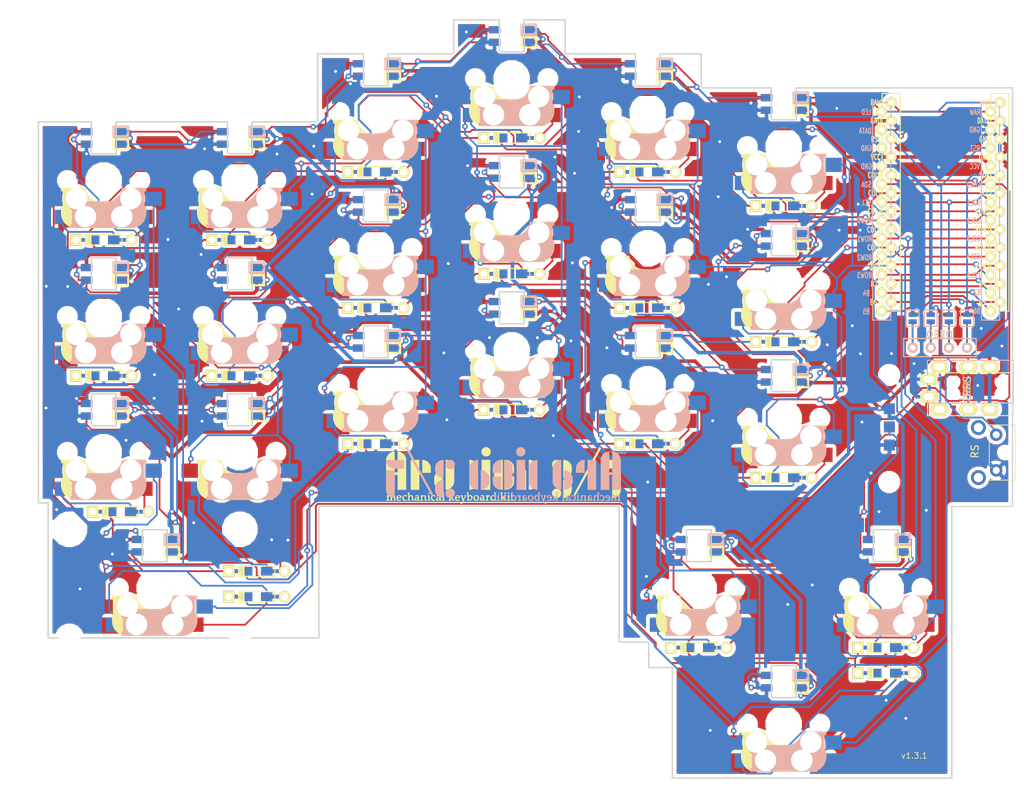
<source format=kicad_pcb>
(kicad_pcb (version 20171130) (host pcbnew "(5.0.2)-1")
  (layers (0 F.Cu signal) (31 B.Cu signal) (34 B.Paste user) (35 F.Paste user) (36 B.SilkS user) (37 F.SilkS user) (38 B.Mask user) (39 F.Mask user) (44 Edge.Cuts user))
  (net 0 "")
  (net 1 "Net-(D1-Pad2)")
  (net 2 row0)
  (net 3 "Net-(D2-Pad2)")
  (net 4 "Net-(D3-Pad2)")
  (net 5 "Net-(D4-Pad2)")
  (net 6 "Net-(D5-Pad2)")
  (net 7 "Net-(D6-Pad2)")
  (net 8 row1)
  (net 9 "Net-(D7-Pad2)")
  (net 10 "Net-(D8-Pad2)")
  (net 11 "Net-(D9-Pad2)")
  (net 12 "Net-(D10-Pad2)")
  (net 13 "Net-(D11-Pad2)")
  (net 14 "Net-(D12-Pad2)")
  (net 15 "Net-(D13-Pad2)")
  (net 16 row2)
  (net 17 "Net-(D14-Pad2)")
  (net 18 "Net-(D15-Pad2)")
  (net 19 "Net-(D16-Pad2)")
  (net 20 "Net-(D17-Pad2)")
  (net 21 "Net-(D18-Pad2)")
  (net 22 row3)
  (net 23 "Net-(D19-Pad2)")
  (net 24 "Net-(D20-Pad2)")
  (net 25 "Net-(D21-Pad2)")
  (net 26 "Net-(D22-Pad2)")
  (net 27 "Net-(J1-PadD)")
  (net 28 GND)
  (net 29 VCC)
  (net 30 data)
  (net 31 "Net-(J3-Pad1)")
  (net 32 "Net-(J3-Pad2)")
  (net 33 "Net-(J3-Pad3)")
  (net 34 "Net-(J3-Pad4)")
  (net 35 SCL)
  (net 36 SDA)
  (net 37 LED)
  (net 38 reset)
  (net 39 col0)
  (net 40 col1)
  (net 41 col2)
  (net 42 col3)
  (net 43 col4)
  (net 44 col5)
  (net 45 "Net-(U1-Pad24)")
  (net 46 "Net-(U1-Pad14)")
  (net 47 "Net-(U1-Pad13)")
  (net 48 "Net-(U1-Pad12)")
  (net 49 "Net-(U1-Pad11)")
  (net 50 "Net-(J2-Pad2)")
  (net 51 "Net-(L1-Pad3)")
  (net 52 "Net-(L1-Pad1)")
  (net 53 "Net-(L2-Pad3)")
  (net 54 "Net-(L3-Pad3)")
  (net 55 "Net-(L4-Pad3)")
  (net 56 "Net-(L5-Pad3)")
  (net 57 "Net-(L7-Pad1)")
  (net 58 "Net-(L8-Pad1)")
  (net 59 "Net-(L10-Pad3)")
  (net 60 "Net-(L10-Pad1)")
  (net 61 "Net-(L11-Pad1)")
  (net 62 "Net-(L12-Pad1)")
  (net 63 "Net-(L13-Pad3)")
  (net 64 "Net-(L13-Pad1)")
  (net 65 "Net-(L14-Pad3)")
  (net 66 "Net-(L15-Pad3)")
  (net 67 "Net-(L16-Pad3)")
  (net 68 "Net-(L17-Pad3)")
  (net 69 "Net-(L19-Pad1)")
  (net 70 "Net-(L20-Pad1)")
  (net 71 "Net-(L21-Pad1)")
  (module keebparts:Jumper (layer F.Cu) (at 151.89 58.5996 90)
    (fp_text reference JP2 hide)
    (fp_text value Jumper_NO_Small hide)
    (pad 1 smd rect (at -0.50038 0 90) (size 0.635 1.143) (layers F.Cu F.Paste F.Mask) (net 34 "Net-(J3-Pad4)") (clearance 0.1905))
    (pad 2 smd rect (at 0.50038 0 90) (size 0.635 1.143) (layers F.Cu F.Paste F.Mask) (net 28 GND) (clearance 0.1905))
  )
  (module keebparts:arabica37_logo (layer B.Cu) (at 86.95 80.62 180)
    (fp_text reference Ga*** hide)
    (fp_text value LOGO hide)
  )
  (module keebparts:SK6812MINI_rev (layer F.Cu) (at 50.0065 33.3376)
    (fp_text reference L2 hide)
    (fp_text value SK6812MINI hide)
    (pad 4 smd rect (at 2.4 0.875) (size 1.6 1) (layers F.Cu F.Paste F.Mask) (net 29 VCC))
    (pad 3 smd rect (at 2.4 -0.875) (size 1.6 1) (layers F.Cu F.Paste F.Mask) (net 53 "Net-(L2-Pad3)"))
    (pad 1 smd rect (at -2.4 0.875) (size 1.6 1) (layers F.Cu F.Paste F.Mask) (net 51 "Net-(L1-Pad3)"))
    (pad 2 smd rect (at -2.4 -0.875) (size 1.6 1) (layers F.Cu F.Paste F.Mask) (net 28 GND))
    (pad 3 smd rect (at 2.4 0.875) (size 1.6 1) (layers B.Cu B.Paste B.Mask) (net 53 "Net-(L2-Pad3)"))
    (pad 4 smd rect (at 2.4 -0.875) (size 1.6 1) (layers B.Cu B.Paste B.Mask) (net 29 VCC))
    (pad 1 smd rect (at -2.4 -0.875) (size 1.6 1) (layers B.Cu B.Paste B.Mask) (net 51 "Net-(L1-Pad3)"))
    (pad 2 smd rect (at -2.4 0.875) (size 1.6 1) (layers B.Cu B.Paste B.Mask) (net 28 GND))
  )
  (module keebparts:StripLED_rev_LR (layer F.Cu) (at 141.01 71.3)
    (fp_text reference J2 hide)
    (fp_text value LED_connector hide)
    (pad 3 smd rect (at 0 5.08) (size 1.524 1.524) (layers B.Cu B.Paste B.Mask) (net 28 GND))
    (pad 2 smd rect (at 0 2.54) (size 1.524 1.524) (layers B.Cu B.Paste B.Mask) (net 50 "Net-(J2-Pad2)"))
    (pad 1 smd rect (at 0 0) (size 1.524 1.524) (layers B.Cu B.Paste B.Mask) (net 29 VCC))
    (pad 1 smd rect (at 0 0) (size 1.524 1.524) (layers F.Cu F.Paste F.Mask) (net 29 VCC))
    (pad 2 smd rect (at 0 2.54) (size 1.524 1.524) (layers F.Cu F.Paste F.Mask) (net 50 "Net-(J2-Pad2)"))
    (pad 3 smd rect (at 0 5.08) (size 1.524 1.524) (layers F.Cu F.Paste F.Mask) (net 28 GND))
  )
  (module keebparts:HOLE_M2 (layer F.Cu) (at 140.98 66.56)
    (fp_text reference e hide)
    (fp_text value a hide)
    (pad "" np_thru_hole circle (at 0 0) (size 2.1 2.1) (drill 2.1) (layers *.Cu *.Mask))
  )
  (module keebparts:CherryMX_Hotswap (layer F.Cu) (at 107.157 29.7658 180)
    (fp_text reference SW5 hide)
    (fp_text value SW_PUSH hide)
    (pad 2 smd rect (at 5.7 -5.12) (size 2.3 2) (layers B.Cu B.Paste B.Mask) (net 6 "Net-(D5-Pad2)"))
    (pad "" np_thru_hole circle (at -5.08 0 180) (size 1.9 1.9) (drill 1.9) (layers *.Cu *.Mask F.SilkS))
    (pad "" np_thru_hole circle (at 5.08 0 180) (size 1.9 1.9) (drill 1.9) (layers *.Cu *.Mask F.SilkS))
    (pad "" np_thru_hole circle (at 0 0 270) (size 4.1 4.1) (drill 4.1) (layers *.Cu *.Mask F.SilkS))
    (pad "" np_thru_hole circle (at 2.54 -5.08) (size 3 3) (drill 3) (layers *.Cu *.Mask))
    (pad "" np_thru_hole circle (at 3.81 -2.540001) (size 3 3) (drill 3) (layers *.Cu *.Mask))
    (pad "" np_thru_hole circle (at -2.54 -5.08) (size 3 3) (drill 3) (layers *.Cu *.Mask))
    (pad "" np_thru_hole circle (at -3.81 -2.54) (size 3 3) (drill 3) (layers *.Cu *.Mask))
    (pad 2 smd rect (at -5.7 -5.12) (size 2.3 2) (layers F.Cu F.Paste F.Mask) (net 6 "Net-(D5-Pad2)"))
    (pad 1 smd rect (at 7 -2.58) (size 2.3 2) (layers F.Cu F.Paste F.Mask) (net 43 col4))
    (pad 1 smd rect (at -7 -2.58) (size 2.3 2) (layers B.Cu B.Paste B.Mask) (net 43 col4))
  )
  (module keebparts:Diode-dual (layer F.Cu) (at 30.9564 47.6252 180)
    (fp_text reference D1 hide)
    (fp_text value D hide)
    (pad 2 smd rect (at -2.5 0 180) (size 2.9 0.5) (layers B.Cu) (net 1 "Net-(D1-Pad2)"))
    (pad 2 smd rect (at -1.4 0 180) (size 1.6 1.2) (layers B.Cu B.Paste B.Mask) (net 1 "Net-(D1-Pad2)"))
    (pad 1 smd rect (at 1.4 0 180) (size 1.6 1.2) (layers B.Cu B.Paste B.Mask) (net 2 row0))
    (pad 1 smd rect (at 2.5 0 180) (size 2.9 0.5) (layers B.Cu) (net 2 row0))
    (pad 1 smd rect (at 1.4 0 180) (size 1.6 1.2) (layers F.Cu F.Paste F.Mask) (net 2 row0))
    (pad 2 smd rect (at -1.4 0 180) (size 1.6 1.2) (layers F.Cu F.Paste F.Mask) (net 1 "Net-(D1-Pad2)"))
    (pad 2 thru_hole circle (at -3.9 0 180) (size 1.6 1.6) (drill 1) (layers *.Cu *.Mask F.SilkS) (net 1 "Net-(D1-Pad2)"))
    (pad 1 thru_hole rect (at 3.9 0 180) (size 1.6 1.6) (drill 1) (layers *.Cu *.Mask F.SilkS) (net 2 row0))
    (pad 2 smd rect (at -2.5 0 180) (size 2.9 0.5) (layers F.Cu) (net 1 "Net-(D1-Pad2)"))
    (pad 1 smd rect (at 2.5 0 180) (size 2.9 0.5) (layers F.Cu) (net 2 row0))
  )
  (module keebparts:Diode-dual (layer F.Cu) (at 50.0065 47.6252 180)
    (fp_text reference D2 hide)
    (fp_text value D hide)
    (pad 1 smd rect (at 2.5 0 180) (size 2.9 0.5) (layers F.Cu) (net 2 row0))
    (pad 2 smd rect (at -2.5 0 180) (size 2.9 0.5) (layers F.Cu) (net 3 "Net-(D2-Pad2)"))
    (pad 1 thru_hole rect (at 3.9 0 180) (size 1.6 1.6) (drill 1) (layers *.Cu *.Mask F.SilkS) (net 2 row0))
    (pad 2 thru_hole circle (at -3.9 0 180) (size 1.6 1.6) (drill 1) (layers *.Cu *.Mask F.SilkS) (net 3 "Net-(D2-Pad2)"))
    (pad 2 smd rect (at -1.4 0 180) (size 1.6 1.2) (layers F.Cu F.Paste F.Mask) (net 3 "Net-(D2-Pad2)"))
    (pad 1 smd rect (at 1.4 0 180) (size 1.6 1.2) (layers F.Cu F.Paste F.Mask) (net 2 row0))
    (pad 1 smd rect (at 2.5 0 180) (size 2.9 0.5) (layers B.Cu) (net 2 row0))
    (pad 1 smd rect (at 1.4 0 180) (size 1.6 1.2) (layers B.Cu B.Paste B.Mask) (net 2 row0))
    (pad 2 smd rect (at -1.4 0 180) (size 1.6 1.2) (layers B.Cu B.Paste B.Mask) (net 3 "Net-(D2-Pad2)"))
    (pad 2 smd rect (at -2.5 0 180) (size 2.9 0.5) (layers B.Cu) (net 3 "Net-(D2-Pad2)"))
  )
  (module keebparts:Diode-dual (layer F.Cu) (at 69.0565 38.1002 180)
    (fp_text reference D3 hide)
    (fp_text value D hide)
    (pad 2 smd rect (at -2.5 0 180) (size 2.9 0.5) (layers B.Cu) (net 4 "Net-(D3-Pad2)"))
    (pad 2 smd rect (at -1.4 0 180) (size 1.6 1.2) (layers B.Cu B.Paste B.Mask) (net 4 "Net-(D3-Pad2)"))
    (pad 1 smd rect (at 1.4 0 180) (size 1.6 1.2) (layers B.Cu B.Paste B.Mask) (net 2 row0))
    (pad 1 smd rect (at 2.5 0 180) (size 2.9 0.5) (layers B.Cu) (net 2 row0))
    (pad 1 smd rect (at 1.4 0 180) (size 1.6 1.2) (layers F.Cu F.Paste F.Mask) (net 2 row0))
    (pad 2 smd rect (at -1.4 0 180) (size 1.6 1.2) (layers F.Cu F.Paste F.Mask) (net 4 "Net-(D3-Pad2)"))
    (pad 2 thru_hole circle (at -3.9 0 180) (size 1.6 1.6) (drill 1) (layers *.Cu *.Mask F.SilkS) (net 4 "Net-(D3-Pad2)"))
    (pad 1 thru_hole rect (at 3.9 0 180) (size 1.6 1.6) (drill 1) (layers *.Cu *.Mask F.SilkS) (net 2 row0))
    (pad 2 smd rect (at -2.5 0 180) (size 2.9 0.5) (layers F.Cu) (net 4 "Net-(D3-Pad2)"))
    (pad 1 smd rect (at 2.5 0 180) (size 2.9 0.5) (layers F.Cu) (net 2 row0))
  )
  (module keebparts:Diode-dual (layer F.Cu) (at 88.1066 33.3376 180)
    (fp_text reference D4 hide)
    (fp_text value D hide)
    (pad 2 smd rect (at -2.5 0 180) (size 2.9 0.5) (layers B.Cu) (net 5 "Net-(D4-Pad2)"))
    (pad 2 smd rect (at -1.4 0 180) (size 1.6 1.2) (layers B.Cu B.Paste B.Mask) (net 5 "Net-(D4-Pad2)"))
    (pad 1 smd rect (at 1.4 0 180) (size 1.6 1.2) (layers B.Cu B.Paste B.Mask) (net 2 row0))
    (pad 1 smd rect (at 2.5 0 180) (size 2.9 0.5) (layers B.Cu) (net 2 row0))
    (pad 1 smd rect (at 1.4 0 180) (size 1.6 1.2) (layers F.Cu F.Paste F.Mask) (net 2 row0))
    (pad 2 smd rect (at -1.4 0 180) (size 1.6 1.2) (layers F.Cu F.Paste F.Mask) (net 5 "Net-(D4-Pad2)"))
    (pad 2 thru_hole circle (at -3.9 0 180) (size 1.6 1.6) (drill 1) (layers *.Cu *.Mask F.SilkS) (net 5 "Net-(D4-Pad2)"))
    (pad 1 thru_hole rect (at 3.9 0 180) (size 1.6 1.6) (drill 1) (layers *.Cu *.Mask F.SilkS) (net 2 row0))
    (pad 2 smd rect (at -2.5 0 180) (size 2.9 0.5) (layers F.Cu) (net 5 "Net-(D4-Pad2)"))
    (pad 1 smd rect (at 2.5 0 180) (size 2.9 0.5) (layers F.Cu) (net 2 row0))
  )
  (module keebparts:Diode-dual (layer F.Cu) (at 107.157 38.1002 180)
    (fp_text reference D5 hide)
    (fp_text value D hide)
    (pad 1 smd rect (at 2.5 0 180) (size 2.9 0.5) (layers F.Cu) (net 2 row0))
    (pad 2 smd rect (at -2.5 0 180) (size 2.9 0.5) (layers F.Cu) (net 6 "Net-(D5-Pad2)"))
    (pad 1 thru_hole rect (at 3.9 0 180) (size 1.6 1.6) (drill 1) (layers *.Cu *.Mask F.SilkS) (net 2 row0))
    (pad 2 thru_hole circle (at -3.9 0 180) (size 1.6 1.6) (drill 1) (layers *.Cu *.Mask F.SilkS) (net 6 "Net-(D5-Pad2)"))
    (pad 2 smd rect (at -1.4 0 180) (size 1.6 1.2) (layers F.Cu F.Paste F.Mask) (net 6 "Net-(D5-Pad2)"))
    (pad 1 smd rect (at 1.4 0 180) (size 1.6 1.2) (layers F.Cu F.Paste F.Mask) (net 2 row0))
    (pad 1 smd rect (at 2.5 0 180) (size 2.9 0.5) (layers B.Cu) (net 2 row0))
    (pad 1 smd rect (at 1.4 0 180) (size 1.6 1.2) (layers B.Cu B.Paste B.Mask) (net 2 row0))
    (pad 2 smd rect (at -1.4 0 180) (size 1.6 1.2) (layers B.Cu B.Paste B.Mask) (net 6 "Net-(D5-Pad2)"))
    (pad 2 smd rect (at -2.5 0 180) (size 2.9 0.5) (layers B.Cu) (net 6 "Net-(D5-Pad2)"))
  )
  (module keebparts:Diode-dual (layer F.Cu) (at 126.207 42.8627 180)
    (fp_text reference D6 hide)
    (fp_text value D hide)
    (pad 2 smd rect (at -2.5 0 180) (size 2.9 0.5) (layers B.Cu) (net 7 "Net-(D6-Pad2)"))
    (pad 2 smd rect (at -1.4 0 180) (size 1.6 1.2) (layers B.Cu B.Paste B.Mask) (net 7 "Net-(D6-Pad2)"))
    (pad 1 smd rect (at 1.4 0 180) (size 1.6 1.2) (layers B.Cu B.Paste B.Mask) (net 2 row0))
    (pad 1 smd rect (at 2.5 0 180) (size 2.9 0.5) (layers B.Cu) (net 2 row0))
    (pad 1 smd rect (at 1.4 0 180) (size 1.6 1.2) (layers F.Cu F.Paste F.Mask) (net 2 row0))
    (pad 2 smd rect (at -1.4 0 180) (size 1.6 1.2) (layers F.Cu F.Paste F.Mask) (net 7 "Net-(D6-Pad2)"))
    (pad 2 thru_hole circle (at -3.9 0 180) (size 1.6 1.6) (drill 1) (layers *.Cu *.Mask F.SilkS) (net 7 "Net-(D6-Pad2)"))
    (pad 1 thru_hole rect (at 3.9 0 180) (size 1.6 1.6) (drill 1) (layers *.Cu *.Mask F.SilkS) (net 2 row0))
    (pad 2 smd rect (at -2.5 0 180) (size 2.9 0.5) (layers F.Cu) (net 7 "Net-(D6-Pad2)"))
    (pad 1 smd rect (at 2.5 0 180) (size 2.9 0.5) (layers F.Cu) (net 2 row0))
  )
  (module keebparts:Diode-dual (layer F.Cu) (at 30.9564 66.6753 180)
    (fp_text reference D7 hide)
    (fp_text value D hide)
    (pad 1 smd rect (at 2.5 0 180) (size 2.9 0.5) (layers F.Cu) (net 8 row1))
    (pad 2 smd rect (at -2.5 0 180) (size 2.9 0.5) (layers F.Cu) (net 9 "Net-(D7-Pad2)"))
    (pad 1 thru_hole rect (at 3.9 0 180) (size 1.6 1.6) (drill 1) (layers *.Cu *.Mask F.SilkS) (net 8 row1))
    (pad 2 thru_hole circle (at -3.9 0 180) (size 1.6 1.6) (drill 1) (layers *.Cu *.Mask F.SilkS) (net 9 "Net-(D7-Pad2)"))
    (pad 2 smd rect (at -1.4 0 180) (size 1.6 1.2) (layers F.Cu F.Paste F.Mask) (net 9 "Net-(D7-Pad2)"))
    (pad 1 smd rect (at 1.4 0 180) (size 1.6 1.2) (layers F.Cu F.Paste F.Mask) (net 8 row1))
    (pad 1 smd rect (at 2.5 0 180) (size 2.9 0.5) (layers B.Cu) (net 8 row1))
    (pad 1 smd rect (at 1.4 0 180) (size 1.6 1.2) (layers B.Cu B.Paste B.Mask) (net 8 row1))
    (pad 2 smd rect (at -1.4 0 180) (size 1.6 1.2) (layers B.Cu B.Paste B.Mask) (net 9 "Net-(D7-Pad2)"))
    (pad 2 smd rect (at -2.5 0 180) (size 2.9 0.5) (layers B.Cu) (net 9 "Net-(D7-Pad2)"))
  )
  (module keebparts:Diode-dual (layer F.Cu) (at 50.0065 66.6753 180)
    (fp_text reference D8 hide)
    (fp_text value D hide)
    (pad 2 smd rect (at -2.5 0 180) (size 2.9 0.5) (layers B.Cu) (net 10 "Net-(D8-Pad2)"))
    (pad 2 smd rect (at -1.4 0 180) (size 1.6 1.2) (layers B.Cu B.Paste B.Mask) (net 10 "Net-(D8-Pad2)"))
    (pad 1 smd rect (at 1.4 0 180) (size 1.6 1.2) (layers B.Cu B.Paste B.Mask) (net 8 row1))
    (pad 1 smd rect (at 2.5 0 180) (size 2.9 0.5) (layers B.Cu) (net 8 row1))
    (pad 1 smd rect (at 1.4 0 180) (size 1.6 1.2) (layers F.Cu F.Paste F.Mask) (net 8 row1))
    (pad 2 smd rect (at -1.4 0 180) (size 1.6 1.2) (layers F.Cu F.Paste F.Mask) (net 10 "Net-(D8-Pad2)"))
    (pad 2 thru_hole circle (at -3.9 0 180) (size 1.6 1.6) (drill 1) (layers *.Cu *.Mask F.SilkS) (net 10 "Net-(D8-Pad2)"))
    (pad 1 thru_hole rect (at 3.9 0 180) (size 1.6 1.6) (drill 1) (layers *.Cu *.Mask F.SilkS) (net 8 row1))
    (pad 2 smd rect (at -2.5 0 180) (size 2.9 0.5) (layers F.Cu) (net 10 "Net-(D8-Pad2)"))
    (pad 1 smd rect (at 2.5 0 180) (size 2.9 0.5) (layers F.Cu) (net 8 row1))
  )
  (module keebparts:Diode-dual (layer F.Cu) (at 69.0565 57.1502 180)
    (fp_text reference D9 hide)
    (fp_text value D hide)
    (pad 1 smd rect (at 2.5 0 180) (size 2.9 0.5) (layers F.Cu) (net 8 row1))
    (pad 2 smd rect (at -2.5 0 180) (size 2.9 0.5) (layers F.Cu) (net 11 "Net-(D9-Pad2)"))
    (pad 1 thru_hole rect (at 3.9 0 180) (size 1.6 1.6) (drill 1) (layers *.Cu *.Mask F.SilkS) (net 8 row1))
    (pad 2 thru_hole circle (at -3.9 0 180) (size 1.6 1.6) (drill 1) (layers *.Cu *.Mask F.SilkS) (net 11 "Net-(D9-Pad2)"))
    (pad 2 smd rect (at -1.4 0 180) (size 1.6 1.2) (layers F.Cu F.Paste F.Mask) (net 11 "Net-(D9-Pad2)"))
    (pad 1 smd rect (at 1.4 0 180) (size 1.6 1.2) (layers F.Cu F.Paste F.Mask) (net 8 row1))
    (pad 1 smd rect (at 2.5 0 180) (size 2.9 0.5) (layers B.Cu) (net 8 row1))
    (pad 1 smd rect (at 1.4 0 180) (size 1.6 1.2) (layers B.Cu B.Paste B.Mask) (net 8 row1))
    (pad 2 smd rect (at -1.4 0 180) (size 1.6 1.2) (layers B.Cu B.Paste B.Mask) (net 11 "Net-(D9-Pad2)"))
    (pad 2 smd rect (at -2.5 0 180) (size 2.9 0.5) (layers B.Cu) (net 11 "Net-(D9-Pad2)"))
  )
  (module keebparts:Diode-dual (layer F.Cu) (at 88.1066 52.3877 180)
    (fp_text reference D10 hide)
    (fp_text value D hide)
    (pad 1 smd rect (at 2.5 0 180) (size 2.9 0.5) (layers F.Cu) (net 8 row1))
    (pad 2 smd rect (at -2.5 0 180) (size 2.9 0.5) (layers F.Cu) (net 12 "Net-(D10-Pad2)"))
    (pad 1 thru_hole rect (at 3.9 0 180) (size 1.6 1.6) (drill 1) (layers *.Cu *.Mask F.SilkS) (net 8 row1))
    (pad 2 thru_hole circle (at -3.9 0 180) (size 1.6 1.6) (drill 1) (layers *.Cu *.Mask F.SilkS) (net 12 "Net-(D10-Pad2)"))
    (pad 2 smd rect (at -1.4 0 180) (size 1.6 1.2) (layers F.Cu F.Paste F.Mask) (net 12 "Net-(D10-Pad2)"))
    (pad 1 smd rect (at 1.4 0 180) (size 1.6 1.2) (layers F.Cu F.Paste F.Mask) (net 8 row1))
    (pad 1 smd rect (at 2.5 0 180) (size 2.9 0.5) (layers B.Cu) (net 8 row1))
    (pad 1 smd rect (at 1.4 0 180) (size 1.6 1.2) (layers B.Cu B.Paste B.Mask) (net 8 row1))
    (pad 2 smd rect (at -1.4 0 180) (size 1.6 1.2) (layers B.Cu B.Paste B.Mask) (net 12 "Net-(D10-Pad2)"))
    (pad 2 smd rect (at -2.5 0 180) (size 2.9 0.5) (layers B.Cu) (net 12 "Net-(D10-Pad2)"))
  )
  (module keebparts:Diode-dual (layer F.Cu) (at 107.157 57.1502 180)
    (fp_text reference D11 hide)
    (fp_text value D hide)
    (pad 1 smd rect (at 2.5 0 180) (size 2.9 0.5) (layers F.Cu) (net 8 row1))
    (pad 2 smd rect (at -2.5 0 180) (size 2.9 0.5) (layers F.Cu) (net 13 "Net-(D11-Pad2)"))
    (pad 1 thru_hole rect (at 3.9 0 180) (size 1.6 1.6) (drill 1) (layers *.Cu *.Mask F.SilkS) (net 8 row1))
    (pad 2 thru_hole circle (at -3.9 0 180) (size 1.6 1.6) (drill 1) (layers *.Cu *.Mask F.SilkS) (net 13 "Net-(D11-Pad2)"))
    (pad 2 smd rect (at -1.4 0 180) (size 1.6 1.2) (layers F.Cu F.Paste F.Mask) (net 13 "Net-(D11-Pad2)"))
    (pad 1 smd rect (at 1.4 0 180) (size 1.6 1.2) (layers F.Cu F.Paste F.Mask) (net 8 row1))
    (pad 1 smd rect (at 2.5 0 180) (size 2.9 0.5) (layers B.Cu) (net 8 row1))
    (pad 1 smd rect (at 1.4 0 180) (size 1.6 1.2) (layers B.Cu B.Paste B.Mask) (net 8 row1))
    (pad 2 smd rect (at -1.4 0 180) (size 1.6 1.2) (layers B.Cu B.Paste B.Mask) (net 13 "Net-(D11-Pad2)"))
    (pad 2 smd rect (at -2.5 0 180) (size 2.9 0.5) (layers B.Cu) (net 13 "Net-(D11-Pad2)"))
  )
  (module keebparts:Diode-dual (layer F.Cu) (at 126.207 61.9128 180)
    (fp_text reference D12 hide)
    (fp_text value D hide)
    (pad 1 smd rect (at 2.5 0 180) (size 2.9 0.5) (layers F.Cu) (net 8 row1))
    (pad 2 smd rect (at -2.5 0 180) (size 2.9 0.5) (layers F.Cu) (net 14 "Net-(D12-Pad2)"))
    (pad 1 thru_hole rect (at 3.9 0 180) (size 1.6 1.6) (drill 1) (layers *.Cu *.Mask F.SilkS) (net 8 row1))
    (pad 2 thru_hole circle (at -3.9 0 180) (size 1.6 1.6) (drill 1) (layers *.Cu *.Mask F.SilkS) (net 14 "Net-(D12-Pad2)"))
    (pad 2 smd rect (at -1.4 0 180) (size 1.6 1.2) (layers F.Cu F.Paste F.Mask) (net 14 "Net-(D12-Pad2)"))
    (pad 1 smd rect (at 1.4 0 180) (size 1.6 1.2) (layers F.Cu F.Paste F.Mask) (net 8 row1))
    (pad 1 smd rect (at 2.5 0 180) (size 2.9 0.5) (layers B.Cu) (net 8 row1))
    (pad 1 smd rect (at 1.4 0 180) (size 1.6 1.2) (layers B.Cu B.Paste B.Mask) (net 8 row1))
    (pad 2 smd rect (at -1.4 0 180) (size 1.6 1.2) (layers B.Cu B.Paste B.Mask) (net 14 "Net-(D12-Pad2)"))
    (pad 2 smd rect (at -2.5 0 180) (size 2.9 0.5) (layers B.Cu) (net 14 "Net-(D12-Pad2)"))
  )
  (module keebparts:Diode-dual (layer F.Cu) (at 33.3376 85.7254 180)
    (fp_text reference D13 hide)
    (fp_text value D hide)
    (pad 2 smd rect (at -2.5 0 180) (size 2.9 0.5) (layers B.Cu) (net 15 "Net-(D13-Pad2)"))
    (pad 2 smd rect (at -1.4 0 180) (size 1.6 1.2) (layers B.Cu B.Paste B.Mask) (net 15 "Net-(D13-Pad2)"))
    (pad 1 smd rect (at 1.4 0 180) (size 1.6 1.2) (layers B.Cu B.Paste B.Mask) (net 16 row2))
    (pad 1 smd rect (at 2.5 0 180) (size 2.9 0.5) (layers B.Cu) (net 16 row2))
    (pad 1 smd rect (at 1.4 0 180) (size 1.6 1.2) (layers F.Cu F.Paste F.Mask) (net 16 row2))
    (pad 2 smd rect (at -1.4 0 180) (size 1.6 1.2) (layers F.Cu F.Paste F.Mask) (net 15 "Net-(D13-Pad2)"))
    (pad 2 thru_hole circle (at -3.9 0 180) (size 1.6 1.6) (drill 1) (layers *.Cu *.Mask F.SilkS) (net 15 "Net-(D13-Pad2)"))
    (pad 1 thru_hole rect (at 3.9 0 180) (size 1.6 1.6) (drill 1) (layers *.Cu *.Mask F.SilkS) (net 16 row2))
    (pad 2 smd rect (at -2.5 0 180) (size 2.9 0.5) (layers F.Cu) (net 15 "Net-(D13-Pad2)"))
    (pad 1 smd rect (at 2.5 0 180) (size 2.9 0.5) (layers F.Cu) (net 16 row2))
  )
  (module keebparts:Diode-dual (layer F.Cu) (at 52.3877 94.0598 180)
    (fp_text reference D14 hide)
    (fp_text value D hide)
    (pad 1 smd rect (at 2.5 0 180) (size 2.9 0.5) (layers F.Cu) (net 16 row2))
    (pad 2 smd rect (at -2.5 0 180) (size 2.9 0.5) (layers F.Cu) (net 17 "Net-(D14-Pad2)"))
    (pad 1 thru_hole rect (at 3.9 0 180) (size 1.6 1.6) (drill 1) (layers *.Cu *.Mask F.SilkS) (net 16 row2))
    (pad 2 thru_hole circle (at -3.9 0 180) (size 1.6 1.6) (drill 1) (layers *.Cu *.Mask F.SilkS) (net 17 "Net-(D14-Pad2)"))
    (pad 2 smd rect (at -1.4 0 180) (size 1.6 1.2) (layers F.Cu F.Paste F.Mask) (net 17 "Net-(D14-Pad2)"))
    (pad 1 smd rect (at 1.4 0 180) (size 1.6 1.2) (layers F.Cu F.Paste F.Mask) (net 16 row2))
    (pad 1 smd rect (at 2.5 0 180) (size 2.9 0.5) (layers B.Cu) (net 16 row2))
    (pad 1 smd rect (at 1.4 0 180) (size 1.6 1.2) (layers B.Cu B.Paste B.Mask) (net 16 row2))
    (pad 2 smd rect (at -1.4 0 180) (size 1.6 1.2) (layers B.Cu B.Paste B.Mask) (net 17 "Net-(D14-Pad2)"))
    (pad 2 smd rect (at -2.5 0 180) (size 2.9 0.5) (layers B.Cu) (net 17 "Net-(D14-Pad2)"))
  )
  (module keebparts:Diode-dual (layer F.Cu) (at 69.0565 76.2003 180)
    (fp_text reference D15 hide)
    (fp_text value D hide)
    (pad 2 smd rect (at -2.5 0 180) (size 2.9 0.5) (layers B.Cu) (net 18 "Net-(D15-Pad2)"))
    (pad 2 smd rect (at -1.4 0 180) (size 1.6 1.2) (layers B.Cu B.Paste B.Mask) (net 18 "Net-(D15-Pad2)"))
    (pad 1 smd rect (at 1.4 0 180) (size 1.6 1.2) (layers B.Cu B.Paste B.Mask) (net 16 row2))
    (pad 1 smd rect (at 2.5 0 180) (size 2.9 0.5) (layers B.Cu) (net 16 row2))
    (pad 1 smd rect (at 1.4 0 180) (size 1.6 1.2) (layers F.Cu F.Paste F.Mask) (net 16 row2))
    (pad 2 smd rect (at -1.4 0 180) (size 1.6 1.2) (layers F.Cu F.Paste F.Mask) (net 18 "Net-(D15-Pad2)"))
    (pad 2 thru_hole circle (at -3.9 0 180) (size 1.6 1.6) (drill 1) (layers *.Cu *.Mask F.SilkS) (net 18 "Net-(D15-Pad2)"))
    (pad 1 thru_hole rect (at 3.9 0 180) (size 1.6 1.6) (drill 1) (layers *.Cu *.Mask F.SilkS) (net 16 row2))
    (pad 2 smd rect (at -2.5 0 180) (size 2.9 0.5) (layers F.Cu) (net 18 "Net-(D15-Pad2)"))
    (pad 1 smd rect (at 2.5 0 180) (size 2.9 0.5) (layers F.Cu) (net 16 row2))
  )
  (module keebparts:Diode-dual (layer F.Cu) (at 88.1066 71.4378 180)
    (fp_text reference D16 hide)
    (fp_text value D hide)
    (pad 1 smd rect (at 2.5 0 180) (size 2.9 0.5) (layers F.Cu) (net 16 row2))
    (pad 2 smd rect (at -2.5 0 180) (size 2.9 0.5) (layers F.Cu) (net 19 "Net-(D16-Pad2)"))
    (pad 1 thru_hole rect (at 3.9 0 180) (size 1.6 1.6) (drill 1) (layers *.Cu *.Mask F.SilkS) (net 16 row2))
    (pad 2 thru_hole circle (at -3.9 0 180) (size 1.6 1.6) (drill 1) (layers *.Cu *.Mask F.SilkS) (net 19 "Net-(D16-Pad2)"))
    (pad 2 smd rect (at -1.4 0 180) (size 1.6 1.2) (layers F.Cu F.Paste F.Mask) (net 19 "Net-(D16-Pad2)"))
    (pad 1 smd rect (at 1.4 0 180) (size 1.6 1.2) (layers F.Cu F.Paste F.Mask) (net 16 row2))
    (pad 1 smd rect (at 2.5 0 180) (size 2.9 0.5) (layers B.Cu) (net 16 row2))
    (pad 1 smd rect (at 1.4 0 180) (size 1.6 1.2) (layers B.Cu B.Paste B.Mask) (net 16 row2))
    (pad 2 smd rect (at -1.4 0 180) (size 1.6 1.2) (layers B.Cu B.Paste B.Mask) (net 19 "Net-(D16-Pad2)"))
    (pad 2 smd rect (at -2.5 0 180) (size 2.9 0.5) (layers B.Cu) (net 19 "Net-(D16-Pad2)"))
  )
  (module keebparts:Diode-dual (layer F.Cu) (at 107.157 76.2003 180)
    (fp_text reference D17 hide)
    (fp_text value D hide)
    (pad 1 smd rect (at 2.5 0 180) (size 2.9 0.5) (layers F.Cu) (net 16 row2))
    (pad 2 smd rect (at -2.5 0 180) (size 2.9 0.5) (layers F.Cu) (net 20 "Net-(D17-Pad2)"))
    (pad 1 thru_hole rect (at 3.9 0 180) (size 1.6 1.6) (drill 1) (layers *.Cu *.Mask F.SilkS) (net 16 row2))
    (pad 2 thru_hole circle (at -3.9 0 180) (size 1.6 1.6) (drill 1) (layers *.Cu *.Mask F.SilkS) (net 20 "Net-(D17-Pad2)"))
    (pad 2 smd rect (at -1.4 0 180) (size 1.6 1.2) (layers F.Cu F.Paste F.Mask) (net 20 "Net-(D17-Pad2)"))
    (pad 1 smd rect (at 1.4 0 180) (size 1.6 1.2) (layers F.Cu F.Paste F.Mask) (net 16 row2))
    (pad 1 smd rect (at 2.5 0 180) (size 2.9 0.5) (layers B.Cu) (net 16 row2))
    (pad 1 smd rect (at 1.4 0 180) (size 1.6 1.2) (layers B.Cu B.Paste B.Mask) (net 16 row2))
    (pad 2 smd rect (at -1.4 0 180) (size 1.6 1.2) (layers B.Cu B.Paste B.Mask) (net 20 "Net-(D17-Pad2)"))
    (pad 2 smd rect (at -2.5 0 180) (size 2.9 0.5) (layers B.Cu) (net 20 "Net-(D17-Pad2)"))
  )
  (module keebparts:Diode-dual (layer F.Cu) (at 126.207 80.9628 180)
    (fp_text reference D18 hide)
    (fp_text value D hide)
    (pad 2 smd rect (at -2.5 0 180) (size 2.9 0.5) (layers B.Cu) (net 21 "Net-(D18-Pad2)"))
    (pad 2 smd rect (at -1.4 0 180) (size 1.6 1.2) (layers B.Cu B.Paste B.Mask) (net 21 "Net-(D18-Pad2)"))
    (pad 1 smd rect (at 1.4 0 180) (size 1.6 1.2) (layers B.Cu B.Paste B.Mask) (net 16 row2))
    (pad 1 smd rect (at 2.5 0 180) (size 2.9 0.5) (layers B.Cu) (net 16 row2))
    (pad 1 smd rect (at 1.4 0 180) (size 1.6 1.2) (layers F.Cu F.Paste F.Mask) (net 16 row2))
    (pad 2 smd rect (at -1.4 0 180) (size 1.6 1.2) (layers F.Cu F.Paste F.Mask) (net 21 "Net-(D18-Pad2)"))
    (pad 2 thru_hole circle (at -3.9 0 180) (size 1.6 1.6) (drill 1) (layers *.Cu *.Mask F.SilkS) (net 21 "Net-(D18-Pad2)"))
    (pad 1 thru_hole rect (at 3.9 0 180) (size 1.6 1.6) (drill 1) (layers *.Cu *.Mask F.SilkS) (net 16 row2))
    (pad 2 smd rect (at -2.5 0 180) (size 2.9 0.5) (layers F.Cu) (net 21 "Net-(D18-Pad2)"))
    (pad 1 smd rect (at 2.5 0 180) (size 2.9 0.5) (layers F.Cu) (net 16 row2))
  )
  (module keebparts:Diode-dual (layer F.Cu) (at 52.3877 97.6317 180)
    (fp_text reference D19 hide)
    (fp_text value D hide)
    (pad 1 smd rect (at 2.5 0 180) (size 2.9 0.5) (layers F.Cu) (net 22 row3))
    (pad 2 smd rect (at -2.5 0 180) (size 2.9 0.5) (layers F.Cu) (net 23 "Net-(D19-Pad2)"))
    (pad 1 thru_hole rect (at 3.9 0 180) (size 1.6 1.6) (drill 1) (layers *.Cu *.Mask F.SilkS) (net 22 row3))
    (pad 2 thru_hole circle (at -3.9 0 180) (size 1.6 1.6) (drill 1) (layers *.Cu *.Mask F.SilkS) (net 23 "Net-(D19-Pad2)"))
    (pad 2 smd rect (at -1.4 0 180) (size 1.6 1.2) (layers F.Cu F.Paste F.Mask) (net 23 "Net-(D19-Pad2)"))
    (pad 1 smd rect (at 1.4 0 180) (size 1.6 1.2) (layers F.Cu F.Paste F.Mask) (net 22 row3))
    (pad 1 smd rect (at 2.5 0 180) (size 2.9 0.5) (layers B.Cu) (net 22 row3))
    (pad 1 smd rect (at 1.4 0 180) (size 1.6 1.2) (layers B.Cu B.Paste B.Mask) (net 22 row3))
    (pad 2 smd rect (at -1.4 0 180) (size 1.6 1.2) (layers B.Cu B.Paste B.Mask) (net 23 "Net-(D19-Pad2)"))
    (pad 2 smd rect (at -2.5 0 180) (size 2.9 0.5) (layers B.Cu) (net 23 "Net-(D19-Pad2)"))
  )
  (module keebparts:Diode-dual (layer F.Cu) (at 140.494 108.347 180)
    (fp_text reference D20 hide)
    (fp_text value D hide)
    (pad 2 smd rect (at -2.5 0 180) (size 2.9 0.5) (layers B.Cu) (net 24 "Net-(D20-Pad2)"))
    (pad 2 smd rect (at -1.4 0 180) (size 1.6 1.2) (layers B.Cu B.Paste B.Mask) (net 24 "Net-(D20-Pad2)"))
    (pad 1 smd rect (at 1.4 0 180) (size 1.6 1.2) (layers B.Cu B.Paste B.Mask) (net 22 row3))
    (pad 1 smd rect (at 2.5 0 180) (size 2.9 0.5) (layers B.Cu) (net 22 row3))
    (pad 1 smd rect (at 1.4 0 180) (size 1.6 1.2) (layers F.Cu F.Paste F.Mask) (net 22 row3))
    (pad 2 smd rect (at -1.4 0 180) (size 1.6 1.2) (layers F.Cu F.Paste F.Mask) (net 24 "Net-(D20-Pad2)"))
    (pad 2 thru_hole circle (at -3.9 0 180) (size 1.6 1.6) (drill 1) (layers *.Cu *.Mask F.SilkS) (net 24 "Net-(D20-Pad2)"))
    (pad 1 thru_hole rect (at 3.9 0 180) (size 1.6 1.6) (drill 1) (layers *.Cu *.Mask F.SilkS) (net 22 row3))
    (pad 2 smd rect (at -2.5 0 180) (size 2.9 0.5) (layers F.Cu) (net 24 "Net-(D20-Pad2)"))
    (pad 1 smd rect (at 2.5 0 180) (size 2.9 0.5) (layers F.Cu) (net 22 row3))
  )
  (module keebparts:Diode-dual (layer F.Cu) (at 114.3 104.775 180)
    (fp_text reference D21 hide)
    (fp_text value D hide)
    (pad 2 smd rect (at -2.5 0 180) (size 2.9 0.5) (layers B.Cu) (net 25 "Net-(D21-Pad2)"))
    (pad 2 smd rect (at -1.4 0 180) (size 1.6 1.2) (layers B.Cu B.Paste B.Mask) (net 25 "Net-(D21-Pad2)"))
    (pad 1 smd rect (at 1.4 0 180) (size 1.6 1.2) (layers B.Cu B.Paste B.Mask) (net 22 row3))
    (pad 1 smd rect (at 2.5 0 180) (size 2.9 0.5) (layers B.Cu) (net 22 row3))
    (pad 1 smd rect (at 1.4 0 180) (size 1.6 1.2) (layers F.Cu F.Paste F.Mask) (net 22 row3))
    (pad 2 smd rect (at -1.4 0 180) (size 1.6 1.2) (layers F.Cu F.Paste F.Mask) (net 25 "Net-(D21-Pad2)"))
    (pad 2 thru_hole circle (at -3.9 0 180) (size 1.6 1.6) (drill 1) (layers *.Cu *.Mask F.SilkS) (net 25 "Net-(D21-Pad2)"))
    (pad 1 thru_hole rect (at 3.9 0 180) (size 1.6 1.6) (drill 1) (layers *.Cu *.Mask F.SilkS) (net 22 row3))
    (pad 2 smd rect (at -2.5 0 180) (size 2.9 0.5) (layers F.Cu) (net 25 "Net-(D21-Pad2)"))
    (pad 1 smd rect (at 2.5 0 180) (size 2.9 0.5) (layers F.Cu) (net 22 row3))
  )
  (module keebparts:Diode-dual (layer F.Cu) (at 140.494 104.775 180)
    (fp_text reference D22 hide)
    (fp_text value D hide)
    (pad 2 smd rect (at -2.5 0 180) (size 2.9 0.5) (layers B.Cu) (net 26 "Net-(D22-Pad2)"))
    (pad 2 smd rect (at -1.4 0 180) (size 1.6 1.2) (layers B.Cu B.Paste B.Mask) (net 26 "Net-(D22-Pad2)"))
    (pad 1 smd rect (at 1.4 0 180) (size 1.6 1.2) (layers B.Cu B.Paste B.Mask) (net 22 row3))
    (pad 1 smd rect (at 2.5 0 180) (size 2.9 0.5) (layers B.Cu) (net 22 row3))
    (pad 1 smd rect (at 1.4 0 180) (size 1.6 1.2) (layers F.Cu F.Paste F.Mask) (net 22 row3))
    (pad 2 smd rect (at -1.4 0 180) (size 1.6 1.2) (layers F.Cu F.Paste F.Mask) (net 26 "Net-(D22-Pad2)"))
    (pad 2 thru_hole circle (at -3.9 0 180) (size 1.6 1.6) (drill 1) (layers *.Cu *.Mask F.SilkS) (net 26 "Net-(D22-Pad2)"))
    (pad 1 thru_hole rect (at 3.9 0 180) (size 1.6 1.6) (drill 1) (layers *.Cu *.Mask F.SilkS) (net 22 row3))
    (pad 2 smd rect (at -2.5 0 180) (size 2.9 0.5) (layers F.Cu) (net 26 "Net-(D22-Pad2)"))
    (pad 1 smd rect (at 2.5 0 180) (size 2.9 0.5) (layers F.Cu) (net 22 row3))
  )
  (module keebparts:MJ-4PP-9 (layer F.Cu) (at 158.354 69.25 270)
    (fp_text reference J1)
    (fp_text value MJ-4PP-9 hide)
    (fp_text user TRRS (at -0.8255 6.4135 270) (layer B.SilkS) (effects (justify mirror)))
    (fp_text user TRRS (at -0.75 6.45 270) (layer F.SilkS))
    (pad "" np_thru_hole circle (at -1.75 8.5 270) (size 1.2 1.2) (drill 1.2) (layers *.Cu *.Mask F.SilkS))
    (pad "" np_thru_hole circle (at -1.75 1.5 270) (size 1.2 1.2) (drill 1.2) (layers *.Cu *.Mask F.SilkS))
    (pad D thru_hole oval (at -3.85 10.3 270) (size 1.7 2.5) (drill oval 1 1.5) (layers *.Cu *.Mask F.SilkS) (net 27 "Net-(J1-PadD)") (clearance 0.15))
    (pad A thru_hole oval (at 0.35 11.8 270) (size 1.7 2.5) (drill oval 1 1.5) (layers *.Cu *.Mask F.SilkS) (net 28 GND) (clearance 0.15))
    (pad B thru_hole oval (at -3.85 3.3 270) (size 1.7 2.5) (drill oval 1 1.5) (layers *.Cu *.Mask F.SilkS) (net 29 VCC))
    (pad C thru_hole oval (at -3.85 6.3 270) (size 1.7 2.5) (drill oval 1 1.5) (layers *.Cu *.Mask F.SilkS) (net 30 data))
    (pad "" np_thru_hole circle (at 0 1.5 270) (size 1.2 1.2) (drill 1.2) (layers *.Cu *.Mask F.SilkS))
    (pad "" np_thru_hole circle (at 0 8.5 270) (size 1.2 1.2) (drill 1.2) (layers *.Cu *.Mask F.SilkS))
    (pad B thru_hole oval (at 2.1 3.3 270) (size 1.7 2.5) (drill oval 1 1.5) (layers *.Cu *.Mask F.SilkS) (net 29 VCC))
    (pad C thru_hole oval (at 2.1 6.3 270) (size 1.7 2.5) (drill oval 1 1.5) (layers *.Cu *.Mask F.SilkS) (net 30 data))
    (pad D thru_hole oval (at 2.1 10.3 270) (size 1.7 2.5) (drill oval 1 1.5) (layers *.Cu *.Mask F.SilkS) (net 27 "Net-(J1-PadD)") (clearance 0.15))
    (pad A thru_hole oval (at -2.1 11.8 270) (size 1.7 2.5) (drill oval 1 1.5) (layers *.Cu *.Mask F.SilkS) (net 28 GND) (clearance 0.15))
  )
  (module keebparts:OLED (layer B.Cu) (at 144.27 62.73)
    (fp_text reference J3)
    (fp_text value OLED_connector hide)
    (fp_text user OLED (at 3.77 -1.82) (layer B.SilkS) (effects (justify mirror)))
    (fp_text user OLED (at 3.79 -1.85) (layer F.SilkS))
    (pad 1 thru_hole circle (at 0 0) (size 1.397 1.397) (drill 0.8128) (layers *.Cu *.Mask B.SilkS) (net 31 "Net-(J3-Pad1)"))
    (pad 2 thru_hole circle (at 2.54 0) (size 1.397 1.397) (drill 0.8128) (layers *.Cu *.Mask B.SilkS) (net 32 "Net-(J3-Pad2)"))
    (pad 3 thru_hole circle (at 5.08 0) (size 1.397 1.397) (drill 0.8128) (layers *.Cu *.Mask B.SilkS) (net 33 "Net-(J3-Pad3)"))
    (pad 4 thru_hole circle (at 7.62 0) (size 1.397 1.397) (drill 0.8128) (layers *.Cu *.Mask B.SilkS) (net 34 "Net-(J3-Pad4)"))
  )
  (module keebparts:Jumper (layer F.Cu) (at 149.346 58.5996 90)
    (fp_text reference JP3 hide)
    (fp_text value Jumper_NO_Small hide)
    (pad 2 smd rect (at 0.50038 0 90) (size 0.635 1.143) (layers F.Cu F.Paste F.Mask) (net 29 VCC) (clearance 0.1905))
    (pad 1 smd rect (at -0.50038 0 90) (size 0.635 1.143) (layers F.Cu F.Paste F.Mask) (net 33 "Net-(J3-Pad3)") (clearance 0.1905))
  )
  (module keebparts:Jumper (layer F.Cu) (at 146.806 58.6004 90)
    (fp_text reference JP4 hide)
    (fp_text value Jumper_NO_Small hide)
    (pad 1 smd rect (at -0.50038 0 90) (size 0.635 1.143) (layers F.Cu F.Paste F.Mask) (net 32 "Net-(J3-Pad2)") (clearance 0.1905))
    (pad 2 smd rect (at 0.50038 0 90) (size 0.635 1.143) (layers F.Cu F.Paste F.Mask) (net 35 SCL) (clearance 0.1905))
  )
  (module keebparts:Jumper (layer F.Cu) (at 144.27 58.5996 90)
    (fp_text reference JP5 hide)
    (fp_text value Jumper_NO_Small hide)
    (pad 2 smd rect (at 0.50038 0 90) (size 0.635 1.143) (layers F.Cu F.Paste F.Mask) (net 36 SDA) (clearance 0.1905))
    (pad 1 smd rect (at -0.50038 0 90) (size 0.635 1.143) (layers F.Cu F.Paste F.Mask) (net 31 "Net-(J3-Pad1)") (clearance 0.1905))
  )
  (module keebparts:Jumper (layer B.Cu) (at 151.89 58.5996 90)
    (fp_text reference JP6 hide)
    (fp_text value Jumper_NO_Small hide)
    (pad 1 smd rect (at -0.50038 0 90) (size 0.635 1.143) (layers B.Cu B.Paste B.Mask) (net 34 "Net-(J3-Pad4)") (clearance 0.1905))
    (pad 2 smd rect (at 0.50038 0 90) (size 0.635 1.143) (layers B.Cu B.Paste B.Mask) (net 36 SDA) (clearance 0.1905))
  )
  (module keebparts:Jumper (layer B.Cu) (at 149.35 58.5996 90)
    (fp_text reference JP7 hide)
    (fp_text value Jumper_NO_Small hide)
    (pad 2 smd rect (at 0.50038 0 90) (size 0.635 1.143) (layers B.Cu B.Paste B.Mask) (net 35 SCL) (clearance 0.1905))
    (pad 1 smd rect (at -0.50038 0 90) (size 0.635 1.143) (layers B.Cu B.Paste B.Mask) (net 33 "Net-(J3-Pad3)") (clearance 0.1905))
  )
  (module keebparts:Jumper (layer B.Cu) (at 146.81 58.6 90)
    (fp_text reference JP8 hide)
    (fp_text value Jumper_NO_Small hide)
    (pad 1 smd rect (at -0.50038 0 90) (size 0.635 1.143) (layers B.Cu B.Paste B.Mask) (net 32 "Net-(J3-Pad2)") (clearance 0.1905))
    (pad 2 smd rect (at 0.50038 0 90) (size 0.635 1.143) (layers B.Cu B.Paste B.Mask) (net 29 VCC) (clearance 0.1905))
  )
  (module keebparts:Jumper (layer B.Cu) (at 144.27 58.6 90)
    (fp_text reference JP9 hide)
    (fp_text value Jumper_NO_Small hide)
    (pad 2 smd rect (at 0.50038 0 90) (size 0.635 1.143) (layers B.Cu B.Paste B.Mask) (net 28 GND) (clearance 0.1905))
    (pad 1 smd rect (at -0.50038 0 90) (size 0.635 1.143) (layers B.Cu B.Paste B.Mask) (net 31 "Net-(J3-Pad1)") (clearance 0.1905))
  )
  (module keebparts:SW_Tactile_SPST_Angled_MJTP1117 (layer F.Cu) (at 155.973 74.93 270)
    (fp_text reference RS (at 2.34 2.983 270) (layer F.SilkS))
    (fp_text value SW_PUSH)
    (pad "" thru_hole circle (at 6.01 2.49 270) (size 2.1 2.1) (drill 1.3) (layers *.Cu *.Mask))
    (pad 2 thru_hole circle (at 5 0 270) (size 1.75 1.75) (drill 0.99) (layers *.Cu *.Mask) (net 28 GND))
    (pad 1 thru_hole circle (at 0 0 270) (size 1.75 1.75) (drill 0.99) (layers *.Cu *.Mask) (net 38 reset))
    (pad "" thru_hole circle (at -1 2.49 270) (size 2.1 2.1) (drill 1.3) (layers *.Cu *.Mask))
    (pad "" np_thru_hole circle (at 2.5 -1.21 270) (size 1.2 1.2) (drill 1.2) (layers *.Cu *.Mask))
  )
  (module keebparts:CherryMX_Hotswap (layer F.Cu) (at 30.9564 39.2908 180)
    (fp_text reference SW1 hide)
    (fp_text value SW_PUSH hide)
    (pad 2 smd rect (at 5.7 -5.12) (size 2.3 2) (layers B.Cu B.Paste B.Mask) (net 1 "Net-(D1-Pad2)"))
    (pad "" np_thru_hole circle (at -5.08 0 180) (size 1.9 1.9) (drill 1.9) (layers *.Cu *.Mask F.SilkS))
    (pad "" np_thru_hole circle (at 5.08 0 180) (size 1.9 1.9) (drill 1.9) (layers *.Cu *.Mask F.SilkS))
    (pad "" np_thru_hole circle (at 0 0 270) (size 4.1 4.1) (drill 4.1) (layers *.Cu *.Mask F.SilkS))
    (pad "" np_thru_hole circle (at 2.54 -5.08) (size 3 3) (drill 3) (layers *.Cu *.Mask))
    (pad "" np_thru_hole circle (at 3.81 -2.540001) (size 3 3) (drill 3) (layers *.Cu *.Mask))
    (pad "" np_thru_hole circle (at -2.54 -5.08) (size 3 3) (drill 3) (layers *.Cu *.Mask))
    (pad "" np_thru_hole circle (at -3.81 -2.54) (size 3 3) (drill 3) (layers *.Cu *.Mask))
    (pad 2 smd rect (at -5.7 -5.12) (size 2.3 2) (layers F.Cu F.Paste F.Mask) (net 1 "Net-(D1-Pad2)"))
    (pad 1 smd rect (at 7 -2.58) (size 2.3 2) (layers F.Cu F.Paste F.Mask) (net 39 col0))
    (pad 1 smd rect (at -7 -2.58) (size 2.3 2) (layers B.Cu B.Paste B.Mask) (net 39 col0))
  )
  (module keebparts:CherryMX_Hotswap (layer F.Cu) (at 50.0065 39.2908 180)
    (fp_text reference SW2 hide)
    (fp_text value SW_PUSH hide)
    (pad 2 smd rect (at 5.7 -5.12) (size 2.3 2) (layers B.Cu B.Paste B.Mask) (net 3 "Net-(D2-Pad2)"))
    (pad "" np_thru_hole circle (at -5.08 0 180) (size 1.9 1.9) (drill 1.9) (layers *.Cu *.Mask F.SilkS))
    (pad "" np_thru_hole circle (at 5.08 0 180) (size 1.9 1.9) (drill 1.9) (layers *.Cu *.Mask F.SilkS))
    (pad "" np_thru_hole circle (at 0 0 270) (size 4.1 4.1) (drill 4.1) (layers *.Cu *.Mask F.SilkS))
    (pad "" np_thru_hole circle (at 2.54 -5.08) (size 3 3) (drill 3) (layers *.Cu *.Mask))
    (pad "" np_thru_hole circle (at 3.81 -2.540001) (size 3 3) (drill 3) (layers *.Cu *.Mask))
    (pad "" np_thru_hole circle (at -2.54 -5.08) (size 3 3) (drill 3) (layers *.Cu *.Mask))
    (pad "" np_thru_hole circle (at -3.81 -2.54) (size 3 3) (drill 3) (layers *.Cu *.Mask))
    (pad 2 smd rect (at -5.7 -5.12) (size 2.3 2) (layers F.Cu F.Paste F.Mask) (net 3 "Net-(D2-Pad2)"))
    (pad 1 smd rect (at 7 -2.58) (size 2.3 2) (layers F.Cu F.Paste F.Mask) (net 40 col1))
    (pad 1 smd rect (at -7 -2.58) (size 2.3 2) (layers B.Cu B.Paste B.Mask) (net 40 col1))
  )
  (module keebparts:CherryMX_Hotswap (layer F.Cu) (at 69.0565 29.7658 180)
    (fp_text reference SW3 hide)
    (fp_text value SW_PUSH hide)
    (pad 2 smd rect (at 5.7 -5.12) (size 2.3 2) (layers B.Cu B.Paste B.Mask) (net 4 "Net-(D3-Pad2)"))
    (pad "" np_thru_hole circle (at -5.08 0 180) (size 1.9 1.9) (drill 1.9) (layers *.Cu *.Mask F.SilkS))
    (pad "" np_thru_hole circle (at 5.08 0 180) (size 1.9 1.9) (drill 1.9) (layers *.Cu *.Mask F.SilkS))
    (pad "" np_thru_hole circle (at 0 0 270) (size 4.1 4.1) (drill 4.1) (layers *.Cu *.Mask F.SilkS))
    (pad "" np_thru_hole circle (at 2.54 -5.08) (size 3 3) (drill 3) (layers *.Cu *.Mask))
    (pad "" np_thru_hole circle (at 3.81 -2.540001) (size 3 3) (drill 3) (layers *.Cu *.Mask))
    (pad "" np_thru_hole circle (at -2.54 -5.08) (size 3 3) (drill 3) (layers *.Cu *.Mask))
    (pad "" np_thru_hole circle (at -3.81 -2.54) (size 3 3) (drill 3) (layers *.Cu *.Mask))
    (pad 2 smd rect (at -5.7 -5.12) (size 2.3 2) (layers F.Cu F.Paste F.Mask) (net 4 "Net-(D3-Pad2)"))
    (pad 1 smd rect (at 7 -2.58) (size 2.3 2) (layers F.Cu F.Paste F.Mask) (net 41 col2))
    (pad 1 smd rect (at -7 -2.58) (size 2.3 2) (layers B.Cu B.Paste B.Mask) (net 41 col2))
  )
  (module keebparts:CherryMX_Hotswap (layer F.Cu) (at 88.1066 25.0032 180)
    (fp_text reference SW4 hide)
    (fp_text value SW_PUSH hide)
    (pad 2 smd rect (at 5.7 -5.12) (size 2.3 2) (layers B.Cu B.Paste B.Mask) (net 5 "Net-(D4-Pad2)"))
    (pad "" np_thru_hole circle (at -5.08 0 180) (size 1.9 1.9) (drill 1.9) (layers *.Cu *.Mask F.SilkS))
    (pad "" np_thru_hole circle (at 5.08 0 180) (size 1.9 1.9) (drill 1.9) (layers *.Cu *.Mask F.SilkS))
    (pad "" np_thru_hole circle (at 0 0 270) (size 4.1 4.1) (drill 4.1) (layers *.Cu *.Mask F.SilkS))
    (pad "" np_thru_hole circle (at 2.54 -5.08) (size 3 3) (drill 3) (layers *.Cu *.Mask))
    (pad "" np_thru_hole circle (at 3.81 -2.540001) (size 3 3) (drill 3) (layers *.Cu *.Mask))
    (pad "" np_thru_hole circle (at -2.54 -5.08) (size 3 3) (drill 3) (layers *.Cu *.Mask))
    (pad "" np_thru_hole circle (at -3.81 -2.54) (size 3 3) (drill 3) (layers *.Cu *.Mask))
    (pad 2 smd rect (at -5.7 -5.12) (size 2.3 2) (layers F.Cu F.Paste F.Mask) (net 5 "Net-(D4-Pad2)"))
    (pad 1 smd rect (at 7 -2.58) (size 2.3 2) (layers F.Cu F.Paste F.Mask) (net 42 col3))
    (pad 1 smd rect (at -7 -2.58) (size 2.3 2) (layers B.Cu B.Paste B.Mask) (net 42 col3))
  )
  (module keebparts:CherryMX_Hotswap (layer F.Cu) (at 126.207 34.5283 180)
    (fp_text reference SW6 hide)
    (fp_text value SW_PUSH hide)
    (pad 2 smd rect (at 5.7 -5.12) (size 2.3 2) (layers B.Cu B.Paste B.Mask) (net 7 "Net-(D6-Pad2)"))
    (pad "" np_thru_hole circle (at -5.08 0 180) (size 1.9 1.9) (drill 1.9) (layers *.Cu *.Mask F.SilkS))
    (pad "" np_thru_hole circle (at 5.08 0 180) (size 1.9 1.9) (drill 1.9) (layers *.Cu *.Mask F.SilkS))
    (pad "" np_thru_hole circle (at 0 0 270) (size 4.1 4.1) (drill 4.1) (layers *.Cu *.Mask F.SilkS))
    (pad "" np_thru_hole circle (at 2.54 -5.08) (size 3 3) (drill 3) (layers *.Cu *.Mask))
    (pad "" np_thru_hole circle (at 3.81 -2.540001) (size 3 3) (drill 3) (layers *.Cu *.Mask))
    (pad "" np_thru_hole circle (at -2.54 -5.08) (size 3 3) (drill 3) (layers *.Cu *.Mask))
    (pad "" np_thru_hole circle (at -3.81 -2.54) (size 3 3) (drill 3) (layers *.Cu *.Mask))
    (pad 2 smd rect (at -5.7 -5.12) (size 2.3 2) (layers F.Cu F.Paste F.Mask) (net 7 "Net-(D6-Pad2)"))
    (pad 1 smd rect (at 7 -2.58) (size 2.3 2) (layers F.Cu F.Paste F.Mask) (net 44 col5))
    (pad 1 smd rect (at -7 -2.58) (size 2.3 2) (layers B.Cu B.Paste B.Mask) (net 44 col5))
  )
  (module keebparts:CherryMX_Hotswap (layer F.Cu) (at 30.9564 58.3409 180)
    (fp_text reference SW7 hide)
    (fp_text value SW_PUSH hide)
    (pad 1 smd rect (at -7 -2.58) (size 2.3 2) (layers B.Cu B.Paste B.Mask) (net 39 col0))
    (pad 1 smd rect (at 7 -2.58) (size 2.3 2) (layers F.Cu F.Paste F.Mask) (net 39 col0))
    (pad 2 smd rect (at -5.7 -5.12) (size 2.3 2) (layers F.Cu F.Paste F.Mask) (net 9 "Net-(D7-Pad2)"))
    (pad "" np_thru_hole circle (at -3.81 -2.54) (size 3 3) (drill 3) (layers *.Cu *.Mask))
    (pad "" np_thru_hole circle (at -2.54 -5.08) (size 3 3) (drill 3) (layers *.Cu *.Mask))
    (pad "" np_thru_hole circle (at 3.81 -2.540001) (size 3 3) (drill 3) (layers *.Cu *.Mask))
    (pad "" np_thru_hole circle (at 2.54 -5.08) (size 3 3) (drill 3) (layers *.Cu *.Mask))
    (pad "" np_thru_hole circle (at 0 0 270) (size 4.1 4.1) (drill 4.1) (layers *.Cu *.Mask F.SilkS))
    (pad "" np_thru_hole circle (at 5.08 0 180) (size 1.9 1.9) (drill 1.9) (layers *.Cu *.Mask F.SilkS))
    (pad "" np_thru_hole circle (at -5.08 0 180) (size 1.9 1.9) (drill 1.9) (layers *.Cu *.Mask F.SilkS))
    (pad 2 smd rect (at 5.7 -5.12) (size 2.3 2) (layers B.Cu B.Paste B.Mask) (net 9 "Net-(D7-Pad2)"))
  )
  (module keebparts:CherryMX_Hotswap (layer F.Cu) (at 50.0065 58.3409 180)
    (fp_text reference SW8 hide)
    (fp_text value SW_PUSH hide)
    (pad 1 smd rect (at -7 -2.58) (size 2.3 2) (layers B.Cu B.Paste B.Mask) (net 40 col1))
    (pad 1 smd rect (at 7 -2.58) (size 2.3 2) (layers F.Cu F.Paste F.Mask) (net 40 col1))
    (pad 2 smd rect (at -5.7 -5.12) (size 2.3 2) (layers F.Cu F.Paste F.Mask) (net 10 "Net-(D8-Pad2)"))
    (pad "" np_thru_hole circle (at -3.81 -2.54) (size 3 3) (drill 3) (layers *.Cu *.Mask))
    (pad "" np_thru_hole circle (at -2.54 -5.08) (size 3 3) (drill 3) (layers *.Cu *.Mask))
    (pad "" np_thru_hole circle (at 3.81 -2.540001) (size 3 3) (drill 3) (layers *.Cu *.Mask))
    (pad "" np_thru_hole circle (at 2.54 -5.08) (size 3 3) (drill 3) (layers *.Cu *.Mask))
    (pad "" np_thru_hole circle (at 0 0 270) (size 4.1 4.1) (drill 4.1) (layers *.Cu *.Mask F.SilkS))
    (pad "" np_thru_hole circle (at 5.08 0 180) (size 1.9 1.9) (drill 1.9) (layers *.Cu *.Mask F.SilkS))
    (pad "" np_thru_hole circle (at -5.08 0 180) (size 1.9 1.9) (drill 1.9) (layers *.Cu *.Mask F.SilkS))
    (pad 2 smd rect (at 5.7 -5.12) (size 2.3 2) (layers B.Cu B.Paste B.Mask) (net 10 "Net-(D8-Pad2)"))
  )
  (module keebparts:CherryMX_Hotswap (layer F.Cu) (at 69.0565 48.8158 180)
    (fp_text reference SW9 hide)
    (fp_text value SW_PUSH hide)
    (pad 1 smd rect (at -7 -2.58) (size 2.3 2) (layers B.Cu B.Paste B.Mask) (net 41 col2))
    (pad 1 smd rect (at 7 -2.58) (size 2.3 2) (layers F.Cu F.Paste F.Mask) (net 41 col2))
    (pad 2 smd rect (at -5.7 -5.12) (size 2.3 2) (layers F.Cu F.Paste F.Mask) (net 11 "Net-(D9-Pad2)"))
    (pad "" np_thru_hole circle (at -3.81 -2.54) (size 3 3) (drill 3) (layers *.Cu *.Mask))
    (pad "" np_thru_hole circle (at -2.54 -5.08) (size 3 3) (drill 3) (layers *.Cu *.Mask))
    (pad "" np_thru_hole circle (at 3.81 -2.540001) (size 3 3) (drill 3) (layers *.Cu *.Mask))
    (pad "" np_thru_hole circle (at 2.54 -5.08) (size 3 3) (drill 3) (layers *.Cu *.Mask))
    (pad "" np_thru_hole circle (at 0 0 270) (size 4.1 4.1) (drill 4.1) (layers *.Cu *.Mask F.SilkS))
    (pad "" np_thru_hole circle (at 5.08 0 180) (size 1.9 1.9) (drill 1.9) (layers *.Cu *.Mask F.SilkS))
    (pad "" np_thru_hole circle (at -5.08 0 180) (size 1.9 1.9) (drill 1.9) (layers *.Cu *.Mask F.SilkS))
    (pad 2 smd rect (at 5.7 -5.12) (size 2.3 2) (layers B.Cu B.Paste B.Mask) (net 11 "Net-(D9-Pad2)"))
  )
  (module keebparts:CherryMX_Hotswap (layer F.Cu) (at 88.1066 44.0533 180)
    (fp_text reference SW10 hide)
    (fp_text value SW_PUSH hide)
    (pad 1 smd rect (at -7 -2.58) (size 2.3 2) (layers B.Cu B.Paste B.Mask) (net 42 col3))
    (pad 1 smd rect (at 7 -2.58) (size 2.3 2) (layers F.Cu F.Paste F.Mask) (net 42 col3))
    (pad 2 smd rect (at -5.7 -5.12) (size 2.3 2) (layers F.Cu F.Paste F.Mask) (net 12 "Net-(D10-Pad2)"))
    (pad "" np_thru_hole circle (at -3.81 -2.54) (size 3 3) (drill 3) (layers *.Cu *.Mask))
    (pad "" np_thru_hole circle (at -2.54 -5.08) (size 3 3) (drill 3) (layers *.Cu *.Mask))
    (pad "" np_thru_hole circle (at 3.81 -2.540001) (size 3 3) (drill 3) (layers *.Cu *.Mask))
    (pad "" np_thru_hole circle (at 2.54 -5.08) (size 3 3) (drill 3) (layers *.Cu *.Mask))
    (pad "" np_thru_hole circle (at 0 0 270) (size 4.1 4.1) (drill 4.1) (layers *.Cu *.Mask F.SilkS))
    (pad "" np_thru_hole circle (at 5.08 0 180) (size 1.9 1.9) (drill 1.9) (layers *.Cu *.Mask F.SilkS))
    (pad "" np_thru_hole circle (at -5.08 0 180) (size 1.9 1.9) (drill 1.9) (layers *.Cu *.Mask F.SilkS))
    (pad 2 smd rect (at 5.7 -5.12) (size 2.3 2) (layers B.Cu B.Paste B.Mask) (net 12 "Net-(D10-Pad2)"))
  )
  (module keebparts:CherryMX_Hotswap (layer F.Cu) (at 107.157 48.8158 180)
    (fp_text reference SW11 hide)
    (fp_text value SW_PUSH hide)
    (pad 1 smd rect (at -7 -2.58) (size 2.3 2) (layers B.Cu B.Paste B.Mask) (net 43 col4))
    (pad 1 smd rect (at 7 -2.58) (size 2.3 2) (layers F.Cu F.Paste F.Mask) (net 43 col4))
    (pad 2 smd rect (at -5.7 -5.12) (size 2.3 2) (layers F.Cu F.Paste F.Mask) (net 13 "Net-(D11-Pad2)"))
    (pad "" np_thru_hole circle (at -3.81 -2.54) (size 3 3) (drill 3) (layers *.Cu *.Mask))
    (pad "" np_thru_hole circle (at -2.54 -5.08) (size 3 3) (drill 3) (layers *.Cu *.Mask))
    (pad "" np_thru_hole circle (at 3.81 -2.540001) (size 3 3) (drill 3) (layers *.Cu *.Mask))
    (pad "" np_thru_hole circle (at 2.54 -5.08) (size 3 3) (drill 3) (layers *.Cu *.Mask))
    (pad "" np_thru_hole circle (at 0 0 270) (size 4.1 4.1) (drill 4.1) (layers *.Cu *.Mask F.SilkS))
    (pad "" np_thru_hole circle (at 5.08 0 180) (size 1.9 1.9) (drill 1.9) (layers *.Cu *.Mask F.SilkS))
    (pad "" np_thru_hole circle (at -5.08 0 180) (size 1.9 1.9) (drill 1.9) (layers *.Cu *.Mask F.SilkS))
    (pad 2 smd rect (at 5.7 -5.12) (size 2.3 2) (layers B.Cu B.Paste B.Mask) (net 13 "Net-(D11-Pad2)"))
  )
  (module keebparts:CherryMX_Hotswap (layer F.Cu) (at 126.207 53.5783 180)
    (fp_text reference SW12 hide)
    (fp_text value SW_PUSH hide)
    (pad 1 smd rect (at -7 -2.58) (size 2.3 2) (layers B.Cu B.Paste B.Mask) (net 44 col5))
    (pad 1 smd rect (at 7 -2.58) (size 2.3 2) (layers F.Cu F.Paste F.Mask) (net 44 col5))
    (pad 2 smd rect (at -5.7 -5.12) (size 2.3 2) (layers F.Cu F.Paste F.Mask) (net 14 "Net-(D12-Pad2)"))
    (pad "" np_thru_hole circle (at -3.81 -2.54) (size 3 3) (drill 3) (layers *.Cu *.Mask))
    (pad "" np_thru_hole circle (at -2.54 -5.08) (size 3 3) (drill 3) (layers *.Cu *.Mask))
    (pad "" np_thru_hole circle (at 3.81 -2.540001) (size 3 3) (drill 3) (layers *.Cu *.Mask))
    (pad "" np_thru_hole circle (at 2.54 -5.08) (size 3 3) (drill 3) (layers *.Cu *.Mask))
    (pad "" np_thru_hole circle (at 0 0 270) (size 4.1 4.1) (drill 4.1) (layers *.Cu *.Mask F.SilkS))
    (pad "" np_thru_hole circle (at 5.08 0 180) (size 1.9 1.9) (drill 1.9) (layers *.Cu *.Mask F.SilkS))
    (pad "" np_thru_hole circle (at -5.08 0 180) (size 1.9 1.9) (drill 1.9) (layers *.Cu *.Mask F.SilkS))
    (pad 2 smd rect (at 5.7 -5.12) (size 2.3 2) (layers B.Cu B.Paste B.Mask) (net 14 "Net-(D12-Pad2)"))
  )
  (module keebparts:CherryMX_Hotswap (layer F.Cu) (at 30.9564 77.3909 180)
    (fp_text reference SW13 hide)
    (fp_text value SW_PUSH hide)
    (pad 2 smd rect (at 5.7 -5.12) (size 2.3 2) (layers B.Cu B.Paste B.Mask) (net 15 "Net-(D13-Pad2)"))
    (pad "" np_thru_hole circle (at -5.08 0 180) (size 1.9 1.9) (drill 1.9) (layers *.Cu *.Mask F.SilkS))
    (pad "" np_thru_hole circle (at 5.08 0 180) (size 1.9 1.9) (drill 1.9) (layers *.Cu *.Mask F.SilkS))
    (pad "" np_thru_hole circle (at 0 0 270) (size 4.1 4.1) (drill 4.1) (layers *.Cu *.Mask F.SilkS))
    (pad "" np_thru_hole circle (at 2.54 -5.08) (size 3 3) (drill 3) (layers *.Cu *.Mask))
    (pad "" np_thru_hole circle (at 3.81 -2.540001) (size 3 3) (drill 3) (layers *.Cu *.Mask))
    (pad "" np_thru_hole circle (at -2.54 -5.08) (size 3 3) (drill 3) (layers *.Cu *.Mask))
    (pad "" np_thru_hole circle (at -3.81 -2.54) (size 3 3) (drill 3) (layers *.Cu *.Mask))
    (pad 2 smd rect (at -5.7 -5.12) (size 2.3 2) (layers F.Cu F.Paste F.Mask) (net 15 "Net-(D13-Pad2)"))
    (pad 1 smd rect (at 7 -2.58) (size 2.3 2) (layers F.Cu F.Paste F.Mask) (net 39 col0))
    (pad 1 smd rect (at -7 -2.58) (size 2.3 2) (layers B.Cu B.Paste B.Mask) (net 39 col0))
  )
  (module keebparts:CherryMX_Hotswap (layer F.Cu) (at 50.0065 77.3909 180)
    (fp_text reference SW14 hide)
    (fp_text value SW_PUSH hide)
    (pad 2 smd rect (at 5.7 -5.12) (size 2.3 2) (layers B.Cu B.Paste B.Mask) (net 17 "Net-(D14-Pad2)"))
    (pad "" np_thru_hole circle (at -5.08 0 180) (size 1.9 1.9) (drill 1.9) (layers *.Cu *.Mask F.SilkS))
    (pad "" np_thru_hole circle (at 5.08 0 180) (size 1.9 1.9) (drill 1.9) (layers *.Cu *.Mask F.SilkS))
    (pad "" np_thru_hole circle (at 0 0 270) (size 4.1 4.1) (drill 4.1) (layers *.Cu *.Mask F.SilkS))
    (pad "" np_thru_hole circle (at 2.54 -5.08) (size 3 3) (drill 3) (layers *.Cu *.Mask))
    (pad "" np_thru_hole circle (at 3.81 -2.540001) (size 3 3) (drill 3) (layers *.Cu *.Mask))
    (pad "" np_thru_hole circle (at -2.54 -5.08) (size 3 3) (drill 3) (layers *.Cu *.Mask))
    (pad "" np_thru_hole circle (at -3.81 -2.54) (size 3 3) (drill 3) (layers *.Cu *.Mask))
    (pad 2 smd rect (at -5.7 -5.12) (size 2.3 2) (layers F.Cu F.Paste F.Mask) (net 17 "Net-(D14-Pad2)"))
    (pad 1 smd rect (at 7 -2.58) (size 2.3 2) (layers F.Cu F.Paste F.Mask) (net 40 col1))
    (pad 1 smd rect (at -7 -2.58) (size 2.3 2) (layers B.Cu B.Paste B.Mask) (net 40 col1))
  )
  (module keebparts:CherryMX_Hotswap (layer F.Cu) (at 69.0565 67.8659 180)
    (fp_text reference SW15 hide)
    (fp_text value SW_PUSH hide)
    (pad 2 smd rect (at 5.7 -5.12) (size 2.3 2) (layers B.Cu B.Paste B.Mask) (net 18 "Net-(D15-Pad2)"))
    (pad "" np_thru_hole circle (at -5.08 0 180) (size 1.9 1.9) (drill 1.9) (layers *.Cu *.Mask F.SilkS))
    (pad "" np_thru_hole circle (at 5.08 0 180) (size 1.9 1.9) (drill 1.9) (layers *.Cu *.Mask F.SilkS))
    (pad "" np_thru_hole circle (at 0 0 270) (size 4.1 4.1) (drill 4.1) (layers *.Cu *.Mask F.SilkS))
    (pad "" np_thru_hole circle (at 2.54 -5.08) (size 3 3) (drill 3) (layers *.Cu *.Mask))
    (pad "" np_thru_hole circle (at 3.81 -2.540001) (size 3 3) (drill 3) (layers *.Cu *.Mask))
    (pad "" np_thru_hole circle (at -2.54 -5.08) (size 3 3) (drill 3) (layers *.Cu *.Mask))
    (pad "" np_thru_hole circle (at -3.81 -2.54) (size 3 3) (drill 3) (layers *.Cu *.Mask))
    (pad 2 smd rect (at -5.7 -5.12) (size 2.3 2) (layers F.Cu F.Paste F.Mask) (net 18 "Net-(D15-Pad2)"))
    (pad 1 smd rect (at 7 -2.58) (size 2.3 2) (layers F.Cu F.Paste F.Mask) (net 41 col2))
    (pad 1 smd rect (at -7 -2.58) (size 2.3 2) (layers B.Cu B.Paste B.Mask) (net 41 col2))
  )
  (module keebparts:CherryMX_Hotswap (layer F.Cu) (at 88.1066 63.1034 180)
    (fp_text reference SW16 hide)
    (fp_text value SW_PUSH hide)
    (pad 1 smd rect (at -7 -2.58) (size 2.3 2) (layers B.Cu B.Paste B.Mask) (net 42 col3))
    (pad 1 smd rect (at 7 -2.58) (size 2.3 2) (layers F.Cu F.Paste F.Mask) (net 42 col3))
    (pad 2 smd rect (at -5.7 -5.12) (size 2.3 2) (layers F.Cu F.Paste F.Mask) (net 19 "Net-(D16-Pad2)"))
    (pad "" np_thru_hole circle (at -3.81 -2.54) (size 3 3) (drill 3) (layers *.Cu *.Mask))
    (pad "" np_thru_hole circle (at -2.54 -5.08) (size 3 3) (drill 3) (layers *.Cu *.Mask))
    (pad "" np_thru_hole circle (at 3.81 -2.540001) (size 3 3) (drill 3) (layers *.Cu *.Mask))
    (pad "" np_thru_hole circle (at 2.54 -5.08) (size 3 3) (drill 3) (layers *.Cu *.Mask))
    (pad "" np_thru_hole circle (at 0 0 270) (size 4.1 4.1) (drill 4.1) (layers *.Cu *.Mask F.SilkS))
    (pad "" np_thru_hole circle (at 5.08 0 180) (size 1.9 1.9) (drill 1.9) (layers *.Cu *.Mask F.SilkS))
    (pad "" np_thru_hole circle (at -5.08 0 180) (size 1.9 1.9) (drill 1.9) (layers *.Cu *.Mask F.SilkS))
    (pad 2 smd rect (at 5.7 -5.12) (size 2.3 2) (layers B.Cu B.Paste B.Mask) (net 19 "Net-(D16-Pad2)"))
  )
  (module keebparts:CherryMX_Hotswap (layer F.Cu) (at 107.157 67.8659 180)
    (fp_text reference SW17 hide)
    (fp_text value SW_PUSH hide)
    (pad 1 smd rect (at -7 -2.58) (size 2.3 2) (layers B.Cu B.Paste B.Mask) (net 43 col4))
    (pad 1 smd rect (at 7 -2.58) (size 2.3 2) (layers F.Cu F.Paste F.Mask) (net 43 col4))
    (pad 2 smd rect (at -5.7 -5.12) (size 2.3 2) (layers F.Cu F.Paste F.Mask) (net 20 "Net-(D17-Pad2)"))
    (pad "" np_thru_hole circle (at -3.81 -2.54) (size 3 3) (drill 3) (layers *.Cu *.Mask))
    (pad "" np_thru_hole circle (at -2.54 -5.08) (size 3 3) (drill 3) (layers *.Cu *.Mask))
    (pad "" np_thru_hole circle (at 3.81 -2.540001) (size 3 3) (drill 3) (layers *.Cu *.Mask))
    (pad "" np_thru_hole circle (at 2.54 -5.08) (size 3 3) (drill 3) (layers *.Cu *.Mask))
    (pad "" np_thru_hole circle (at 0 0 270) (size 4.1 4.1) (drill 4.1) (layers *.Cu *.Mask F.SilkS))
    (pad "" np_thru_hole circle (at 5.08 0 180) (size 1.9 1.9) (drill 1.9) (layers *.Cu *.Mask F.SilkS))
    (pad "" np_thru_hole circle (at -5.08 0 180) (size 1.9 1.9) (drill 1.9) (layers *.Cu *.Mask F.SilkS))
    (pad 2 smd rect (at 5.7 -5.12) (size 2.3 2) (layers B.Cu B.Paste B.Mask) (net 20 "Net-(D17-Pad2)"))
  )
  (module keebparts:CherryMX_Hotswap (layer F.Cu) (at 126.207 72.6284 180)
    (fp_text reference SW18 hide)
    (fp_text value SW_PUSH hide)
    (pad 1 smd rect (at -7 -2.58) (size 2.3 2) (layers B.Cu B.Paste B.Mask) (net 44 col5))
    (pad 1 smd rect (at 7 -2.58) (size 2.3 2) (layers F.Cu F.Paste F.Mask) (net 44 col5))
    (pad 2 smd rect (at -5.7 -5.12) (size 2.3 2) (layers F.Cu F.Paste F.Mask) (net 21 "Net-(D18-Pad2)"))
    (pad "" np_thru_hole circle (at -3.81 -2.54) (size 3 3) (drill 3) (layers *.Cu *.Mask))
    (pad "" np_thru_hole circle (at -2.54 -5.08) (size 3 3) (drill 3) (layers *.Cu *.Mask))
    (pad "" np_thru_hole circle (at 3.81 -2.540001) (size 3 3) (drill 3) (layers *.Cu *.Mask))
    (pad "" np_thru_hole circle (at 2.54 -5.08) (size 3 3) (drill 3) (layers *.Cu *.Mask))
    (pad "" np_thru_hole circle (at 0 0 270) (size 4.1 4.1) (drill 4.1) (layers *.Cu *.Mask F.SilkS))
    (pad "" np_thru_hole circle (at 5.08 0 180) (size 1.9 1.9) (drill 1.9) (layers *.Cu *.Mask F.SilkS))
    (pad "" np_thru_hole circle (at -5.08 0 180) (size 1.9 1.9) (drill 1.9) (layers *.Cu *.Mask F.SilkS))
    (pad 2 smd rect (at 5.7 -5.12) (size 2.3 2) (layers B.Cu B.Paste B.Mask) (net 21 "Net-(D18-Pad2)"))
  )
  (module keebparts:CherryMX_Hotswap_2U (layer F.Cu) (at 38.1002 96.441 180)
    (fp_text reference SW19 hide)
    (fp_text value SW_PUSH hide)
    (pad 1 smd rect (at -7 -2.58) (size 2.3 2) (layers B.Cu B.Paste B.Mask) (net 39 col0))
    (pad 1 smd rect (at 7 -2.58) (size 2.3 2) (layers F.Cu F.Paste F.Mask) (net 39 col0))
    (pad 2 smd rect (at -5.7 -5.12) (size 2.3 2) (layers F.Cu F.Paste F.Mask) (net 23 "Net-(D19-Pad2)"))
    (pad "" np_thru_hole circle (at -3.81 -2.54) (size 3 3) (drill 3) (layers *.Cu *.Mask))
    (pad "" np_thru_hole circle (at -2.54 -5.08) (size 3 3) (drill 3) (layers *.Cu *.Mask))
    (pad "" np_thru_hole circle (at 3.81 -2.540001) (size 3 3) (drill 3) (layers *.Cu *.Mask))
    (pad "" np_thru_hole circle (at 2.54 -5.08) (size 3 3) (drill 3) (layers *.Cu *.Mask))
    (pad "" np_thru_hole circle (at 0 0 270) (size 4.1 4.1) (drill 4.1) (layers *.Cu *.Mask F.SilkS))
    (pad "" np_thru_hole circle (at 5.08 0 180) (size 1.9 1.9) (drill 1.9) (layers *.Cu *.Mask F.SilkS))
    (pad "" np_thru_hole circle (at -5.08 0 180) (size 1.9 1.9) (drill 1.9) (layers *.Cu *.Mask F.SilkS))
    (pad 2 smd rect (at 5.7 -5.12) (size 2.3 2) (layers B.Cu B.Paste B.Mask) (net 23 "Net-(D19-Pad2)"))
    (pad "" np_thru_hole circle (at -11.938 -6.985 180) (size 3.048 3.048) (drill 3.048) (layers *.Cu *.Mask))
    (pad "" np_thru_hole circle (at 11.938 8.255 180) (size 3.9878 3.9878) (drill 3.9878) (layers *.Cu *.Mask))
    (pad "" np_thru_hole circle (at -11.938 8.255 180) (size 3.9878 3.9878) (drill 3.9878) (layers *.Cu *.Mask))
    (pad "" np_thru_hole circle (at 11.938 -6.985 180) (size 3.048 3.048) (drill 3.048) (layers *.Cu *.Mask))
  )
  (module keebparts:CherryMX_Hotswap (layer F.Cu) (at 126.207 115.491 180)
    (fp_text reference SW20 hide)
    (fp_text value SW_PUSH hide)
    (pad 1 smd rect (at -7 -2.58) (size 2.3 2) (layers B.Cu B.Paste B.Mask) (net 42 col3))
    (pad 1 smd rect (at 7 -2.58) (size 2.3 2) (layers F.Cu F.Paste F.Mask) (net 42 col3))
    (pad 2 smd rect (at -5.7 -5.12) (size 2.3 2) (layers F.Cu F.Paste F.Mask) (net 24 "Net-(D20-Pad2)"))
    (pad "" np_thru_hole circle (at -3.81 -2.54) (size 3 3) (drill 3) (layers *.Cu *.Mask))
    (pad "" np_thru_hole circle (at -2.54 -5.08) (size 3 3) (drill 3) (layers *.Cu *.Mask))
    (pad "" np_thru_hole circle (at 3.81 -2.540001) (size 3 3) (drill 3) (layers *.Cu *.Mask))
    (pad "" np_thru_hole circle (at 2.54 -5.08) (size 3 3) (drill 3) (layers *.Cu *.Mask))
    (pad "" np_thru_hole circle (at 0 0 270) (size 4.1 4.1) (drill 4.1) (layers *.Cu *.Mask F.SilkS))
    (pad "" np_thru_hole circle (at 5.08 0 180) (size 1.9 1.9) (drill 1.9) (layers *.Cu *.Mask F.SilkS))
    (pad "" np_thru_hole circle (at -5.08 0 180) (size 1.9 1.9) (drill 1.9) (layers *.Cu *.Mask F.SilkS))
    (pad 2 smd rect (at 5.7 -5.12) (size 2.3 2) (layers B.Cu B.Paste B.Mask) (net 24 "Net-(D20-Pad2)"))
  )
  (module keebparts:CherryMX_Hotswap (layer F.Cu) (at 114.3 96.441 180)
    (fp_text reference SW21 hide)
    (fp_text value SW_PUSH hide)
    (pad 2 smd rect (at 5.7 -5.12) (size 2.3 2) (layers B.Cu B.Paste B.Mask) (net 25 "Net-(D21-Pad2)"))
    (pad "" np_thru_hole circle (at -5.08 0 180) (size 1.9 1.9) (drill 1.9) (layers *.Cu *.Mask F.SilkS))
    (pad "" np_thru_hole circle (at 5.08 0 180) (size 1.9 1.9) (drill 1.9) (layers *.Cu *.Mask F.SilkS))
    (pad "" np_thru_hole circle (at 0 0 270) (size 4.1 4.1) (drill 4.1) (layers *.Cu *.Mask F.SilkS))
    (pad "" np_thru_hole circle (at 2.54 -5.08) (size 3 3) (drill 3) (layers *.Cu *.Mask))
    (pad "" np_thru_hole circle (at 3.81 -2.540001) (size 3 3) (drill 3) (layers *.Cu *.Mask))
    (pad "" np_thru_hole circle (at -2.54 -5.08) (size 3 3) (drill 3) (layers *.Cu *.Mask))
    (pad "" np_thru_hole circle (at -3.81 -2.54) (size 3 3) (drill 3) (layers *.Cu *.Mask))
    (pad 2 smd rect (at -5.7 -5.12) (size 2.3 2) (layers F.Cu F.Paste F.Mask) (net 25 "Net-(D21-Pad2)"))
    (pad 1 smd rect (at 7 -2.58) (size 2.3 2) (layers F.Cu F.Paste F.Mask) (net 43 col4))
    (pad 1 smd rect (at -7 -2.58) (size 2.3 2) (layers B.Cu B.Paste B.Mask) (net 43 col4))
  )
  (module keebparts:CherryMX_Hotswap (layer F.Cu) (at 140.494 96.441 180)
    (fp_text reference SW22 hide)
    (fp_text value SW_PUSH hide)
    (pad 1 smd rect (at -7 -2.58) (size 2.3 2) (layers B.Cu B.Paste B.Mask) (net 44 col5))
    (pad 1 smd rect (at 7 -2.58) (size 2.3 2) (layers F.Cu F.Paste F.Mask) (net 44 col5))
    (pad 2 smd rect (at -5.7 -5.12) (size 2.3 2) (layers F.Cu F.Paste F.Mask) (net 26 "Net-(D22-Pad2)"))
    (pad "" np_thru_hole circle (at -3.81 -2.54) (size 3 3) (drill 3) (layers *.Cu *.Mask))
    (pad "" np_thru_hole circle (at -2.54 -5.08) (size 3 3) (drill 3) (layers *.Cu *.Mask))
    (pad "" np_thru_hole circle (at 3.81 -2.540001) (size 3 3) (drill 3) (layers *.Cu *.Mask))
    (pad "" np_thru_hole circle (at 2.54 -5.08) (size 3 3) (drill 3) (layers *.Cu *.Mask))
    (pad "" np_thru_hole circle (at 0 0 270) (size 4.1 4.1) (drill 4.1) (layers *.Cu *.Mask F.SilkS))
    (pad "" np_thru_hole circle (at 5.08 0 180) (size 1.9 1.9) (drill 1.9) (layers *.Cu *.Mask F.SilkS))
    (pad "" np_thru_hole circle (at -5.08 0 180) (size 1.9 1.9) (drill 1.9) (layers *.Cu *.Mask F.SilkS))
    (pad 2 smd rect (at 5.7 -5.12) (size 2.3 2) (layers B.Cu B.Paste B.Mask) (net 26 "Net-(D22-Pad2)"))
  )
  (module kbd:ProMicro_v2 (layer F.Cu) (at 148.829 42.8627)
    (fp_text reference U1 hide)
    (fp_text value ProMicro hide)
    (fp_text user RAW (at 4.191 -13.1445) (layer B.SilkS) (effects (font (size 0.75 0.5) (thickness 0.125)) (justify mirror)))
    (fp_text user LED (at -11.049 -13.1445) (layer B.SilkS) (effects (font (size 0.75 0.5) (thickness 0.125)) (justify mirror)))
    (fp_text user GND (at 4.1275 -10.668) (layer B.SilkS) (effects (font (size 0.75 0.5) (thickness 0.125)) (justify mirror)))
    (fp_text user DATA (at -11.2 -10.5) (layer B.SilkS) (effects (font (size 0.75 0.5) (thickness 0.125)) (justify mirror)))
    (fp_text user RST (at 4.191 -8.0645) (layer B.SilkS) (effects (font (size 0.75 0.5) (thickness 0.125)) (justify mirror)))
    (fp_text user GND (at -11.049 -8.0645) (layer B.SilkS) (effects (font (size 0.75 0.5) (thickness 0.125)) (justify mirror)))
    (fp_text user VCC (at 4.1275 -5.5245) (layer B.SilkS) (effects (font (size 0.75 0.5) (thickness 0.125)) (justify mirror)))
    (fp_text user GND (at -11.049 -5.5245) (layer B.SilkS) (effects (font (size 0.75 0.5) (thickness 0.125)) (justify mirror)))
    (fp_text user COL3 (at 4 4.6) (layer B.SilkS) (effects (font (size 0.75 0.5) (thickness 0.125)) (justify mirror)))
    (fp_text user ROW0 (at -11.3 2.032) (layer B.SilkS) (effects (font (size 0.75 0.5) (thickness 0.125)) (justify mirror)))
    (fp_text user COL2 (at 4 2.1) (layer B.SilkS) (effects (font (size 0.75 0.5) (thickness 0.125)) (justify mirror)))
    (fp_text user SCL (at -11.049 -0.4445) (layer B.SilkS) (effects (font (size 0.75 0.5) (thickness 0.125)) (justify mirror)))
    (fp_text user COL1 (at 4 -0.4445) (layer B.SilkS) (effects (font (size 0.75 0.5) (thickness 0.125)) (justify mirror)))
    (fp_text user SDA (at -11.049 -2.9845) (layer B.SilkS) (effects (font (size 0.75 0.5) (thickness 0.125)) (justify mirror)))
    (fp_text user COL0 (at 4 -2.95) (layer B.SilkS) (effects (font (size 0.75 0.5) (thickness 0.125)) (justify mirror)))
    (fp_text user B6 (at 4.445 14.732) (layer B.SilkS) (effects (font (size 0.75 0.5) (thickness 0.125)) (justify mirror)))
    (fp_text user B5 (at -11.049 14.7955) (layer B.SilkS) (effects (font (size 0.75 0.5) (thickness 0.125)) (justify mirror)))
    (fp_text user B4 (at -11.049 12.2555) (layer B.SilkS) (effects (font (size 0.75 0.5) (thickness 0.125)) (justify mirror)))
    (fp_text user B2 (at 4.5085 12.1285) (layer B.SilkS) (effects (font (size 0.75 0.5) (thickness 0.125)) (justify mirror)))
    (fp_text user ROW3 (at -11.3 9.75) (layer B.SilkS) (effects (font (size 0.75 0.5) (thickness 0.125)) (justify mirror)))
    (fp_text user COL5 (at 4 9.75) (layer B.SilkS) (effects (font (size 0.75 0.5) (thickness 0.125)) (justify mirror)))
    (fp_text user ROW2 (at -11.3 7.239) (layer B.SilkS) (effects (font (size 0.75 0.5) (thickness 0.125)) (justify mirror)))
    (fp_text user COL4 (at 3.95 7.112) (layer B.SilkS) (effects (font (size 0.75 0.5) (thickness 0.125)) (justify mirror)))
    (fp_text user ROW1 (at -11.3 4.6355) (layer B.SilkS) (effects (font (size 0.75 0.5) (thickness 0.125)) (justify mirror)))
    (fp_text user ROW1 (at 5.25 3.302) (layer F.SilkS) (effects (font (size 0.75 0.5) (thickness 0.125))))
    (fp_text user COL4 (at -9.95 5.85) (layer F.SilkS) (effects (font (size 0.75 0.5) (thickness 0.125))))
    (fp_text user ROW2 (at 5.2 5.85) (layer F.SilkS) (effects (font (size 0.75 0.5) (thickness 0.125))))
    (fp_text user COL5 (at -9.95 8.4455) (layer F.SilkS) (effects (font (size 0.75 0.5) (thickness 0.125))))
    (fp_text user ROW3 (at 5.2 8.4455) (layer F.SilkS) (effects (font (size 0.75 0.5) (thickness 0.125))))
    (fp_text user B2 (at -9.95 10.95) (layer F.SilkS) (effects (font (size 0.75 0.5) (thickness 0.125))))
    (fp_text user B4 (at 5.2 10.922) (layer F.SilkS) (effects (font (size 0.75 0.5) (thickness 0.125))))
    (fp_text user B5 (at 5.2 13.5255) (layer F.SilkS) (effects (font (size 0.75 0.5) (thickness 0.125))))
    (fp_text user B6 (at -10.05 13.5) (layer F.SilkS) (effects (font (size 0.75 0.5) (thickness 0.125))))
    (fp_text user COL0 (at -9.9 -4.3) (layer F.SilkS) (effects (font (size 0.75 0.5) (thickness 0.125))))
    (fp_text user SDA (at 5.461 -4.318) (layer F.SilkS) (effects (font (size 0.75 0.5) (thickness 0.125))))
    (fp_text user COL1 (at -9.85 -1.778) (layer F.SilkS) (effects (font (size 0.75 0.5) (thickness 0.125))))
    (fp_text user SCL (at 5.461 -1.778) (layer F.SilkS) (effects (font (size 0.75 0.5) (thickness 0.125))))
    (fp_text user COL2 (at -9.9 0.762) (layer F.SilkS) (effects (font (size 0.75 0.5) (thickness 0.125))))
    (fp_text user ROW0 (at 5.2 0.8) (layer F.SilkS) (effects (font (size 0.75 0.5) (thickness 0.125))))
    (fp_text user COL3 (at -10 3.35) (layer F.SilkS) (effects (font (size 0.75 0.5) (thickness 0.125))))
    (fp_text user GND (at 5.461 -6.7945) (layer F.SilkS) (effects (font (size 0.75 0.5) (thickness 0.125))))
    (fp_text user VCC (at -9.7155 -6.858) (layer F.SilkS) (effects (font (size 0.75 0.5) (thickness 0.125))))
    (fp_text user GND (at 5.5245 -9.3345) (layer F.SilkS) (effects (font (size 0.75 0.5) (thickness 0.125))))
    (fp_text user RST (at -9.7155 -9.3345) (layer F.SilkS) (effects (font (size 0.75 0.5) (thickness 0.125))))
    (fp_text user DATA (at 5.35 -11.95) (layer F.SilkS) (effects (font (size 0.75 0.5) (thickness 0.125))))
    (fp_text user GND (at -9.7155 -11.938) (layer F.SilkS) (effects (font (size 0.75 0.5) (thickness 0.125))))
    (fp_text user LED (at 5.5 -14.478) (layer F.SilkS) (effects (font (size 0.75 0.5) (thickness 0.125))))
    (fp_text user RAW (at -9.7155 -14.478) (layer F.SilkS) (effects (font (size 0.75 0.5) (thickness 0.125))))
    (fp_text user "" (at -1.2065 -16.256) (layer B.SilkS) (effects (justify mirror)))
    (fp_text user "" (at -0.5 -17.25) (layer F.SilkS))
    (pad 24 thru_hole circle (at -7.5636 -14.478) (size 1.524 1.524) (drill 0.8128) (layers *.Cu *.Mask F.SilkS) (net 45 "Net-(U1-Pad24)"))
    (pad 23 thru_hole circle (at -7.5636 -11.938) (size 1.524 1.524) (drill 0.8128) (layers *.Cu *.Mask F.SilkS) (net 28 GND))
    (pad 22 thru_hole circle (at -7.5636 -9.398) (size 1.524 1.524) (drill 0.8128) (layers *.Cu *.Mask F.SilkS) (net 38 reset))
    (pad 21 thru_hole circle (at -7.5636 -6.858) (size 1.524 1.524) (drill 0.8128) (layers *.Cu *.Mask F.SilkS) (net 29 VCC))
    (pad 20 thru_hole circle (at -7.5636 -4.318) (size 1.524 1.524) (drill 0.8128) (layers *.Cu *.Mask F.SilkS) (net 39 col0))
    (pad 19 thru_hole circle (at -7.5636 -1.778) (size 1.524 1.524) (drill 0.8128) (layers *.Cu *.Mask F.SilkS) (net 40 col1))
    (pad 18 thru_hole circle (at -7.5636 0.762) (size 1.524 1.524) (drill 0.8128) (layers *.Cu *.Mask F.SilkS) (net 41 col2))
    (pad 17 thru_hole circle (at -7.5636 3.302) (size 1.524 1.524) (drill 0.8128) (layers *.Cu *.Mask F.SilkS) (net 42 col3))
    (pad 16 thru_hole circle (at -7.5636 5.842) (size 1.524 1.524) (drill 0.8128) (layers *.Cu *.Mask F.SilkS) (net 43 col4))
    (pad 15 thru_hole circle (at -7.5636 8.382) (size 1.524 1.524) (drill 0.8128) (layers *.Cu *.Mask F.SilkS) (net 44 col5))
    (pad 14 thru_hole circle (at -7.5636 10.922) (size 1.524 1.524) (drill 0.8128) (layers *.Cu *.Mask F.SilkS) (net 46 "Net-(U1-Pad14)"))
    (pad 13 thru_hole circle (at -7.5636 13.462) (size 1.524 1.524) (drill 0.8128) (layers *.Cu *.Mask F.SilkS) (net 47 "Net-(U1-Pad13)"))
    (pad 12 thru_hole circle (at 7.6564 13.462) (size 1.524 1.524) (drill 0.8128) (layers *.Cu *.Mask F.SilkS) (net 48 "Net-(U1-Pad12)"))
    (pad 11 thru_hole circle (at 7.6564 10.922) (size 1.524 1.524) (drill 0.8128) (layers *.Cu *.Mask F.SilkS) (net 49 "Net-(U1-Pad11)"))
    (pad 10 thru_hole circle (at 7.6564 8.382) (size 1.524 1.524) (drill 0.8128) (layers *.Cu *.Mask F.SilkS) (net 22 row3))
    (pad 9 thru_hole circle (at 7.6564 5.842) (size 1.524 1.524) (drill 0.8128) (layers *.Cu *.Mask F.SilkS) (net 16 row2))
    (pad 8 thru_hole circle (at 7.6564 3.302) (size 1.524 1.524) (drill 0.8128) (layers *.Cu *.Mask F.SilkS) (net 8 row1))
    (pad 7 thru_hole circle (at 7.6564 0.762) (size 1.524 1.524) (drill 0.8128) (layers *.Cu *.Mask F.SilkS) (net 2 row0))
    (pad 6 thru_hole circle (at 7.6564 -1.778) (size 1.524 1.524) (drill 0.8128) (layers *.Cu *.Mask F.SilkS) (net 35 SCL))
    (pad 5 thru_hole circle (at 7.6564 -4.318) (size 1.524 1.524) (drill 0.8128) (layers *.Cu *.Mask F.SilkS) (net 36 SDA))
    (pad 4 thru_hole circle (at 7.6564 -6.858) (size 1.524 1.524) (drill 0.8128) (layers *.Cu *.Mask F.SilkS) (net 28 GND))
    (pad 3 thru_hole circle (at 7.6564 -9.398) (size 1.524 1.524) (drill 0.8128) (layers *.Cu *.Mask F.SilkS) (net 28 GND))
    (pad 2 thru_hole circle (at 7.6564 -11.938) (size 1.524 1.524) (drill 0.8128) (layers *.Cu *.Mask F.SilkS) (net 30 data))
    (pad 1 thru_hole circle (at 7.6564 -14.478) (size 1.524 1.524) (drill 0.8128) (layers *.Cu *.Mask F.SilkS) (net 37 LED))
    (pad 1 thru_hole circle (at -8.89 -13.208) (size 1.524 1.524) (drill 0.8128) (layers *.Cu *.Mask F.SilkS) (net 37 LED))
    (pad 2 thru_hole circle (at -8.89 -10.668) (size 1.524 1.524) (drill 0.8128) (layers *.Cu *.Mask F.SilkS) (net 30 data))
    (pad 3 thru_hole circle (at -8.89 -8.128) (size 1.524 1.524) (drill 0.8128) (layers *.Cu *.Mask F.SilkS) (net 28 GND))
    (pad 4 thru_hole circle (at -8.89 -5.588) (size 1.524 1.524) (drill 0.8128) (layers *.Cu *.Mask F.SilkS) (net 28 GND))
    (pad 5 thru_hole circle (at -8.89 -3.048) (size 1.524 1.524) (drill 0.8128) (layers *.Cu *.Mask F.SilkS) (net 36 SDA))
    (pad 6 thru_hole circle (at -8.89 -0.508) (size 1.524 1.524) (drill 0.8128) (layers *.Cu *.Mask F.SilkS) (net 35 SCL))
    (pad 7 thru_hole circle (at -8.89 2.032) (size 1.524 1.524) (drill 0.8128) (layers *.Cu *.Mask F.SilkS) (net 2 row0))
    (pad 8 thru_hole circle (at -8.89 4.572) (size 1.524 1.524) (drill 0.8128) (layers *.Cu *.Mask F.SilkS) (net 8 row1))
    (pad 9 thru_hole circle (at -8.89 7.112) (size 1.524 1.524) (drill 0.8128) (layers *.Cu *.Mask F.SilkS) (net 16 row2))
    (pad 10 thru_hole circle (at -8.89 9.652) (size 1.524 1.524) (drill 0.8128) (layers *.Cu *.Mask F.SilkS) (net 22 row3))
    (pad 11 thru_hole circle (at -8.89 12.192) (size 1.524 1.524) (drill 0.8128) (layers *.Cu *.Mask F.SilkS) (net 49 "Net-(U1-Pad11)"))
    (pad 12 thru_hole circle (at -8.89 14.732) (size 1.524 1.524) (drill 0.8128) (layers *.Cu *.Mask F.SilkS) (net 48 "Net-(U1-Pad12)"))
    (pad 13 thru_hole circle (at 6.35 14.732) (size 1.524 1.524) (drill 0.8128) (layers *.Cu *.Mask F.SilkS) (net 47 "Net-(U1-Pad13)"))
    (pad 14 thru_hole circle (at 6.35 12.192) (size 1.524 1.524) (drill 0.8128) (layers *.Cu *.Mask F.SilkS) (net 46 "Net-(U1-Pad14)"))
    (pad 15 thru_hole circle (at 6.35 9.652) (size 1.524 1.524) (drill 0.8128) (layers *.Cu *.Mask F.SilkS) (net 44 col5))
    (pad 16 thru_hole circle (at 6.35 7.112) (size 1.524 1.524) (drill 0.8128) (layers *.Cu *.Mask F.SilkS) (net 43 col4))
    (pad 17 thru_hole circle (at 6.35 4.572) (size 1.524 1.524) (drill 0.8128) (layers *.Cu *.Mask F.SilkS) (net 42 col3))
    (pad 18 thru_hole circle (at 6.35 2.032) (size 1.524 1.524) (drill 0.8128) (layers *.Cu *.Mask F.SilkS) (net 41 col2))
    (pad 19 thru_hole circle (at 6.35 -0.508) (size 1.524 1.524) (drill 0.8128) (layers *.Cu *.Mask F.SilkS) (net 40 col1))
    (pad 20 thru_hole circle (at 6.35 -3.048) (size 1.524 1.524) (drill 0.8128) (layers *.Cu *.Mask F.SilkS) (net 39 col0))
    (pad 21 thru_hole circle (at 6.35 -5.588) (size 1.524 1.524) (drill 0.8128) (layers *.Cu *.Mask F.SilkS) (net 29 VCC))
    (pad 22 thru_hole circle (at 6.35 -8.128) (size 1.524 1.524) (drill 0.8128) (layers *.Cu *.Mask F.SilkS) (net 38 reset))
    (pad 23 thru_hole circle (at 6.35 -10.668) (size 1.524 1.524) (drill 0.8128) (layers *.Cu *.Mask F.SilkS) (net 28 GND))
    (pad 24 thru_hole circle (at 6.35 -13.208) (size 1.524 1.524) (drill 0.8128) (layers *.Cu *.Mask F.SilkS) (net 45 "Net-(U1-Pad24)"))
  )
  (module keebparts:HOLE_M2 (layer F.Cu) (at 140.98 81.57)
    (fp_text reference a hide)
    (fp_text value a hide)
    (pad "" np_thru_hole circle (at 0 0) (size 2.1 2.1) (drill 2.1) (layers *.Cu *.Mask))
  )
  (module keebparts:SK6812MINI_rev (layer F.Cu) (at 30.9564 33.3376)
    (fp_text reference L1 hide)
    (fp_text value SK6812MINI hide)
    (pad 4 smd rect (at 2.4 0.875) (size 1.6 1) (layers F.Cu F.Paste F.Mask) (net 29 VCC))
    (pad 3 smd rect (at 2.4 -0.875) (size 1.6 1) (layers F.Cu F.Paste F.Mask) (net 51 "Net-(L1-Pad3)"))
    (pad 1 smd rect (at -2.4 0.875) (size 1.6 1) (layers F.Cu F.Paste F.Mask) (net 52 "Net-(L1-Pad1)"))
    (pad 2 smd rect (at -2.4 -0.875) (size 1.6 1) (layers F.Cu F.Paste F.Mask) (net 28 GND))
    (pad 3 smd rect (at 2.4 0.875) (size 1.6 1) (layers B.Cu B.Paste B.Mask) (net 51 "Net-(L1-Pad3)"))
    (pad 4 smd rect (at 2.4 -0.875) (size 1.6 1) (layers B.Cu B.Paste B.Mask) (net 29 VCC))
    (pad 1 smd rect (at -2.4 -0.875) (size 1.6 1) (layers B.Cu B.Paste B.Mask) (net 52 "Net-(L1-Pad1)"))
    (pad 2 smd rect (at -2.4 0.875) (size 1.6 1) (layers B.Cu B.Paste B.Mask) (net 28 GND))
  )
  (module keebparts:SK6812MINI_rev (layer F.Cu) (at 69.0565 23.8126)
    (fp_text reference L3 hide)
    (fp_text value SK6812MINI hide)
    (pad 2 smd rect (at -2.4 0.875) (size 1.6 1) (layers B.Cu B.Paste B.Mask) (net 28 GND))
    (pad 1 smd rect (at -2.4 -0.875) (size 1.6 1) (layers B.Cu B.Paste B.Mask) (net 53 "Net-(L2-Pad3)"))
    (pad 4 smd rect (at 2.4 -0.875) (size 1.6 1) (layers B.Cu B.Paste B.Mask) (net 29 VCC))
    (pad 3 smd rect (at 2.4 0.875) (size 1.6 1) (layers B.Cu B.Paste B.Mask) (net 54 "Net-(L3-Pad3)"))
    (pad 2 smd rect (at -2.4 -0.875) (size 1.6 1) (layers F.Cu F.Paste F.Mask) (net 28 GND))
    (pad 1 smd rect (at -2.4 0.875) (size 1.6 1) (layers F.Cu F.Paste F.Mask) (net 53 "Net-(L2-Pad3)"))
    (pad 3 smd rect (at 2.4 -0.875) (size 1.6 1) (layers F.Cu F.Paste F.Mask) (net 54 "Net-(L3-Pad3)"))
    (pad 4 smd rect (at 2.4 0.875) (size 1.6 1) (layers F.Cu F.Paste F.Mask) (net 29 VCC))
  )
  (module keebparts:SK6812MINI_rev (layer F.Cu) (at 88.1066 19.0501)
    (fp_text reference L4 hide)
    (fp_text value SK6812MINI hide)
    (pad 4 smd rect (at 2.4 0.875) (size 1.6 1) (layers F.Cu F.Paste F.Mask) (net 29 VCC))
    (pad 3 smd rect (at 2.4 -0.875) (size 1.6 1) (layers F.Cu F.Paste F.Mask) (net 55 "Net-(L4-Pad3)"))
    (pad 1 smd rect (at -2.4 0.875) (size 1.6 1) (layers F.Cu F.Paste F.Mask) (net 54 "Net-(L3-Pad3)"))
    (pad 2 smd rect (at -2.4 -0.875) (size 1.6 1) (layers F.Cu F.Paste F.Mask) (net 28 GND))
    (pad 3 smd rect (at 2.4 0.875) (size 1.6 1) (layers B.Cu B.Paste B.Mask) (net 55 "Net-(L4-Pad3)"))
    (pad 4 smd rect (at 2.4 -0.875) (size 1.6 1) (layers B.Cu B.Paste B.Mask) (net 29 VCC))
    (pad 1 smd rect (at -2.4 -0.875) (size 1.6 1) (layers B.Cu B.Paste B.Mask) (net 54 "Net-(L3-Pad3)"))
    (pad 2 smd rect (at -2.4 0.875) (size 1.6 1) (layers B.Cu B.Paste B.Mask) (net 28 GND))
  )
  (module keebparts:SK6812MINI_rev (layer F.Cu) (at 107.157 23.8126)
    (fp_text reference L5 hide)
    (fp_text value SK6812MINI hide)
    (pad 2 smd rect (at -2.4 0.875) (size 1.6 1) (layers B.Cu B.Paste B.Mask) (net 28 GND))
    (pad 1 smd rect (at -2.4 -0.875) (size 1.6 1) (layers B.Cu B.Paste B.Mask) (net 55 "Net-(L4-Pad3)"))
    (pad 4 smd rect (at 2.4 -0.875) (size 1.6 1) (layers B.Cu B.Paste B.Mask) (net 29 VCC))
    (pad 3 smd rect (at 2.4 0.875) (size 1.6 1) (layers B.Cu B.Paste B.Mask) (net 56 "Net-(L5-Pad3)"))
    (pad 2 smd rect (at -2.4 -0.875) (size 1.6 1) (layers F.Cu F.Paste F.Mask) (net 28 GND))
    (pad 1 smd rect (at -2.4 0.875) (size 1.6 1) (layers F.Cu F.Paste F.Mask) (net 55 "Net-(L4-Pad3)"))
    (pad 3 smd rect (at 2.4 -0.875) (size 1.6 1) (layers F.Cu F.Paste F.Mask) (net 56 "Net-(L5-Pad3)"))
    (pad 4 smd rect (at 2.4 0.875) (size 1.6 1) (layers F.Cu F.Paste F.Mask) (net 29 VCC))
  )
  (module keebparts:SK6812MINI_rev (layer F.Cu) (at 126.207 28.5751)
    (fp_text reference L6 hide)
    (fp_text value SK6812MINI hide)
    (pad 4 smd rect (at 2.4 0.875) (size 1.6 1) (layers F.Cu F.Paste F.Mask) (net 29 VCC))
    (pad 3 smd rect (at 2.4 -0.875) (size 1.6 1) (layers F.Cu F.Paste F.Mask) (net 37 LED))
    (pad 1 smd rect (at -2.4 0.875) (size 1.6 1) (layers F.Cu F.Paste F.Mask) (net 56 "Net-(L5-Pad3)"))
    (pad 2 smd rect (at -2.4 -0.875) (size 1.6 1) (layers F.Cu F.Paste F.Mask) (net 28 GND))
    (pad 3 smd rect (at 2.4 0.875) (size 1.6 1) (layers B.Cu B.Paste B.Mask) (net 37 LED))
    (pad 4 smd rect (at 2.4 -0.875) (size 1.6 1) (layers B.Cu B.Paste B.Mask) (net 29 VCC))
    (pad 1 smd rect (at -2.4 -0.875) (size 1.6 1) (layers B.Cu B.Paste B.Mask) (net 56 "Net-(L5-Pad3)"))
    (pad 2 smd rect (at -2.4 0.875) (size 1.6 1) (layers B.Cu B.Paste B.Mask) (net 28 GND))
  )
  (module keebparts:SK6812MINI_rev (layer F.Cu) (at 30.9564 52.3877)
    (fp_text reference L7 hide)
    (fp_text value SK6812MINI hide)
    (pad 2 smd rect (at -2.4 0.875) (size 1.6 1) (layers B.Cu B.Paste B.Mask) (net 28 GND))
    (pad 1 smd rect (at -2.4 -0.875) (size 1.6 1) (layers B.Cu B.Paste B.Mask) (net 57 "Net-(L7-Pad1)"))
    (pad 4 smd rect (at 2.4 -0.875) (size 1.6 1) (layers B.Cu B.Paste B.Mask) (net 29 VCC))
    (pad 3 smd rect (at 2.4 0.875) (size 1.6 1) (layers B.Cu B.Paste B.Mask) (net 52 "Net-(L1-Pad1)"))
    (pad 2 smd rect (at -2.4 -0.875) (size 1.6 1) (layers F.Cu F.Paste F.Mask) (net 28 GND))
    (pad 1 smd rect (at -2.4 0.875) (size 1.6 1) (layers F.Cu F.Paste F.Mask) (net 57 "Net-(L7-Pad1)"))
    (pad 3 smd rect (at 2.4 -0.875) (size 1.6 1) (layers F.Cu F.Paste F.Mask) (net 52 "Net-(L1-Pad1)"))
    (pad 4 smd rect (at 2.4 0.875) (size 1.6 1) (layers F.Cu F.Paste F.Mask) (net 29 VCC))
  )
  (module keebparts:SK6812MINI_rev (layer F.Cu) (at 50.0065 52.3877)
    (fp_text reference L8 hide)
    (fp_text value SK6812MINI hide)
    (pad 2 smd rect (at -2.4 0.875) (size 1.6 1) (layers B.Cu B.Paste B.Mask) (net 28 GND))
    (pad 1 smd rect (at -2.4 -0.875) (size 1.6 1) (layers B.Cu B.Paste B.Mask) (net 58 "Net-(L8-Pad1)"))
    (pad 4 smd rect (at 2.4 -0.875) (size 1.6 1) (layers B.Cu B.Paste B.Mask) (net 29 VCC))
    (pad 3 smd rect (at 2.4 0.875) (size 1.6 1) (layers B.Cu B.Paste B.Mask) (net 57 "Net-(L7-Pad1)"))
    (pad 2 smd rect (at -2.4 -0.875) (size 1.6 1) (layers F.Cu F.Paste F.Mask) (net 28 GND))
    (pad 1 smd rect (at -2.4 0.875) (size 1.6 1) (layers F.Cu F.Paste F.Mask) (net 58 "Net-(L8-Pad1)"))
    (pad 3 smd rect (at 2.4 -0.875) (size 1.6 1) (layers F.Cu F.Paste F.Mask) (net 57 "Net-(L7-Pad1)"))
    (pad 4 smd rect (at 2.4 0.875) (size 1.6 1) (layers F.Cu F.Paste F.Mask) (net 29 VCC))
  )
  (module keebparts:SK6812MINI_rev (layer F.Cu) (at 69.0565 42.8627)
    (fp_text reference L9 hide)
    (fp_text value SK6812MINI hide)
    (pad 4 smd rect (at 2.4 0.875) (size 1.6 1) (layers F.Cu F.Paste F.Mask) (net 29 VCC))
    (pad 3 smd rect (at 2.4 -0.875) (size 1.6 1) (layers F.Cu F.Paste F.Mask) (net 58 "Net-(L8-Pad1)"))
    (pad 1 smd rect (at -2.4 0.875) (size 1.6 1) (layers F.Cu F.Paste F.Mask) (net 59 "Net-(L10-Pad3)"))
    (pad 2 smd rect (at -2.4 -0.875) (size 1.6 1) (layers F.Cu F.Paste F.Mask) (net 28 GND))
    (pad 3 smd rect (at 2.4 0.875) (size 1.6 1) (layers B.Cu B.Paste B.Mask) (net 58 "Net-(L8-Pad1)"))
    (pad 4 smd rect (at 2.4 -0.875) (size 1.6 1) (layers B.Cu B.Paste B.Mask) (net 29 VCC))
    (pad 1 smd rect (at -2.4 -0.875) (size 1.6 1) (layers B.Cu B.Paste B.Mask) (net 59 "Net-(L10-Pad3)"))
    (pad 2 smd rect (at -2.4 0.875) (size 1.6 1) (layers B.Cu B.Paste B.Mask) (net 28 GND))
  )
  (module keebparts:SK6812MINI_rev (layer F.Cu) (at 88.1066 38.1002)
    (fp_text reference L10 hide)
    (fp_text value SK6812MINI hide)
    (pad 2 smd rect (at -2.4 0.875) (size 1.6 1) (layers B.Cu B.Paste B.Mask) (net 28 GND))
    (pad 1 smd rect (at -2.4 -0.875) (size 1.6 1) (layers B.Cu B.Paste B.Mask) (net 60 "Net-(L10-Pad1)"))
    (pad 4 smd rect (at 2.4 -0.875) (size 1.6 1) (layers B.Cu B.Paste B.Mask) (net 29 VCC))
    (pad 3 smd rect (at 2.4 0.875) (size 1.6 1) (layers B.Cu B.Paste B.Mask) (net 59 "Net-(L10-Pad3)"))
    (pad 2 smd rect (at -2.4 -0.875) (size 1.6 1) (layers F.Cu F.Paste F.Mask) (net 28 GND))
    (pad 1 smd rect (at -2.4 0.875) (size 1.6 1) (layers F.Cu F.Paste F.Mask) (net 60 "Net-(L10-Pad1)"))
    (pad 3 smd rect (at 2.4 -0.875) (size 1.6 1) (layers F.Cu F.Paste F.Mask) (net 59 "Net-(L10-Pad3)"))
    (pad 4 smd rect (at 2.4 0.875) (size 1.6 1) (layers F.Cu F.Paste F.Mask) (net 29 VCC))
  )
  (module keebparts:SK6812MINI_rev (layer F.Cu) (at 107.157 42.8627)
    (fp_text reference L11 hide)
    (fp_text value SK6812MINI hide)
    (pad 4 smd rect (at 2.4 0.875) (size 1.6 1) (layers F.Cu F.Paste F.Mask) (net 29 VCC))
    (pad 3 smd rect (at 2.4 -0.875) (size 1.6 1) (layers F.Cu F.Paste F.Mask) (net 60 "Net-(L10-Pad1)"))
    (pad 1 smd rect (at -2.4 0.875) (size 1.6 1) (layers F.Cu F.Paste F.Mask) (net 61 "Net-(L11-Pad1)"))
    (pad 2 smd rect (at -2.4 -0.875) (size 1.6 1) (layers F.Cu F.Paste F.Mask) (net 28 GND))
    (pad 3 smd rect (at 2.4 0.875) (size 1.6 1) (layers B.Cu B.Paste B.Mask) (net 60 "Net-(L10-Pad1)"))
    (pad 4 smd rect (at 2.4 -0.875) (size 1.6 1) (layers B.Cu B.Paste B.Mask) (net 29 VCC))
    (pad 1 smd rect (at -2.4 -0.875) (size 1.6 1) (layers B.Cu B.Paste B.Mask) (net 61 "Net-(L11-Pad1)"))
    (pad 2 smd rect (at -2.4 0.875) (size 1.6 1) (layers B.Cu B.Paste B.Mask) (net 28 GND))
  )
  (module keebparts:SK6812MINI_rev (layer F.Cu) (at 126.207 47.6252)
    (fp_text reference L12 hide)
    (fp_text value SK6812MINI hide)
    (pad 2 smd rect (at -2.4 0.875) (size 1.6 1) (layers B.Cu B.Paste B.Mask) (net 28 GND))
    (pad 1 smd rect (at -2.4 -0.875) (size 1.6 1) (layers B.Cu B.Paste B.Mask) (net 62 "Net-(L12-Pad1)"))
    (pad 4 smd rect (at 2.4 -0.875) (size 1.6 1) (layers B.Cu B.Paste B.Mask) (net 29 VCC))
    (pad 3 smd rect (at 2.4 0.875) (size 1.6 1) (layers B.Cu B.Paste B.Mask) (net 61 "Net-(L11-Pad1)"))
    (pad 2 smd rect (at -2.4 -0.875) (size 1.6 1) (layers F.Cu F.Paste F.Mask) (net 28 GND))
    (pad 1 smd rect (at -2.4 0.875) (size 1.6 1) (layers F.Cu F.Paste F.Mask) (net 62 "Net-(L12-Pad1)"))
    (pad 3 smd rect (at 2.4 -0.875) (size 1.6 1) (layers F.Cu F.Paste F.Mask) (net 61 "Net-(L11-Pad1)"))
    (pad 4 smd rect (at 2.4 0.875) (size 1.6 1) (layers F.Cu F.Paste F.Mask) (net 29 VCC))
  )
  (module keebparts:SK6812MINI_rev (layer F.Cu) (at 30.9564 71.4378)
    (fp_text reference L13 hide)
    (fp_text value SK6812MINI hide)
    (pad 4 smd rect (at 2.4 0.875) (size 1.6 1) (layers F.Cu F.Paste F.Mask) (net 29 VCC))
    (pad 3 smd rect (at 2.4 -0.875) (size 1.6 1) (layers F.Cu F.Paste F.Mask) (net 63 "Net-(L13-Pad3)"))
    (pad 1 smd rect (at -2.4 0.875) (size 1.6 1) (layers F.Cu F.Paste F.Mask) (net 64 "Net-(L13-Pad1)"))
    (pad 2 smd rect (at -2.4 -0.875) (size 1.6 1) (layers F.Cu F.Paste F.Mask) (net 28 GND))
    (pad 3 smd rect (at 2.4 0.875) (size 1.6 1) (layers B.Cu B.Paste B.Mask) (net 63 "Net-(L13-Pad3)"))
    (pad 4 smd rect (at 2.4 -0.875) (size 1.6 1) (layers B.Cu B.Paste B.Mask) (net 29 VCC))
    (pad 1 smd rect (at -2.4 -0.875) (size 1.6 1) (layers B.Cu B.Paste B.Mask) (net 64 "Net-(L13-Pad1)"))
    (pad 2 smd rect (at -2.4 0.875) (size 1.6 1) (layers B.Cu B.Paste B.Mask) (net 28 GND))
  )
  (module keebparts:SK6812MINI_rev (layer F.Cu) (at 50.0065 71.4378)
    (fp_text reference L14 hide)
    (fp_text value SK6812MINI hide)
    (pad 4 smd rect (at 2.4 0.875) (size 1.6 1) (layers F.Cu F.Paste F.Mask) (net 29 VCC))
    (pad 3 smd rect (at 2.4 -0.875) (size 1.6 1) (layers F.Cu F.Paste F.Mask) (net 65 "Net-(L14-Pad3)"))
    (pad 1 smd rect (at -2.4 0.875) (size 1.6 1) (layers F.Cu F.Paste F.Mask) (net 63 "Net-(L13-Pad3)"))
    (pad 2 smd rect (at -2.4 -0.875) (size 1.6 1) (layers F.Cu F.Paste F.Mask) (net 28 GND))
    (pad 3 smd rect (at 2.4 0.875) (size 1.6 1) (layers B.Cu B.Paste B.Mask) (net 65 "Net-(L14-Pad3)"))
    (pad 4 smd rect (at 2.4 -0.875) (size 1.6 1) (layers B.Cu B.Paste B.Mask) (net 29 VCC))
    (pad 1 smd rect (at -2.4 -0.875) (size 1.6 1) (layers B.Cu B.Paste B.Mask) (net 63 "Net-(L13-Pad3)"))
    (pad 2 smd rect (at -2.4 0.875) (size 1.6 1) (layers B.Cu B.Paste B.Mask) (net 28 GND))
  )
  (module keebparts:SK6812MINI_rev (layer F.Cu) (at 69.0565 61.9128)
    (fp_text reference L15 hide)
    (fp_text value SK6812MINI hide)
    (pad 4 smd rect (at 2.4 0.875) (size 1.6 1) (layers F.Cu F.Paste F.Mask) (net 29 VCC))
    (pad 3 smd rect (at 2.4 -0.875) (size 1.6 1) (layers F.Cu F.Paste F.Mask) (net 66 "Net-(L15-Pad3)"))
    (pad 1 smd rect (at -2.4 0.875) (size 1.6 1) (layers F.Cu F.Paste F.Mask) (net 65 "Net-(L14-Pad3)"))
    (pad 2 smd rect (at -2.4 -0.875) (size 1.6 1) (layers F.Cu F.Paste F.Mask) (net 28 GND))
    (pad 3 smd rect (at 2.4 0.875) (size 1.6 1) (layers B.Cu B.Paste B.Mask) (net 66 "Net-(L15-Pad3)"))
    (pad 4 smd rect (at 2.4 -0.875) (size 1.6 1) (layers B.Cu B.Paste B.Mask) (net 29 VCC))
    (pad 1 smd rect (at -2.4 -0.875) (size 1.6 1) (layers B.Cu B.Paste B.Mask) (net 65 "Net-(L14-Pad3)"))
    (pad 2 smd rect (at -2.4 0.875) (size 1.6 1) (layers B.Cu B.Paste B.Mask) (net 28 GND))
  )
  (module keebparts:SK6812MINI_rev (layer F.Cu) (at 88.1066 57.1502)
    (fp_text reference L16 hide)
    (fp_text value SK6812MINI hide)
    (pad 4 smd rect (at 2.4 0.875) (size 1.6 1) (layers F.Cu F.Paste F.Mask) (net 29 VCC))
    (pad 3 smd rect (at 2.4 -0.875) (size 1.6 1) (layers F.Cu F.Paste F.Mask) (net 67 "Net-(L16-Pad3)"))
    (pad 1 smd rect (at -2.4 0.875) (size 1.6 1) (layers F.Cu F.Paste F.Mask) (net 66 "Net-(L15-Pad3)"))
    (pad 2 smd rect (at -2.4 -0.875) (size 1.6 1) (layers F.Cu F.Paste F.Mask) (net 28 GND))
    (pad 3 smd rect (at 2.4 0.875) (size 1.6 1) (layers B.Cu B.Paste B.Mask) (net 67 "Net-(L16-Pad3)"))
    (pad 4 smd rect (at 2.4 -0.875) (size 1.6 1) (layers B.Cu B.Paste B.Mask) (net 29 VCC))
    (pad 1 smd rect (at -2.4 -0.875) (size 1.6 1) (layers B.Cu B.Paste B.Mask) (net 66 "Net-(L15-Pad3)"))
    (pad 2 smd rect (at -2.4 0.875) (size 1.6 1) (layers B.Cu B.Paste B.Mask) (net 28 GND))
  )
  (module keebparts:SK6812MINI_rev (layer F.Cu) (at 107.157 61.9128)
    (fp_text reference L17 hide)
    (fp_text value SK6812MINI hide)
    (pad 2 smd rect (at -2.4 0.875) (size 1.6 1) (layers B.Cu B.Paste B.Mask) (net 28 GND))
    (pad 1 smd rect (at -2.4 -0.875) (size 1.6 1) (layers B.Cu B.Paste B.Mask) (net 67 "Net-(L16-Pad3)"))
    (pad 4 smd rect (at 2.4 -0.875) (size 1.6 1) (layers B.Cu B.Paste B.Mask) (net 29 VCC))
    (pad 3 smd rect (at 2.4 0.875) (size 1.6 1) (layers B.Cu B.Paste B.Mask) (net 68 "Net-(L17-Pad3)"))
    (pad 2 smd rect (at -2.4 -0.875) (size 1.6 1) (layers F.Cu F.Paste F.Mask) (net 28 GND))
    (pad 1 smd rect (at -2.4 0.875) (size 1.6 1) (layers F.Cu F.Paste F.Mask) (net 67 "Net-(L16-Pad3)"))
    (pad 3 smd rect (at 2.4 -0.875) (size 1.6 1) (layers F.Cu F.Paste F.Mask) (net 68 "Net-(L17-Pad3)"))
    (pad 4 smd rect (at 2.4 0.875) (size 1.6 1) (layers F.Cu F.Paste F.Mask) (net 29 VCC))
  )
  (module keebparts:SK6812MINI_rev (layer F.Cu) (at 126.207 66.6753)
    (fp_text reference L18 hide)
    (fp_text value SK6812MINI hide)
    (pad 4 smd rect (at 2.4 0.875) (size 1.6 1) (layers F.Cu F.Paste F.Mask) (net 29 VCC))
    (pad 3 smd rect (at 2.4 -0.875) (size 1.6 1) (layers F.Cu F.Paste F.Mask) (net 62 "Net-(L12-Pad1)"))
    (pad 1 smd rect (at -2.4 0.875) (size 1.6 1) (layers F.Cu F.Paste F.Mask) (net 68 "Net-(L17-Pad3)"))
    (pad 2 smd rect (at -2.4 -0.875) (size 1.6 1) (layers F.Cu F.Paste F.Mask) (net 28 GND))
    (pad 3 smd rect (at 2.4 0.875) (size 1.6 1) (layers B.Cu B.Paste B.Mask) (net 62 "Net-(L12-Pad1)"))
    (pad 4 smd rect (at 2.4 -0.875) (size 1.6 1) (layers B.Cu B.Paste B.Mask) (net 29 VCC))
    (pad 1 smd rect (at -2.4 -0.875) (size 1.6 1) (layers B.Cu B.Paste B.Mask) (net 68 "Net-(L17-Pad3)"))
    (pad 2 smd rect (at -2.4 0.875) (size 1.6 1) (layers B.Cu B.Paste B.Mask) (net 28 GND))
  )
  (module keebparts:SK6812MINI_rev (layer F.Cu) (at 38.1002 90.4879)
    (fp_text reference L19 hide)
    (fp_text value SK6812MINI hide)
    (pad 2 smd rect (at -2.4 0.875) (size 1.6 1) (layers B.Cu B.Paste B.Mask) (net 28 GND))
    (pad 1 smd rect (at -2.4 -0.875) (size 1.6 1) (layers B.Cu B.Paste B.Mask) (net 69 "Net-(L19-Pad1)"))
    (pad 4 smd rect (at 2.4 -0.875) (size 1.6 1) (layers B.Cu B.Paste B.Mask) (net 29 VCC))
    (pad 3 smd rect (at 2.4 0.875) (size 1.6 1) (layers B.Cu B.Paste B.Mask) (net 64 "Net-(L13-Pad1)"))
    (pad 2 smd rect (at -2.4 -0.875) (size 1.6 1) (layers F.Cu F.Paste F.Mask) (net 28 GND))
    (pad 1 smd rect (at -2.4 0.875) (size 1.6 1) (layers F.Cu F.Paste F.Mask) (net 69 "Net-(L19-Pad1)"))
    (pad 3 smd rect (at 2.4 -0.875) (size 1.6 1) (layers F.Cu F.Paste F.Mask) (net 64 "Net-(L13-Pad1)"))
    (pad 4 smd rect (at 2.4 0.875) (size 1.6 1) (layers F.Cu F.Paste F.Mask) (net 29 VCC))
  )
  (module keebparts:SK6812MINI_rev (layer F.Cu) (at 126.207 109.538)
    (fp_text reference L20 hide)
    (fp_text value SK6812MINI hide)
    (pad 4 smd rect (at 2.4 0.875) (size 1.6 1) (layers F.Cu F.Paste F.Mask) (net 29 VCC))
    (pad 3 smd rect (at 2.4 -0.875) (size 1.6 1) (layers F.Cu F.Paste F.Mask) (net 69 "Net-(L19-Pad1)"))
    (pad 1 smd rect (at -2.4 0.875) (size 1.6 1) (layers F.Cu F.Paste F.Mask) (net 70 "Net-(L20-Pad1)"))
    (pad 2 smd rect (at -2.4 -0.875) (size 1.6 1) (layers F.Cu F.Paste F.Mask) (net 28 GND))
    (pad 3 smd rect (at 2.4 0.875) (size 1.6 1) (layers B.Cu B.Paste B.Mask) (net 69 "Net-(L19-Pad1)"))
    (pad 4 smd rect (at 2.4 -0.875) (size 1.6 1) (layers B.Cu B.Paste B.Mask) (net 29 VCC))
    (pad 1 smd rect (at -2.4 -0.875) (size 1.6 1) (layers B.Cu B.Paste B.Mask) (net 70 "Net-(L20-Pad1)"))
    (pad 2 smd rect (at -2.4 0.875) (size 1.6 1) (layers B.Cu B.Paste B.Mask) (net 28 GND))
  )
  (module keebparts:SK6812MINI_rev (layer F.Cu) (at 114.3 90.4879)
    (fp_text reference L21 hide)
    (fp_text value SK6812MINI hide)
    (pad 2 smd rect (at -2.4 0.875) (size 1.6 1) (layers B.Cu B.Paste B.Mask) (net 28 GND))
    (pad 1 smd rect (at -2.4 -0.875) (size 1.6 1) (layers B.Cu B.Paste B.Mask) (net 71 "Net-(L21-Pad1)"))
    (pad 4 smd rect (at 2.4 -0.875) (size 1.6 1) (layers B.Cu B.Paste B.Mask) (net 29 VCC))
    (pad 3 smd rect (at 2.4 0.875) (size 1.6 1) (layers B.Cu B.Paste B.Mask) (net 70 "Net-(L20-Pad1)"))
    (pad 2 smd rect (at -2.4 -0.875) (size 1.6 1) (layers F.Cu F.Paste F.Mask) (net 28 GND))
    (pad 1 smd rect (at -2.4 0.875) (size 1.6 1) (layers F.Cu F.Paste F.Mask) (net 71 "Net-(L21-Pad1)"))
    (pad 3 smd rect (at 2.4 -0.875) (size 1.6 1) (layers F.Cu F.Paste F.Mask) (net 70 "Net-(L20-Pad1)"))
    (pad 4 smd rect (at 2.4 0.875) (size 1.6 1) (layers F.Cu F.Paste F.Mask) (net 29 VCC))
  )
  (module keebparts:SK6812MINI_rev (layer F.Cu) (at 140.494 90.4879)
    (fp_text reference L22 hide)
    (fp_text value SK6812MINI hide)
    (pad 2 smd rect (at -2.4 0.875) (size 1.6 1) (layers B.Cu B.Paste B.Mask) (net 28 GND))
    (pad 1 smd rect (at -2.4 -0.875) (size 1.6 1) (layers B.Cu B.Paste B.Mask) (net 50 "Net-(J2-Pad2)"))
    (pad 4 smd rect (at 2.4 -0.875) (size 1.6 1) (layers B.Cu B.Paste B.Mask) (net 29 VCC))
    (pad 3 smd rect (at 2.4 0.875) (size 1.6 1) (layers B.Cu B.Paste B.Mask) (net 71 "Net-(L21-Pad1)"))
    (pad 2 smd rect (at -2.4 -0.875) (size 1.6 1) (layers F.Cu F.Paste F.Mask) (net 28 GND))
    (pad 1 smd rect (at -2.4 0.875) (size 1.6 1) (layers F.Cu F.Paste F.Mask) (net 50 "Net-(J2-Pad2)"))
    (pad 3 smd rect (at 2.4 -0.875) (size 1.6 1) (layers F.Cu F.Paste F.Mask) (net 71 "Net-(L21-Pad1)"))
    (pad 4 smd rect (at 2.4 0.875) (size 1.6 1) (layers F.Cu F.Paste F.Mask) (net 29 VCC))
  )
  (module keebparts:arabica37_logo (layer F.Cu) (at 86.95 80.62)
    (fp_text reference G*** hide)
    (fp_text value LOGO hide)
  )
  (gr_text v1.3.1 (at 144.51 119.92) (layer F.SilkS) (effects (font (size 0.8 0.8) (thickness 0.1))))
  (gr_line (start 32.70984 50.1352) (end 32.70984 54.6152) (layer Edge.Cuts) (width 0.2))
  (gr_line (start 29.22984 54.6152) (end 29.22984 50.1552) (layer Edge.Cuts) (width 0.2))
  (gr_line (start 29.23984 50.1352) (end 32.70984 50.1352) (layer Edge.Cuts) (width 0.2))
  (gr_line (start 32.70984 54.6152) (end 29.22984 54.6152) (layer Edge.Cuts) (width 0.2))
  (gr_line (start 108.912399 26.06) (end 108.912399 21.581974) (layer Edge.Cuts) (width 0.2))
  (gr_line (start 105.42 21.551974) (end 105.42 26.03) (layer Edge.Cuts) (width 0.2))
  (gr_line (start 86.380027 21.267493) (end 89.862372 21.267493) (layer Edge.Cuts) (width 0.2))
  (gr_line (start 60.95 21.55) (end 67.33 21.55) (layer Edge.Cuts) (width 0.2))
  (gr_line (start 29.229947 35.57) (end 32.709751 35.57) (layer Edge.Cuts) (width 0.2))
  (gr_line (start 48.28 35.56) (end 51.759805 35.56) (layer Edge.Cuts) (width 0.2))
  (gr_line (start 21.816965 31.076987) (end 29.22 31.076958) (layer Edge.Cuts) (width 0.2))
  (gr_line (start 51.759779 31.076872) (end 60.943004 31.076836) (layer Edge.Cuts) (width 0.2))
  (gr_line (start 70.82 21.55) (end 79.99 21.55) (layer Edge.Cuts) (width 0.2))
  (gr_line (start 95.585106 21.551974) (end 105.42 21.551974) (layer Edge.Cuts) (width 0.2))
  (gr_line (start 61.100705 103.418389) (end 23.18 103.42) (layer Edge.Cuts) (width 0.2))
  (gr_line (start 110.61156 107.567934) (end 107.312865 107.567936) (layer Edge.Cuts) (width 0.2))
  (gr_line (start 158.259517 84.996039) (end 149.756777 84.996039) (layer Edge.Cuts) (width 0.2))
  (gr_line (start 158.259485 26.32) (end 158.259517 84.996039) (layer Edge.Cuts) (width 0.2))
  (gr_line (start 124.46 26.32) (end 124.46 30.81) (layer Edge.Cuts) (width 0.2))
  (gr_line (start 21.817124 84.502517) (end 21.816965 31.076987) (layer Edge.Cuts) (width 0.2))
  (gr_line (start 105.427655 26.06) (end 108.91 26.06) (layer Edge.Cuts) (width 0.2))
  (gr_line (start 48.279973 31.076885) (end 48.28 35.56) (layer Edge.Cuts) (width 0.2))
  (gr_line (start 89.862372 21.267493) (end 89.862372 16.789467) (layer Edge.Cuts) (width 0.2))
  (gr_line (start 60.943004 31.076836) (end 60.943004 21.56148) (layer Edge.Cuts) (width 0.2))
  (gr_line (start 149.756833 123.06371) (end 110.611508 123.06371) (layer Edge.Cuts) (width 0.2))
  (gr_line (start 79.994458 16.789467) (end 86.380169 16.789467) (layer Edge.Cuts) (width 0.2))
  (gr_line (start 61.100777 84.962257) (end 61.100705 103.418389) (layer Edge.Cuts) (width 0.2))
  (gr_line (start 103.162243 84.962303) (end 61.100777 84.962257) (layer Edge.Cuts) (width 0.2))
  (gr_line (start 108.912399 21.551974) (end 114.645242 21.551974) (layer Edge.Cuts) (width 0.2))
  (gr_line (start 23.17 84.502517) (end 21.817124 84.502517) (layer Edge.Cuts) (width 0.2))
  (gr_line (start 86.380169 16.789467) (end 86.380027 21.267493) (layer Edge.Cuts) (width 0.2))
  (gr_line (start 89.862372 16.789467) (end 95.59516 16.789467) (layer Edge.Cuts) (width 0.2))
  (gr_line (start 29.22 31.076958) (end 29.22 35.57) (layer Edge.Cuts) (width 0.2))
  (gr_line (start 79.994458 21.534967) (end 79.994458 16.789467) (layer Edge.Cuts) (width 0.2))
  (gr_line (start 32.709751 35.555013) (end 32.709752 31.076945) (layer Edge.Cuts) (width 0.2))
  (gr_line (start 67.33 21.55) (end 67.33 26.03) (layer Edge.Cuts) (width 0.2))
  (gr_line (start 32.709752 31.076945) (end 48.279973 31.076885) (layer Edge.Cuts) (width 0.2))
  (gr_line (start 149.756777 84.996039) (end 149.756833 123.06371) (layer Edge.Cuts) (width 0.2))
  (gr_line (start 103.162243 103.995409) (end 103.162243 84.962303) (layer Edge.Cuts) (width 0.2))
  (gr_line (start 107.312863 103.995399) (end 103.162243 103.995409) (layer Edge.Cuts) (width 0.2))
  (gr_line (start 124.46 30.81) (end 127.96 30.81) (layer Edge.Cuts) (width 0.2))
  (gr_line (start 51.76 35.56) (end 51.759779 31.076872) (layer Edge.Cuts) (width 0.2))
  (gr_line (start 70.812345 26.03) (end 70.812337 21.547746) (layer Edge.Cuts) (width 0.2))
  (gr_line (start 107.312865 107.567936) (end 107.312863 103.995399) (layer Edge.Cuts) (width 0.2))
  (gr_line (start 110.611508 123.06371) (end 110.61156 107.567934) (layer Edge.Cuts) (width 0.2))
  (gr_line (start 127.963095 26.32) (end 158.259485 26.32) (layer Edge.Cuts) (width 0.2))
  (gr_line (start 127.962777 30.81) (end 127.963095 26.32) (layer Edge.Cuts) (width 0.2))
  (gr_line (start 95.59516 16.789467) (end 95.59516 21.551974) (layer Edge.Cuts) (width 0.2))
  (gr_line (start 23.175041 103.418465) (end 23.17498 84.502517) (layer Edge.Cuts) (width 0.2))
  (gr_line (start 114.65 26.32) (end 124.46 26.32) (layer Edge.Cuts) (width 0.2))
  (gr_line (start 114.645242 21.557494) (end 114.645131 26.32) (layer Edge.Cuts) (width 0.2))
  (gr_line (start 67.33 26.03) (end 70.812345 26.03) (layer Edge.Cuts) (width 0.2))
  (gr_line (start 116.04394 88.24528) (end 116.04394 92.72528) (layer Edge.Cuts) (width 0.2))
  (gr_line (start 112.56394 92.72528) (end 112.56394 88.26528) (layer Edge.Cuts) (width 0.2))
  (gr_line (start 116.04394 92.72528) (end 112.56394 92.72528) (layer Edge.Cuts) (width 0.2))
  (gr_line (start 112.57394 88.24528) (end 116.04394 88.24528) (layer Edge.Cuts) (width 0.2))
  (gr_line (start 138.7578 92.72528) (end 138.7578 88.26528) (layer Edge.Cuts) (width 0.2))
  (gr_line (start 142.2378 88.24528) (end 142.2378 92.72528) (layer Edge.Cuts) (width 0.2))
  (gr_line (start 138.7678 88.24528) (end 142.2378 88.24528) (layer Edge.Cuts) (width 0.2))
  (gr_line (start 142.2378 92.72528) (end 138.7578 92.72528) (layer Edge.Cuts) (width 0.2))
  (gr_line (start 105.42016 64.15016) (end 105.42016 59.69016) (layer Edge.Cuts) (width 0.2))
  (gr_line (start 108.90016 59.67016) (end 108.90016 64.15016) (layer Edge.Cuts) (width 0.2))
  (gr_line (start 108.90016 64.15016) (end 105.42016 64.15016) (layer Edge.Cuts) (width 0.2))
  (gr_line (start 105.43016 59.67016) (end 108.90016 59.67016) (layer Edge.Cuts) (width 0.2))
  (gr_line (start 89.85008 54.90764) (end 89.85008 59.38764) (layer Edge.Cuts) (width 0.2))
  (gr_line (start 86.38008 54.90764) (end 89.85008 54.90764) (layer Edge.Cuts) (width 0.2))
  (gr_line (start 86.37008 59.38764) (end 86.37008 54.92764) (layer Edge.Cuts) (width 0.2))
  (gr_line (start 89.85008 59.38764) (end 86.37008 59.38764) (layer Edge.Cuts) (width 0.2))
  (gr_line (start 70.8 64.15016) (end 67.32 64.15016) (layer Edge.Cuts) (width 0.2))
  (gr_line (start 67.33 59.67016) (end 70.8 59.67016) (layer Edge.Cuts) (width 0.2))
  (gr_line (start 70.8 59.67016) (end 70.8 64.15016) (layer Edge.Cuts) (width 0.2))
  (gr_line (start 67.32 64.15016) (end 67.32 59.69016) (layer Edge.Cuts) (width 0.2))
  (gr_line (start 36.36362 92.72528) (end 36.36362 88.26528) (layer Edge.Cuts) (width 0.2))
  (gr_line (start 39.84362 92.72528) (end 36.36362 92.72528) (layer Edge.Cuts) (width 0.2))
  (gr_line (start 39.84362 88.24528) (end 39.84362 92.72528) (layer Edge.Cuts) (width 0.2))
  (gr_line (start 36.37362 88.24528) (end 39.84362 88.24528) (layer Edge.Cuts) (width 0.2))
  (gr_line (start 48.26992 73.6752) (end 48.26992 69.2152) (layer Edge.Cuts) (width 0.2))
  (gr_line (start 51.74992 69.1952) (end 51.74992 73.6752) (layer Edge.Cuts) (width 0.2))
  (gr_line (start 51.74992 73.6752) (end 48.26992 73.6752) (layer Edge.Cuts) (width 0.2))
  (gr_line (start 48.27992 69.1952) (end 51.74992 69.1952) (layer Edge.Cuts) (width 0.2))
  (gr_line (start 32.69984 73.6752) (end 29.21984 73.6752) (layer Edge.Cuts) (width 0.2))
  (gr_line (start 29.22984 69.1952) (end 32.69984 69.1952) (layer Edge.Cuts) (width 0.2))
  (gr_line (start 29.21984 73.6752) (end 29.21984 69.2152) (layer Edge.Cuts) (width 0.2))
  (gr_line (start 32.69984 69.1952) (end 32.69984 73.6752) (layer Edge.Cuts) (width 0.2))
  (gr_line (start 51.74992 54.62512) (end 48.26992 54.62512) (layer Edge.Cuts) (width 0.2))
  (gr_line (start 48.27992 50.14512) (end 51.74992 50.14512) (layer Edge.Cuts) (width 0.2))
  (gr_line (start 48.26992 54.62512) (end 48.26992 50.16512) (layer Edge.Cuts) (width 0.2))
  (gr_line (start 51.74992 50.14512) (end 51.74992 54.62512) (layer Edge.Cuts) (width 0.2))
  (gr_line (start 67.33 40.62008) (end 70.8 40.62008) (layer Edge.Cuts) (width 0.2))
  (gr_line (start 67.32 45.10008) (end 67.32 40.64008) (layer Edge.Cuts) (width 0.2))
  (gr_line (start 70.8 40.62008) (end 70.8 45.10008) (layer Edge.Cuts) (width 0.2))
  (gr_line (start 70.8 45.10008) (end 67.32 45.10008) (layer Edge.Cuts) (width 0.2))
  (gr_line (start 89.85008 35.85756) (end 89.85008 40.33756) (layer Edge.Cuts) (width 0.2))
  (gr_line (start 86.37008 40.33756) (end 86.37008 35.87756) (layer Edge.Cuts) (width 0.2))
  (gr_line (start 86.38008 35.85756) (end 89.85008 35.85756) (layer Edge.Cuts) (width 0.2))
  (gr_line (start 89.85008 40.33756) (end 86.37008 40.33756) (layer Edge.Cuts) (width 0.2))
  (gr_line (start 127.95024 107.29536) (end 127.95024 111.77536) (layer Edge.Cuts) (width 0.2))
  (gr_line (start 124.47024 111.77536) (end 124.47024 107.31536) (layer Edge.Cuts) (width 0.2))
  (gr_line (start 127.95024 111.77536) (end 124.47024 111.77536) (layer Edge.Cuts) (width 0.2))
  (gr_line (start 124.48024 107.29536) (end 127.95024 107.29536) (layer Edge.Cuts) (width 0.2))
  (gr_line (start 108.90016 45.10008) (end 105.42016 45.10008) (layer Edge.Cuts) (width 0.2))
  (gr_line (start 105.42016 45.10008) (end 105.42016 40.64008) (layer Edge.Cuts) (width 0.2))
  (gr_line (start 108.90016 40.62008) (end 108.90016 45.10008) (layer Edge.Cuts) (width 0.2))
  (gr_line (start 105.43016 40.62008) (end 108.90016 40.62008) (layer Edge.Cuts) (width 0.2))
  (gr_line (start 124.47024 49.8626) (end 124.47024 45.4026) (layer Edge.Cuts) (width 0.2))
  (gr_line (start 124.48024 45.3826) (end 127.95024 45.3826) (layer Edge.Cuts) (width 0.2))
  (gr_line (start 127.95024 45.3826) (end 127.95024 49.8626) (layer Edge.Cuts) (width 0.2))
  (gr_line (start 127.95024 49.8626) (end 124.47024 49.8626) (layer Edge.Cuts) (width 0.2))
  (gr_line (start 124.48024 64.43268) (end 127.95024 64.43268) (layer Edge.Cuts) (width 0.2))
  (gr_line (start 124.47024 68.91268) (end 124.47024 64.45268) (layer Edge.Cuts) (width 0.2))
  (gr_line (start 127.95024 64.43268) (end 127.95024 68.91268) (layer Edge.Cuts) (width 0.2))
  (gr_line (start 127.95024 68.91268) (end 124.47024 68.91268) (layer Edge.Cuts) (width 0.2))
  (segment (start 34.8564 47.6252) (end 36.6564 45.8252) (width 0.25) (layer F.Cu) (net 1))
  (segment (start 36.6564 45.8252) (end 36.6564 44.4108) (width 0.25) (layer F.Cu) (net 1))
  (segment (start 33.4564 47.6252) (end 34.8564 47.6252) (width 0.25) (layer F.Cu) (net 1))
  (segment (start 32.3564 47.6252) (end 32.3564 46.6999) (width 0.25) (layer B.Cu) (net 1))
  (segment (start 32.3564 46.6999) (end 32.1563 46.4998) (width 0.25) (layer B.Cu) (net 1))
  (segment (start 32.1563 46.4998) (end 26.0201 46.4998) (width 0.25) (layer B.Cu) (net 1))
  (segment (start 26.0201 46.4998) (end 25.2564 45.7361) (width 0.25) (layer B.Cu) (net 1))
  (segment (start 32.3564 47.6252) (end 33.4564 47.6252) (width 0.25) (layer B.Cu) (net 1))
  (segment (start 25.2564 44.4108) (end 25.2564 45.7361) (width 0.25) (layer B.Cu) (net 1))
  (segment (start 34.8564 47.6252) (end 33.4564 47.6252) (width 0.25) (layer B.Cu) (net 1))
  (segment (start 33.4564 47.6252) (end 32.3564 47.6252) (width 0.25) (layer F.Cu) (net 1))
  (segment (start 139.939 44.8947) (end 153.3552 44.8947) (width 0.25) (layer F.Cu) (net 2))
  (segment (start 153.3552 44.8947) (end 154.6252 43.6247) (width 0.25) (layer F.Cu) (net 2))
  (segment (start 154.6252 43.6247) (end 156.4854 43.6247) (width 0.25) (layer F.Cu) (net 2))
  (segment (start 84.2066 33.3376) (end 80.7274 33.3376) (width 0.25) (layer F.Cu) (net 2))
  (segment (start 76.1421 28.7523) (end 80.7274 33.3376) (width 0.25) (layer F.Cu) (net 2))
  (segment (start 47.5065 47.6252) (end 48.6065 47.6252) (width 0.25) (layer B.Cu) (net 2))
  (segment (start 46.1065 47.6252) (end 47.5065 47.6252) (width 0.25) (layer B.Cu) (net 2))
  (segment (start 67.6565 38.1002) (end 67.6565 37.1749) (width 0.25) (layer B.Cu) (net 2))
  (segment (start 76.1421 28.7523) (end 74.7422 27.3524) (width 0.25) (layer B.Cu) (net 2))
  (segment (start 74.7422 27.3524) (end 68.0186 27.3524) (width 0.25) (layer B.Cu) (net 2))
  (segment (start 68.0186 27.3524) (end 66.6811 28.6899) (width 0.25) (layer B.Cu) (net 2))
  (segment (start 66.6811 28.6899) (end 66.6811 30.7497) (width 0.25) (layer B.Cu) (net 2))
  (segment (start 66.6811 30.7497) (end 68.3565 32.4251) (width 0.25) (layer B.Cu) (net 2))
  (segment (start 68.3565 32.4251) (end 68.3565 36.4749) (width 0.25) (layer B.Cu) (net 2))
  (segment (start 68.3565 36.4749) (end 67.6565 37.1749) (width 0.25) (layer B.Cu) (net 2))
  (segment (start 85.6066 33.3376) (end 84.2066 33.3376) (width 0.25) (layer F.Cu) (net 2))
  (segment (start 48.6065 46.6999) (end 50.5966 44.7098) (width 0.25) (layer F.Cu) (net 2))
  (segment (start 50.5966 44.7098) (end 50.5966 42.3809) (width 0.25) (layer F.Cu) (net 2))
  (segment (start 50.5966 42.3809) (end 53.2357 39.7418) (width 0.25) (layer F.Cu) (net 2))
  (segment (start 53.2357 39.7418) (end 53.2357 39.3102) (width 0.25) (layer F.Cu) (net 2))
  (segment (start 53.2357 39.3102) (end 54.561 37.9849) (width 0.25) (layer F.Cu) (net 2))
  (segment (start 54.561 37.9849) (end 63.9159 37.9849) (width 0.25) (layer F.Cu) (net 2))
  (segment (start 63.9159 37.9849) (end 64.0312 38.1002) (width 0.25) (layer F.Cu) (net 2))
  (segment (start 124.807 43.788) (end 125.4633 44.4443) (width 0.25) (layer F.Cu) (net 2))
  (segment (start 125.4633 44.4443) (end 137.6682 44.4443) (width 0.25) (layer F.Cu) (net 2))
  (segment (start 139.939 44.8947) (end 138.1186 44.8947) (width 0.25) (layer B.Cu) (net 2))
  (segment (start 138.1186 44.8947) (end 137.6682 44.4443) (width 0.25) (layer B.Cu) (net 2))
  (segment (start 44.9812 47.6252) (end 43.8508 48.7556) (width 0.25) (layer F.Cu) (net 2))
  (segment (start 43.8508 48.7556) (end 29.7615 48.7556) (width 0.25) (layer F.Cu) (net 2))
  (segment (start 29.7615 48.7556) (end 29.5564 48.5505) (width 0.25) (layer F.Cu) (net 2))
  (segment (start 124.807 42.8627) (end 124.807 43.788) (width 0.25) (layer F.Cu) (net 2))
  (segment (start 121.1817 42.8627) (end 117.6454 39.3264) (width 0.25) (layer F.Cu) (net 2))
  (segment (start 117.6454 39.3264) (end 106.0579 39.3264) (width 0.25) (layer F.Cu) (net 2))
  (segment (start 106.0579 39.3264) (end 105.757 39.0255) (width 0.25) (layer F.Cu) (net 2))
  (segment (start 104.657 38.1002) (end 103.257 38.1002) (width 0.25) (layer B.Cu) (net 2))
  (segment (start 105.757 38.1002) (end 104.657 38.1002) (width 0.25) (layer B.Cu) (net 2))
  (segment (start 122.307 42.8627) (end 121.1817 42.8627) (width 0.25) (layer F.Cu) (net 2))
  (segment (start 123.707 42.8627) (end 122.307 42.8627) (width 0.25) (layer F.Cu) (net 2))
  (segment (start 105.757 38.1002) (end 105.757 39.0255) (width 0.25) (layer F.Cu) (net 2))
  (segment (start 86.7066 34.2629) (end 87.3964 34.9527) (width 0.25) (layer F.Cu) (net 2))
  (segment (start 87.3964 34.9527) (end 95.5382 34.9527) (width 0.25) (layer F.Cu) (net 2))
  (segment (start 95.5382 34.9527) (end 98.6968 38.1113) (width 0.25) (layer F.Cu) (net 2))
  (segment (start 98.6968 38.1113) (end 102.1206 38.1113) (width 0.25) (layer F.Cu) (net 2))
  (segment (start 102.1206 38.1113) (end 102.1317 38.1002) (width 0.25) (layer F.Cu) (net 2))
  (segment (start 66.5565 38.1002) (end 67.6565 38.1002) (width 0.25) (layer F.Cu) (net 2))
  (segment (start 104.657 38.1002) (end 105.757 38.1002) (width 0.25) (layer F.Cu) (net 2))
  (segment (start 48.6065 47.6252) (end 48.6065 46.6999) (width 0.25) (layer F.Cu) (net 2))
  (segment (start 48.6065 47.6252) (end 47.5065 47.6252) (width 0.25) (layer F.Cu) (net 2))
  (segment (start 65.1565 38.1002) (end 64.0312 38.1002) (width 0.25) (layer F.Cu) (net 2))
  (segment (start 28.4564 47.6252) (end 29.5564 47.6252) (width 0.25) (layer B.Cu) (net 2))
  (segment (start 27.0564 47.6252) (end 28.4564 47.6252) (width 0.25) (layer B.Cu) (net 2))
  (segment (start 27.0564 47.6252) (end 28.4564 47.6252) (width 0.25) (layer F.Cu) (net 2))
  (segment (start 28.4564 47.6252) (end 29.5564 47.6252) (width 0.25) (layer F.Cu) (net 2))
  (segment (start 103.257 38.1002) (end 102.1317 38.1002) (width 0.25) (layer F.Cu) (net 2))
  (segment (start 86.7066 33.3376) (end 86.7066 34.2629) (width 0.25) (layer F.Cu) (net 2))
  (segment (start 85.6066 33.3376) (end 86.7066 33.3376) (width 0.25) (layer F.Cu) (net 2))
  (segment (start 66.5565 38.1002) (end 67.6565 38.1002) (width 0.25) (layer B.Cu) (net 2))
  (segment (start 65.1565 38.1002) (end 66.5565 38.1002) (width 0.25) (layer B.Cu) (net 2))
  (segment (start 65.1565 38.1002) (end 66.5565 38.1002) (width 0.25) (layer F.Cu) (net 2))
  (segment (start 85.6066 33.3376) (end 84.2066 33.3376) (width 0.25) (layer B.Cu) (net 2))
  (segment (start 85.6066 33.3376) (end 86.7066 33.3376) (width 0.25) (layer B.Cu) (net 2))
  (segment (start 123.707 42.8627) (end 124.807 42.8627) (width 0.25) (layer B.Cu) (net 2))
  (segment (start 122.307 42.8627) (end 123.707 42.8627) (width 0.25) (layer B.Cu) (net 2))
  (segment (start 123.707 42.8627) (end 124.807 42.8627) (width 0.25) (layer F.Cu) (net 2))
  (segment (start 29.5564 47.6252) (end 29.5564 48.5505) (width 0.25) (layer F.Cu) (net 2))
  (segment (start 46.1065 47.6252) (end 44.9812 47.6252) (width 0.25) (layer F.Cu) (net 2))
  (segment (start 47.5065 47.6252) (end 46.1065 47.6252) (width 0.25) (layer F.Cu) (net 2))
  (segment (start 103.257 38.1002) (end 104.657 38.1002) (width 0.25) (layer F.Cu) (net 2))
  (via (at 76.1421 28.7523) (size 0.8) (layers F.Cu B.Cu) (net 2))
  (via (at 137.6682 44.4443) (size 0.8) (layers F.Cu B.Cu) (net 2))
  (segment (start 53.9065 47.6252) (end 53.9065 47.5361) (width 0.25) (layer F.Cu) (net 3))
  (segment (start 53.9065 47.5361) (end 55.7065 45.7361) (width 0.25) (layer F.Cu) (net 3))
  (segment (start 53.9065 47.6252) (end 52.5065 47.6252) (width 0.25) (layer F.Cu) (net 3))
  (segment (start 55.7065 44.4108) (end 55.7065 45.7361) (width 0.25) (layer F.Cu) (net 3))
  (segment (start 44.3065 44.4108) (end 44.3065 45.7361) (width 0.25) (layer B.Cu) (net 3))
  (segment (start 51.4065 47.6252) (end 51.4065 46.6999) (width 0.25) (layer B.Cu) (net 3))
  (segment (start 51.4065 46.6999) (end 51.2064 46.4998) (width 0.25) (layer B.Cu) (net 3))
  (segment (start 51.2064 46.4998) (end 45.0702 46.4998) (width 0.25) (layer B.Cu) (net 3))
  (segment (start 45.0702 46.4998) (end 44.3065 45.7361) (width 0.25) (layer B.Cu) (net 3))
  (segment (start 52.5065 47.6252) (end 51.4065 47.6252) (width 0.25) (layer B.Cu) (net 3))
  (segment (start 52.5065 47.6252) (end 53.9065 47.6252) (width 0.25) (layer B.Cu) (net 3))
  (segment (start 51.4065 47.6252) (end 52.5065 47.6252) (width 0.25) (layer F.Cu) (net 3))
  (segment (start 70.4565 38.1002) (end 70.4565 39.0255) (width 0.25) (layer B.Cu) (net 4))
  (segment (start 70.4565 39.0255) (end 70.2564 39.2256) (width 0.25) (layer B.Cu) (net 4))
  (segment (start 70.2564 39.2256) (end 64.1577 39.2256) (width 0.25) (layer B.Cu) (net 4))
  (segment (start 64.1577 39.2256) (end 63.3565 38.4244) (width 0.25) (layer B.Cu) (net 4))
  (segment (start 63.3565 38.4244) (end 63.3565 34.8858) (width 0.25) (layer B.Cu) (net 4))
  (segment (start 71.5565 38.1002) (end 70.4565 38.1002) (width 0.25) (layer B.Cu) (net 4))
  (segment (start 72.9565 38.1002) (end 72.9565 38.0111) (width 0.25) (layer F.Cu) (net 4))
  (segment (start 72.9565 38.0111) (end 74.7565 36.2111) (width 0.25) (layer F.Cu) (net 4))
  (segment (start 72.9565 38.1002) (end 71.5565 38.1002) (width 0.25) (layer F.Cu) (net 4))
  (segment (start 74.7565 34.8858) (end 74.7565 36.2111) (width 0.25) (layer F.Cu) (net 4))
  (segment (start 71.5565 38.1002) (end 72.9565 38.1002) (width 0.25) (layer B.Cu) (net 4))
  (segment (start 71.5565 38.1002) (end 70.4565 38.1002) (width 0.25) (layer F.Cu) (net 4))
  (segment (start 89.5066 33.3376) (end 89.5066 32.4123) (width 0.25) (layer B.Cu) (net 5))
  (segment (start 89.5066 32.4123) (end 89.3065 32.2122) (width 0.25) (layer B.Cu) (net 5))
  (segment (start 89.3065 32.2122) (end 83.1703 32.2122) (width 0.25) (layer B.Cu) (net 5))
  (segment (start 83.1703 32.2122) (end 82.4066 31.4485) (width 0.25) (layer B.Cu) (net 5))
  (segment (start 89.5066 33.3376) (end 90.6066 33.3376) (width 0.25) (layer B.Cu) (net 5))
  (segment (start 82.4066 30.1232) (end 82.4066 31.4485) (width 0.25) (layer B.Cu) (net 5))
  (segment (start 93.8066 30.1232) (end 93.8066 31.4485) (width 0.25) (layer F.Cu) (net 5))
  (segment (start 92.0066 33.3376) (end 92.0066 33.2485) (width 0.25) (layer F.Cu) (net 5))
  (segment (start 92.0066 33.2485) (end 93.8066 31.4485) (width 0.25) (layer F.Cu) (net 5))
  (segment (start 92.0066 33.3376) (end 90.6066 33.3376) (width 0.25) (layer F.Cu) (net 5))
  (segment (start 92.0066 33.3376) (end 90.6066 33.3376) (width 0.25) (layer B.Cu) (net 5))
  (segment (start 90.6066 33.3376) (end 89.5066 33.3376) (width 0.25) (layer F.Cu) (net 5))
  (segment (start 108.557 37.1749) (end 108.3569 36.9748) (width 0.25) (layer B.Cu) (net 6))
  (segment (start 108.3569 36.9748) (end 102.4241 36.9748) (width 0.25) (layer B.Cu) (net 6))
  (segment (start 102.4241 36.9748) (end 101.6604 36.2111) (width 0.25) (layer B.Cu) (net 6))
  (segment (start 101.6604 36.2111) (end 101.457 36.2111) (width 0.25) (layer B.Cu) (net 6))
  (segment (start 108.557 38.1002) (end 108.557 37.1749) (width 0.25) (layer B.Cu) (net 6))
  (segment (start 108.557 38.1002) (end 109.657 38.1002) (width 0.25) (layer B.Cu) (net 6))
  (segment (start 101.457 34.8858) (end 101.457 36.2111) (width 0.25) (layer B.Cu) (net 6))
  (segment (start 111.057 38.1002) (end 111.057 38.0111) (width 0.25) (layer F.Cu) (net 6))
  (segment (start 111.057 38.0111) (end 112.857 36.2111) (width 0.25) (layer F.Cu) (net 6))
  (segment (start 111.057 38.1002) (end 109.657 38.1002) (width 0.25) (layer F.Cu) (net 6))
  (segment (start 112.857 34.8858) (end 112.857 36.2111) (width 0.25) (layer F.Cu) (net 6))
  (segment (start 108.557 38.1002) (end 109.657 38.1002) (width 0.25) (layer F.Cu) (net 6))
  (segment (start 109.657 38.1002) (end 111.057 38.1002) (width 0.25) (layer B.Cu) (net 6))
  (segment (start 120.507 39.6483) (end 120.507 40.9736) (width 0.25) (layer B.Cu) (net 7))
  (segment (start 127.607 42.8627) (end 127.607 41.9374) (width 0.25) (layer B.Cu) (net 7))
  (segment (start 127.607 41.9374) (end 127.4069 41.7373) (width 0.25) (layer B.Cu) (net 7))
  (segment (start 127.4069 41.7373) (end 121.2707 41.7373) (width 0.25) (layer B.Cu) (net 7))
  (segment (start 121.2707 41.7373) (end 120.507 40.9736) (width 0.25) (layer B.Cu) (net 7))
  (segment (start 128.707 42.8627) (end 127.607 42.8627) (width 0.25) (layer B.Cu) (net 7))
  (segment (start 130.107 42.8627) (end 130.107 42.7736) (width 0.25) (layer F.Cu) (net 7))
  (segment (start 130.107 42.7736) (end 131.907 40.9736) (width 0.25) (layer F.Cu) (net 7))
  (segment (start 130.107 42.8627) (end 128.707 42.8627) (width 0.25) (layer F.Cu) (net 7))
  (segment (start 131.907 39.6483) (end 131.907 40.9736) (width 0.25) (layer F.Cu) (net 7))
  (segment (start 130.107 42.8627) (end 128.707 42.8627) (width 0.25) (layer B.Cu) (net 7))
  (segment (start 128.707 42.8627) (end 127.607 42.8627) (width 0.25) (layer F.Cu) (net 7))
  (segment (start 103.257 57.1502) (end 104.657 57.1502) (width 0.25) (layer F.Cu) (net 8))
  (segment (start 102.6944 57.1502) (end 103.257 57.1502) (width 0.25) (layer F.Cu) (net 8))
  (segment (start 102.6944 57.1502) (end 102.1317 57.1502) (width 0.25) (layer F.Cu) (net 8))
  (segment (start 124.807 60.9875) (end 126.843 58.9515) (width 0.25) (layer F.Cu) (net 8))
  (segment (start 126.843 58.9515) (end 126.843 56.3987) (width 0.25) (layer F.Cu) (net 8))
  (segment (start 126.843 56.3987) (end 129.1377 54.104) (width 0.25) (layer F.Cu) (net 8))
  (segment (start 129.1377 54.104) (end 129.1377 53.6232) (width 0.25) (layer F.Cu) (net 8))
  (segment (start 129.1377 53.6232) (end 135.3262 47.4347) (width 0.25) (layer F.Cu) (net 8))
  (segment (start 135.3262 47.4347) (end 139.939 47.4347) (width 0.25) (layer F.Cu) (net 8))
  (segment (start 29.5564 66.6753) (end 29.5564 67.6006) (width 0.25) (layer F.Cu) (net 8))
  (segment (start 46.1065 66.6753) (end 44.9812 66.6753) (width 0.25) (layer F.Cu) (net 8))
  (segment (start 44.9812 66.6753) (end 43.812 67.8445) (width 0.25) (layer F.Cu) (net 8))
  (segment (start 43.812 67.8445) (end 29.8003 67.8445) (width 0.25) (layer F.Cu) (net 8))
  (segment (start 29.8003 67.8445) (end 29.5564 67.6006) (width 0.25) (layer F.Cu) (net 8))
  (segment (start 47.5065 66.6753) (end 46.1065 66.6753) (width 0.25) (layer F.Cu) (net 8))
  (segment (start 64.0312 57.1502) (end 63.2168 56.3358) (width 0.25) (layer F.Cu) (net 8))
  (segment (start 63.2168 56.3358) (end 57.3092 56.3358) (width 0.25) (layer F.Cu) (net 8))
  (segment (start 48.6065 65.75) (end 49.3065 65.05) (width 0.25) (layer B.Cu) (net 8))
  (segment (start 49.3065 65.05) (end 49.3065 61.0002) (width 0.25) (layer B.Cu) (net 8))
  (segment (start 49.3065 61.0002) (end 47.6311 59.3248) (width 0.25) (layer B.Cu) (net 8))
  (segment (start 47.6311 59.3248) (end 47.6311 57.3443) (width 0.25) (layer B.Cu) (net 8))
  (segment (start 47.6311 57.3443) (end 49.0111 55.9643) (width 0.25) (layer B.Cu) (net 8))
  (segment (start 49.0111 55.9643) (end 56.9377 55.9643) (width 0.25) (layer B.Cu) (net 8))
  (segment (start 56.9377 55.9643) (end 57.3092 56.3358) (width 0.25) (layer B.Cu) (net 8))
  (segment (start 86.7066 53.313) (end 87.2747 53.8811) (width 0.25) (layer F.Cu) (net 8))
  (segment (start 87.2747 53.8811) (end 98.8626 53.8811) (width 0.25) (layer F.Cu) (net 8))
  (segment (start 98.8626 53.8811) (end 102.1317 57.1502) (width 0.25) (layer F.Cu) (net 8))
  (segment (start 104.657 57.1502) (end 104.3823 57.1502) (width 0.25) (layer B.Cu) (net 8))
  (segment (start 105.757 57.6128) (end 105.1196 57.6128) (width 0.25) (layer B.Cu) (net 8))
  (segment (start 105.1196 57.6128) (end 104.657 57.1502) (width 0.25) (layer B.Cu) (net 8))
  (segment (start 103.257 57.1502) (end 104.3823 57.1502) (width 0.25) (layer B.Cu) (net 8))
  (segment (start 85.6066 52.3877) (end 85.3319 52.3877) (width 0.25) (layer F.Cu) (net 8))
  (segment (start 86.7066 52.8503) (end 86.0692 52.8503) (width 0.25) (layer F.Cu) (net 8))
  (segment (start 86.0692 52.8503) (end 85.6066 52.3877) (width 0.25) (layer F.Cu) (net 8))
  (segment (start 84.2066 52.3877) (end 85.3319 52.3877) (width 0.25) (layer F.Cu) (net 8))
  (segment (start 67.6565 57.1502) (end 67.6565 58.0755) (width 0.25) (layer F.Cu) (net 8))
  (segment (start 84.2066 52.3877) (end 83.0813 52.3877) (width 0.25) (layer F.Cu) (net 8))
  (segment (start 83.0813 52.3877) (end 77.1758 58.2932) (width 0.25) (layer F.Cu) (net 8))
  (segment (start 77.1758 58.2932) (end 67.8742 58.2932) (width 0.25) (layer F.Cu) (net 8))
  (segment (start 67.8742 58.2932) (end 67.6565 58.0755) (width 0.25) (layer F.Cu) (net 8))
  (segment (start 139.939 47.4347) (end 142.2667 47.4347) (width 0.25) (layer F.Cu) (net 8))
  (segment (start 142.2667 47.4347) (end 143.5367 46.1647) (width 0.25) (layer F.Cu) (net 8))
  (segment (start 143.5367 46.1647) (end 156.4854 46.1647) (width 0.25) (layer F.Cu) (net 8))
  (segment (start 122.307 61.9128) (end 114.2281 61.9128) (width 0.25) (layer B.Cu) (net 8))
  (segment (start 114.2281 61.9128) (end 110.3908 58.0755) (width 0.25) (layer B.Cu) (net 8))
  (segment (start 110.3908 58.0755) (end 105.757 58.0755) (width 0.25) (layer B.Cu) (net 8))
  (segment (start 105.757 57.6128) (end 105.757 58.0755) (width 0.25) (layer B.Cu) (net 8))
  (segment (start 105.757 57.1502) (end 105.757 57.6128) (width 0.25) (layer B.Cu) (net 8))
  (segment (start 123.707 61.9128) (end 122.307 61.9128) (width 0.25) (layer B.Cu) (net 8))
  (segment (start 65.1565 57.1502) (end 64.0312 57.1502) (width 0.25) (layer F.Cu) (net 8))
  (segment (start 48.6065 66.6753) (end 48.6065 65.75) (width 0.25) (layer B.Cu) (net 8))
  (segment (start 66.5565 57.1502) (end 65.1565 57.1502) (width 0.25) (layer F.Cu) (net 8))
  (segment (start 47.5065 66.6753) (end 48.6065 66.6753) (width 0.25) (layer B.Cu) (net 8))
  (segment (start 66.5565 57.1502) (end 67.6565 57.1502) (width 0.25) (layer F.Cu) (net 8))
  (segment (start 46.1065 66.6753) (end 47.5065 66.6753) (width 0.25) (layer B.Cu) (net 8))
  (segment (start 47.5065 66.6753) (end 48.6065 66.6753) (width 0.25) (layer F.Cu) (net 8))
  (segment (start 28.4564 66.6753) (end 29.5564 66.6753) (width 0.25) (layer F.Cu) (net 8))
  (segment (start 27.0564 66.6753) (end 28.4564 66.6753) (width 0.25) (layer F.Cu) (net 8))
  (segment (start 28.4564 66.6753) (end 27.0564 66.6753) (width 0.25) (layer B.Cu) (net 8))
  (segment (start 29.5564 66.6753) (end 28.4564 66.6753) (width 0.25) (layer B.Cu) (net 8))
  (segment (start 66.5565 57.1502) (end 65.1565 57.1502) (width 0.25) (layer B.Cu) (net 8))
  (segment (start 67.6565 57.1502) (end 66.5565 57.1502) (width 0.25) (layer B.Cu) (net 8))
  (segment (start 124.807 61.9128) (end 124.807 60.9875) (width 0.25) (layer F.Cu) (net 8))
  (segment (start 124.807 61.9128) (end 123.707 61.9128) (width 0.25) (layer F.Cu) (net 8))
  (segment (start 86.7066 52.8503) (end 86.7066 53.313) (width 0.25) (layer F.Cu) (net 8))
  (segment (start 86.7066 52.3877) (end 86.7066 52.8503) (width 0.25) (layer F.Cu) (net 8))
  (segment (start 85.6066 52.3877) (end 84.2066 52.3877) (width 0.25) (layer B.Cu) (net 8))
  (segment (start 86.7066 52.3877) (end 85.6066 52.3877) (width 0.25) (layer B.Cu) (net 8))
  (segment (start 105.757 57.1502) (end 104.657 57.1502) (width 0.25) (layer F.Cu) (net 8))
  (segment (start 122.307 61.9128) (end 123.707 61.9128) (width 0.25) (layer F.Cu) (net 8))
  (segment (start 124.807 61.9128) (end 123.707 61.9128) (width 0.25) (layer B.Cu) (net 8))
  (via (at 57.3092 56.3358) (size 0.8) (layers F.Cu B.Cu) (net 8))
  (segment (start 34.8564 66.6753) (end 33.4564 66.6753) (width 0.25) (layer F.Cu) (net 9))
  (segment (start 36.6564 64.7862) (end 34.8564 66.5862) (width 0.25) (layer F.Cu) (net 9))
  (segment (start 34.8564 66.5862) (end 34.8564 66.6753) (width 0.25) (layer F.Cu) (net 9))
  (segment (start 32.3564 66.6753) (end 33.4564 66.6753) (width 0.25) (layer F.Cu) (net 9))
  (segment (start 33.4564 66.6753) (end 34.8564 66.6753) (width 0.25) (layer B.Cu) (net 9))
  (segment (start 32.3564 66.6753) (end 33.4564 66.6753) (width 0.25) (layer B.Cu) (net 9))
  (segment (start 36.6564 63.4609) (end 36.6564 64.7862) (width 0.25) (layer F.Cu) (net 9))
  (segment (start 32.3564 66.6753) (end 32.3564 65.75) (width 0.25) (layer B.Cu) (net 9))
  (segment (start 25.2564 63.4609) (end 25.2564 64.7862) (width 0.25) (layer B.Cu) (net 9))
  (segment (start 25.2564 64.7862) (end 25.9918 65.5216) (width 0.25) (layer B.Cu) (net 9))
  (segment (start 25.9918 65.5216) (end 32.128 65.5216) (width 0.25) (layer B.Cu) (net 9))
  (segment (start 32.128 65.5216) (end 32.3564 65.75) (width 0.25) (layer B.Cu) (net 9))
  (segment (start 53.9065 66.6753) (end 53.9065 66.5862) (width 0.25) (layer F.Cu) (net 10))
  (segment (start 53.9065 66.5862) (end 55.7065 64.7862) (width 0.25) (layer F.Cu) (net 10))
  (segment (start 52.5065 66.6753) (end 53.9065 66.6753) (width 0.25) (layer F.Cu) (net 10))
  (segment (start 55.7065 63.4609) (end 55.7065 64.7862) (width 0.25) (layer F.Cu) (net 10))
  (segment (start 51.4065 66.6753) (end 51.4065 67.6006) (width 0.25) (layer B.Cu) (net 10))
  (segment (start 51.4065 67.6006) (end 51.2064 67.8007) (width 0.25) (layer B.Cu) (net 10))
  (segment (start 51.2064 67.8007) (end 45.1019 67.8007) (width 0.25) (layer B.Cu) (net 10))
  (segment (start 45.1019 67.8007) (end 44.3065 67.0053) (width 0.25) (layer B.Cu) (net 10))
  (segment (start 44.3065 67.0053) (end 44.3065 63.4609) (width 0.25) (layer B.Cu) (net 10))
  (segment (start 52.5065 66.6753) (end 51.4065 66.6753) (width 0.25) (layer B.Cu) (net 10))
  (segment (start 53.9065 66.6753) (end 52.5065 66.6753) (width 0.25) (layer B.Cu) (net 10))
  (segment (start 52.5065 66.6753) (end 51.4065 66.6753) (width 0.25) (layer F.Cu) (net 10))
  (segment (start 74.7565 53.9358) (end 74.7565 55.2611) (width 0.25) (layer F.Cu) (net 11))
  (segment (start 74.7565 55.2611) (end 72.9565 57.0611) (width 0.25) (layer F.Cu) (net 11))
  (segment (start 72.9565 57.0611) (end 72.9565 57.1502) (width 0.25) (layer F.Cu) (net 11))
  (segment (start 70.4565 57.1502) (end 70.4565 56.2249) (width 0.25) (layer B.Cu) (net 11))
  (segment (start 63.3565 53.9358) (end 63.3565 55.2611) (width 0.25) (layer B.Cu) (net 11))
  (segment (start 63.3565 55.2611) (end 64.0919 55.9965) (width 0.25) (layer B.Cu) (net 11))
  (segment (start 64.0919 55.9965) (end 70.2281 55.9965) (width 0.25) (layer B.Cu) (net 11))
  (segment (start 70.2281 55.9965) (end 70.4565 56.2249) (width 0.25) (layer B.Cu) (net 11))
  (segment (start 72.9565 57.1502) (end 71.5565 57.1502) (width 0.25) (layer F.Cu) (net 11))
  (segment (start 70.4565 57.1502) (end 71.5565 57.1502) (width 0.25) (layer F.Cu) (net 11))
  (segment (start 71.5565 57.1502) (end 72.9565 57.1502) (width 0.25) (layer B.Cu) (net 11))
  (segment (start 70.4565 57.1502) (end 71.5565 57.1502) (width 0.25) (layer B.Cu) (net 11))
  (segment (start 82.4066 49.1733) (end 82.4066 50.4986) (width 0.25) (layer B.Cu) (net 12))
  (segment (start 89.5066 52.3877) (end 89.5066 51.4624) (width 0.25) (layer F.Cu) (net 12))
  (segment (start 83.7366 50.8805) (end 83.8148 50.9587) (width 0.25) (layer F.Cu) (net 12))
  (segment (start 83.8148 50.9587) (end 89.0029 50.9587) (width 0.25) (layer F.Cu) (net 12))
  (segment (start 89.0029 50.9587) (end 89.5066 51.4624) (width 0.25) (layer F.Cu) (net 12))
  (segment (start 82.4066 50.4986) (end 83.3547 50.4986) (width 0.25) (layer B.Cu) (net 12))
  (segment (start 83.3547 50.4986) (end 83.7366 50.8805) (width 0.25) (layer B.Cu) (net 12))
  (segment (start 92.0066 52.3877) (end 93.8066 50.5877) (width 0.25) (layer F.Cu) (net 12))
  (segment (start 93.8066 50.5877) (end 93.8066 49.1733) (width 0.25) (layer F.Cu) (net 12))
  (segment (start 92.0066 52.3877) (end 90.6066 52.3877) (width 0.25) (layer F.Cu) (net 12))
  (segment (start 89.5066 52.3877) (end 90.6066 52.3877) (width 0.25) (layer F.Cu) (net 12))
  (segment (start 90.6066 52.3877) (end 92.0066 52.3877) (width 0.25) (layer B.Cu) (net 12))
  (segment (start 89.5066 52.3877) (end 90.6066 52.3877) (width 0.25) (layer B.Cu) (net 12))
  (via (at 83.7366 50.8805) (size 0.8) (layers F.Cu B.Cu) (net 12))
  (segment (start 111.057 57.1502) (end 109.657 57.1502) (width 0.25) (layer F.Cu) (net 13))
  (segment (start 112.857 55.2611) (end 111.057 57.0611) (width 0.25) (layer F.Cu) (net 13))
  (segment (start 111.057 57.0611) (end 111.057 57.1502) (width 0.25) (layer F.Cu) (net 13))
  (segment (start 108.557 57.1502) (end 109.657 57.1502) (width 0.25) (layer F.Cu) (net 13))
  (segment (start 109.657 57.1502) (end 111.057 57.1502) (width 0.25) (layer B.Cu) (net 13))
  (segment (start 108.557 57.1502) (end 109.657 57.1502) (width 0.25) (layer B.Cu) (net 13))
  (segment (start 112.857 53.9358) (end 112.857 55.2611) (width 0.25) (layer F.Cu) (net 13))
  (segment (start 108.557 57.1502) (end 108.557 56.2249) (width 0.25) (layer B.Cu) (net 13))
  (segment (start 101.457 53.9358) (end 101.457 55.2611) (width 0.25) (layer B.Cu) (net 13))
  (segment (start 101.457 55.2611) (end 102.1924 55.9965) (width 0.25) (layer B.Cu) (net 13))
  (segment (start 102.1924 55.9965) (end 108.3286 55.9965) (width 0.25) (layer B.Cu) (net 13))
  (segment (start 108.3286 55.9965) (end 108.557 56.2249) (width 0.25) (layer B.Cu) (net 13))
  (segment (start 120.507 60.0236) (end 121.2423 60.7589) (width 0.25) (layer B.Cu) (net 14))
  (segment (start 121.2423 60.7589) (end 127.3784 60.7589) (width 0.25) (layer B.Cu) (net 14))
  (segment (start 127.3784 60.7589) (end 127.607 60.9875) (width 0.25) (layer B.Cu) (net 14))
  (segment (start 130.107 61.9128) (end 128.707 61.9128) (width 0.25) (layer F.Cu) (net 14))
  (segment (start 131.907 60.0236) (end 130.107 61.8236) (width 0.25) (layer F.Cu) (net 14))
  (segment (start 130.107 61.8236) (end 130.107 61.9128) (width 0.25) (layer F.Cu) (net 14))
  (segment (start 127.607 61.9128) (end 128.707 61.9128) (width 0.25) (layer F.Cu) (net 14))
  (segment (start 128.707 61.9128) (end 130.107 61.9128) (width 0.25) (layer B.Cu) (net 14))
  (segment (start 127.607 61.9128) (end 128.707 61.9128) (width 0.25) (layer B.Cu) (net 14))
  (segment (start 131.907 58.6983) (end 131.907 60.0236) (width 0.25) (layer F.Cu) (net 14))
  (segment (start 127.607 61.9128) (end 127.607 60.9875) (width 0.25) (layer B.Cu) (net 14))
  (segment (start 120.507 58.6983) (end 120.507 60.0236) (width 0.25) (layer B.Cu) (net 14))
  (segment (start 36.6564 85.7254) (end 37.2376 85.7254) (width 0.25) (layer F.Cu) (net 15))
  (segment (start 35.8376 85.7254) (end 36.6564 85.7254) (width 0.25) (layer F.Cu) (net 15))
  (segment (start 36.6564 85.7254) (end 36.6564 82.5109) (width 0.25) (layer F.Cu) (net 15))
  (segment (start 34.7376 85.7254) (end 35.8376 85.7254) (width 0.25) (layer F.Cu) (net 15))
  (segment (start 25.2564 82.5109) (end 25.2564 83.8362) (width 0.25) (layer B.Cu) (net 15))
  (segment (start 34.7376 85.7254) (end 34.7376 84.8001) (width 0.25) (layer B.Cu) (net 15))
  (segment (start 34.7376 84.8001) (end 34.4875 84.55) (width 0.25) (layer B.Cu) (net 15))
  (segment (start 34.4875 84.55) (end 25.9702 84.55) (width 0.25) (layer B.Cu) (net 15))
  (segment (start 25.9702 84.55) (end 25.2564 83.8362) (width 0.25) (layer B.Cu) (net 15))
  (segment (start 35.8376 85.7254) (end 34.7376 85.7254) (width 0.25) (layer B.Cu) (net 15))
  (segment (start 37.2376 85.7254) (end 35.8376 85.7254) (width 0.25) (layer B.Cu) (net 15))
  (segment (start 86.7066 71.4378) (end 86.7066 72.3631) (width 0.25) (layer F.Cu) (net 16))
  (segment (start 103.257 76.2003) (end 90.5438 76.2003) (width 0.25) (layer F.Cu) (net 16))
  (segment (start 90.5438 76.2003) (end 86.7066 72.3631) (width 0.25) (layer F.Cu) (net 16))
  (segment (start 104.657 76.2003) (end 103.257 76.2003) (width 0.25) (layer F.Cu) (net 16))
  (segment (start 65.1565 76.2003) (end 65.1565 77.3256) (width 0.25) (layer B.Cu) (net 16))
  (segment (start 65.1565 77.3256) (end 64.7345 77.3256) (width 0.25) (layer B.Cu) (net 16))
  (segment (start 64.7345 77.3256) (end 57.7868 84.2733) (width 0.25) (layer B.Cu) (net 16))
  (segment (start 57.7868 84.2733) (end 57.7868 94.2228) (width 0.25) (layer B.Cu) (net 16))
  (segment (start 57.7868 94.2228) (end 56.8128 95.1968) (width 0.25) (layer B.Cu) (net 16))
  (segment (start 56.8128 95.1968) (end 51.1994 95.1968) (width 0.25) (layer B.Cu) (net 16))
  (segment (start 51.1994 95.1968) (end 50.9877 94.9851) (width 0.25) (layer B.Cu) (net 16))
  (segment (start 65.1565 76.2003) (end 66.5565 76.2003) (width 0.25) (layer B.Cu) (net 16))
  (segment (start 50.9877 94.0598) (end 50.9877 94.9851) (width 0.25) (layer B.Cu) (net 16))
  (segment (start 31.9376 86.6507) (end 32.2257 86.9388) (width 0.25) (layer F.Cu) (net 16))
  (segment (start 32.2257 86.9388) (end 32.2257 89.7884) (width 0.25) (layer F.Cu) (net 16))
  (segment (start 32.2257 89.7884) (end 36.4971 94.0598) (width 0.25) (layer F.Cu) (net 16))
  (segment (start 36.4971 94.0598) (end 48.4877 94.0598) (width 0.25) (layer F.Cu) (net 16))
  (segment (start 156.4854 48.7047) (end 142.7127 48.7047) (width 0.25) (layer F.Cu) (net 16))
  (segment (start 139.939 49.9747) (end 141.556 49.9747) (width 0.25) (layer B.Cu) (net 16))
  (segment (start 141.556 49.9747) (end 142.7127 48.818) (width 0.25) (layer B.Cu) (net 16))
  (segment (start 142.7127 48.818) (end 142.7127 48.7047) (width 0.25) (layer B.Cu) (net 16))
  (segment (start 124.807 80.9628) (end 124.807 80.0375) (width 0.25) (layer B.Cu) (net 16))
  (segment (start 131.2933 66.2713) (end 131.2933 66.6979) (width 0.25) (layer B.Cu) (net 16))
  (segment (start 131.2933 66.6979) (end 128.0471 69.9441) (width 0.25) (layer B.Cu) (net 16))
  (segment (start 128.0471 69.9441) (end 125.5193 69.9441) (width 0.25) (layer B.Cu) (net 16))
  (segment (start 125.5193 69.9441) (end 123.8316 71.6318) (width 0.25) (layer B.Cu) (net 16))
  (segment (start 123.8316 71.6318) (end 123.8316 73.6123) (width 0.25) (layer B.Cu) (net 16))
  (segment (start 123.8316 73.6123) (end 125.507 75.2877) (width 0.25) (layer B.Cu) (net 16))
  (segment (start 125.507 75.2877) (end 125.507 79.3375) (width 0.25) (layer B.Cu) (net 16))
  (segment (start 125.507 79.3375) (end 124.807 80.0375) (width 0.25) (layer B.Cu) (net 16))
  (segment (start 139.939 49.9747) (end 137.209 52.7047) (width 0.25) (layer F.Cu) (net 16))
  (segment (start 137.209 52.7047) (end 137.209 60.3556) (width 0.25) (layer F.Cu) (net 16))
  (segment (start 137.209 60.3556) (end 131.2933 66.2713) (width 0.25) (layer F.Cu) (net 16))
  (segment (start 67.6565 76.2003) (end 67.6565 77.1256) (width 0.25) (layer F.Cu) (net 16))
  (segment (start 84.2066 71.4378) (end 83.0813 71.4378) (width 0.25) (layer F.Cu) (net 16))
  (segment (start 83.0813 71.4378) (end 77.1463 77.3728) (width 0.25) (layer F.Cu) (net 16))
  (segment (start 77.1463 77.3728) (end 67.9037 77.3728) (width 0.25) (layer F.Cu) (net 16))
  (segment (start 67.9037 77.3728) (end 67.6565 77.1256) (width 0.25) (layer F.Cu) (net 16))
  (segment (start 85.6066 71.4378) (end 84.2066 71.4378) (width 0.25) (layer F.Cu) (net 16))
  (segment (start 86.7066 71.4378) (end 85.6066 71.4378) (width 0.25) (layer F.Cu) (net 16))
  (segment (start 31.9376 85.7254) (end 31.9376 86.6507) (width 0.25) (layer F.Cu) (net 16))
  (segment (start 105.757 76.2003) (end 106.8823 76.2003) (width 0.25) (layer F.Cu) (net 16))
  (segment (start 122.307 80.9628) (end 111.4567 80.9628) (width 0.25) (layer F.Cu) (net 16))
  (segment (start 111.4567 80.9628) (end 106.8823 76.3884) (width 0.25) (layer F.Cu) (net 16))
  (segment (start 106.8823 76.3884) (end 106.8823 76.2003) (width 0.25) (layer F.Cu) (net 16))
  (segment (start 123.707 80.9628) (end 122.307 80.9628) (width 0.25) (layer F.Cu) (net 16))
  (segment (start 104.657 76.2003) (end 105.757 76.2003) (width 0.25) (layer B.Cu) (net 16))
  (segment (start 103.257 76.2003) (end 104.657 76.2003) (width 0.25) (layer B.Cu) (net 16))
  (segment (start 65.1565 76.2003) (end 66.5565 76.2003) (width 0.25) (layer F.Cu) (net 16))
  (segment (start 49.8877 94.0598) (end 48.4877 94.0598) (width 0.25) (layer F.Cu) (net 16))
  (segment (start 30.8376 85.7254) (end 31.9376 85.7254) (width 0.25) (layer F.Cu) (net 16))
  (segment (start 67.6565 76.2003) (end 66.5565 76.2003) (width 0.25) (layer F.Cu) (net 16))
  (segment (start 30.8376 85.7254) (end 31.9376 85.7254) (width 0.25) (layer B.Cu) (net 16))
  (segment (start 29.4376 85.7254) (end 30.8376 85.7254) (width 0.25) (layer B.Cu) (net 16))
  (segment (start 29.4376 85.7254) (end 30.8376 85.7254) (width 0.25) (layer F.Cu) (net 16))
  (segment (start 66.5565 76.2003) (end 67.6565 76.2003) (width 0.25) (layer B.Cu) (net 16))
  (segment (start 123.707 80.9628) (end 124.807 80.9628) (width 0.25) (layer B.Cu) (net 16))
  (segment (start 122.307 80.9628) (end 123.707 80.9628) (width 0.25) (layer B.Cu) (net 16))
  (segment (start 123.707 80.9628) (end 124.807 80.9628) (width 0.25) (layer F.Cu) (net 16))
  (segment (start 50.9877 94.0598) (end 49.8877 94.0598) (width 0.25) (layer F.Cu) (net 16))
  (segment (start 49.8877 94.0598) (end 48.4877 94.0598) (width 0.25) (layer B.Cu) (net 16))
  (segment (start 50.9877 94.0598) (end 49.8877 94.0598) (width 0.25) (layer B.Cu) (net 16))
  (segment (start 85.6066 71.4378) (end 84.2066 71.4378) (width 0.25) (layer B.Cu) (net 16))
  (segment (start 86.7066 71.4378) (end 85.6066 71.4378) (width 0.25) (layer B.Cu) (net 16))
  (segment (start 105.757 76.2003) (end 104.657 76.2003) (width 0.25) (layer F.Cu) (net 16))
  (via (at 131.2933 66.2713) (size 0.8) (layers F.Cu B.Cu) (net 16))
  (via (at 142.7127 48.7047) (size 0.8) (layers F.Cu B.Cu) (net 16))
  (segment (start 55.7065 94.0598) (end 54.8877 94.0598) (width 0.25) (layer F.Cu) (net 17))
  (segment (start 56.2877 94.0598) (end 55.7065 94.0598) (width 0.25) (layer F.Cu) (net 17))
  (segment (start 55.7065 94.0598) (end 55.7065 82.5109) (width 0.25) (layer F.Cu) (net 17))
  (segment (start 53.7877 94.0598) (end 53.7877 93.1345) (width 0.25) (layer B.Cu) (net 17))
  (segment (start 53.7877 93.1345) (end 51.7003 93.1345) (width 0.25) (layer B.Cu) (net 17))
  (segment (start 51.7003 93.1345) (end 44.3065 85.7407) (width 0.25) (layer B.Cu) (net 17))
  (segment (start 44.3065 85.7407) (end 44.3065 82.5109) (width 0.25) (layer B.Cu) (net 17))
  (segment (start 53.7877 94.0598) (end 54.8877 94.0598) (width 0.25) (layer B.Cu) (net 17))
  (segment (start 53.7877 94.0598) (end 54.8877 94.0598) (width 0.25) (layer F.Cu) (net 17))
  (segment (start 54.8877 94.0598) (end 56.2877 94.0598) (width 0.25) (layer B.Cu) (net 17))
  (segment (start 70.4565 76.2003) (end 70.4565 75.275) (width 0.25) (layer B.Cu) (net 18))
  (segment (start 70.4565 75.275) (end 70.2564 75.0749) (width 0.25) (layer B.Cu) (net 18))
  (segment (start 70.2564 75.0749) (end 64.1202 75.0749) (width 0.25) (layer B.Cu) (net 18))
  (segment (start 64.1202 75.0749) (end 63.3565 74.3112) (width 0.25) (layer B.Cu) (net 18))
  (segment (start 70.4565 76.2003) (end 71.5565 76.2003) (width 0.25) (layer B.Cu) (net 18))
  (segment (start 63.3565 72.9859) (end 63.3565 74.3112) (width 0.25) (layer B.Cu) (net 18))
  (segment (start 72.9565 76.2003) (end 72.9565 76.1112) (width 0.25) (layer F.Cu) (net 18))
  (segment (start 72.9565 76.1112) (end 74.7565 74.3112) (width 0.25) (layer F.Cu) (net 18))
  (segment (start 72.9565 76.2003) (end 71.5565 76.2003) (width 0.25) (layer F.Cu) (net 18))
  (segment (start 74.7565 72.9859) (end 74.7565 74.3112) (width 0.25) (layer F.Cu) (net 18))
  (segment (start 72.9565 76.2003) (end 71.5565 76.2003) (width 0.25) (layer B.Cu) (net 18))
  (segment (start 71.5565 76.2003) (end 70.4565 76.2003) (width 0.25) (layer F.Cu) (net 18))
  (segment (start 92.0066 71.4378) (end 90.6066 71.4378) (width 0.25) (layer F.Cu) (net 19))
  (segment (start 93.8066 69.5487) (end 92.0066 71.3487) (width 0.25) (layer F.Cu) (net 19))
  (segment (start 92.0066 71.3487) (end 92.0066 71.4378) (width 0.25) (layer F.Cu) (net 19))
  (segment (start 89.5066 71.4378) (end 90.6066 71.4378) (width 0.25) (layer F.Cu) (net 19))
  (segment (start 90.6066 71.4378) (end 92.0066 71.4378) (width 0.25) (layer B.Cu) (net 19))
  (segment (start 89.5066 71.4378) (end 90.6066 71.4378) (width 0.25) (layer B.Cu) (net 19))
  (segment (start 93.8066 68.2234) (end 93.8066 69.5487) (width 0.25) (layer F.Cu) (net 19))
  (segment (start 89.5066 71.4378) (end 89.5066 70.5125) (width 0.25) (layer B.Cu) (net 19))
  (segment (start 82.4066 68.2234) (end 82.4066 69.5487) (width 0.25) (layer B.Cu) (net 19))
  (segment (start 82.4066 69.5487) (end 83.142 70.2841) (width 0.25) (layer B.Cu) (net 19))
  (segment (start 83.142 70.2841) (end 89.2782 70.2841) (width 0.25) (layer B.Cu) (net 19))
  (segment (start 89.2782 70.2841) (end 89.5066 70.5125) (width 0.25) (layer B.Cu) (net 19))
  (segment (start 111.057 76.2003) (end 109.657 76.2003) (width 0.25) (layer F.Cu) (net 20))
  (segment (start 112.857 74.3112) (end 111.057 76.1112) (width 0.25) (layer F.Cu) (net 20))
  (segment (start 111.057 76.1112) (end 111.057 76.2003) (width 0.25) (layer F.Cu) (net 20))
  (segment (start 108.557 76.2003) (end 109.657 76.2003) (width 0.25) (layer F.Cu) (net 20))
  (segment (start 109.657 76.2003) (end 111.057 76.2003) (width 0.25) (layer B.Cu) (net 20))
  (segment (start 108.557 76.2003) (end 109.657 76.2003) (width 0.25) (layer B.Cu) (net 20))
  (segment (start 112.857 72.9859) (end 112.857 74.3112) (width 0.25) (layer F.Cu) (net 20))
  (segment (start 108.557 76.2003) (end 108.557 75.275) (width 0.25) (layer B.Cu) (net 20))
  (segment (start 101.457 72.9859) (end 101.457 74.3112) (width 0.25) (layer B.Cu) (net 20))
  (segment (start 101.457 74.3112) (end 102.1924 75.0466) (width 0.25) (layer B.Cu) (net 20))
  (segment (start 102.1924 75.0466) (end 108.3286 75.0466) (width 0.25) (layer B.Cu) (net 20))
  (segment (start 108.3286 75.0466) (end 108.557 75.275) (width 0.25) (layer B.Cu) (net 20))
  (segment (start 128.707 80.9628) (end 127.607 80.9628) (width 0.25) (layer B.Cu) (net 21))
  (segment (start 130.107 80.9628) (end 128.707 80.9628) (width 0.25) (layer B.Cu) (net 21))
  (segment (start 127.607 80.9628) (end 127.607 81.8881) (width 0.25) (layer B.Cu) (net 21))
  (segment (start 120.507 77.7484) (end 120.507 81.2445) (width 0.25) (layer B.Cu) (net 21))
  (segment (start 120.507 81.2445) (end 121.3754 82.1129) (width 0.25) (layer B.Cu) (net 21))
  (segment (start 121.3754 82.1129) (end 127.3822 82.1129) (width 0.25) (layer B.Cu) (net 21))
  (segment (start 127.3822 82.1129) (end 127.607 81.8881) (width 0.25) (layer B.Cu) (net 21))
  (segment (start 130.107 80.9628) (end 128.707 80.9628) (width 0.25) (layer F.Cu) (net 21))
  (segment (start 131.907 79.0737) (end 130.107 80.8737) (width 0.25) (layer F.Cu) (net 21))
  (segment (start 130.107 80.8737) (end 130.107 80.9628) (width 0.25) (layer F.Cu) (net 21))
  (segment (start 128.707 80.9628) (end 127.607 80.9628) (width 0.25) (layer F.Cu) (net 21))
  (segment (start 131.907 77.7484) (end 131.907 79.0737) (width 0.25) (layer F.Cu) (net 21))
  (segment (start 136.2187 106.2756) (end 136.2187 108.347) (width 0.25) (layer F.Cu) (net 22))
  (segment (start 136.594 105.9003) (end 136.2187 106.2756) (width 0.25) (layer F.Cu) (net 22))
  (segment (start 136.2187 106.2756) (end 113.4753 106.2756) (width 0.25) (layer F.Cu) (net 22))
  (segment (start 113.4753 106.2756) (end 112.9 105.7003) (width 0.25) (layer F.Cu) (net 22))
  (segment (start 112.9 104.775) (end 112.9 105.7003) (width 0.25) (layer F.Cu) (net 22))
  (segment (start 112.9 103.8497) (end 113.6286 103.1211) (width 0.25) (layer F.Cu) (net 22))
  (segment (start 113.6286 103.1211) (end 113.6286 99.5314) (width 0.25) (layer F.Cu) (net 22))
  (segment (start 113.6286 99.5314) (end 110.7746 96.6774) (width 0.25) (layer F.Cu) (net 22))
  (segment (start 110.7746 96.6774) (end 110.7746 92.0916) (width 0.25) (layer F.Cu) (net 22))
  (segment (start 110.7746 92.0916) (end 105.7466 87.0636) (width 0.25) (layer F.Cu) (net 22))
  (segment (start 105.7466 87.0636) (end 105.7466 86.3417) (width 0.25) (layer F.Cu) (net 22))
  (segment (start 105.7466 86.3417) (end 103.5441 84.1392) (width 0.25) (layer F.Cu) (net 22))
  (segment (start 103.5441 84.1392) (end 60.7981 84.1392) (width 0.25) (layer F.Cu) (net 22))
  (segment (start 60.7981 84.1392) (end 59.468 85.4693) (width 0.25) (layer F.Cu) (net 22))
  (segment (start 59.468 85.4693) (end 59.468 91.1781) (width 0.25) (layer F.Cu) (net 22))
  (segment (start 50.9877 98.557) (end 51.2195 98.7888) (width 0.25) (layer B.Cu) (net 22))
  (segment (start 51.2195 98.7888) (end 56.7434 98.7888) (width 0.25) (layer B.Cu) (net 22))
  (segment (start 56.7434 98.7888) (end 59.468 96.0642) (width 0.25) (layer B.Cu) (net 22))
  (segment (start 59.468 96.0642) (end 59.468 91.1781) (width 0.25) (layer B.Cu) (net 22))
  (segment (start 50.9877 97.6317) (end 50.9877 98.557) (width 0.25) (layer B.Cu) (net 22))
  (segment (start 112.9 104.775) (end 112.9 103.8497) (width 0.25) (layer F.Cu) (net 22))
  (segment (start 137.994 104.775) (end 136.594 104.775) (width 0.25) (layer B.Cu) (net 22))
  (segment (start 139.094 104.775) (end 137.994 104.775) (width 0.25) (layer B.Cu) (net 22))
  (segment (start 111.8 104.775) (end 110.4 104.775) (width 0.25) (layer F.Cu) (net 22))
  (segment (start 48.4877 97.6317) (end 49.8877 97.6317) (width 0.25) (layer F.Cu) (net 22))
  (segment (start 139.939 52.5147) (end 153.0888 52.5147) (width 0.25) (layer F.Cu) (net 22))
  (segment (start 153.0888 52.5147) (end 154.3588 51.2447) (width 0.25) (layer F.Cu) (net 22))
  (segment (start 154.3588 51.2447) (end 156.4854 51.2447) (width 0.25) (layer F.Cu) (net 22))
  (segment (start 49.8877 97.6317) (end 50.9877 97.6317) (width 0.25) (layer F.Cu) (net 22))
  (segment (start 139.094 104.775) (end 139.094 103.8497) (width 0.25) (layer B.Cu) (net 22))
  (segment (start 139.939 52.5147) (end 138.8354 53.6183) (width 0.25) (layer B.Cu) (net 22))
  (segment (start 138.8354 53.6183) (end 138.8354 66.4132) (width 0.25) (layer B.Cu) (net 22))
  (segment (start 138.8354 66.4132) (end 142.0974 69.6752) (width 0.25) (layer B.Cu) (net 22))
  (segment (start 142.0974 69.6752) (end 142.0974 71.6184) (width 0.25) (layer B.Cu) (net 22))
  (segment (start 142.0974 71.6184) (end 144.7714 74.2924) (width 0.25) (layer B.Cu) (net 22))
  (segment (start 144.7714 74.2924) (end 144.7714 92.6731) (width 0.25) (layer B.Cu) (net 22))
  (segment (start 144.7714 92.6731) (end 143.6878 93.7567) (width 0.25) (layer B.Cu) (net 22))
  (segment (start 143.6878 93.7567) (end 139.8063 93.7567) (width 0.25) (layer B.Cu) (net 22))
  (segment (start 139.8063 93.7567) (end 138.1186 95.4444) (width 0.25) (layer B.Cu) (net 22))
  (segment (start 138.1186 95.4444) (end 138.1186 97.4249) (width 0.25) (layer B.Cu) (net 22))
  (segment (start 138.1186 97.4249) (end 139.794 99.1003) (width 0.25) (layer B.Cu) (net 22))
  (segment (start 139.794 99.1003) (end 139.794 103.1497) (width 0.25) (layer B.Cu) (net 22))
  (segment (start 139.794 103.1497) (end 139.094 103.8497) (width 0.25) (layer B.Cu) (net 22))
  (segment (start 137.994 108.347) (end 139.094 108.347) (width 0.25) (layer B.Cu) (net 22))
  (segment (start 136.594 108.347) (end 137.994 108.347) (width 0.25) (layer B.Cu) (net 22))
  (segment (start 137.994 108.347) (end 139.094 108.347) (width 0.25) (layer F.Cu) (net 22))
  (segment (start 137.294 108.347) (end 137.994 108.347) (width 0.25) (layer F.Cu) (net 22))
  (segment (start 137.294 108.347) (end 136.594 108.347) (width 0.25) (layer F.Cu) (net 22))
  (segment (start 111.8 104.775) (end 112.9 104.775) (width 0.25) (layer F.Cu) (net 22))
  (segment (start 111.8 104.775) (end 112.9 104.775) (width 0.25) (layer B.Cu) (net 22))
  (segment (start 110.4 104.775) (end 111.8 104.775) (width 0.25) (layer B.Cu) (net 22))
  (segment (start 136.594 104.775) (end 136.594 105.9003) (width 0.25) (layer F.Cu) (net 22))
  (segment (start 136.594 108.347) (end 136.2187 108.347) (width 0.25) (layer F.Cu) (net 22))
  (segment (start 136.594 104.775) (end 137.994 104.775) (width 0.25) (layer F.Cu) (net 22))
  (segment (start 137.994 104.775) (end 139.094 104.775) (width 0.25) (layer F.Cu) (net 22))
  (segment (start 49.8877 97.6317) (end 48.4877 97.6317) (width 0.25) (layer B.Cu) (net 22))
  (segment (start 50.9877 97.6317) (end 49.8877 97.6317) (width 0.25) (layer B.Cu) (net 22))
  (via (at 59.468 91.1781) (size 0.8) (layers F.Cu B.Cu) (net 22))
  (segment (start 53.7877 97.6317) (end 53.7877 96.7064) (width 0.25) (layer B.Cu) (net 23))
  (segment (start 32.4002 101.561) (end 32.4002 100.2357) (width 0.25) (layer B.Cu) (net 23))
  (segment (start 32.4002 100.2357) (end 31.7214 99.5569) (width 0.25) (layer B.Cu) (net 23))
  (segment (start 31.7214 99.5569) (end 31.7214 95.9213) (width 0.25) (layer B.Cu) (net 23))
  (segment (start 31.7214 95.9213) (end 33.6068 94.0359) (width 0.25) (layer B.Cu) (net 23))
  (segment (start 33.6068 94.0359) (end 42.5789 94.0359) (width 0.25) (layer B.Cu) (net 23))
  (segment (start 42.5789 94.0359) (end 44.6406 96.0976) (width 0.25) (layer B.Cu) (net 23))
  (segment (start 44.6406 96.0976) (end 53.1789 96.0976) (width 0.25) (layer B.Cu) (net 23))
  (segment (start 53.1789 96.0976) (end 53.7877 96.7064) (width 0.25) (layer B.Cu) (net 23))
  (segment (start 53.7877 97.6317) (end 53.7877 98.557) (width 0.25) (layer F.Cu) (net 23))
  (segment (start 53.7877 98.557) (end 50.7837 101.561) (width 0.25) (layer F.Cu) (net 23))
  (segment (start 50.7837 101.561) (end 43.8002 101.561) (width 0.25) (layer F.Cu) (net 23))
  (segment (start 54.8877 97.6317) (end 53.7877 97.6317) (width 0.25) (layer F.Cu) (net 23))
  (segment (start 56.2877 97.6317) (end 54.8877 97.6317) (width 0.25) (layer F.Cu) (net 23))
  (segment (start 54.8877 97.6317) (end 53.7877 97.6317) (width 0.25) (layer B.Cu) (net 23))
  (segment (start 54.8877 97.6317) (end 56.2877 97.6317) (width 0.25) (layer B.Cu) (net 23))
  (segment (start 131.907 120.611) (end 131.907 119.2857) (width 0.25) (layer F.Cu) (net 24))
  (segment (start 141.894 108.347) (end 141.894 109.2987) (width 0.25) (layer F.Cu) (net 24))
  (segment (start 141.894 109.2987) (end 131.907 119.2857) (width 0.25) (layer F.Cu) (net 24))
  (segment (start 142.994 108.347) (end 141.894 108.347) (width 0.25) (layer F.Cu) (net 24))
  (segment (start 142.994 108.347) (end 141.894 108.347) (width 0.25) (layer B.Cu) (net 24))
  (segment (start 144.394 108.347) (end 142.994 108.347) (width 0.25) (layer B.Cu) (net 24))
  (segment (start 141.894 108.347) (end 141.894 109.2723) (width 0.25) (layer B.Cu) (net 24))
  (segment (start 120.507 120.611) (end 120.507 121.9363) (width 0.25) (layer B.Cu) (net 24))
  (segment (start 120.507 121.9363) (end 120.9889 122.4182) (width 0.25) (layer B.Cu) (net 24))
  (segment (start 120.9889 122.4182) (end 124.4085 122.4182) (width 0.25) (layer B.Cu) (net 24))
  (segment (start 124.4085 122.4182) (end 126.7971 120.0296) (width 0.25) (layer B.Cu) (net 24))
  (segment (start 126.7971 120.0296) (end 126.7971 118.5983) (width 0.25) (layer B.Cu) (net 24))
  (segment (start 126.7971 118.5983) (end 129.3384 116.057) (width 0.25) (layer B.Cu) (net 24))
  (segment (start 129.3384 116.057) (end 129.3384 115.5358) (width 0.25) (layer B.Cu) (net 24))
  (segment (start 129.3384 115.5358) (end 134.076 110.7982) (width 0.25) (layer B.Cu) (net 24))
  (segment (start 134.076 110.7982) (end 140.3681 110.7982) (width 0.25) (layer B.Cu) (net 24))
  (segment (start 140.3681 110.7982) (end 141.894 109.2723) (width 0.25) (layer B.Cu) (net 24))
  (segment (start 144.394 108.347) (end 142.994 108.347) (width 0.25) (layer F.Cu) (net 24))
  (segment (start 115.7 104.775) (end 115.7 103.8497) (width 0.25) (layer B.Cu) (net 25))
  (segment (start 115.7 103.8497) (end 115.4999 103.6496) (width 0.25) (layer B.Cu) (net 25))
  (segment (start 115.4999 103.6496) (end 109.3633 103.6496) (width 0.25) (layer B.Cu) (net 25))
  (segment (start 109.3633 103.6496) (end 108.6 102.8863) (width 0.25) (layer B.Cu) (net 25))
  (segment (start 115.7 104.775) (end 116.8 104.775) (width 0.25) (layer B.Cu) (net 25))
  (segment (start 108.6 101.561) (end 108.6 102.8863) (width 0.25) (layer B.Cu) (net 25))
  (segment (start 120 101.561) (end 120 102.8863) (width 0.25) (layer F.Cu) (net 25))
  (segment (start 120 102.8863) (end 118.2 104.6863) (width 0.25) (layer F.Cu) (net 25))
  (segment (start 118.2 104.6863) (end 118.2 104.775) (width 0.25) (layer F.Cu) (net 25))
  (segment (start 118.2 104.775) (end 116.8 104.775) (width 0.25) (layer B.Cu) (net 25))
  (segment (start 118.2 104.775) (end 116.8 104.775) (width 0.25) (layer F.Cu) (net 25))
  (segment (start 116.8 104.775) (end 115.7 104.775) (width 0.25) (layer F.Cu) (net 25))
  (segment (start 141.894 104.775) (end 141.894 105.7003) (width 0.25) (layer B.Cu) (net 26))
  (segment (start 134.794 101.561) (end 134.794 105.0567) (width 0.25) (layer B.Cu) (net 26))
  (segment (start 134.794 105.0567) (end 135.6691 105.9318) (width 0.25) (layer B.Cu) (net 26))
  (segment (start 135.6691 105.9318) (end 141.6625 105.9318) (width 0.25) (layer B.Cu) (net 26))
  (segment (start 141.6625 105.9318) (end 141.894 105.7003) (width 0.25) (layer B.Cu) (net 26))
  (segment (start 142.994 104.775) (end 141.894 104.775) (width 0.25) (layer B.Cu) (net 26))
  (segment (start 144.394 104.775) (end 142.994 104.775) (width 0.25) (layer B.Cu) (net 26))
  (segment (start 144.394 104.775) (end 142.994 104.775) (width 0.25) (layer F.Cu) (net 26))
  (segment (start 146.194 102.8863) (end 144.394 104.6863) (width 0.25) (layer F.Cu) (net 26))
  (segment (start 144.394 104.6863) (end 144.394 104.775) (width 0.25) (layer F.Cu) (net 26))
  (segment (start 142.994 104.775) (end 141.894 104.775) (width 0.25) (layer F.Cu) (net 26))
  (segment (start 146.194 101.561) (end 146.194 102.8863) (width 0.25) (layer F.Cu) (net 26))
  (segment (start 148.054 65.4) (end 148.054 66.5753) (width 0.25) (layer B.Cu) (net 27))
  (segment (start 148.054 71.35) (end 148.054 70.1747) (width 0.25) (layer B.Cu) (net 27))
  (segment (start 148.054 70.1747) (end 148.1587 70.07) (width 0.25) (layer B.Cu) (net 27))
  (segment (start 148.1587 70.07) (end 148.1587 66.68) (width 0.25) (layer B.Cu) (net 27))
  (segment (start 148.1587 66.68) (end 148.054 66.5753) (width 0.25) (layer B.Cu) (net 27))
  (segment (start 104.757 62.7878) (end 103.5067 62.7878) (width 0.5) (layer B.Cu) (net 28))
  (segment (start 102.1117 43.0926) (end 99.8566 45.3477) (width 0.5) (layer B.Cu) (net 28))
  (segment (start 99.8566 45.3477) (end 99.8566 59.1377) (width 0.5) (layer B.Cu) (net 28))
  (segment (start 99.8566 59.1377) (end 103.5067 62.7878) (width 0.5) (layer B.Cu) (net 28))
  (segment (start 104.757 43.7377) (end 102.7568 43.7377) (width 0.5) (layer B.Cu) (net 28))
  (segment (start 102.7568 43.7377) (end 102.1117 43.0926) (width 0.5) (layer B.Cu) (net 28))
  (segment (start 82.8345 39.0389) (end 85.6429 39.0389) (width 0.5) (layer B.Cu) (net 28))
  (segment (start 85.6429 39.0389) (end 85.7066 38.9752) (width 0.5) (layer B.Cu) (net 28))
  (segment (start 81.9329 37.2252) (end 81.9329 38.1373) (width 0.5) (layer B.Cu) (net 28))
  (segment (start 81.9329 38.1373) (end 82.8345 39.0389) (width 0.5) (layer B.Cu) (net 28))
  (segment (start 85.7066 58.0252) (end 85.3315 58.4003) (width 0.5) (layer B.Cu) (net 28))
  (segment (start 85.3315 58.4003) (end 83.9629 58.4003) (width 0.5) (layer B.Cu) (net 28))
  (segment (start 83.9629 58.4003) (end 80.801 55.2384) (width 0.5) (layer B.Cu) (net 28))
  (segment (start 80.801 55.2384) (end 80.801 41.0724) (width 0.5) (layer B.Cu) (net 28))
  (segment (start 80.801 41.0724) (end 82.8345 39.0389) (width 0.5) (layer B.Cu) (net 28))
  (segment (start 116.689 70.1649) (end 111.1465 64.6225) (width 0.5) (layer B.Cu) (net 28))
  (segment (start 111.1465 64.6225) (end 105.2091 64.6225) (width 0.5) (layer B.Cu) (net 28))
  (segment (start 105.2091 64.6225) (end 104.757 64.1704) (width 0.5) (layer B.Cu) (net 28))
  (segment (start 104.757 64.1704) (end 104.757 62.7878) (width 0.5) (layer B.Cu) (net 28))
  (segment (start 99.8566 27.503) (end 99.8566 40.8375) (width 0.5) (layer B.Cu) (net 28))
  (segment (start 99.8566 40.8375) (end 102.1117 43.0926) (width 0.5) (layer B.Cu) (net 28))
  (segment (start 102.4756 43.0926) (end 102.1117 43.0926) (width 0.5) (layer F.Cu) (net 28))
  (segment (start 102.4756 43.0926) (end 102.4756 42.6333) (width 0.5) (layer F.Cu) (net 28))
  (segment (start 102.4756 42.6333) (end 103.1212 41.9877) (width 0.5) (layer F.Cu) (net 28))
  (segment (start 103.1212 41.9877) (end 104.757 41.9877) (width 0.5) (layer F.Cu) (net 28))
  (segment (start 107.0135 59.2156) (end 107.0135 52.2083) (width 0.5) (layer F.Cu) (net 28))
  (segment (start 107.0135 52.2083) (end 104.214 49.4088) (width 0.5) (layer F.Cu) (net 28))
  (segment (start 104.214 49.4088) (end 104.214 45.2014) (width 0.5) (layer F.Cu) (net 28))
  (segment (start 104.214 45.2014) (end 102.4756 43.463) (width 0.5) (layer F.Cu) (net 28))
  (segment (start 102.4756 43.463) (end 102.4756 43.0926) (width 0.5) (layer F.Cu) (net 28))
  (segment (start 99.8566 27.503) (end 102.7449 24.6147) (width 0.5) (layer B.Cu) (net 28))
  (segment (start 85.7066 19.9251) (end 85.7066 21.2462) (width 0.5) (layer B.Cu) (net 28))
  (segment (start 85.7066 21.2462) (end 86.2259 21.7655) (width 0.5) (layer B.Cu) (net 28))
  (segment (start 86.2259 21.7655) (end 93.2835 21.7655) (width 0.5) (layer B.Cu) (net 28))
  (segment (start 93.2835 21.7655) (end 99.021 27.503) (width 0.5) (layer B.Cu) (net 28))
  (segment (start 99.021 27.503) (end 99.8566 27.503) (width 0.5) (layer B.Cu) (net 28))
  (segment (start 54.3039 50.0205) (end 53.9782 49.6948) (width 0.5) (layer F.Cu) (net 28))
  (segment (start 53.9782 49.6948) (end 48.0933 49.6948) (width 0.5) (layer F.Cu) (net 28))
  (segment (start 48.0933 49.6948) (end 47.6065 50.1816) (width 0.5) (layer F.Cu) (net 28))
  (segment (start 60.0507 60.5197) (end 55.1316 55.6006) (width 0.5) (layer F.Cu) (net 28))
  (segment (start 55.1316 55.6006) (end 55.1316 50.8482) (width 0.5) (layer F.Cu) (net 28))
  (segment (start 55.1316 50.8482) (end 54.3039 50.0205) (width 0.5) (layer F.Cu) (net 28))
  (segment (start 54.3039 50.0205) (end 62.3367 41.9877) (width 0.5) (layer F.Cu) (net 28))
  (segment (start 62.3367 41.9877) (end 66.6565 41.9877) (width 0.5) (layer F.Cu) (net 28))
  (segment (start 81.9329 37.2252) (end 79.4897 39.6684) (width 0.5) (layer F.Cu) (net 28))
  (segment (start 79.4897 39.6684) (end 62.9687 39.6684) (width 0.5) (layer F.Cu) (net 28))
  (segment (start 62.9687 39.6684) (end 61.8262 40.8109) (width 0.5) (layer F.Cu) (net 28))
  (segment (start 61.8262 40.8109) (end 61.8262 41.4772) (width 0.5) (layer F.Cu) (net 28))
  (segment (start 61.8262 41.4772) (end 62.3367 41.9877) (width 0.5) (layer F.Cu) (net 28))
  (segment (start 85.7066 37.2252) (end 81.9329 37.2252) (width 0.5) (layer F.Cu) (net 28))
  (segment (start 66.6565 25.7326) (end 66.6565 26.052) (width 0.5) (layer B.Cu) (net 28))
  (segment (start 66.6565 26.052) (end 67.1231 26.5186) (width 0.5) (layer B.Cu) (net 28))
  (segment (start 67.1231 26.5186) (end 80.7183 26.5186) (width 0.5) (layer B.Cu) (net 28))
  (segment (start 66.6565 24.6876) (end 66.6565 25.7326) (width 0.5) (layer B.Cu) (net 28))
  (segment (start 66.6565 25.7326) (end 65.5206 25.7326) (width 0.5) (layer B.Cu) (net 28))
  (segment (start 65.4062 22.9376) (end 64.3474 23.9964) (width 0.5) (layer F.Cu) (net 28))
  (segment (start 64.3474 23.9964) (end 64.3474 25.0483) (width 0.5) (layer F.Cu) (net 28))
  (segment (start 64.3474 25.0483) (end 65.0317 25.7326) (width 0.5) (layer F.Cu) (net 28))
  (segment (start 65.0317 25.7326) (end 65.5206 25.7326) (width 0.5) (layer F.Cu) (net 28))
  (segment (start 47.6065 53.2627) (end 46.3562 53.2627) (width 0.5) (layer B.Cu) (net 28))
  (segment (start 46.3562 32.4626) (end 46.3562 32.6038) (width 0.5) (layer F.Cu) (net 28))
  (segment (start 46.3562 32.6038) (end 45.7498 33.2102) (width 0.5) (layer F.Cu) (net 28))
  (segment (start 45.7498 34.2126) (end 45.7498 33.2102) (width 0.5) (layer B.Cu) (net 28))
  (segment (start 45.7498 34.2126) (end 47.6065 34.2126) (width 0.5) (layer B.Cu) (net 28))
  (segment (start 42.698 37.1018) (end 42.8606 37.1018) (width 0.5) (layer B.Cu) (net 28))
  (segment (start 42.8606 37.1018) (end 45.0924 34.87) (width 0.5) (layer B.Cu) (net 28))
  (segment (start 47.6065 32.4626) (end 46.3562 32.4626) (width 0.5) (layer F.Cu) (net 28))
  (segment (start 146.2943 74.212) (end 150.255 74.212) (width 0.5) (layer F.Cu) (net 28))
  (segment (start 150.255 74.212) (end 155.973 79.93) (width 0.5) (layer F.Cu) (net 28))
  (segment (start 141.01 76.9861) (end 143.7841 74.212) (width 0.5) (layer F.Cu) (net 28))
  (segment (start 143.7841 74.212) (end 146.2943 74.212) (width 0.5) (layer F.Cu) (net 28))
  (segment (start 146.2943 74.212) (end 146.2943 69.8597) (width 0.5) (layer F.Cu) (net 28))
  (segment (start 146.2943 69.8597) (end 146.554 69.6) (width 0.5) (layer F.Cu) (net 28))
  (segment (start 141.01 76.9861) (end 141.01 77.5923) (width 0.5) (layer F.Cu) (net 28))
  (segment (start 141.01 76.38) (end 141.01 76.9861) (width 0.5) (layer F.Cu) (net 28))
  (segment (start 136.8437 91.3629) (end 131.0924 97.1142) (width 0.5) (layer B.Cu) (net 28))
  (segment (start 131.0924 97.1142) (end 131.0924 110.2737) (width 0.5) (layer B.Cu) (net 28))
  (segment (start 131.0924 110.2737) (end 128.9212 112.4449) (width 0.5) (layer B.Cu) (net 28))
  (segment (start 128.9212 112.4449) (end 124.4202 112.4449) (width 0.5) (layer B.Cu) (net 28))
  (segment (start 124.4202 112.4449) (end 123.807 111.8317) (width 0.5) (layer B.Cu) (net 28))
  (segment (start 123.807 111.8317) (end 123.807 110.413) (width 0.5) (layer B.Cu) (net 28))
  (segment (start 138.4309 80.3033) (end 136.5995 82.1347) (width 0.5) (layer B.Cu) (net 28))
  (segment (start 136.5995 82.1347) (end 136.5995 91.1187) (width 0.5) (layer B.Cu) (net 28))
  (segment (start 136.5995 91.1187) (end 136.8437 91.3629) (width 0.5) (layer B.Cu) (net 28))
  (segment (start 141.01 77.5923) (end 138.4309 80.1714) (width 0.5) (layer B.Cu) (net 28))
  (segment (start 138.4309 80.1714) (end 138.4309 80.3033) (width 0.5) (layer B.Cu) (net 28))
  (segment (start 138.094 91.3629) (end 136.8437 91.3629) (width 0.5) (layer B.Cu) (net 28))
  (segment (start 66.6565 22.9376) (end 65.4062 22.9376) (width 0.5) (layer F.Cu) (net 28))
  (segment (start 47.6065 50.1816) (end 47.6065 51.5127) (width 0.5) (layer F.Cu) (net 28))
  (segment (start 47.6065 50.1816) (end 47.0928 49.6679) (width 0.5) (layer F.Cu) (net 28))
  (segment (start 47.0928 49.6679) (end 44.6025 49.6679) (width 0.5) (layer F.Cu) (net 28))
  (segment (start 60.0507 60.5197) (end 60.0507 62.354) (width 0.5) (layer F.Cu) (net 28))
  (segment (start 60.0507 62.354) (end 53.715 68.6897) (width 0.5) (layer F.Cu) (net 28))
  (segment (start 53.715 68.6897) (end 46.3562 68.6897) (width 0.5) (layer F.Cu) (net 28))
  (segment (start 63.258 60.5197) (end 60.0507 60.5197) (width 0.5) (layer F.Cu) (net 28))
  (segment (start 139.939 37.2747) (end 141.78 37.2747) (width 0.5) (layer B.Cu) (net 28))
  (segment (start 141.78 37.2747) (end 144.4878 39.9825) (width 0.5) (layer B.Cu) (net 28))
  (segment (start 144.4878 39.9825) (end 144.4878 57.114) (width 0.5) (layer B.Cu) (net 28))
  (segment (start 144.4878 57.114) (end 144.27 57.3318) (width 0.5) (layer B.Cu) (net 28))
  (segment (start 123.807 110.413) (end 122.5567 110.413) (width 0.5) (layer B.Cu) (net 28))
  (segment (start 122.5567 110.413) (end 122.5567 109.76) (width 0.5) (layer B.Cu) (net 28))
  (segment (start 122.5567 109.76) (end 122.0082 109.2115) (width 0.5) (layer B.Cu) (net 28))
  (segment (start 122.0082 109.2115) (end 122.5567 108.663) (width 0.5) (layer F.Cu) (net 28))
  (segment (start 123.807 108.663) (end 122.5567 108.663) (width 0.5) (layer F.Cu) (net 28))
  (segment (start 118.8851 29.8313) (end 115.0123 29.8313) (width 0.5) (layer B.Cu) (net 28))
  (segment (start 115.0123 29.8313) (end 112.0137 26.8327) (width 0.5) (layer B.Cu) (net 28))
  (segment (start 112.0137 26.8327) (end 105.5195 26.8327) (width 0.5) (layer B.Cu) (net 28))
  (segment (start 105.5195 26.8327) (end 104.757 26.0702) (width 0.5) (layer B.Cu) (net 28))
  (segment (start 104.757 26.0702) (end 104.757 24.6876) (width 0.5) (layer B.Cu) (net 28))
  (segment (start 121.6239 28.4619) (end 120.2545 29.8313) (width 0.5) (layer B.Cu) (net 28))
  (segment (start 120.2545 29.8313) (end 118.8851 29.8313) (width 0.5) (layer B.Cu) (net 28))
  (segment (start 118.8851 29.8313) (end 118.8851 43.8689) (width 0.5) (layer B.Cu) (net 28))
  (segment (start 118.8851 43.8689) (end 121.1633 46.1471) (width 0.5) (layer B.Cu) (net 28))
  (segment (start 102.7449 24.6147) (end 102.7449 23.6994) (width 0.5) (layer B.Cu) (net 28))
  (segment (start 103.5067 24.6876) (end 103.4338 24.6147) (width 0.5) (layer B.Cu) (net 28))
  (segment (start 103.4338 24.6147) (end 102.7449 24.6147) (width 0.5) (layer B.Cu) (net 28))
  (segment (start 80.7183 26.5186) (end 80.7183 23.6631) (width 0.5) (layer B.Cu) (net 28))
  (segment (start 80.7183 23.6631) (end 84.4563 19.9251) (width 0.5) (layer B.Cu) (net 28))
  (segment (start 80.7183 26.5186) (end 80.7183 36.0106) (width 0.5) (layer B.Cu) (net 28))
  (segment (start 80.7183 36.0106) (end 81.9329 37.2252) (width 0.5) (layer B.Cu) (net 28))
  (segment (start 45.8606 53.3142) (end 46.3047 53.3142) (width 0.5) (layer B.Cu) (net 28))
  (segment (start 46.3047 53.3142) (end 46.3562 53.2627) (width 0.5) (layer B.Cu) (net 28))
  (segment (start 44.6025 49.6679) (end 44.6025 52.0561) (width 0.5) (layer B.Cu) (net 28))
  (segment (start 44.6025 52.0561) (end 45.8606 53.3142) (width 0.5) (layer B.Cu) (net 28))
  (segment (start 45.8606 53.3142) (end 42.6791 56.4957) (width 0.5) (layer B.Cu) (net 28))
  (segment (start 42.6791 56.4957) (end 42.6791 69.2958) (width 0.5) (layer B.Cu) (net 28))
  (segment (start 42.6791 69.2958) (end 45.6961 72.3128) (width 0.5) (layer B.Cu) (net 28))
  (segment (start 45.6961 72.3128) (end 47.6065 72.3128) (width 0.5) (layer B.Cu) (net 28))
  (segment (start 42.698 37.1018) (end 42.698 47.7634) (width 0.5) (layer B.Cu) (net 28))
  (segment (start 42.698 47.7634) (end 44.6025 49.6679) (width 0.5) (layer B.Cu) (net 28))
  (segment (start 116.689 70.1649) (end 116.2611 70.5928) (width 0.5) (layer B.Cu) (net 28))
  (segment (start 116.2611 70.5928) (end 116.2611 72.97) (width 0.5) (layer B.Cu) (net 28))
  (segment (start 116.2611 83.1645) (end 109.9103 89.5153) (width 0.5) (layer B.Cu) (net 28))
  (segment (start 123.807 67.5503) (end 119.3036 67.5503) (width 0.5) (layer B.Cu) (net 28))
  (segment (start 119.3036 67.5503) (end 116.689 70.1649) (width 0.5) (layer B.Cu) (net 28))
  (segment (start 28.5564 53.2627) (end 23.656 58.1631) (width 0.5) (layer B.Cu) (net 28))
  (segment (start 23.656 58.1631) (end 23.656 66.3685) (width 0.5) (layer B.Cu) (net 28))
  (segment (start 23.656 66.3685) (end 27.1518 69.8643) (width 0.5) (layer B.Cu) (net 28))
  (segment (start 34.1809 89.6515) (end 31.0846 89.6515) (width 0.5) (layer B.Cu) (net 28))
  (segment (start 31.0846 89.6515) (end 26.7567 85.3236) (width 0.5) (layer B.Cu) (net 28))
  (segment (start 26.7567 85.3236) (end 25.2803 85.3236) (width 0.5) (layer B.Cu) (net 28))
  (segment (start 25.2803 85.3236) (end 23.6149 83.6582) (width 0.5) (layer B.Cu) (net 28))
  (segment (start 23.6149 83.6582) (end 23.6149 76.004) (width 0.5) (layer B.Cu) (net 28))
  (segment (start 23.6149 76.004) (end 27.3061 72.3128) (width 0.5) (layer B.Cu) (net 28))
  (segment (start 34.1809 89.6515) (end 34.1809 91.0939) (width 0.5) (layer B.Cu) (net 28))
  (segment (start 34.1809 91.0939) (end 34.4499 91.3629) (width 0.5) (layer B.Cu) (net 28))
  (segment (start 28.5564 69.8643) (end 27.1518 69.8643) (width 0.5) (layer F.Cu) (net 28))
  (segment (start 27.3061 72.3128) (end 27.1518 72.1585) (width 0.5) (layer B.Cu) (net 28))
  (segment (start 27.1518 72.1585) (end 27.1518 69.8643) (width 0.5) (layer B.Cu) (net 28))
  (segment (start 28.5564 72.3128) (end 27.3061 72.3128) (width 0.5) (layer B.Cu) (net 28))
  (segment (start 28.5564 69.8643) (end 28.5564 70.5628) (width 0.5) (layer F.Cu) (net 28))
  (segment (start 46.3562 68.6897) (end 29.0326 68.6897) (width 0.5) (layer F.Cu) (net 28))
  (segment (start 29.0326 68.6897) (end 28.5564 69.1659) (width 0.5) (layer F.Cu) (net 28))
  (segment (start 28.5564 69.1659) (end 28.5564 69.8643) (width 0.5) (layer F.Cu) (net 28))
  (segment (start 109.9103 89.5153) (end 109.6009 89.8247) (width 0.5) (layer B.Cu) (net 28))
  (segment (start 109.6009 89.8247) (end 109.6009 90.8463) (width 0.5) (layer B.Cu) (net 28))
  (segment (start 109.6009 90.8463) (end 110.1175 91.3629) (width 0.5) (layer B.Cu) (net 28))
  (segment (start 110.1175 91.3629) (end 111.9 91.3629) (width 0.5) (layer B.Cu) (net 28))
  (segment (start 111.9 89.6129) (end 110.6497 89.6129) (width 0.5) (layer F.Cu) (net 28))
  (segment (start 110.6497 89.6129) (end 110.5521 89.5153) (width 0.5) (layer F.Cu) (net 28))
  (segment (start 110.5521 89.5153) (end 109.9103 89.5153) (width 0.5) (layer F.Cu) (net 28))
  (segment (start 66.1384 60.5197) (end 63.258 60.5197) (width 0.5) (layer F.Cu) (net 28))
  (segment (start 66.6565 61.0378) (end 66.1384 60.5197) (width 0.5) (layer F.Cu) (net 28))
  (segment (start 66.1384 60.5197) (end 66.1384 60.178) (width 0.5) (layer F.Cu) (net 28))
  (segment (start 66.1384 60.178) (end 67.1482 59.1682) (width 0.5) (layer F.Cu) (net 28))
  (segment (start 67.1482 59.1682) (end 80.6452 59.1682) (width 0.5) (layer F.Cu) (net 28))
  (segment (start 80.6452 59.1682) (end 83.5382 56.2752) (width 0.5) (layer F.Cu) (net 28))
  (segment (start 83.5382 56.2752) (end 85.7066 56.2752) (width 0.5) (layer F.Cu) (net 28))
  (segment (start 139.939 34.7347) (end 136.4811 31.2768) (width 0.5) (layer B.Cu) (net 28))
  (segment (start 136.4811 31.2768) (end 124.2592 31.2768) (width 0.5) (layer B.Cu) (net 28))
  (segment (start 124.2592 31.2768) (end 123.807 30.8246) (width 0.5) (layer B.Cu) (net 28))
  (segment (start 123.807 30.8246) (end 123.807 29.4501) (width 0.5) (layer B.Cu) (net 28))
  (segment (start 63.258 60.6395) (end 61.7435 59.125) (width 0.5) (layer B.Cu) (net 28))
  (segment (start 61.7435 59.125) (end 61.7435 47.4673) (width 0.5) (layer B.Cu) (net 28))
  (segment (start 61.7435 47.4673) (end 65.4062 43.8046) (width 0.5) (layer B.Cu) (net 28))
  (segment (start 65.4062 43.8046) (end 65.4062 43.7377) (width 0.5) (layer B.Cu) (net 28))
  (segment (start 63.258 60.5197) (end 63.258 60.6395) (width 0.5) (layer F.Cu) (net 28))
  (segment (start 65.4062 62.7878) (end 63.258 60.6396) (width 0.5) (layer B.Cu) (net 28))
  (segment (start 63.258 60.6396) (end 63.258 60.6395) (width 0.5) (layer B.Cu) (net 28))
  (segment (start 28.5564 35.5618) (end 29.0249 36.0303) (width 0.5) (layer B.Cu) (net 28))
  (segment (start 29.0249 36.0303) (end 41.6265 36.0303) (width 0.5) (layer B.Cu) (net 28))
  (segment (start 41.6265 36.0303) (end 42.698 37.1018) (width 0.5) (layer B.Cu) (net 28))
  (segment (start 28.5564 34.2126) (end 28.5564 35.5618) (width 0.5) (layer B.Cu) (net 28))
  (segment (start 44.6025 49.6679) (end 29.0044 49.6679) (width 0.5) (layer F.Cu) (net 28))
  (segment (start 29.0044 49.6679) (end 28.5564 50.1159) (width 0.5) (layer F.Cu) (net 28))
  (segment (start 28.5564 50.1159) (end 28.5564 51.5127) (width 0.5) (layer F.Cu) (net 28))
  (segment (start 138.4309 80.3033) (end 138.4309 80.1714) (width 0.5) (layer F.Cu) (net 28))
  (segment (start 138.4309 80.1714) (end 141.01 77.5923) (width 0.5) (layer F.Cu) (net 28))
  (segment (start 138.094 89.6129) (end 138.094 86.2782) (width 0.5) (layer F.Cu) (net 28))
  (segment (start 138.094 86.2782) (end 138.4309 85.9413) (width 0.5) (layer F.Cu) (net 28))
  (segment (start 138.4309 85.9413) (end 138.4309 80.3033) (width 0.5) (layer F.Cu) (net 28))
  (segment (start 151.89 58.0992) (end 152.9118 58.0992) (width 0.5) (layer F.Cu) (net 28))
  (segment (start 146.554 67.15) (end 148.5431 67.15) (width 0.5) (layer F.Cu) (net 28))
  (segment (start 148.5431 67.15) (end 149.2895 66.4036) (width 0.5) (layer F.Cu) (net 28))
  (segment (start 149.2895 66.4036) (end 150.6076 66.4036) (width 0.5) (layer F.Cu) (net 28))
  (segment (start 150.6076 66.4036) (end 150.9044 66.7004) (width 0.5) (layer F.Cu) (net 28))
  (segment (start 150.9044 66.7004) (end 155.9927 66.7004) (width 0.5) (layer F.Cu) (net 28))
  (segment (start 155.9927 66.7004) (end 156.7714 65.9217) (width 0.5) (layer F.Cu) (net 28))
  (segment (start 156.7714 65.9217) (end 156.7714 62.5) (width 0.5) (layer F.Cu) (net 28))
  (segment (start 156.7714 61.9588) (end 152.9118 58.0992) (width 0.5) (layer F.Cu) (net 28))
  (segment (start 144.27 58.0996) (end 145.2918 58.0996) (width 0.5) (layer B.Cu) (net 28))
  (segment (start 146.554 67.15) (end 145.54 66.136) (width 0.5) (layer B.Cu) (net 28))
  (segment (start 145.54 66.136) (end 145.54 58.3478) (width 0.5) (layer B.Cu) (net 28))
  (segment (start 145.54 58.3478) (end 145.2918 58.0996) (width 0.5) (layer B.Cu) (net 28))
  (segment (start 146.554 69.6) (end 146.554 67.15) (width 0.5) (layer B.Cu) (net 28))
  (segment (start 139.939 34.7347) (end 138.6967 33.4924) (width 0.5) (layer F.Cu) (net 28))
  (segment (start 138.6967 33.4924) (end 138.6967 31.7062) (width 0.5) (layer F.Cu) (net 28))
  (segment (start 138.6967 31.7062) (end 139.4782 30.9247) (width 0.5) (layer F.Cu) (net 28))
  (segment (start 139.4782 30.9247) (end 141.2654 30.9247) (width 0.5) (layer F.Cu) (net 28))
  (segment (start 122.5567 65.8003) (end 115.972 59.2156) (width 0.5) (layer F.Cu) (net 28))
  (segment (start 115.972 59.2156) (end 107.0135 59.2156) (width 0.5) (layer F.Cu) (net 28))
  (segment (start 35.7002 91.3629) (end 34.4499 91.3629) (width 0.5) (layer B.Cu) (net 28))
  (segment (start 35.7002 89.6129) (end 34.4499 89.6129) (width 0.5) (layer F.Cu) (net 28))
  (segment (start 34.4499 89.6129) (end 34.4113 89.6515) (width 0.5) (layer F.Cu) (net 28))
  (segment (start 34.4113 89.6515) (end 34.1809 89.6515) (width 0.5) (layer F.Cu) (net 28))
  (segment (start 28.5564 32.4626) (end 26.5983 32.4626) (width 0.5) (layer F.Cu) (net 28))
  (segment (start 26.5983 32.4626) (end 25.8828 33.1781) (width 0.5) (layer F.Cu) (net 28))
  (segment (start 25.8828 33.1781) (end 25.8828 33.936) (width 0.5) (layer F.Cu) (net 28))
  (segment (start 25.8828 33.936) (end 27.5086 35.5618) (width 0.5) (layer F.Cu) (net 28))
  (segment (start 27.5086 35.5618) (end 28.5564 35.5618) (width 0.5) (layer F.Cu) (net 28))
  (segment (start 46.3562 70.5628) (end 46.3562 68.6897) (width 0.5) (layer F.Cu) (net 28))
  (segment (start 121.1633 46.1471) (end 121.1633 47.1068) (width 0.5) (layer B.Cu) (net 28))
  (segment (start 121.1633 47.1068) (end 122.5567 48.5002) (width 0.5) (layer B.Cu) (net 28))
  (segment (start 123.807 46.7502) (end 123.2039 46.1471) (width 0.5) (layer F.Cu) (net 28))
  (segment (start 123.2039 46.1471) (end 121.1633 46.1471) (width 0.5) (layer F.Cu) (net 28))
  (segment (start 144.27 58.0996) (end 144.27 57.3318) (width 0.5) (layer B.Cu) (net 28))
  (segment (start 104.757 22.9376) (end 103.5067 22.9376) (width 0.5) (layer F.Cu) (net 28))
  (segment (start 103.5067 22.9376) (end 102.7449 23.6994) (width 0.5) (layer F.Cu) (net 28))
  (segment (start 123.807 48.5002) (end 122.5567 48.5002) (width 0.5) (layer B.Cu) (net 28))
  (segment (start 104.757 61.0378) (end 104.757 59.6563) (width 0.5) (layer F.Cu) (net 28))
  (segment (start 104.757 59.6563) (end 105.1977 59.2156) (width 0.5) (layer F.Cu) (net 28))
  (segment (start 105.1977 59.2156) (end 107.0135 59.2156) (width 0.5) (layer F.Cu) (net 28))
  (segment (start 84.4563 18.1751) (end 84.4563 18.792) (width 0.5) (layer F.Cu) (net 28))
  (segment (start 84.4563 18.792) (end 84.2627 18.9856) (width 0.5) (layer F.Cu) (net 28))
  (segment (start 84.4563 19.9251) (end 84.4563 19.1792) (width 0.5) (layer B.Cu) (net 28))
  (segment (start 84.4563 19.1792) (end 84.2627 18.9856) (width 0.5) (layer B.Cu) (net 28))
  (segment (start 85.7066 18.1751) (end 84.4563 18.1751) (width 0.5) (layer F.Cu) (net 28))
  (segment (start 123.807 29.4501) (end 122.5567 29.4501) (width 0.5) (layer B.Cu) (net 28))
  (segment (start 123.807 27.7001) (end 122.3857 27.7001) (width 0.5) (layer F.Cu) (net 28))
  (segment (start 122.3857 27.7001) (end 121.6239 28.4619) (width 0.5) (layer F.Cu) (net 28))
  (segment (start 122.5567 29.4501) (end 122.5567 29.3947) (width 0.5) (layer B.Cu) (net 28))
  (segment (start 122.5567 29.3947) (end 121.6239 28.4619) (width 0.5) (layer B.Cu) (net 28))
  (segment (start 47.6065 70.5628) (end 46.3562 70.5628) (width 0.5) (layer F.Cu) (net 28))
  (segment (start 66.6565 62.7878) (end 65.4062 62.7878) (width 0.5) (layer B.Cu) (net 28))
  (segment (start 85.7066 19.9251) (end 84.4563 19.9251) (width 0.5) (layer B.Cu) (net 28))
  (segment (start 141.01 76.38) (end 141.01 77.5923) (width 0.5) (layer B.Cu) (net 28))
  (segment (start 139.939 34.7347) (end 139.939 37.2747) (width 0.5) (layer B.Cu) (net 28))
  (segment (start 155.179 32.1947) (end 142.5354 32.1947) (width 0.5) (layer B.Cu) (net 28))
  (segment (start 142.5354 32.1947) (end 141.2654 30.9247) (width 0.5) (layer B.Cu) (net 28))
  (segment (start 156.4854 33.4647) (end 155.2154 32.1947) (width 0.5) (layer B.Cu) (net 28))
  (segment (start 155.2154 32.1947) (end 155.179 32.1947) (width 0.5) (layer B.Cu) (net 28))
  (segment (start 156.4854 33.4647) (end 156.4854 36.0047) (width 0.5) (layer B.Cu) (net 28))
  (segment (start 66.6565 43.7377) (end 65.4062 43.7377) (width 0.5) (layer B.Cu) (net 28))
  (segment (start 104.757 24.6876) (end 103.5067 24.6876) (width 0.5) (layer B.Cu) (net 28))
  (segment (start 123.807 65.8003) (end 122.5567 65.8003) (width 0.5) (layer F.Cu) (net 28))
  (via (at 102.1117 43.0926) (size 0.8) (layers F.Cu B.Cu) (net 28))
  (via (at 45.7498 33.2102) (size 0.8) (layers F.Cu B.Cu) (net 28))
  (via (at 65.5206 25.7326) (size 0.8) (layers F.Cu B.Cu) (net 28))
  (via (at 122.0082 109.2115) (size 0.8) (layers F.Cu B.Cu) (net 28))
  (via (at 27.1518 69.8643) (size 0.8) (layers F.Cu B.Cu) (net 28))
  (via (at 109.9103 89.5153) (size 0.8) (layers F.Cu B.Cu) (net 28))
  (via (at 81.9329 37.2252) (size 0.8) (layers F.Cu B.Cu) (net 28))
  (via (at 63.258 60.6395) (size 0.8) (layers F.Cu B.Cu) (net 28))
  (via (at 44.6025 49.6679) (size 0.8) (layers F.Cu B.Cu) (net 28))
  (via (at 34.1809 89.6515) (size 0.8) (layers F.Cu B.Cu) (net 28))
  (via (at 28.5564 35.5618) (size 0.8) (layers F.Cu B.Cu) (net 28))
  (via (at 121.1633 46.1471) (size 0.8) (layers F.Cu B.Cu) (net 28))
  (via (at 102.7449 23.6994) (size 0.8) (layers F.Cu B.Cu) (net 28))
  (via (at 138.4309 80.3033) (size 0.8) (layers F.Cu B.Cu) (net 28))
  (via (at 84.2627 18.9856) (size 0.8) (layers F.Cu B.Cu) (net 28))
  (via (at 121.6239 28.4619) (size 0.8) (layers F.Cu B.Cu) (net 28))
  (via (at 107.16 81.56) (size 0.8) (drill 0.4) (layers F.Cu B.Cu) (net 28))
  (via (at 25.92 54.16) (size 0.8) (drill 0.4) (layers F.Cu B.Cu) (net 28))
  (via (at 39.96 47.57) (size 0.8) (drill 0.4) (layers F.Cu B.Cu) (net 28))
  (via (at 27.64 96.54) (size 0.8) (drill 0.4) (layers F.Cu B.Cu) (net 28))
  (via (at 130.21 96) (size 0.8) (drill 0.4) (layers F.Cu B.Cu) (net 28))
  (segment (start 116.2611 72.97) (end 116.2611 83.1645) (width 0.5) (layer B.Cu) (net 28))
  (via (at 116.2611 72.97) (size 0.8) (drill 0.4) (layers F.Cu B.Cu) (net 28))
  (via (at 78.61 63.47) (size 0.8) (drill 0.4) (layers F.Cu B.Cu) (net 28))
  (via (at 79.03 72.84) (size 0.8) (drill 0.4) (layers F.Cu B.Cu) (net 28))
  (via (at 137.17 73.16) (size 0.8) (drill 0.4) (layers F.Cu B.Cu) (net 28))
  (via (at 144.47 64.97) (size 0.8) (drill 0.4) (layers F.Cu B.Cu) (net 28))
  (via (at 106.98 94.79) (size 0.8) (drill 0.4) (layers F.Cu B.Cu) (net 28))
  (via (at 93.93 75.06) (size 0.8) (drill 0.4) (layers F.Cu B.Cu) (net 28))
  (via (at 79.23 50.94) (size 0.8) (drill 0.4) (layers F.Cu B.Cu) (net 28))
  (via (at 96.61 50.85) (size 0.8) (drill 0.4) (layers F.Cu B.Cu) (net 28))
  (via (at 97.48 32.42) (size 0.8) (drill 0.4) (layers F.Cu B.Cu) (net 28))
  (via (at 96.91 38.3) (size 0.8) (drill 0.4) (layers F.Cu B.Cu) (net 28))
  (via (at 97.59 27.58) (size 0.8) (drill 0.4) (layers F.Cu B.Cu) (net 28))
  (via (at 77.57 27.5) (size 0.8) (drill 0.4) (layers F.Cu B.Cu) (net 28))
  (via (at 55.23 35.6) (size 0.8) (drill 0.4) (layers F.Cu B.Cu) (net 28))
  (segment (start 45.0924 34.87) (end 45.7498 34.2126) (width 0.5) (layer B.Cu) (net 28))
  (via (at 45.0924 34.87) (size 0.8) (drill 0.4) (layers F.Cu B.Cu) (net 28))
  (via (at 41.46 57.32) (size 0.8) (drill 0.4) (layers F.Cu B.Cu) (net 28))
  (via (at 44.73 73.04) (size 0.8) (drill 0.4) (layers F.Cu B.Cu) (net 28))
  (via (at 34.09 75.72) (size 0.8) (drill 0.4) (layers F.Cu B.Cu) (net 28))
  (via (at 22.91 54.13) (size 0.8) (drill 0.4) (layers F.Cu B.Cu) (net 28))
  (via (at 22.89 71.18) (size 0.8) (drill 0.4) (layers F.Cu B.Cu) (net 28))
  (via (at 24.37 85.43) (size 0.8) (drill 0.4) (layers F.Cu B.Cu) (net 28))
  (via (at 32.18 91.66) (size 0.8) (drill 0.4) (layers F.Cu B.Cu) (net 28))
  (via (at 147.92 37.44) (size 0.8) (drill 0.4) (layers F.Cu B.Cu) (net 28))
  (via (at 101.45 62.75) (size 0.8) (drill 0.4) (layers F.Cu B.Cu) (net 28))
  (via (at 96.41 61.78) (size 0.8) (drill 0.4) (layers F.Cu B.Cu) (net 28))
  (via (at 91.71 61.33) (size 0.8) (drill 0.4) (layers F.Cu B.Cu) (net 28))
  (via (at 85 61.33) (size 0.8) (drill 0.4) (layers F.Cu B.Cu) (net 28))
  (via (at 117.24 33.86) (size 0.8) (drill 0.4) (layers F.Cu B.Cu) (net 28))
  (via (at 117.04 41.57) (size 0.8) (drill 0.4) (layers F.Cu B.Cu) (net 28))
  (via (at 56.76 89.71) (size 0.8) (drill 0.4) (layers F.Cu B.Cu) (net 28))
  (via (at 54.48 89.66) (size 0.8) (drill 0.4) (layers F.Cu B.Cu) (net 28))
  (via (at 43.57 87.27) (size 0.8) (drill 0.4) (layers F.Cu B.Cu) (net 28))
  (via (at 38.02 69.82) (size 0.8) (drill 0.4) (layers F.Cu B.Cu) (net 28))
  (via (at 38.07 66.53) (size 0.8) (drill 0.4) (layers F.Cu B.Cu) (net 28))
  (via (at 63.43 24.01) (size 0.8) (drill 0.4) (layers F.Cu B.Cu) (net 28))
  (via (at 60.15 41.21) (size 0.8) (drill 0.4) (layers F.Cu B.Cu) (net 28))
  (via (at 60.39 34.49) (size 0.8) (drill 0.4) (layers F.Cu B.Cu) (net 28))
  (via (at 143.33 114.68) (size 0.8) (drill 0.4) (layers F.Cu B.Cu) (net 28))
  (via (at 115.92 116.37) (size 0.8) (drill 0.4) (layers F.Cu B.Cu) (net 28))
  (via (at 140.55 112.15) (size 0.8) (drill 0.4) (layers F.Cu B.Cu) (net 28))
  (via (at 126.78 98.72) (size 0.8) (drill 0.4) (layers F.Cu B.Cu) (net 28))
  (via (at 139.56 85.72) (size 0.8) (drill 0.4) (layers F.Cu B.Cu) (net 28))
  (via (at 146.18 85.52) (size 0.8) (drill 0.4) (layers F.Cu B.Cu) (net 28))
  (segment (start 156.7714 62.5) (end 156.7714 61.9588) (width 0.5) (layer F.Cu) (net 28))
  (via (at 156.7714 62.5) (size 0.8) (drill 0.4) (layers F.Cu B.Cu) (net 28))
  (via (at 153.88 60.04) (size 0.8) (drill 0.4) (layers F.Cu B.Cu) (net 28))
  (via (at 153.39 68.04) (size 0.8) (drill 0.4) (layers F.Cu B.Cu) (net 28))
  (via (at 141.31 63.56) (size 0.8) (drill 0.4) (layers F.Cu B.Cu) (net 28))
  (via (at 136.96 63.59) (size 0.8) (drill 0.4) (layers F.Cu B.Cu) (net 28))
  (via (at 135.81 59.66) (size 0.8) (drill 0.4) (layers F.Cu B.Cu) (net 28))
  (via (at 132.32 62.33) (size 0.8) (drill 0.4) (layers F.Cu B.Cu) (net 28))
  (via (at 115.66 53.86) (size 0.8) (drill 0.4) (layers F.Cu B.Cu) (net 28))
  (via (at 136.64 42.62) (size 0.8) (drill 0.4) (layers F.Cu B.Cu) (net 28))
  (via (at 136.93 46.26) (size 0.8) (drill 0.4) (layers F.Cu B.Cu) (net 28))
  (via (at 133.97 46.26) (size 0.8) (drill 0.4) (layers F.Cu B.Cu) (net 28))
  (via (at 133.65 29.18) (size 0.8) (drill 0.4) (layers F.Cu B.Cu) (net 28))
  (via (at 81.75 18.49) (size 0.8) (drill 0.4) (layers F.Cu B.Cu) (net 28))
  (via (at 94.14 36.01) (size 0.8) (drill 0.4) (layers F.Cu B.Cu) (net 28))
  (via (at 94.01 39.16) (size 0.8) (drill 0.4) (layers F.Cu B.Cu) (net 28))
  (via (at 118.2 52.79) (size 0.8) (drill 0.4) (layers F.Cu B.Cu) (net 28))
  (segment (start 121.6705 91.1832) (end 119.8314 89.3441) (width 0.5) (layer B.Cu) (net 29))
  (segment (start 119.8314 89.3441) (end 119.5673 89.3441) (width 0.5) (layer B.Cu) (net 29))
  (segment (start 119.5673 89.3441) (end 119.2466 89.0234) (width 0.5) (layer B.Cu) (net 29))
  (segment (start 119.2466 89.0234) (end 118.5421 89.0234) (width 0.5) (layer B.Cu) (net 29))
  (segment (start 118.5421 89.0234) (end 118.2214 89.3441) (width 0.5) (layer B.Cu) (net 29))
  (segment (start 118.2214 89.3441) (end 118.2191 89.3441) (width 0.5) (layer B.Cu) (net 29))
  (segment (start 118.2191 89.3441) (end 117.9503 89.6129) (width 0.5) (layer B.Cu) (net 29))
  (segment (start 117.3252 91.3629) (end 118.1347 90.5534) (width 0.5) (layer F.Cu) (net 29))
  (segment (start 117.9503 89.6129) (end 117.9503 90.369) (width 0.5) (layer B.Cu) (net 29))
  (segment (start 117.9503 90.369) (end 118.1347 90.5534) (width 0.5) (layer B.Cu) (net 29))
  (segment (start 117.3252 91.3629) (end 117.9503 91.3629) (width 0.5) (layer F.Cu) (net 29))
  (segment (start 116.7 91.3629) (end 117.3252 91.3629) (width 0.5) (layer F.Cu) (net 29))
  (segment (start 71.8827 64.3504) (end 71.4706 64.7625) (width 0.5) (layer F.Cu) (net 29))
  (segment (start 71.4706 64.7625) (end 61.0057 64.7625) (width 0.5) (layer F.Cu) (net 29))
  (segment (start 61.0057 64.7625) (end 54.133 71.6352) (width 0.5) (layer F.Cu) (net 29))
  (segment (start 53.4554 72.3128) (end 54.1329 71.6353) (width 0.5) (layer F.Cu) (net 29))
  (segment (start 54.1329 71.6353) (end 54.1329 71.6352) (width 0.5) (layer F.Cu) (net 29))
  (segment (start 54.1329 71.6352) (end 54.133 71.6352) (width 0.5) (layer F.Cu) (net 29))
  (segment (start 53.6568 70.5628) (end 53.6568 71.159) (width 0.5) (layer B.Cu) (net 29))
  (segment (start 53.6568 71.159) (end 54.133 71.6352) (width 0.5) (layer B.Cu) (net 29))
  (segment (start 52.4065 70.5628) (end 53.6568 70.5628) (width 0.5) (layer B.Cu) (net 29))
  (segment (start 72.7068 64.3504) (end 71.8827 64.3504) (width 0.5) (layer F.Cu) (net 29))
  (segment (start 148.1494 63.9892) (end 154.9435 63.9892) (width 0.5) (layer F.Cu) (net 29))
  (segment (start 154.9435 63.9892) (end 155.054 64.0997) (width 0.5) (layer F.Cu) (net 29))
  (segment (start 140.229 71.3) (end 140.229 70.936) (width 0.5) (layer F.Cu) (net 29))
  (segment (start 140.229 70.936) (end 147.1758 63.9892) (width 0.5) (layer F.Cu) (net 29))
  (segment (start 147.1758 63.9892) (end 148.1494 63.9892) (width 0.5) (layer F.Cu) (net 29))
  (segment (start 148.1494 63.9892) (end 148.1494 58.2739) (width 0.5) (layer F.Cu) (net 29))
  (segment (start 148.1494 58.2739) (end 148.3241 58.0992) (width 0.5) (layer F.Cu) (net 29))
  (segment (start 155.054 65.4) (end 155.054 64.0997) (width 0.5) (layer F.Cu) (net 29))
  (segment (start 148.3241 58.0992) (end 148.3241 57.962) (width 0.5) (layer F.Cu) (net 29))
  (segment (start 148.3241 57.962) (end 147.5176 57.1555) (width 0.5) (layer F.Cu) (net 29))
  (segment (start 149.346 58.0992) (end 148.3241 58.0992) (width 0.5) (layer F.Cu) (net 29))
  (segment (start 140.229 71.3) (end 139.7977 71.3) (width 0.5) (layer F.Cu) (net 29))
  (segment (start 141.01 71.3) (end 140.229 71.3) (width 0.5) (layer F.Cu) (net 29))
  (segment (start 139.63 71.2182) (end 136.0511 67.6393) (width 0.5) (layer F.Cu) (net 29))
  (segment (start 136.0511 67.6393) (end 129.9463 67.6393) (width 0.5) (layer F.Cu) (net 29))
  (segment (start 139.63 71.2182) (end 139.7159 71.2182) (width 0.5) (layer F.Cu) (net 29))
  (segment (start 139.7159 71.2182) (end 139.7977 71.3) (width 0.5) (layer F.Cu) (net 29))
  (segment (start 129.9463 67.6393) (end 129.8573 67.5503) (width 0.5) (layer F.Cu) (net 29))
  (segment (start 109.0941 64.623) (end 113.7809 64.623) (width 0.5) (layer F.Cu) (net 29))
  (segment (start 113.7809 64.623) (end 118.5688 69.4109) (width 0.5) (layer F.Cu) (net 29))
  (segment (start 118.5688 69.4109) (end 128.1747 69.4109) (width 0.5) (layer F.Cu) (net 29))
  (segment (start 128.1747 69.4109) (end 129.9463 67.6393) (width 0.5) (layer F.Cu) (net 29))
  (segment (start 142.894 91.3629) (end 142.894 92.7104) (width 0.5) (layer F.Cu) (net 29))
  (segment (start 142.894 92.7104) (end 142.3983 93.2061) (width 0.5) (layer F.Cu) (net 29))
  (segment (start 142.3983 93.2061) (end 119.7935 93.2061) (width 0.5) (layer F.Cu) (net 29))
  (segment (start 119.7935 93.2061) (end 117.9503 91.3629) (width 0.5) (layer F.Cu) (net 29))
  (segment (start 134.7084 38.8301) (end 134.7084 41.3667) (width 0.5) (layer B.Cu) (net 29))
  (segment (start 134.7084 41.3667) (end 129.6822 46.3929) (width 0.5) (layer B.Cu) (net 29))
  (segment (start 129.6822 46.3929) (end 129.6822 46.7502) (width 0.5) (layer B.Cu) (net 29))
  (segment (start 134.7084 36.0047) (end 134.7084 35.412) (width 0.5) (layer F.Cu) (net 29))
  (segment (start 134.7084 35.412) (end 130.5671 31.2707) (width 0.5) (layer F.Cu) (net 29))
  (segment (start 130.5671 31.2707) (end 130.0384 31.2707) (width 0.5) (layer F.Cu) (net 29))
  (segment (start 141.2654 36.0047) (end 134.7084 36.0047) (width 0.5) (layer F.Cu) (net 29))
  (segment (start 134.7084 36.0047) (end 134.7084 38.8301) (width 0.5) (layer F.Cu) (net 29))
  (segment (start 129.6822 46.7502) (end 129.9217 46.9897) (width 0.5) (layer B.Cu) (net 29))
  (segment (start 129.9217 46.9897) (end 129.9217 47.6648) (width 0.5) (layer B.Cu) (net 29))
  (segment (start 121.6705 91.1832) (end 128.607 98.1197) (width 0.5) (layer B.Cu) (net 29))
  (segment (start 128.607 98.1197) (end 128.607 108.663) (width 0.5) (layer B.Cu) (net 29))
  (segment (start 135.3129 71.3) (end 135.3129 77.5408) (width 0.5) (layer B.Cu) (net 29))
  (segment (start 135.3129 77.5408) (end 121.6705 91.1832) (width 0.5) (layer B.Cu) (net 29))
  (segment (start 129.8573 65.8003) (end 130.2366 65.421) (width 0.5) (layer B.Cu) (net 29))
  (segment (start 130.2366 65.421) (end 131.6456 65.421) (width 0.5) (layer B.Cu) (net 29))
  (segment (start 131.6456 65.421) (end 133.4335 67.2089) (width 0.5) (layer B.Cu) (net 29))
  (segment (start 133.4335 67.2089) (end 133.4335 69.4206) (width 0.5) (layer B.Cu) (net 29))
  (segment (start 133.4335 69.4206) (end 135.3129 71.3) (width 0.5) (layer B.Cu) (net 29))
  (segment (start 135.3129 71.3) (end 139.63 71.3) (width 0.5) (layer B.Cu) (net 29))
  (segment (start 116.7 89.6129) (end 117.9503 89.6129) (width 0.5) (layer B.Cu) (net 29))
  (segment (start 55.2207 33.4624) (end 56.9119 33.4624) (width 0.5) (layer B.Cu) (net 29))
  (segment (start 56.9119 33.4624) (end 63.612 40.1625) (width 0.5) (layer B.Cu) (net 29))
  (segment (start 52.4065 32.4626) (end 54.2209 32.4626) (width 0.5) (layer B.Cu) (net 29))
  (segment (start 54.2209 32.4626) (end 55.2207 33.4624) (width 0.5) (layer B.Cu) (net 29))
  (segment (start 52.4065 34.4032) (end 52.4065 35.5685) (width 0.5) (layer F.Cu) (net 29))
  (segment (start 52.4065 35.5685) (end 51.917 36.058) (width 0.5) (layer F.Cu) (net 29))
  (segment (start 51.917 36.058) (end 36.4521 36.058) (width 0.5) (layer F.Cu) (net 29))
  (segment (start 36.4521 36.058) (end 34.6067 34.2126) (width 0.5) (layer F.Cu) (net 29))
  (segment (start 52.4065 34.2126) (end 52.4065 34.4032) (width 0.5) (layer F.Cu) (net 29))
  (segment (start 52.4065 34.4032) (end 54.2799 34.4032) (width 0.5) (layer F.Cu) (net 29))
  (segment (start 54.2799 34.4032) (end 55.2207 33.4624) (width 0.5) (layer F.Cu) (net 29))
  (segment (start 71.948 40.7238) (end 71.3867 40.1625) (width 0.5) (layer B.Cu) (net 29))
  (segment (start 71.3867 40.1625) (end 63.612 40.1625) (width 0.5) (layer B.Cu) (net 29))
  (segment (start 63.612 40.1625) (end 63.612 41.5575) (width 0.5) (layer B.Cu) (net 29))
  (segment (start 63.612 41.5575) (end 53.6568 51.5127) (width 0.5) (layer B.Cu) (net 29))
  (segment (start 55.0401 53.2498) (end 55.0401 52.896) (width 0.5) (layer B.Cu) (net 29))
  (segment (start 55.0401 52.896) (end 53.6568 51.5127) (width 0.5) (layer B.Cu) (net 29))
  (segment (start 52.4065 51.5127) (end 53.6568 51.5127) (width 0.5) (layer B.Cu) (net 29))
  (segment (start 55.0401 53.2498) (end 55.4312 53.2498) (width 0.5) (layer B.Cu) (net 29))
  (segment (start 55.4312 53.2498) (end 60.8556 58.6742) (width 0.5) (layer B.Cu) (net 29))
  (segment (start 60.8556 58.6742) (end 60.8556 59.5107) (width 0.5) (layer B.Cu) (net 29))
  (segment (start 60.8556 59.5107) (end 65.9666 64.6217) (width 0.5) (layer B.Cu) (net 29))
  (segment (start 65.9666 64.6217) (end 71.6114 64.6217) (width 0.5) (layer B.Cu) (net 29))
  (segment (start 71.6114 64.6217) (end 71.8827 64.3504) (width 0.5) (layer B.Cu) (net 29))
  (segment (start 52.929 54.3995) (end 53.8904 54.3995) (width 0.5) (layer B.Cu) (net 29))
  (segment (start 53.8904 54.3995) (end 55.0401 53.2498) (width 0.5) (layer B.Cu) (net 29))
  (segment (start 40.5002 85.7007) (end 40.1436 86.0573) (width 0.5) (layer B.Cu) (net 29))
  (segment (start 40.1436 86.0573) (end 40.1436 87.5842) (width 0.5) (layer B.Cu) (net 29))
  (segment (start 40.1436 87.5842) (end 40.5002 87.9408) (width 0.5) (layer B.Cu) (net 29))
  (segment (start 40.5002 87.9408) (end 40.5002 89.6129) (width 0.5) (layer B.Cu) (net 29))
  (segment (start 41.7505 91.3629) (end 41.8442 91.2692) (width 0.5) (layer F.Cu) (net 29))
  (segment (start 41.8442 91.2692) (end 41.8442 86.8797) (width 0.5) (layer F.Cu) (net 29))
  (segment (start 41.8442 86.8797) (end 40.6652 85.7007) (width 0.5) (layer F.Cu) (net 29))
  (segment (start 40.6652 85.7007) (end 40.5002 85.7007) (width 0.5) (layer F.Cu) (net 29))
  (segment (start 141.2654 36.0047) (end 141.557 36.0047) (width 0.5) (layer B.Cu) (net 29))
  (segment (start 141.557 36.0047) (end 146.81 41.2577) (width 0.5) (layer B.Cu) (net 29))
  (segment (start 146.81 41.2577) (end 146.81 57.3318) (width 0.5) (layer B.Cu) (net 29))
  (segment (start 146.81 58.0996) (end 146.81 57.3318) (width 0.5) (layer B.Cu) (net 29))
  (segment (start 146.81 57.3318) (end 147.3413 57.3318) (width 0.5) (layer B.Cu) (net 29))
  (segment (start 147.3413 57.3318) (end 147.5176 57.1555) (width 0.5) (layer B.Cu) (net 29))
  (segment (start 141.01 71.3) (end 141.01 72.5123) (width 0.5) (layer B.Cu) (net 29))
  (segment (start 142.894 89.6129) (end 142.894 73.5418) (width 0.5) (layer B.Cu) (net 29))
  (segment (start 142.894 73.5418) (end 141.8645 72.5123) (width 0.5) (layer B.Cu) (net 29))
  (segment (start 141.8645 72.5123) (end 141.01 72.5123) (width 0.5) (layer B.Cu) (net 29))
  (segment (start 139.63 71.3) (end 139.63 71.2182) (width 0.5) (layer B.Cu) (net 29))
  (segment (start 139.63 71.3) (end 141.01 71.3) (width 0.5) (layer B.Cu) (net 29))
  (segment (start 128.607 65.8003) (end 129.8573 65.8003) (width 0.5) (layer B.Cu) (net 29))
  (segment (start 109.0941 64.623) (end 109.557 64.1601) (width 0.5) (layer F.Cu) (net 29))
  (segment (start 109.557 64.1601) (end 109.557 62.7878) (width 0.5) (layer F.Cu) (net 29))
  (segment (start 98.8438 64.623) (end 109.0941 64.623) (width 0.5) (layer F.Cu) (net 29))
  (segment (start 98.8438 64.623) (end 98.8438 66.3803) (width 0.5) (layer F.Cu) (net 29))
  (segment (start 98.8438 66.3803) (end 92.4797 72.7444) (width 0.5) (layer F.Cu) (net 29))
  (segment (start 92.4797 72.7444) (end 88.7511 72.7444) (width 0.5) (layer F.Cu) (net 29))
  (segment (start 88.7511 72.7444) (end 88.2562 72.2495) (width 0.5) (layer F.Cu) (net 29))
  (segment (start 88.2562 72.2495) (end 88.2562 70.9402) (width 0.5) (layer F.Cu) (net 29))
  (segment (start 88.2562 70.9402) (end 87.5034 70.1874) (width 0.5) (layer F.Cu) (net 29))
  (segment (start 87.5034 70.1874) (end 78.5438 70.1874) (width 0.5) (layer F.Cu) (net 29))
  (segment (start 78.5438 70.1874) (end 72.7068 64.3504) (width 0.5) (layer F.Cu) (net 29))
  (segment (start 94.111 57.6375) (end 98.8438 62.3703) (width 0.5) (layer F.Cu) (net 29))
  (segment (start 98.8438 62.3703) (end 98.8438 64.623) (width 0.5) (layer F.Cu) (net 29))
  (segment (start 128.607 67.5503) (end 129.8573 67.5503) (width 0.5) (layer F.Cu) (net 29))
  (segment (start 128.607 48.5002) (end 128.607 49.843) (width 0.5) (layer F.Cu) (net 29))
  (segment (start 128.607 49.843) (end 128.1122 50.3378) (width 0.5) (layer F.Cu) (net 29))
  (segment (start 128.1122 50.3378) (end 118.589 50.3378) (width 0.5) (layer F.Cu) (net 29))
  (segment (start 118.589 50.3378) (end 112.7844 44.5332) (width 0.5) (layer F.Cu) (net 29))
  (segment (start 112.7844 44.5332) (end 111.1235 44.5332) (width 0.5) (layer F.Cu) (net 29))
  (segment (start 90.9082 40.8946) (end 91.1733 40.8946) (width 0.5) (layer B.Cu) (net 29))
  (segment (start 91.1733 40.8946) (end 92.8146 39.2533) (width 0.5) (layer B.Cu) (net 29))
  (segment (start 92.8146 39.2533) (end 92.8146 38.2829) (width 0.5) (layer B.Cu) (net 29))
  (segment (start 92.8146 38.2829) (end 91.7569 37.2252) (width 0.5) (layer B.Cu) (net 29))
  (segment (start 90.5066 55.3801) (end 90.5066 54.9269) (width 0.5) (layer B.Cu) (net 29))
  (segment (start 90.5066 54.9269) (end 89.8873 54.3076) (width 0.5) (layer B.Cu) (net 29))
  (segment (start 89.8873 54.3076) (end 89.3614 54.3076) (width 0.5) (layer B.Cu) (net 29))
  (segment (start 89.3614 54.3076) (end 88.2134 53.1596) (width 0.5) (layer B.Cu) (net 29))
  (segment (start 88.2134 53.1596) (end 88.2134 47.5105) (width 0.5) (layer B.Cu) (net 29))
  (segment (start 88.2134 47.5105) (end 90.9082 44.8157) (width 0.5) (layer B.Cu) (net 29))
  (segment (start 90.9082 44.8157) (end 90.9082 40.8946) (width 0.5) (layer B.Cu) (net 29))
  (segment (start 90.5066 38.9752) (end 90.5066 40.493) (width 0.5) (layer F.Cu) (net 29))
  (segment (start 90.5066 40.493) (end 90.9082 40.8946) (width 0.5) (layer F.Cu) (net 29))
  (segment (start 71.4565 61.0378) (end 72.7068 61.0378) (width 0.5) (layer B.Cu) (net 29))
  (segment (start 71.8827 64.3504) (end 74.1199 62.1132) (width 0.5) (layer B.Cu) (net 29))
  (segment (start 74.1199 62.1132) (end 74.1199 61.3845) (width 0.5) (layer B.Cu) (net 29))
  (segment (start 74.1199 61.3845) (end 73.5867 60.8513) (width 0.5) (layer B.Cu) (net 29))
  (segment (start 73.5867 60.8513) (end 72.8933 60.8513) (width 0.5) (layer B.Cu) (net 29))
  (segment (start 72.8933 60.8513) (end 72.7068 61.0378) (width 0.5) (layer B.Cu) (net 29))
  (segment (start 72.7068 64.3504) (end 72.7068 62.7878) (width 0.5) (layer F.Cu) (net 29))
  (segment (start 40.5002 78.2063) (end 40.5002 85.7007) (width 0.5) (layer F.Cu) (net 29))
  (segment (start 40.5002 91.3629) (end 41.7505 91.3629) (width 0.5) (layer F.Cu) (net 29))
  (segment (start 52.4065 54.3995) (end 52.929 54.3995) (width 0.5) (layer F.Cu) (net 29))
  (segment (start 71.4565 62.7878) (end 72.7068 62.7878) (width 0.5) (layer F.Cu) (net 29))
  (segment (start 91.9355 20.0358) (end 91.8676 20.0358) (width 0.5) (layer F.Cu) (net 29))
  (segment (start 91.8676 20.0358) (end 91.7569 19.9251) (width 0.5) (layer F.Cu) (net 29))
  (segment (start 92.4817 19.4896) (end 91.9355 20.0358) (width 0.5) (layer F.Cu) (net 29))
  (segment (start 110.8073 24.9715) (end 109.2201 26.5587) (width 0.5) (layer F.Cu) (net 29))
  (segment (start 109.2201 26.5587) (end 98.4584 26.5587) (width 0.5) (layer F.Cu) (net 29))
  (segment (start 98.4584 26.5587) (end 91.9355 20.0358) (width 0.5) (layer F.Cu) (net 29))
  (segment (start 90.5066 18.1751) (end 91.7569 18.1751) (width 0.5) (layer B.Cu) (net 29))
  (segment (start 92.4817 19.4896) (end 91.7569 18.7648) (width 0.5) (layer B.Cu) (net 29))
  (segment (start 91.7569 18.7648) (end 91.7569 18.1751) (width 0.5) (layer B.Cu) (net 29))
  (segment (start 110.8073 24.9715) (end 110.8073 24.6876) (width 0.5) (layer F.Cu) (net 29))
  (segment (start 130.0384 31.2707) (end 117.506 31.2707) (width 0.5) (layer F.Cu) (net 29))
  (segment (start 117.506 31.2707) (end 111.2068 24.9715) (width 0.5) (layer F.Cu) (net 29))
  (segment (start 111.2068 24.9715) (end 110.8073 24.9715) (width 0.5) (layer F.Cu) (net 29))
  (segment (start 90.5066 19.9251) (end 91.7569 19.9251) (width 0.5) (layer F.Cu) (net 29))
  (segment (start 71.4565 43.7377) (end 73.0678 43.7377) (width 0.5) (layer F.Cu) (net 29))
  (segment (start 73.0678 43.7377) (end 73.6778 43.1277) (width 0.5) (layer F.Cu) (net 29))
  (segment (start 73.6778 43.1277) (end 73.6778 42.2264) (width 0.5) (layer F.Cu) (net 29))
  (segment (start 73.6778 42.2264) (end 72.1752 40.7238) (width 0.5) (layer F.Cu) (net 29))
  (segment (start 72.1752 40.7238) (end 71.948 40.7238) (width 0.5) (layer F.Cu) (net 29))
  (segment (start 40.5002 78.2063) (end 34.6067 72.3128) (width 0.5) (layer F.Cu) (net 29))
  (segment (start 53.4554 72.3128) (end 53.4554 72.6139) (width 0.5) (layer F.Cu) (net 29))
  (segment (start 53.4554 72.6139) (end 51.5085 74.5608) (width 0.5) (layer F.Cu) (net 29))
  (segment (start 51.5085 74.5608) (end 44.1457 74.5608) (width 0.5) (layer F.Cu) (net 29))
  (segment (start 44.1457 74.5608) (end 40.5002 78.2063) (width 0.5) (layer F.Cu) (net 29))
  (segment (start 52.4065 72.3128) (end 53.4554 72.3128) (width 0.5) (layer F.Cu) (net 29))
  (segment (start 33.3564 72.3128) (end 34.6067 72.3128) (width 0.5) (layer F.Cu) (net 29))
  (segment (start 34.6743 33.373) (end 34.6743 34.145) (width 0.5) (layer F.Cu) (net 29))
  (segment (start 34.6743 34.145) (end 34.6067 34.2126) (width 0.5) (layer F.Cu) (net 29))
  (segment (start 34.6067 32.4626) (end 34.6067 33.3054) (width 0.5) (layer B.Cu) (net 29))
  (segment (start 34.6067 33.3054) (end 34.6743 33.373) (width 0.5) (layer B.Cu) (net 29))
  (segment (start 33.3564 32.4626) (end 34.6067 32.4626) (width 0.5) (layer B.Cu) (net 29))
  (segment (start 130.0384 29.6312) (end 130.0384 31.2707) (width 0.5) (layer F.Cu) (net 29))
  (segment (start 155.179 37.2747) (end 153.909 36.0047) (width 0.5) (layer F.Cu) (net 29))
  (segment (start 153.909 36.0047) (end 141.2654 36.0047) (width 0.5) (layer F.Cu) (net 29))
  (segment (start 129.9217 47.6648) (end 129.8573 47.7292) (width 0.5) (layer F.Cu) (net 29))
  (segment (start 129.8573 47.7292) (end 129.8573 48.5002) (width 0.5) (layer F.Cu) (net 29))
  (segment (start 128.607 48.5002) (end 129.8573 48.5002) (width 0.5) (layer F.Cu) (net 29))
  (segment (start 128.607 46.7502) (end 129.6822 46.7502) (width 0.5) (layer B.Cu) (net 29))
  (segment (start 129.8573 108.663) (end 130.0374 108.8431) (width 0.5) (layer B.Cu) (net 29))
  (segment (start 130.0374 108.8431) (end 130.0374 110.1195) (width 0.5) (layer B.Cu) (net 29))
  (segment (start 129.8573 110.413) (end 129.8573 110.2996) (width 0.5) (layer F.Cu) (net 29))
  (segment (start 129.8573 110.2996) (end 130.0374 110.1195) (width 0.5) (layer F.Cu) (net 29))
  (segment (start 128.607 110.413) (end 129.8573 110.413) (width 0.5) (layer F.Cu) (net 29))
  (segment (start 128.607 108.663) (end 129.8573 108.663) (width 0.5) (layer B.Cu) (net 29))
  (segment (start 128.607 65.8003) (end 128.607 64.3938) (width 0.5) (layer B.Cu) (net 29))
  (segment (start 128.607 64.3938) (end 127.6448 63.4316) (width 0.5) (layer B.Cu) (net 29))
  (segment (start 127.6448 63.4316) (end 114.2789 63.4316) (width 0.5) (layer B.Cu) (net 29))
  (segment (start 114.2789 63.4316) (end 111.8851 61.0378) (width 0.5) (layer B.Cu) (net 29))
  (segment (start 111.8851 61.0378) (end 109.557 61.0378) (width 0.5) (layer B.Cu) (net 29))
  (segment (start 111.1235 44.5332) (end 111.1235 44.0539) (width 0.5) (layer F.Cu) (net 29))
  (segment (start 111.1235 44.0539) (end 110.8073 43.7377) (width 0.5) (layer F.Cu) (net 29))
  (segment (start 109.557 41.9877) (end 110.8073 41.9877) (width 0.5) (layer B.Cu) (net 29))
  (segment (start 111.1235 44.5332) (end 110.8073 44.217) (width 0.5) (layer B.Cu) (net 29))
  (segment (start 110.8073 44.217) (end 110.8073 41.9877) (width 0.5) (layer B.Cu) (net 29))
  (segment (start 72.8515 23.9258) (end 79.8538 23.9258) (width 0.5) (layer F.Cu) (net 29))
  (segment (start 79.8538 23.9258) (end 81.9164 21.8632) (width 0.5) (layer F.Cu) (net 29))
  (segment (start 81.9164 21.8632) (end 89.9939 21.8632) (width 0.5) (layer F.Cu) (net 29))
  (segment (start 89.9939 21.8632) (end 90.5066 21.3505) (width 0.5) (layer F.Cu) (net 29))
  (segment (start 90.5066 21.3505) (end 90.5066 19.9251) (width 0.5) (layer F.Cu) (net 29))
  (segment (start 72.7068 24.6876) (end 72.7068 24.0705) (width 0.5) (layer F.Cu) (net 29))
  (segment (start 72.7068 24.0705) (end 72.8515 23.9258) (width 0.5) (layer F.Cu) (net 29))
  (segment (start 71.4565 24.6876) (end 72.7068 24.6876) (width 0.5) (layer F.Cu) (net 29))
  (segment (start 71.4565 22.9376) (end 72.7068 22.9376) (width 0.5) (layer B.Cu) (net 29))
  (segment (start 72.7068 22.9376) (end 72.7068 23.7811) (width 0.5) (layer B.Cu) (net 29))
  (segment (start 72.7068 23.7811) (end 72.8515 23.9258) (width 0.5) (layer B.Cu) (net 29))
  (segment (start 71.948 40.7238) (end 71.4565 41.2153) (width 0.5) (layer B.Cu) (net 29))
  (segment (start 71.4565 41.2153) (end 71.4565 41.9877) (width 0.5) (layer B.Cu) (net 29))
  (segment (start 52.4065 54.3995) (end 52.4065 54.6711) (width 0.5) (layer F.Cu) (net 29))
  (segment (start 52.4065 54.6711) (end 51.9733 55.1043) (width 0.5) (layer F.Cu) (net 29))
  (segment (start 51.9733 55.1043) (end 35.8232 55.1043) (width 0.5) (layer F.Cu) (net 29))
  (segment (start 35.8232 55.1043) (end 33.9816 53.2627) (width 0.5) (layer F.Cu) (net 29))
  (segment (start 52.4065 53.2627) (end 52.4065 54.3995) (width 0.5) (layer F.Cu) (net 29))
  (segment (start 33.3564 34.2126) (end 34.6067 34.2126) (width 0.5) (layer F.Cu) (net 29))
  (segment (start 34.7715 51.9093) (end 34.7715 52.4728) (width 0.5) (layer F.Cu) (net 29))
  (segment (start 34.7715 52.4728) (end 33.9816 53.2627) (width 0.5) (layer F.Cu) (net 29))
  (segment (start 33.3564 51.5127) (end 34.6067 51.5127) (width 0.5) (layer B.Cu) (net 29))
  (segment (start 34.7715 51.9093) (end 34.6067 51.7445) (width 0.5) (layer B.Cu) (net 29))
  (segment (start 34.6067 51.7445) (end 34.6067 51.5127) (width 0.5) (layer B.Cu) (net 29))
  (segment (start 94.111 57.6375) (end 92.1446 57.6375) (width 0.5) (layer F.Cu) (net 29))
  (segment (start 92.1446 57.6375) (end 91.7569 58.0252) (width 0.5) (layer F.Cu) (net 29))
  (segment (start 90.5066 56.2752) (end 90.5066 55.3801) (width 0.5) (layer B.Cu) (net 29))
  (segment (start 90.5066 55.3801) (end 92.313 55.3801) (width 0.5) (layer B.Cu) (net 29))
  (segment (start 92.313 55.3801) (end 94.111 57.1781) (width 0.5) (layer B.Cu) (net 29))
  (segment (start 94.111 57.1781) (end 94.111 57.6375) (width 0.5) (layer B.Cu) (net 29))
  (segment (start 90.5066 58.0252) (end 91.7569 58.0252) (width 0.5) (layer F.Cu) (net 29))
  (segment (start 129.8573 27.7001) (end 129.8573 29.4501) (width 0.5) (layer B.Cu) (net 29))
  (segment (start 129.8573 29.4501) (end 130.0384 29.6312) (width 0.5) (layer B.Cu) (net 29))
  (segment (start 128.607 27.7001) (end 129.8573 27.7001) (width 0.5) (layer B.Cu) (net 29))
  (segment (start 129.8573 29.4501) (end 130.0384 29.6312) (width 0.5) (layer F.Cu) (net 29))
  (segment (start 109.557 43.7377) (end 110.8073 43.7377) (width 0.5) (layer F.Cu) (net 29))
  (segment (start 90.5066 37.2252) (end 91.7569 37.2252) (width 0.5) (layer B.Cu) (net 29))
  (segment (start 155.054 71.35) (end 155.054 65.4) (width 0.5) (layer B.Cu) (net 29))
  (segment (start 128.607 29.4501) (end 129.8573 29.4501) (width 0.5) (layer F.Cu) (net 29))
  (segment (start 109.557 22.9376) (end 110.8073 22.9376) (width 0.5) (layer B.Cu) (net 29))
  (segment (start 109.557 24.6876) (end 110.8073 24.6876) (width 0.5) (layer F.Cu) (net 29))
  (segment (start 110.8734 23.8388) (end 110.8073 23.9049) (width 0.5) (layer F.Cu) (net 29))
  (segment (start 110.8073 23.9049) (end 110.8073 24.6876) (width 0.5) (layer F.Cu) (net 29))
  (segment (start 110.8073 22.9376) (end 110.8073 23.7727) (width 0.5) (layer B.Cu) (net 29))
  (segment (start 110.8073 23.7727) (end 110.8734 23.8388) (width 0.5) (layer B.Cu) (net 29))
  (segment (start 33.3564 53.2627) (end 33.9816 53.2627) (width 0.5) (layer F.Cu) (net 29))
  (via (at 118.1347 90.5534) (size 0.8) (layers F.Cu B.Cu) (net 29))
  (via (at 54.133 71.6352) (size 0.8) (layers F.Cu B.Cu) (net 29))
  (via (at 134.7084 38.8301) (size 0.8) (layers F.Cu B.Cu) (net 29))
  (via (at 55.2207 33.4624) (size 0.8) (layers F.Cu B.Cu) (net 29))
  (via (at 147.5176 57.1555) (size 0.8) (layers F.Cu B.Cu) (net 29))
  (via (at 71.8827 64.3504) (size 0.8) (layers F.Cu B.Cu) (net 29))
  (via (at 92.4817 19.4896) (size 0.8) (layers F.Cu B.Cu) (net 29))
  (via (at 34.6743 33.373) (size 0.8) (layers F.Cu B.Cu) (net 29))
  (via (at 129.9217 47.6648) (size 0.8) (layers F.Cu B.Cu) (net 29))
  (via (at 130.0374 110.1195) (size 0.8) (layers F.Cu B.Cu) (net 29))
  (via (at 111.1235 44.5332) (size 0.8) (layers F.Cu B.Cu) (net 29))
  (via (at 90.9082 40.8946) (size 0.8) (layers F.Cu B.Cu) (net 29))
  (via (at 72.8515 23.9258) (size 0.8) (layers F.Cu B.Cu) (net 29))
  (via (at 71.948 40.7238) (size 0.8) (layers F.Cu B.Cu) (net 29))
  (via (at 52.929 54.3995) (size 0.8) (layers F.Cu B.Cu) (net 29))
  (via (at 40.5002 85.7007) (size 0.8) (layers F.Cu B.Cu) (net 29))
  (via (at 34.7715 51.9093) (size 0.8) (layers F.Cu B.Cu) (net 29))
  (via (at 94.111 57.6375) (size 0.8) (layers F.Cu B.Cu) (net 29))
  (via (at 130.0384 29.6312) (size 0.8) (layers F.Cu B.Cu) (net 29))
  (via (at 139.63 71.2182) (size 0.8) (layers F.Cu B.Cu) (net 29))
  (via (at 110.8734 23.8388) (size 0.8) (layers F.Cu B.Cu) (net 29))
  (segment (start 40.5002 75.323295) (end 40.5002 85.7007) (width 0.5) (layer B.Cu) (net 29))
  (segment (start 35.736905 70.56) (end 40.5002 75.323295) (width 0.5) (layer B.Cu) (net 29))
  (segment (start 35.31 70.56) (end 35.736905 70.56) (width 0.5) (layer B.Cu) (net 29))
  (segment (start 33.3564 70.5628) (end 35.3072 70.5628) (width 0.5) (layer B.Cu) (net 29))
  (segment (start 35.3072 70.5628) (end 35.31 70.56) (width 0.5) (layer B.Cu) (net 29))
  (segment (start 156.4854 30.9247) (end 144.7989 30.9247) (width 0.25) (layer F.Cu) (net 30))
  (segment (start 144.7989 30.9247) (end 142.6609 33.0627) (width 0.25) (layer F.Cu) (net 30))
  (segment (start 139.939 32.1947) (end 141.5333 32.1947) (width 0.25) (layer B.Cu) (net 30))
  (segment (start 141.5333 32.1947) (end 142.4013 33.0627) (width 0.25) (layer B.Cu) (net 30))
  (segment (start 142.4013 33.0627) (end 142.6609 33.0627) (width 0.25) (layer B.Cu) (net 30))
  (segment (start 152.054 65.4) (end 152.054 64.2247) (width 0.25) (layer B.Cu) (net 30))
  (segment (start 152.054 64.2247) (end 157.5976 58.6811) (width 0.25) (layer B.Cu) (net 30))
  (segment (start 157.5976 58.6811) (end 157.5976 32.0369) (width 0.25) (layer B.Cu) (net 30))
  (segment (start 157.5976 32.0369) (end 156.4854 30.9247) (width 0.25) (layer B.Cu) (net 30))
  (segment (start 152.054 71.35) (end 152.054 65.4) (width 0.25) (layer B.Cu) (net 30))
  (via (at 142.6609 33.0627) (size 0.8) (layers F.Cu B.Cu) (net 30))
  (segment (start 144.27 59.1) (end 144.27 62.73) (width 0.25) (layer F.Cu) (net 31))
  (segment (start 144.27 59.1004) (end 144.27 62.73) (width 0.25) (layer B.Cu) (net 31))
  (segment (start 146.81 62.73) (end 146.806 62.726) (width 0.25) (layer F.Cu) (net 32))
  (segment (start 146.806 62.726) (end 146.806 59.1008) (width 0.25) (layer F.Cu) (net 32))
  (segment (start 146.81 62.73) (end 146.81 59.1004) (width 0.25) (layer B.Cu) (net 32))
  (segment (start 149.346 59.1) (end 149.346 59.7428) (width 0.25) (layer F.Cu) (net 33))
  (segment (start 149.346 59.7428) (end 149.35 59.7468) (width 0.25) (layer F.Cu) (net 33))
  (segment (start 149.35 59.7468) (end 149.35 62.73) (width 0.25) (layer F.Cu) (net 33))
  (segment (start 149.35 59.1) (end 149.35 62.73) (width 0.25) (layer B.Cu) (net 33))
  (segment (start 151.89 62.73) (end 151.89 59.1) (width 0.25) (layer F.Cu) (net 34))
  (segment (start 151.89 62.73) (end 151.89 59.1) (width 0.25) (layer B.Cu) (net 34))
  (segment (start 146.806 58.1) (end 146.7921 58.0861) (width 0.25) (layer F.Cu) (net 35))
  (segment (start 146.7921 58.0861) (end 146.7921 56.7819) (width 0.25) (layer F.Cu) (net 35))
  (segment (start 146.7921 56.7819) (end 147.1459 56.4281) (width 0.25) (layer F.Cu) (net 35))
  (segment (start 147.1459 56.4281) (end 149.0816 56.4281) (width 0.25) (layer F.Cu) (net 35))
  (segment (start 149.0816 56.4281) (end 149.35 56.6965) (width 0.25) (layer F.Cu) (net 35))
  (segment (start 149.35 56.6965) (end 149.35 58.0992) (width 0.25) (layer B.Cu) (net 35))
  (segment (start 149.4071 42.3547) (end 149.35 42.4118) (width 0.25) (layer B.Cu) (net 35))
  (segment (start 149.35 42.4118) (end 149.35 56.6965) (width 0.25) (layer B.Cu) (net 35))
  (segment (start 149.4071 42.3547) (end 153.0572 42.3547) (width 0.25) (layer F.Cu) (net 35))
  (segment (start 139.939 42.3547) (end 149.4071 42.3547) (width 0.25) (layer F.Cu) (net 35))
  (segment (start 156.4854 41.0847) (end 154.3272 41.0847) (width 0.25) (layer B.Cu) (net 35))
  (segment (start 154.3272 41.0847) (end 153.0572 42.3547) (width 0.25) (layer B.Cu) (net 35))
  (via (at 149.35 56.6965) (size 0.8) (layers F.Cu B.Cu) (net 35))
  (via (at 149.4071 42.3547) (size 0.8) (layers F.Cu B.Cu) (net 35))
  (via (at 153.0572 42.3547) (size 0.8) (layers F.Cu B.Cu) (net 35))
  (segment (start 151.89 56.2871) (end 151.89 39.3023) (width 0.25) (layer B.Cu) (net 36))
  (segment (start 151.89 39.3023) (end 152.6476 38.5447) (width 0.25) (layer B.Cu) (net 36))
  (segment (start 152.6476 38.5447) (end 156.4854 38.5447) (width 0.25) (layer B.Cu) (net 36))
  (segment (start 151.89 58.0992) (end 151.89 56.2871) (width 0.25) (layer B.Cu) (net 36))
  (segment (start 151.89 56.2871) (end 151.1501 56.2871) (width 0.25) (layer B.Cu) (net 36))
  (segment (start 144.27 58.0992) (end 145.1668 58.0992) (width 0.25) (layer F.Cu) (net 36))
  (segment (start 151.1501 56.2871) (end 150.8053 55.9423) (width 0.25) (layer F.Cu) (net 36))
  (segment (start 150.8053 55.9423) (end 146.9621 55.9423) (width 0.25) (layer F.Cu) (net 36))
  (segment (start 146.9621 55.9423) (end 145.1668 57.7376) (width 0.25) (layer F.Cu) (net 36))
  (segment (start 145.1668 57.7376) (end 145.1668 58.0992) (width 0.25) (layer F.Cu) (net 36))
  (segment (start 139.939 39.8147) (end 152.4744 39.8147) (width 0.25) (layer F.Cu) (net 36))
  (segment (start 152.4744 39.8147) (end 152.6884 40.0287) (width 0.25) (layer F.Cu) (net 36))
  (segment (start 152.6884 40.0287) (end 153.2893 40.0287) (width 0.25) (layer F.Cu) (net 36))
  (segment (start 153.2893 40.0287) (end 154.7733 38.5447) (width 0.25) (layer F.Cu) (net 36))
  (segment (start 154.7733 38.5447) (end 156.4854 38.5447) (width 0.25) (layer F.Cu) (net 36))
  (via (at 151.1501 56.2871) (size 0.8) (layers F.Cu B.Cu) (net 36))
  (segment (start 156.4854 28.3847) (end 149.0635 28.3847) (width 0.25) (layer B.Cu) (net 37))
  (segment (start 149.0635 28.3847) (end 147.7935 29.6547) (width 0.25) (layer B.Cu) (net 37))
  (segment (start 147.7935 29.6547) (end 139.939 29.6547) (width 0.25) (layer B.Cu) (net 37))
  (segment (start 139.939 29.6547) (end 137.9844 27.7001) (width 0.25) (layer F.Cu) (net 37))
  (segment (start 137.9844 27.7001) (end 128.607 27.7001) (width 0.25) (layer F.Cu) (net 37))
  (segment (start 128.607 29.4501) (end 129.533 30.3761) (width 0.25) (layer B.Cu) (net 37))
  (segment (start 129.533 30.3761) (end 139.2176 30.3761) (width 0.25) (layer B.Cu) (net 37))
  (segment (start 139.2176 30.3761) (end 139.939 29.6547) (width 0.25) (layer B.Cu) (net 37))
  (segment (start 148.2794 40.0155) (end 147.8162 40.0155) (width 0.25) (layer B.Cu) (net 38))
  (segment (start 147.8162 40.0155) (end 141.2654 33.4647) (width 0.25) (layer B.Cu) (net 38))
  (segment (start 155.179 34.7347) (end 153.5602 34.7347) (width 0.25) (layer B.Cu) (net 38))
  (segment (start 153.5602 34.7347) (end 148.2794 40.0155) (width 0.25) (layer B.Cu) (net 38))
  (segment (start 148.2794 40.0155) (end 148.2794 63.3691) (width 0.25) (layer B.Cu) (net 38))
  (segment (start 148.2794 63.3691) (end 149.6426 64.7323) (width 0.25) (layer B.Cu) (net 38))
  (segment (start 149.6426 64.7323) (end 149.6426 66.0277) (width 0.25) (layer B.Cu) (net 38))
  (segment (start 149.6426 66.0277) (end 148.907 66.7633) (width 0.25) (layer B.Cu) (net 38))
  (segment (start 148.907 66.7633) (end 148.907 70.0748) (width 0.25) (layer B.Cu) (net 38))
  (segment (start 148.907 70.0748) (end 149.6294 70.7972) (width 0.25) (layer B.Cu) (net 38))
  (segment (start 149.6294 70.7972) (end 149.6294 71.0174) (width 0.25) (layer B.Cu) (net 38))
  (segment (start 149.6294 71.0174) (end 151.1374 72.5254) (width 0.25) (layer B.Cu) (net 38))
  (segment (start 151.1374 72.5254) (end 154.0521 72.5254) (width 0.25) (layer B.Cu) (net 38))
  (segment (start 154.0521 72.5254) (end 155.973 74.4463) (width 0.25) (layer B.Cu) (net 38))
  (segment (start 155.973 74.4463) (end 155.973 74.93) (width 0.25) (layer B.Cu) (net 38))
  (segment (start 42.0827 93.3181) (end 45.6536 93.3181) (width 0.25) (layer B.Cu) (net 39))
  (segment (start 45.6536 93.3181) (end 47.9827 95.6472) (width 0.25) (layer B.Cu) (net 39))
  (segment (start 47.9827 95.6472) (end 56.9993 95.6472) (width 0.25) (layer B.Cu) (net 39))
  (segment (start 56.9993 95.6472) (end 58.2923 94.3542) (width 0.25) (layer B.Cu) (net 39))
  (segment (start 58.2923 94.3542) (end 58.2923 91.311) (width 0.25) (layer B.Cu) (net 39))
  (segment (start 58.2923 91.311) (end 59.3865 90.2168) (width 0.25) (layer B.Cu) (net 39))
  (segment (start 59.3865 90.2168) (end 59.7929 90.2168) (width 0.25) (layer B.Cu) (net 39))
  (segment (start 46.5755 99.021) (end 46.7937 99.2392) (width 0.25) (layer B.Cu) (net 39))
  (segment (start 46.7937 99.2392) (end 56.9299 99.2392) (width 0.25) (layer B.Cu) (net 39))
  (segment (start 56.9299 99.2392) (end 60.1933 95.9758) (width 0.25) (layer B.Cu) (net 39))
  (segment (start 60.1933 95.9758) (end 60.1933 90.6172) (width 0.25) (layer B.Cu) (net 39))
  (segment (start 60.1933 90.6172) (end 59.7929 90.2168) (width 0.25) (layer B.Cu) (net 39))
  (segment (start 60.0725 83.0435) (end 59.7929 83.3231) (width 0.25) (layer B.Cu) (net 39))
  (segment (start 59.7929 83.3231) (end 59.7929 90.2168) (width 0.25) (layer B.Cu) (net 39))
  (segment (start 23.9564 79.9709) (end 23.9564 60.9209) (width 0.25) (layer F.Cu) (net 39))
  (segment (start 30.8021 89.2353) (end 23.9564 82.3896) (width 0.25) (layer F.Cu) (net 39))
  (segment (start 23.9564 82.3896) (end 23.9564 79.9709) (width 0.25) (layer F.Cu) (net 39))
  (segment (start 37.9564 60.9209) (end 37.9564 62.2462) (width 0.25) (layer B.Cu) (net 39))
  (segment (start 42.0827 93.3181) (end 31.3662 93.3181) (width 0.25) (layer B.Cu) (net 39))
  (segment (start 31.3662 93.3181) (end 31.2869 93.3974) (width 0.25) (layer B.Cu) (net 39))
  (segment (start 42.0827 93.3181) (end 42.0827 66.3725) (width 0.25) (layer B.Cu) (net 39))
  (segment (start 42.0827 66.3725) (end 37.9564 62.2462) (width 0.25) (layer B.Cu) (net 39))
  (segment (start 30.8021 89.2353) (end 30.8021 92.9126) (width 0.25) (layer F.Cu) (net 39))
  (segment (start 30.8021 92.9126) (end 31.2869 93.3974) (width 0.25) (layer F.Cu) (net 39))
  (segment (start 31.2869 93.3974) (end 31.1002 93.5841) (width 0.25) (layer F.Cu) (net 39))
  (segment (start 31.1002 93.5841) (end 31.1002 99.021) (width 0.25) (layer F.Cu) (net 39))
  (segment (start 152.9888 39.3034) (end 142.0241 39.3034) (width 0.25) (layer F.Cu) (net 39))
  (segment (start 142.0241 39.3034) (end 141.2654 38.5447) (width 0.25) (layer F.Cu) (net 39))
  (segment (start 155.179 39.8147) (end 153.5001 39.8147) (width 0.25) (layer B.Cu) (net 39))
  (segment (start 153.5001 39.8147) (end 152.9888 39.3034) (width 0.25) (layer B.Cu) (net 39))
  (segment (start 45.1002 99.021) (end 46.5755 99.021) (width 0.25) (layer B.Cu) (net 39))
  (segment (start 60.0725 83.0435) (end 129.634 83.0435) (width 0.25) (layer F.Cu) (net 39))
  (segment (start 129.634 83.0435) (end 139.9249 72.7526) (width 0.25) (layer F.Cu) (net 39))
  (segment (start 139.9249 72.7526) (end 141.6117 72.7526) (width 0.25) (layer F.Cu) (net 39))
  (segment (start 141.6117 72.7526) (end 144.3068 70.0575) (width 0.25) (layer F.Cu) (net 39))
  (segment (start 144.3068 70.0575) (end 144.3068 69.7419) (width 0.25) (layer F.Cu) (net 39))
  (segment (start 144.3068 69.7419) (end 145.6737 68.375) (width 0.25) (layer F.Cu) (net 39))
  (segment (start 145.6737 68.375) (end 147.4151 68.375) (width 0.25) (layer F.Cu) (net 39))
  (segment (start 147.4151 68.375) (end 149.241 70.2009) (width 0.25) (layer F.Cu) (net 39))
  (segment (start 149.241 70.2009) (end 150.7531 70.2009) (width 0.25) (layer F.Cu) (net 39))
  (segment (start 150.7531 70.2009) (end 150.8383 70.1157) (width 0.25) (layer F.Cu) (net 39))
  (segment (start 150.8383 70.1157) (end 156.1994 70.1157) (width 0.25) (layer F.Cu) (net 39))
  (segment (start 156.1994 70.1157) (end 156.2843 70.2006) (width 0.25) (layer F.Cu) (net 39))
  (segment (start 156.2843 70.2006) (end 157.25 70.2006) (width 0.25) (layer F.Cu) (net 39))
  (segment (start 157.25 70.2006) (end 157.8162 69.6344) (width 0.25) (layer F.Cu) (net 39))
  (segment (start 157.8162 69.6344) (end 157.8162 40.8401) (width 0.25) (layer F.Cu) (net 39))
  (segment (start 157.8162 40.8401) (end 156.7908 39.8147) (width 0.25) (layer F.Cu) (net 39))
  (segment (start 156.7908 39.8147) (end 155.179 39.8147) (width 0.25) (layer F.Cu) (net 39))
  (segment (start 30.8021 89.2353) (end 31.338 88.6994) (width 0.25) (layer F.Cu) (net 39))
  (segment (start 37.9564 81.2962) (end 38.4 81.7398) (width 0.25) (layer B.Cu) (net 39))
  (segment (start 38.4 81.7398) (end 38.4 86.1699) (width 0.25) (layer B.Cu) (net 39))
  (segment (start 38.4 86.1699) (end 37.0426 87.5273) (width 0.25) (layer B.Cu) (net 39))
  (segment (start 37.0426 87.5273) (end 32.5101 87.5273) (width 0.25) (layer B.Cu) (net 39))
  (segment (start 32.5101 87.5273) (end 31.338 88.6994) (width 0.25) (layer B.Cu) (net 39))
  (segment (start 37.9564 60.9209) (end 37.9564 41.8708) (width 0.25) (layer B.Cu) (net 39))
  (segment (start 37.9564 79.9709) (end 37.9564 81.2962) (width 0.25) (layer B.Cu) (net 39))
  (segment (start 23.9564 60.9209) (end 23.9564 41.8708) (width 0.25) (layer F.Cu) (net 39))
  (via (at 31.2869 93.3974) (size 0.8) (layers F.Cu B.Cu) (net 39))
  (via (at 152.9888 39.3034) (size 0.8) (layers F.Cu B.Cu) (net 39))
  (via (at 60.0725 83.0435) (size 0.8) (layers F.Cu B.Cu) (net 39))
  (via (at 31.338 88.6994) (size 0.8) (layers F.Cu B.Cu) (net 39))
  (segment (start 55.3532 75.0012) (end 55.3532 66.4914) (width 0.25) (layer B.Cu) (net 40))
  (segment (start 55.3532 66.4914) (end 54.0573 65.1954) (width 0.25) (layer B.Cu) (net 40))
  (segment (start 57.0065 40.5455) (end 58.6379 38.9141) (width 0.25) (layer B.Cu) (net 40))
  (segment (start 58.6379 38.9141) (end 58.6379 36.9092) (width 0.25) (layer B.Cu) (net 40))
  (segment (start 55.3532 75.0012) (end 45.4915 75.0012) (width 0.25) (layer B.Cu) (net 40))
  (segment (start 45.4915 75.0012) (end 43.1587 77.334) (width 0.25) (layer B.Cu) (net 40))
  (segment (start 43.1587 77.334) (end 43.1587 78.3313) (width 0.25) (layer B.Cu) (net 40))
  (segment (start 57.0065 79.9709) (end 57.0065 76.6545) (width 0.25) (layer B.Cu) (net 40))
  (segment (start 57.0065 76.6545) (end 55.3532 75.0012) (width 0.25) (layer B.Cu) (net 40))
  (segment (start 43.1587 78.3313) (end 43.1587 78.4934) (width 0.25) (layer F.Cu) (net 40))
  (segment (start 43.1587 78.4934) (end 43.0065 78.6456) (width 0.25) (layer F.Cu) (net 40))
  (segment (start 43.0065 79.9709) (end 43.0065 78.6456) (width 0.25) (layer F.Cu) (net 40))
  (segment (start 54.0573 65.1954) (end 53.7311 65.5216) (width 0.25) (layer B.Cu) (net 40))
  (segment (start 53.7311 65.5216) (end 53.039 65.5216) (width 0.25) (layer B.Cu) (net 40))
  (segment (start 57.0065 62.2462) (end 54.0573 65.1954) (width 0.25) (layer B.Cu) (net 40))
  (segment (start 42.8122 60.9209) (end 42.8122 61.35) (width 0.25) (layer F.Cu) (net 40))
  (segment (start 42.8122 61.35) (end 46.9838 65.5216) (width 0.25) (layer F.Cu) (net 40))
  (segment (start 46.9838 65.5216) (end 53.039 65.5216) (width 0.25) (layer F.Cu) (net 40))
  (segment (start 57.0065 60.9209) (end 57.0065 62.2462) (width 0.25) (layer B.Cu) (net 40))
  (segment (start 42.8122 60.9209) (end 42.6179 60.9209) (width 0.25) (layer F.Cu) (net 40))
  (segment (start 43.0065 60.9209) (end 42.8122 60.9209) (width 0.25) (layer F.Cu) (net 40))
  (segment (start 141.2654 41.0847) (end 139.6269 41.0847) (width 0.25) (layer F.Cu) (net 40))
  (segment (start 139.6269 41.0847) (end 138.3935 42.3181) (width 0.25) (layer F.Cu) (net 40))
  (segment (start 138.3935 42.3181) (end 138.3935 44.7448) (width 0.25) (layer F.Cu) (net 40))
  (segment (start 138.3935 44.7448) (end 137.9404 45.1979) (width 0.25) (layer F.Cu) (net 40))
  (segment (start 137.9404 45.1979) (end 137.3308 45.1979) (width 0.25) (layer F.Cu) (net 40))
  (segment (start 137.3308 45.1979) (end 137.1901 45.0572) (width 0.25) (layer F.Cu) (net 40))
  (segment (start 137.1901 45.0572) (end 118.0952 45.0572) (width 0.25) (layer F.Cu) (net 40))
  (segment (start 118.0952 45.0572) (end 112.8708 39.8328) (width 0.25) (layer F.Cu) (net 40))
  (segment (start 112.8708 39.8328) (end 96.3117 39.8328) (width 0.25) (layer F.Cu) (net 40))
  (segment (start 96.3117 39.8328) (end 92.0111 35.5322) (width 0.25) (layer F.Cu) (net 40))
  (segment (start 92.0111 35.5322) (end 81.8963 35.5322) (width 0.25) (layer F.Cu) (net 40))
  (segment (start 81.8963 35.5322) (end 73.7511 27.387) (width 0.25) (layer F.Cu) (net 40))
  (segment (start 73.7511 27.387) (end 68.076 27.387) (width 0.25) (layer F.Cu) (net 40))
  (segment (start 68.076 27.387) (end 66.6811 28.7819) (width 0.25) (layer F.Cu) (net 40))
  (segment (start 66.6811 28.7819) (end 66.6811 30.7497) (width 0.25) (layer F.Cu) (net 40))
  (segment (start 66.6811 30.7497) (end 68.3437 32.4123) (width 0.25) (layer F.Cu) (net 40))
  (segment (start 68.3437 32.4123) (end 68.3437 35.6293) (width 0.25) (layer F.Cu) (net 40))
  (segment (start 68.3437 35.6293) (end 67.0638 36.9092) (width 0.25) (layer F.Cu) (net 40))
  (segment (start 67.0638 36.9092) (end 58.6379 36.9092) (width 0.25) (layer F.Cu) (net 40))
  (segment (start 58.6379 36.9092) (end 44.6251 36.9092) (width 0.25) (layer F.Cu) (net 40))
  (segment (start 44.6251 36.9092) (end 43.0065 38.5278) (width 0.25) (layer F.Cu) (net 40))
  (segment (start 57.0065 41.8708) (end 57.0065 40.5455) (width 0.25) (layer B.Cu) (net 40))
  (segment (start 43.0065 38.5278) (end 42.4579 37.9792) (width 0.25) (layer F.Cu) (net 40))
  (segment (start 42.4579 37.9792) (end 35.5129 37.9792) (width 0.25) (layer F.Cu) (net 40))
  (segment (start 35.5129 37.9792) (end 34.1856 39.3065) (width 0.25) (layer F.Cu) (net 40))
  (segment (start 34.1856 39.3065) (end 34.1856 39.77) (width 0.25) (layer F.Cu) (net 40))
  (segment (start 34.1856 39.77) (end 31.5465 42.4091) (width 0.25) (layer F.Cu) (net 40))
  (segment (start 31.5465 42.4091) (end 31.5465 43.8294) (width 0.25) (layer F.Cu) (net 40))
  (segment (start 31.5465 43.8294) (end 28.876 46.4999) (width 0.25) (layer F.Cu) (net 40))
  (segment (start 28.876 46.4999) (end 26.0575 46.4999) (width 0.25) (layer F.Cu) (net 40))
  (segment (start 26.0575 46.4999) (end 25.931 46.6264) (width 0.25) (layer F.Cu) (net 40))
  (segment (start 25.931 46.6264) (end 25.931 52.425) (width 0.25) (layer F.Cu) (net 40))
  (segment (start 25.931 52.425) (end 29.2766 55.7706) (width 0.25) (layer F.Cu) (net 40))
  (segment (start 29.2766 55.7706) (end 32.7113 55.7706) (width 0.25) (layer F.Cu) (net 40))
  (segment (start 32.7113 55.7706) (end 33.1615 56.2208) (width 0.25) (layer F.Cu) (net 40))
  (segment (start 33.1615 56.2208) (end 36.8311 56.2208) (width 0.25) (layer F.Cu) (net 40))
  (segment (start 36.8311 56.2208) (end 41.5312 60.9209) (width 0.25) (layer F.Cu) (net 40))
  (segment (start 43.0065 41.8708) (end 43.0065 38.5278) (width 0.25) (layer F.Cu) (net 40))
  (segment (start 155.179 42.3547) (end 153.909 41.0847) (width 0.25) (layer F.Cu) (net 40))
  (segment (start 153.909 41.0847) (end 141.2654 41.0847) (width 0.25) (layer F.Cu) (net 40))
  (segment (start 42.2766 60.9209) (end 41.5312 60.9209) (width 0.25) (layer F.Cu) (net 40))
  (segment (start 42.2766 60.9209) (end 42.6179 60.9209) (width 0.25) (layer F.Cu) (net 40))
  (via (at 43.1587 78.3313) (size 0.8) (layers F.Cu B.Cu) (net 40))
  (via (at 53.039 65.5216) (size 0.8) (layers F.Cu B.Cu) (net 40))
  (via (at 58.6379 36.9092) (size 0.8) (layers F.Cu B.Cu) (net 40))
  (segment (start 76.0565 65.4306) (end 76.0565 70.4459) (width 0.25) (layer B.Cu) (net 41))
  (segment (start 76.0565 51.3958) (end 76.0565 65.4306) (width 0.25) (layer B.Cu) (net 41))
  (segment (start 76.0565 65.4306) (end 64.5819 65.4306) (width 0.25) (layer B.Cu) (net 41))
  (segment (start 64.5819 65.4306) (end 61.8923 68.1202) (width 0.25) (layer B.Cu) (net 41))
  (segment (start 61.8923 68.1202) (end 61.8923 68.3854) (width 0.25) (layer B.Cu) (net 41))
  (segment (start 62.0565 70.4459) (end 62.0565 69.1206) (width 0.25) (layer F.Cu) (net 41))
  (segment (start 61.8923 68.3854) (end 61.8923 68.9564) (width 0.25) (layer F.Cu) (net 41))
  (segment (start 61.8923 68.9564) (end 62.0565 69.1206) (width 0.25) (layer F.Cu) (net 41))
  (segment (start 141.2654 43.6247) (end 153.591 43.6247) (width 0.25) (layer F.Cu) (net 41))
  (segment (start 155.179 44.8947) (end 153.909 43.6247) (width 0.25) (layer B.Cu) (net 41))
  (segment (start 153.909 43.6247) (end 153.591 43.6247) (width 0.25) (layer B.Cu) (net 41))
  (segment (start 78.8463 30.426) (end 80.8935 32.4732) (width 0.25) (layer F.Cu) (net 41))
  (segment (start 80.8935 32.4732) (end 82.304 32.4732) (width 0.25) (layer F.Cu) (net 41))
  (segment (start 82.304 32.4732) (end 82.565 32.2122) (width 0.25) (layer F.Cu) (net 41))
  (segment (start 82.565 32.2122) (end 87.5286 32.2122) (width 0.25) (layer F.Cu) (net 41))
  (segment (start 87.5286 32.2122) (end 88.3812 33.0648) (width 0.25) (layer F.Cu) (net 41))
  (segment (start 88.3812 33.0648) (end 88.3812 34.1527) (width 0.25) (layer F.Cu) (net 41))
  (segment (start 88.3812 34.1527) (end 88.7308 34.5023) (width 0.25) (layer F.Cu) (net 41))
  (segment (start 88.7308 34.5023) (end 92.6421 34.5023) (width 0.25) (layer F.Cu) (net 41))
  (segment (start 92.6421 34.5023) (end 99.8186 27.3258) (width 0.25) (layer F.Cu) (net 41))
  (segment (start 99.8186 27.3258) (end 112.3994 27.3258) (width 0.25) (layer F.Cu) (net 41))
  (segment (start 112.3994 27.3258) (end 117.2007 32.1271) (width 0.25) (layer F.Cu) (net 41))
  (segment (start 117.2007 32.1271) (end 130.2209 32.1271) (width 0.25) (layer F.Cu) (net 41))
  (segment (start 76.0565 32.3458) (end 77.5318 32.3458) (width 0.25) (layer B.Cu) (net 41))
  (segment (start 77.5318 32.3458) (end 77.5318 31.7405) (width 0.25) (layer B.Cu) (net 41))
  (segment (start 77.5318 31.7405) (end 78.8463 30.426) (width 0.25) (layer B.Cu) (net 41))
  (segment (start 76.0565 46.4237) (end 76.0565 32.3458) (width 0.25) (layer B.Cu) (net 41))
  (segment (start 78.8463 30.426) (end 75.3158 26.8955) (width 0.25) (layer F.Cu) (net 41))
  (segment (start 75.3158 26.8955) (end 65.0363 26.8955) (width 0.25) (layer F.Cu) (net 41))
  (segment (start 65.0363 26.8955) (end 62.0565 29.8753) (width 0.25) (layer F.Cu) (net 41))
  (segment (start 62.0565 29.8753) (end 62.0565 32.3458) (width 0.25) (layer F.Cu) (net 41))
  (segment (start 141.2654 43.6247) (end 139.6417 43.6247) (width 0.25) (layer B.Cu) (net 41))
  (segment (start 139.6417 43.6247) (end 137.5057 41.4887) (width 0.25) (layer B.Cu) (net 41))
  (segment (start 137.5057 41.4887) (end 137.5057 38.7311) (width 0.25) (layer B.Cu) (net 41))
  (segment (start 137.5057 38.7311) (end 130.9017 32.1271) (width 0.25) (layer B.Cu) (net 41))
  (segment (start 130.9017 32.1271) (end 130.2209 32.1271) (width 0.25) (layer B.Cu) (net 41))
  (segment (start 76.0565 46.4237) (end 76.0565 51.3958) (width 0.25) (layer B.Cu) (net 41))
  (segment (start 62.0565 51.3958) (end 62.0565 48.9315) (width 0.25) (layer F.Cu) (net 41))
  (segment (start 62.0565 48.9315) (end 64.5643 46.4237) (width 0.25) (layer F.Cu) (net 41))
  (segment (start 64.5643 46.4237) (end 76.0565 46.4237) (width 0.25) (layer F.Cu) (net 41))
  (via (at 61.8923 68.3854) (size 0.8) (layers F.Cu B.Cu) (net 41))
  (via (at 153.591 43.6247) (size 0.8) (layers F.Cu B.Cu) (net 41))
  (via (at 78.8463 30.426) (size 0.8) (layers F.Cu B.Cu) (net 41))
  (via (at 130.2209 32.1271) (size 0.8) (layers F.Cu B.Cu) (net 41))
  (via (at 76.0565 46.4237) (size 0.8) (layers F.Cu B.Cu) (net 41))
  (segment (start 95.1066 46.6333) (end 95.1066 58.0803) (width 0.25) (layer B.Cu) (net 42))
  (segment (start 95.1066 58.0803) (end 93.1958 59.9911) (width 0.25) (layer B.Cu) (net 42))
  (segment (start 81.1066 46.6333) (end 81.1066 44.1671) (width 0.25) (layer F.Cu) (net 42))
  (segment (start 81.1066 44.1671) (end 82.7326 42.5411) (width 0.25) (layer F.Cu) (net 42))
  (segment (start 82.7326 42.5411) (end 84.9488 42.5411) (width 0.25) (layer F.Cu) (net 42))
  (segment (start 84.9488 42.5411) (end 85.6549 41.835) (width 0.25) (layer F.Cu) (net 42))
  (segment (start 85.6549 41.835) (end 85.6549 41.0569) (width 0.25) (layer F.Cu) (net 42))
  (segment (start 85.6549 41.0569) (end 83.2513 38.6533) (width 0.25) (layer F.Cu) (net 42))
  (segment (start 83.2513 38.6533) (end 83.2513 38.17) (width 0.25) (layer F.Cu) (net 42))
  (segment (start 83.2513 34.4764) (end 83.2513 38.17) (width 0.25) (layer B.Cu) (net 42))
  (segment (start 95.1066 65.6834) (end 95.1066 64.3581) (width 0.25) (layer B.Cu) (net 42))
  (segment (start 95.1066 64.3581) (end 94.7042 63.9557) (width 0.25) (layer B.Cu) (net 42))
  (segment (start 94.7042 63.9557) (end 94.7042 61.7548) (width 0.25) (layer B.Cu) (net 42))
  (segment (start 119.207 115.5622) (end 119.1087 115.5622) (width 0.25) (layer B.Cu) (net 42))
  (segment (start 119.1087 115.5622) (end 108.1459 104.5994) (width 0.25) (layer B.Cu) (net 42))
  (segment (start 108.1459 104.5994) (end 108.1459 104.3243) (width 0.25) (layer B.Cu) (net 42))
  (segment (start 108.1459 104.3243) (end 104.9266 101.105) (width 0.25) (layer B.Cu) (net 42))
  (segment (start 104.9266 101.105) (end 104.9266 82.6365) (width 0.25) (layer B.Cu) (net 42))
  (segment (start 104.9266 82.6365) (end 95.1066 72.8165) (width 0.25) (layer B.Cu) (net 42))
  (segment (start 95.1066 72.8165) (end 95.1066 65.6834) (width 0.25) (layer B.Cu) (net 42))
  (segment (start 81.1066 65.6834) (end 81.1066 63.2079) (width 0.25) (layer F.Cu) (net 42))
  (segment (start 81.1066 63.2079) (end 84.3234 59.9911) (width 0.25) (layer F.Cu) (net 42))
  (segment (start 84.3234 59.9911) (end 93.1958 59.9911) (width 0.25) (layer F.Cu) (net 42))
  (segment (start 94.7042 61.7548) (end 94.7042 61.4995) (width 0.25) (layer F.Cu) (net 42))
  (segment (start 94.7042 61.4995) (end 93.1958 59.9911) (width 0.25) (layer F.Cu) (net 42))
  (segment (start 143.6357 47.4347) (end 142.5354 47.4347) (width 0.25) (layer B.Cu) (net 42))
  (segment (start 142.5354 47.4347) (end 141.2654 46.1647) (width 0.25) (layer B.Cu) (net 42))
  (segment (start 144.8358 107.1971) (end 148.9745 103.0584) (width 0.25) (layer B.Cu) (net 42))
  (segment (start 148.9745 103.0584) (end 148.9745 75.0042) (width 0.25) (layer B.Cu) (net 42))
  (segment (start 148.9745 75.0042) (end 143.2204 69.2501) (width 0.25) (layer B.Cu) (net 42))
  (segment (start 143.2204 69.2501) (end 143.2204 49.245) (width 0.25) (layer B.Cu) (net 42))
  (segment (start 143.2204 49.245) (end 143.6357 48.8297) (width 0.25) (layer B.Cu) (net 42))
  (segment (start 143.6357 48.8297) (end 143.6357 47.4347) (width 0.25) (layer B.Cu) (net 42))
  (segment (start 155.179 47.4347) (end 143.6357 47.4347) (width 0.25) (layer F.Cu) (net 42))
  (segment (start 119.207 115.5622) (end 121.6757 113.0935) (width 0.25) (layer B.Cu) (net 42))
  (segment (start 121.6757 113.0935) (end 129.7846 113.0935) (width 0.25) (layer B.Cu) (net 42))
  (segment (start 129.7846 113.0935) (end 135.681 107.1971) (width 0.25) (layer B.Cu) (net 42))
  (segment (start 135.681 107.1971) (end 144.8358 107.1971) (width 0.25) (layer B.Cu) (net 42))
  (segment (start 81.5686 31.7239) (end 81.5686 29.3705) (width 0.25) (layer F.Cu) (net 42))
  (segment (start 81.5686 29.3705) (end 81.1066 28.9085) (width 0.25) (layer F.Cu) (net 42))
  (segment (start 83.2513 34.4764) (end 81.5686 32.7937) (width 0.25) (layer B.Cu) (net 42))
  (segment (start 81.5686 32.7937) (end 81.5686 31.7239) (width 0.25) (layer B.Cu) (net 42))
  (segment (start 83.2513 34.4764) (end 95.1066 34.4764) (width 0.25) (layer B.Cu) (net 42))
  (segment (start 81.1066 27.5832) (end 81.1066 28.9085) (width 0.25) (layer F.Cu) (net 42))
  (segment (start 144.8358 107.1971) (end 145.5716 107.9329) (width 0.25) (layer B.Cu) (net 42))
  (segment (start 145.5716 107.9329) (end 145.5716 108.8159) (width 0.25) (layer B.Cu) (net 42))
  (segment (start 145.5716 108.8159) (end 136.3165 118.071) (width 0.25) (layer B.Cu) (net 42))
  (segment (start 136.3165 118.071) (end 133.207 118.071) (width 0.25) (layer B.Cu) (net 42))
  (segment (start 95.1066 46.6333) (end 95.1066 34.4764) (width 0.25) (layer B.Cu) (net 42))
  (segment (start 95.1066 34.4764) (end 95.1066 27.5832) (width 0.25) (layer B.Cu) (net 42))
  (segment (start 119.207 115.5622) (end 119.207 116.4514) (width 0.25) (layer B.Cu) (net 42))
  (segment (start 119.207 118.071) (end 119.207 116.4514) (width 0.25) (layer F.Cu) (net 42))
  (via (at 94.7042 61.7548) (size 0.8) (layers F.Cu B.Cu) (net 42))
  (via (at 81.5686 31.7239) (size 0.8) (layers F.Cu B.Cu) (net 42))
  (via (at 83.2513 38.17) (size 0.8) (layers F.Cu B.Cu) (net 42))
  (via (at 93.1958 59.9911) (size 0.8) (layers F.Cu B.Cu) (net 42))
  (via (at 143.6357 47.4347) (size 0.8) (layers F.Cu B.Cu) (net 42))
  (via (at 119.207 116.4514) (size 0.8) (layers F.Cu B.Cu) (net 42))
  (segment (start 100.157 50.8346) (end 98.4048 50.8346) (width 0.25) (layer F.Cu) (net 43))
  (segment (start 100.5655 74.9139) (end 98.4048 72.7532) (width 0.25) (layer B.Cu) (net 43))
  (segment (start 98.4048 72.7532) (end 98.4048 50.8346) (width 0.25) (layer B.Cu) (net 43))
  (segment (start 100.157 50.8346) (end 100.157 51.3958) (width 0.25) (layer F.Cu) (net 43))
  (segment (start 101.5116 41.2849) (end 100.157 42.6395) (width 0.25) (layer F.Cu) (net 43))
  (segment (start 100.157 42.6395) (end 100.157 50.8346) (width 0.25) (layer F.Cu) (net 43))
  (segment (start 102.3007 39.8553) (end 101.5116 40.6444) (width 0.25) (layer B.Cu) (net 43))
  (segment (start 101.5116 40.6444) (end 101.5116 41.2849) (width 0.25) (layer B.Cu) (net 43))
  (segment (start 102.3007 39.8553) (end 113.6932 39.8553) (width 0.25) (layer B.Cu) (net 43))
  (segment (start 101.8095 37.386) (end 101.8095 39.3641) (width 0.25) (layer B.Cu) (net 43))
  (segment (start 101.8095 39.3641) (end 102.3007 39.8553) (width 0.25) (layer B.Cu) (net 43))
  (segment (start 135.0879 48.7047) (end 133.0501 50.7425) (width 0.25) (layer B.Cu) (net 43))
  (segment (start 133.0501 50.7425) (end 122.2376 50.7425) (width 0.25) (layer B.Cu) (net 43))
  (segment (start 122.2376 50.7425) (end 121.5843 51.3958) (width 0.25) (layer B.Cu) (net 43))
  (segment (start 121.5843 51.3958) (end 114.157 51.3958) (width 0.25) (layer B.Cu) (net 43))
  (segment (start 108.9755 77.3306) (end 111.5649 77.3306) (width 0.25) (layer B.Cu) (net 43))
  (segment (start 111.5649 77.3306) (end 114.157 74.7385) (width 0.25) (layer B.Cu) (net 43))
  (segment (start 114.157 74.7385) (end 114.157 70.4459) (width 0.25) (layer B.Cu) (net 43))
  (segment (start 100.5655 74.9139) (end 100.5655 75.5689) (width 0.25) (layer B.Cu) (net 43))
  (segment (start 100.5655 75.5689) (end 102.3272 77.3306) (width 0.25) (layer B.Cu) (net 43))
  (segment (start 102.3272 77.3306) (end 108.9755 77.3306) (width 0.25) (layer B.Cu) (net 43))
  (segment (start 108.9755 77.3306) (end 108.9755 93.0507) (width 0.25) (layer B.Cu) (net 43))
  (segment (start 108.9755 93.0507) (end 109.8892 93.9644) (width 0.25) (layer B.Cu) (net 43))
  (segment (start 109.8892 93.9644) (end 107.0067 96.8469) (width 0.25) (layer B.Cu) (net 43))
  (segment (start 107.0067 96.8469) (end 107.0067 97.4024) (width 0.25) (layer B.Cu) (net 43))
  (segment (start 121.3 99.021) (end 121.3 96.5124) (width 0.25) (layer B.Cu) (net 43))
  (segment (start 121.3 96.5124) (end 118.752 93.9644) (width 0.25) (layer B.Cu) (net 43))
  (segment (start 118.752 93.9644) (end 109.8892 93.9644) (width 0.25) (layer B.Cu) (net 43))
  (segment (start 155.179 49.9747) (end 142.5354 49.9747) (width 0.25) (layer F.Cu) (net 43))
  (segment (start 142.5354 49.9747) (end 141.2654 48.7047) (width 0.25) (layer F.Cu) (net 43))
  (segment (start 141.2654 48.7047) (end 135.0879 48.7047) (width 0.25) (layer F.Cu) (net 43))
  (segment (start 113.6932 39.8553) (end 114.157 39.3915) (width 0.25) (layer B.Cu) (net 43))
  (segment (start 114.157 39.3915) (end 114.157 32.3458) (width 0.25) (layer B.Cu) (net 43))
  (segment (start 113.6932 39.8553) (end 113.6932 49.6067) (width 0.25) (layer B.Cu) (net 43))
  (segment (start 113.6932 49.6067) (end 114.157 50.0705) (width 0.25) (layer B.Cu) (net 43))
  (segment (start 100.5655 74.9139) (end 100.157 74.5054) (width 0.25) (layer F.Cu) (net 43))
  (segment (start 100.157 74.5054) (end 100.157 70.4459) (width 0.25) (layer F.Cu) (net 43))
  (segment (start 114.157 51.3958) (end 114.157 50.0705) (width 0.25) (layer B.Cu) (net 43))
  (segment (start 107.0067 97.4024) (end 107.3 97.6957) (width 0.25) (layer F.Cu) (net 43))
  (segment (start 107.3 99.021) (end 107.3 97.6957) (width 0.25) (layer F.Cu) (net 43))
  (segment (start 100.157 32.3458) (end 100.157 33.6711) (width 0.25) (layer F.Cu) (net 43))
  (segment (start 101.8095 37.386) (end 101.8095 35.3236) (width 0.25) (layer F.Cu) (net 43))
  (segment (start 101.8095 35.3236) (end 100.157 33.6711) (width 0.25) (layer F.Cu) (net 43))
  (via (at 98.4048 50.8346) (size 0.8) (layers F.Cu B.Cu) (net 43))
  (via (at 101.5116 41.2849) (size 0.8) (layers F.Cu B.Cu) (net 43))
  (via (at 135.0879 48.7047) (size 0.8) (layers F.Cu B.Cu) (net 43))
  (via (at 100.5655 74.9139) (size 0.8) (layers F.Cu B.Cu) (net 43))
  (via (at 107.0067 97.4024) (size 0.8) (layers F.Cu B.Cu) (net 43))
  (via (at 101.8095 37.386) (size 0.8) (layers F.Cu B.Cu) (net 43))
  (segment (start 119.207 56.1583) (end 119.207 53.6572) (width 0.25) (layer F.Cu) (net 44))
  (segment (start 119.207 53.6572) (end 121.1148 51.7494) (width 0.25) (layer F.Cu) (net 44))
  (segment (start 121.1148 51.7494) (end 123.9262 51.7494) (width 0.25) (layer F.Cu) (net 44))
  (segment (start 133.6452 53.0232) (end 131.8148 51.1928) (width 0.25) (layer B.Cu) (net 44))
  (segment (start 131.8148 51.1928) (end 124.4828 51.1928) (width 0.25) (layer B.Cu) (net 44))
  (segment (start 124.4828 51.1928) (end 123.9262 51.7494) (width 0.25) (layer B.Cu) (net 44))
  (segment (start 135.845 51.2447) (end 135.4237 51.2447) (width 0.25) (layer B.Cu) (net 44))
  (segment (start 135.4237 51.2447) (end 133.6452 53.0232) (width 0.25) (layer B.Cu) (net 44))
  (segment (start 141.2654 51.2447) (end 135.845 51.2447) (width 0.25) (layer B.Cu) (net 44))
  (segment (start 135.845 51.2447) (end 135.845 43.9653) (width 0.25) (layer B.Cu) (net 44))
  (segment (start 135.845 43.9653) (end 135.4363 43.5566) (width 0.25) (layer B.Cu) (net 44))
  (segment (start 135.4363 43.5566) (end 133.721 43.5566) (width 0.25) (layer B.Cu) (net 44))
  (segment (start 134.6823 37.1083) (end 135.4363 37.8623) (width 0.25) (layer B.Cu) (net 44))
  (segment (start 135.4363 37.8623) (end 135.4363 43.5566) (width 0.25) (layer B.Cu) (net 44))
  (segment (start 141.2654 51.2447) (end 142.718 52.6973) (width 0.25) (layer B.Cu) (net 44))
  (segment (start 142.718 52.6973) (end 142.718 70.9653) (width 0.25) (layer B.Cu) (net 44))
  (segment (start 142.718 70.9653) (end 147.494 75.7413) (width 0.25) (layer B.Cu) (net 44))
  (segment (start 147.494 75.7413) (end 147.494 99.021) (width 0.25) (layer B.Cu) (net 44))
  (segment (start 133.6452 53.0232) (end 133.6452 54.3948) (width 0.25) (layer B.Cu) (net 44))
  (segment (start 133.6452 54.3948) (end 133.207 54.833) (width 0.25) (layer B.Cu) (net 44))
  (segment (start 119.207 37.1083) (end 119.207 38.4336) (width 0.25) (layer F.Cu) (net 44))
  (segment (start 133.721 43.5566) (end 133.2895 43.9881) (width 0.25) (layer F.Cu) (net 44))
  (segment (start 133.2895 43.9881) (end 126.7832 43.9881) (width 0.25) (layer F.Cu) (net 44))
  (segment (start 126.7832 43.9881) (end 126.4816 43.6865) (width 0.25) (layer F.Cu) (net 44))
  (segment (start 126.4816 43.6865) (end 126.4816 42.5932) (width 0.25) (layer F.Cu) (net 44))
  (segment (start 126.4816 42.5932) (end 125.6257 41.7373) (width 0.25) (layer F.Cu) (net 44))
  (segment (start 125.6257 41.7373) (end 122.5107 41.7373) (width 0.25) (layer F.Cu) (net 44))
  (segment (start 122.5107 41.7373) (end 119.207 38.4336) (width 0.25) (layer F.Cu) (net 44))
  (segment (start 133.207 37.1083) (end 134.6823 37.1083) (width 0.25) (layer B.Cu) (net 44))
  (segment (start 133.207 56.1583) (end 133.207 54.833) (width 0.25) (layer B.Cu) (net 44))
  (segment (start 133.207 75.2084) (end 133.207 71.9152) (width 0.25) (layer B.Cu) (net 44))
  (segment (start 133.207 71.9152) (end 131.2781 69.9863) (width 0.25) (layer B.Cu) (net 44))
  (segment (start 131.2781 69.9863) (end 132.9046 69.9863) (width 0.25) (layer F.Cu) (net 44))
  (segment (start 132.9046 69.9863) (end 134.2838 68.6071) (width 0.25) (layer F.Cu) (net 44))
  (segment (start 119.207 75.2084) (end 119.207 72.7295) (width 0.25) (layer F.Cu) (net 44))
  (segment (start 119.207 72.7295) (end 121.9502 69.9863) (width 0.25) (layer F.Cu) (net 44))
  (segment (start 121.9502 69.9863) (end 131.2781 69.9863) (width 0.25) (layer F.Cu) (net 44))
  (segment (start 133.207 56.1583) (end 133.207 57.4836) (width 0.25) (layer B.Cu) (net 44))
  (segment (start 133.207 57.4836) (end 134.2838 58.5604) (width 0.25) (layer B.Cu) (net 44))
  (segment (start 134.2838 58.5604) (end 134.2838 68.6071) (width 0.25) (layer B.Cu) (net 44))
  (segment (start 153.1286 51.053) (end 141.4571 51.053) (width 0.25) (layer F.Cu) (net 44))
  (segment (start 141.4571 51.053) (end 141.2654 51.2447) (width 0.25) (layer F.Cu) (net 44))
  (segment (start 155.179 52.5147) (end 154.5903 52.5147) (width 0.25) (layer B.Cu) (net 44))
  (segment (start 154.5903 52.5147) (end 153.1286 51.053) (width 0.25) (layer B.Cu) (net 44))
  (segment (start 133.494 100.3463) (end 136.5096 103.3619) (width 0.25) (layer F.Cu) (net 44))
  (segment (start 136.5096 103.3619) (end 144.4784 103.3619) (width 0.25) (layer F.Cu) (net 44))
  (segment (start 147.494 100.3463) (end 144.4784 103.3619) (width 0.25) (layer B.Cu) (net 44))
  (segment (start 147.494 99.021) (end 147.494 100.3463) (width 0.25) (layer B.Cu) (net 44))
  (segment (start 133.494 99.021) (end 133.494 100.3463) (width 0.25) (layer F.Cu) (net 44))
  (via (at 133.721 43.5566) (size 0.8) (layers F.Cu B.Cu) (net 44))
  (via (at 123.9262 51.7494) (size 0.8) (layers F.Cu B.Cu) (net 44))
  (via (at 131.2781 69.9863) (size 0.8) (layers F.Cu B.Cu) (net 44))
  (via (at 134.2838 68.6071) (size 0.8) (layers F.Cu B.Cu) (net 44))
  (via (at 153.1286 51.053) (size 0.8) (layers F.Cu B.Cu) (net 44))
  (via (at 144.4784 103.3619) (size 0.8) (layers F.Cu B.Cu) (net 44))
  (segment (start 155.179 29.6547) (end 142.5354 29.6547) (width 0.25) (layer F.Cu) (net 45))
  (segment (start 142.5354 29.6547) (end 141.2654 28.3847) (width 0.25) (layer F.Cu) (net 45))
  (segment (start 153.4715 53.2881) (end 141.762 53.2881) (width 0.25) (layer F.Cu) (net 46))
  (segment (start 141.762 53.2881) (end 141.2654 53.7847) (width 0.25) (layer F.Cu) (net 46))
  (segment (start 155.179 55.0547) (end 153.4715 53.3472) (width 0.25) (layer B.Cu) (net 46))
  (segment (start 153.4715 53.3472) (end 153.4715 53.2881) (width 0.25) (layer B.Cu) (net 46))
  (via (at 153.4715 53.2881) (size 0.8) (layers F.Cu B.Cu) (net 46))
  (segment (start 152.6418 54.962) (end 145.8323 54.962) (width 0.25) (layer F.Cu) (net 47))
  (segment (start 145.8323 54.962) (end 144.4696 56.3247) (width 0.25) (layer F.Cu) (net 47))
  (segment (start 144.4696 56.3247) (end 141.2654 56.3247) (width 0.25) (layer F.Cu) (net 47))
  (segment (start 155.179 57.5947) (end 152.6418 55.0575) (width 0.25) (layer B.Cu) (net 47))
  (segment (start 152.6418 55.0575) (end 152.6418 54.962) (width 0.25) (layer B.Cu) (net 47))
  (via (at 152.6418 54.962) (size 0.8) (layers F.Cu B.Cu) (net 47))
  (segment (start 156.4854 56.3247) (end 152.2135 56.3247) (width 0.25) (layer F.Cu) (net 48))
  (segment (start 152.2135 56.3247) (end 151.3808 55.492) (width 0.25) (layer F.Cu) (net 48))
  (segment (start 151.3808 55.492) (end 146.2404 55.492) (width 0.25) (layer F.Cu) (net 48))
  (segment (start 146.2404 55.492) (end 144.5529 57.1795) (width 0.25) (layer F.Cu) (net 48))
  (segment (start 144.5529 57.1795) (end 143.6145 57.1795) (width 0.25) (layer F.Cu) (net 48))
  (segment (start 143.6145 57.1795) (end 143.1993 57.5947) (width 0.25) (layer F.Cu) (net 48))
  (segment (start 143.1993 57.5947) (end 139.939 57.5947) (width 0.25) (layer F.Cu) (net 48))
  (segment (start 156.4854 53.7847) (end 154.4422 53.7847) (width 0.25) (layer F.Cu) (net 49))
  (segment (start 154.4422 53.7847) (end 154.0974 54.1295) (width 0.25) (layer F.Cu) (net 49))
  (segment (start 154.0974 54.1295) (end 145.6474 54.1295) (width 0.25) (layer F.Cu) (net 49))
  (segment (start 145.6474 54.1295) (end 144.7222 55.0547) (width 0.25) (layer F.Cu) (net 49))
  (segment (start 144.7222 55.0547) (end 139.939 55.0547) (width 0.25) (layer F.Cu) (net 49))
  (segment (start 141.01 73.84) (end 141.01 74.9273) (width 0.25) (layer B.Cu) (net 50))
  (segment (start 137.4689 85.7007) (end 137.4689 77.9247) (width 0.25) (layer F.Cu) (net 50))
  (segment (start 137.4689 77.9247) (end 140.4663 74.9273) (width 0.25) (layer F.Cu) (net 50))
  (segment (start 140.4663 74.9273) (end 141.01 74.9273) (width 0.25) (layer F.Cu) (net 50))
  (segment (start 136.9687 91.3629) (end 136.9687 86.2009) (width 0.25) (layer F.Cu) (net 50))
  (segment (start 136.9687 86.2009) (end 137.4689 85.7007) (width 0.25) (layer F.Cu) (net 50))
  (segment (start 138.094 85.7007) (end 138.094 89.6129) (width 0.25) (layer B.Cu) (net 50))
  (segment (start 141.01 74.9273) (end 141.5536 74.9273) (width 0.25) (layer B.Cu) (net 50))
  (segment (start 141.5536 74.9273) (end 142.0974 75.4711) (width 0.25) (layer B.Cu) (net 50))
  (segment (start 142.0974 75.4711) (end 142.0974 77.6877) (width 0.25) (layer B.Cu) (net 50))
  (segment (start 142.0974 77.6877) (end 138.094 81.6911) (width 0.25) (layer B.Cu) (net 50))
  (segment (start 138.094 81.6911) (end 138.094 85.7007) (width 0.25) (layer B.Cu) (net 50))
  (segment (start 137.4689 85.7007) (end 138.094 85.7007) (width 0.25) (layer B.Cu) (net 50))
  (segment (start 141.01 73.84) (end 141.01 74.9273) (width 0.25) (layer F.Cu) (net 50))
  (segment (start 138.094 91.3629) (end 136.9687 91.3629) (width 0.25) (layer F.Cu) (net 50))
  (via (at 137.4689 85.7007) (size 0.8) (layers F.Cu B.Cu) (net 50))
  (segment (start 33.3564 34.2126) (end 42.7706 34.2126) (width 0.25) (layer B.Cu) (net 51))
  (segment (start 42.7706 34.2126) (end 43.0254 33.9578) (width 0.25) (layer B.Cu) (net 51))
  (segment (start 47.6065 32.4626) (end 44.5206 32.4626) (width 0.25) (layer B.Cu) (net 51))
  (segment (start 44.5206 32.4626) (end 43.0254 33.9578) (width 0.25) (layer B.Cu) (net 51))
  (segment (start 47.6065 34.2126) (end 46.4812 34.2126) (width 0.25) (layer F.Cu) (net 51))
  (segment (start 33.3564 32.4626) (end 41.5302 32.4626) (width 0.25) (layer F.Cu) (net 51))
  (segment (start 41.5302 32.4626) (end 43.0254 33.9578) (width 0.25) (layer F.Cu) (net 51))
  (segment (start 43.0254 33.9578) (end 46.2264 33.9578) (width 0.25) (layer F.Cu) (net 51))
  (segment (start 46.2264 33.9578) (end 46.4812 34.2126) (width 0.25) (layer F.Cu) (net 51))
  (via (at 43.0254 33.9578) (size 0.8) (layers F.Cu B.Cu) (net 51))
  (segment (start 36.0225 51.1524) (end 33.7167 51.1524) (width 0.25) (layer F.Cu) (net 52))
  (segment (start 33.7167 51.1524) (end 33.3564 51.5127) (width 0.25) (layer F.Cu) (net 52))
  (segment (start 36.0225 51.1524) (end 36.0225 51.7219) (width 0.25) (layer B.Cu) (net 52))
  (segment (start 36.0225 51.7219) (end 34.4817 53.2627) (width 0.25) (layer B.Cu) (net 52))
  (segment (start 26.7607 33.5422) (end 27.2231 34.0046) (width 0.25) (layer B.Cu) (net 52))
  (segment (start 27.2231 34.0046) (end 27.2231 38.9168) (width 0.25) (layer B.Cu) (net 52))
  (segment (start 27.2231 38.9168) (end 30.2418 41.9355) (width 0.25) (layer B.Cu) (net 52))
  (segment (start 30.2418 41.9355) (end 30.2418 43.7215) (width 0.25) (layer B.Cu) (net 52))
  (segment (start 30.2418 43.7215) (end 32.7892 46.2689) (width 0.25) (layer B.Cu) (net 52))
  (segment (start 32.7892 46.2689) (end 35.1636 46.2689) (width 0.25) (layer B.Cu) (net 52))
  (segment (start 35.1636 46.2689) (end 36.0225 47.1278) (width 0.25) (layer B.Cu) (net 52))
  (segment (start 36.0225 47.1278) (end 36.0225 51.1524) (width 0.25) (layer B.Cu) (net 52))
  (segment (start 33.3564 53.2627) (end 34.4817 53.2627) (width 0.25) (layer B.Cu) (net 52))
  (segment (start 27.4311 32.4626) (end 27.4311 32.8718) (width 0.25) (layer B.Cu) (net 52))
  (segment (start 27.4311 32.8718) (end 26.7607 33.5422) (width 0.25) (layer B.Cu) (net 52))
  (segment (start 28.5564 32.4626) (end 27.4311 32.4626) (width 0.25) (layer B.Cu) (net 52))
  (segment (start 26.7607 33.5422) (end 27.4311 34.2126) (width 0.25) (layer F.Cu) (net 52))
  (segment (start 28.5564 34.2126) (end 27.4311 34.2126) (width 0.25) (layer F.Cu) (net 52))
  (via (at 36.0225 51.1524) (size 0.8) (layers F.Cu B.Cu) (net 52))
  (via (at 26.7607 33.5422) (size 0.8) (layers F.Cu B.Cu) (net 52))
  (segment (start 53.8097 32.4626) (end 54.4971 31.7752) (width 0.25) (layer F.Cu) (net 53))
  (segment (start 54.4971 31.7752) (end 60.3038 31.7752) (width 0.25) (layer F.Cu) (net 53))
  (segment (start 65.2413 24.6876) (end 62.3008 27.6281) (width 0.25) (layer B.Cu) (net 53))
  (segment (start 62.3008 27.6281) (end 62.3008 30.2379) (width 0.25) (layer B.Cu) (net 53))
  (segment (start 62.3008 30.2379) (end 60.7635 31.7752) (width 0.25) (layer B.Cu) (net 53))
  (segment (start 60.7635 31.7752) (end 60.3038 31.7752) (width 0.25) (layer B.Cu) (net 53))
  (segment (start 53.8097 32.4626) (end 53.8097 33.5493) (width 0.25) (layer F.Cu) (net 53))
  (segment (start 52.4065 32.4626) (end 53.8097 32.4626) (width 0.25) (layer F.Cu) (net 53))
  (segment (start 66.6565 22.9376) (end 65.5312 22.9376) (width 0.25) (layer B.Cu) (net 53))
  (segment (start 66.6565 24.6876) (end 65.2413 24.6876) (width 0.25) (layer F.Cu) (net 53))
  (segment (start 65.5312 22.9376) (end 65.5312 24.3977) (width 0.25) (layer B.Cu) (net 53))
  (segment (start 65.5312 24.3977) (end 65.2413 24.6876) (width 0.25) (layer B.Cu) (net 53))
  (segment (start 52.4065 34.2126) (end 53.5318 34.2126) (width 0.25) (layer B.Cu) (net 53))
  (segment (start 53.5318 34.2126) (end 53.5318 33.8272) (width 0.25) (layer B.Cu) (net 53))
  (segment (start 53.5318 33.8272) (end 53.8097 33.5493) (width 0.25) (layer B.Cu) (net 53))
  (via (at 60.3038 31.7752) (size 0.8) (layers F.Cu B.Cu) (net 53))
  (via (at 65.2413 24.6876) (size 0.8) (layers F.Cu B.Cu) (net 53))
  (via (at 53.8097 33.5493) (size 0.8) (layers F.Cu B.Cu) (net 53))
  (segment (start 75.125 22.7492) (end 74.959 22.5832) (width 0.25) (layer B.Cu) (net 54))
  (segment (start 85.7066 18.1751) (end 84.0475 18.1751) (width 0.25) (layer B.Cu) (net 54))
  (segment (start 84.0475 18.1751) (end 79.4734 22.7492) (width 0.25) (layer B.Cu) (net 54))
  (segment (start 79.4734 22.7492) (end 75.125 22.7492) (width 0.25) (layer B.Cu) (net 54))
  (segment (start 71.4565 24.6876) (end 73.1866 24.6876) (width 0.25) (layer B.Cu) (net 54))
  (segment (start 73.1866 24.6876) (end 75.125 22.7492) (width 0.25) (layer B.Cu) (net 54))
  (segment (start 74.959 22.5832) (end 79.4898 22.5832) (width 0.25) (layer F.Cu) (net 54))
  (segment (start 79.4898 22.5832) (end 82.1479 19.9251) (width 0.25) (layer F.Cu) (net 54))
  (segment (start 82.1479 19.9251) (end 85.7066 19.9251) (width 0.25) (layer F.Cu) (net 54))
  (segment (start 71.4565 22.9376) (end 74.6046 22.9376) (width 0.25) (layer F.Cu) (net 54))
  (segment (start 74.6046 22.9376) (end 74.959 22.5832) (width 0.25) (layer F.Cu) (net 54))
  (via (at 74.959 22.5832) (size 0.8) (layers F.Cu B.Cu) (net 54))
  (segment (start 90.5066 19.9251) (end 91.6319 19.9251) (width 0.25) (layer B.Cu) (net 55))
  (segment (start 91.6319 19.9251) (end 91.9217 20.2149) (width 0.25) (layer B.Cu) (net 55))
  (segment (start 91.9217 20.2149) (end 93.3172 20.2149) (width 0.25) (layer B.Cu) (net 55))
  (segment (start 93.3172 20.2149) (end 95.1197 22.0174) (width 0.25) (layer B.Cu) (net 55))
  (segment (start 95.3433 21.7938) (end 93.207 19.6576) (width 0.25) (layer F.Cu) (net 55))
  (segment (start 93.207 19.6576) (end 93.207 19.1891) (width 0.25) (layer F.Cu) (net 55))
  (segment (start 93.207 19.1891) (end 92.7822 18.7643) (width 0.25) (layer F.Cu) (net 55))
  (segment (start 92.7822 18.7643) (end 92.3137 18.7643) (width 0.25) (layer F.Cu) (net 55))
  (segment (start 92.3137 18.7643) (end 91.7245 18.1751) (width 0.25) (layer F.Cu) (net 55))
  (segment (start 91.7245 18.1751) (end 90.5066 18.1751) (width 0.25) (layer F.Cu) (net 55))
  (segment (start 95.1197 22.0174) (end 95.3433 21.7938) (width 0.25) (layer F.Cu) (net 55))
  (segment (start 104.757 24.6876) (end 98.237 24.6876) (width 0.25) (layer F.Cu) (net 55))
  (segment (start 98.237 24.6876) (end 95.3433 21.7938) (width 0.25) (layer F.Cu) (net 55))
  (segment (start 104.757 22.9376) (end 96.0399 22.9376) (width 0.25) (layer B.Cu) (net 55))
  (segment (start 96.0399 22.9376) (end 95.1197 22.0174) (width 0.25) (layer B.Cu) (net 55))
  (via (at 95.1197 22.0174) (size 0.8) (layers F.Cu B.Cu) (net 55))
  (segment (start 114.0193 26.1957) (end 117.2737 29.4501) (width 0.25) (layer F.Cu) (net 56))
  (segment (start 117.2737 29.4501) (end 123.807 29.4501) (width 0.25) (layer F.Cu) (net 56))
  (segment (start 114.0193 26.1957) (end 112.1904 26.1957) (width 0.25) (layer B.Cu) (net 56))
  (segment (start 112.1904 26.1957) (end 110.6823 24.6876) (width 0.25) (layer B.Cu) (net 56))
  (segment (start 123.807 27.7001) (end 115.5237 27.7001) (width 0.25) (layer B.Cu) (net 56))
  (segment (start 115.5237 27.7001) (end 114.0193 26.1957) (width 0.25) (layer B.Cu) (net 56))
  (segment (start 114.0193 26.1957) (end 114.0193 25.9589) (width 0.25) (layer F.Cu) (net 56))
  (segment (start 114.0193 25.9589) (end 110.998 22.9376) (width 0.25) (layer F.Cu) (net 56))
  (segment (start 110.998 22.9376) (end 109.557 22.9376) (width 0.25) (layer F.Cu) (net 56))
  (segment (start 109.557 24.6876) (end 110.6823 24.6876) (width 0.25) (layer B.Cu) (net 56))
  (via (at 114.0193 26.1957) (size 0.8) (layers F.Cu B.Cu) (net 56))
  (segment (start 53.6624 53.2215) (end 53.6624 54.7434) (width 0.25) (layer F.Cu) (net 57))
  (segment (start 53.6624 54.7434) (end 52.71 55.6958) (width 0.25) (layer F.Cu) (net 57))
  (segment (start 52.71 55.6958) (end 34.6118 55.6958) (width 0.25) (layer F.Cu) (net 57))
  (segment (start 34.6118 55.6958) (end 33.897 54.981) (width 0.25) (layer F.Cu) (net 57))
  (segment (start 33.897 54.981) (end 29.1239 54.981) (width 0.25) (layer F.Cu) (net 57))
  (segment (start 29.1239 54.981) (end 28.5564 54.4135) (width 0.25) (layer F.Cu) (net 57))
  (segment (start 28.5564 54.4135) (end 28.5564 53.2627) (width 0.25) (layer F.Cu) (net 57))
  (segment (start 53.5318 51.5127) (end 53.6624 51.6433) (width 0.25) (layer F.Cu) (net 57))
  (segment (start 53.6624 51.6433) (end 53.6624 53.2215) (width 0.25) (layer F.Cu) (net 57))
  (segment (start 53.6624 53.2215) (end 53.8094 53.2215) (width 0.25) (layer F.Cu) (net 57))
  (segment (start 53.8094 53.2215) (end 53.573 53.2215) (width 0.25) (layer B.Cu) (net 57))
  (segment (start 53.573 53.2215) (end 53.5318 53.2627) (width 0.25) (layer B.Cu) (net 57))
  (segment (start 52.4065 53.2627) (end 53.5318 53.2627) (width 0.25) (layer B.Cu) (net 57))
  (segment (start 52.4065 51.5127) (end 53.5318 51.5127) (width 0.25) (layer F.Cu) (net 57))
  (segment (start 28.5564 53.2627) (end 27.4311 53.2627) (width 0.25) (layer F.Cu) (net 57))
  (segment (start 27.4311 53.2627) (end 27.4311 52.7278) (width 0.25) (layer F.Cu) (net 57))
  (segment (start 27.4311 52.7278) (end 27.1813 52.478) (width 0.25) (layer F.Cu) (net 57))
  (segment (start 27.4311 51.5127) (end 27.1813 51.7625) (width 0.25) (layer B.Cu) (net 57))
  (segment (start 27.1813 51.7625) (end 27.1813 52.478) (width 0.25) (layer B.Cu) (net 57))
  (segment (start 28.5564 51.5127) (end 27.4311 51.5127) (width 0.25) (layer B.Cu) (net 57))
  (via (at 53.8094 53.2215) (size 0.8) (layers F.Cu B.Cu) (net 57))
  (via (at 27.1813 52.478) (size 0.8) (layers F.Cu B.Cu) (net 57))
  (segment (start 62.7354 41.1275) (end 63.6191 40.2438) (width 0.25) (layer F.Cu) (net 58))
  (segment (start 63.6191 40.2438) (end 70.909 40.2438) (width 0.25) (layer F.Cu) (net 58))
  (segment (start 70.909 40.2438) (end 71.2227 40.5575) (width 0.25) (layer F.Cu) (net 58))
  (segment (start 71.2227 40.5575) (end 71.2227 41.7539) (width 0.25) (layer F.Cu) (net 58))
  (segment (start 71.2227 41.7539) (end 71.4565 41.9877) (width 0.25) (layer F.Cu) (net 58))
  (segment (start 46.626 51.5127) (end 46.626 51.2409) (width 0.25) (layer B.Cu) (net 58))
  (segment (start 46.626 51.2409) (end 48.6875 49.1794) (width 0.25) (layer B.Cu) (net 58))
  (segment (start 48.6875 49.1794) (end 54.6835 49.1794) (width 0.25) (layer B.Cu) (net 58))
  (segment (start 54.6835 49.1794) (end 62.7354 41.1275) (width 0.25) (layer B.Cu) (net 58))
  (segment (start 46.4812 53.2627) (end 46.4812 52.5554) (width 0.25) (layer F.Cu) (net 58))
  (segment (start 46.4812 52.5554) (end 46.3079 52.3821) (width 0.25) (layer F.Cu) (net 58))
  (segment (start 46.4812 51.5127) (end 46.4812 52.2088) (width 0.25) (layer B.Cu) (net 58))
  (segment (start 46.4812 52.2088) (end 46.3079 52.3821) (width 0.25) (layer B.Cu) (net 58))
  (segment (start 47.6065 53.2627) (end 46.4812 53.2627) (width 0.25) (layer F.Cu) (net 58))
  (segment (start 46.626 51.5127) (end 46.4812 51.5127) (width 0.25) (layer B.Cu) (net 58))
  (segment (start 71.4565 41.9877) (end 72.5818 41.9877) (width 0.25) (layer F.Cu) (net 58))
  (segment (start 72.5818 41.9877) (end 72.5818 42.5479) (width 0.25) (layer F.Cu) (net 58))
  (segment (start 72.5818 42.5479) (end 72.8137 42.7798) (width 0.25) (layer F.Cu) (net 58))
  (segment (start 71.4565 43.7377) (end 72.5818 43.7377) (width 0.25) (layer B.Cu) (net 58))
  (segment (start 72.5818 43.7377) (end 72.5818 43.0117) (width 0.25) (layer B.Cu) (net 58))
  (segment (start 72.5818 43.0117) (end 72.8137 42.7798) (width 0.25) (layer B.Cu) (net 58))
  (segment (start 47.6065 51.5127) (end 46.626 51.5127) (width 0.25) (layer B.Cu) (net 58))
  (via (at 46.3079 52.3821) (size 0.8) (layers F.Cu B.Cu) (net 58))
  (via (at 72.8137 42.7798) (size 0.8) (layers F.Cu B.Cu) (net 58))
  (via (at 62.7354 41.1275) (size 0.8) (layers F.Cu B.Cu) (net 58))
  (segment (start 66.6565 43.7377) (end 66.6565 44.9635) (width 0.25) (layer F.Cu) (net 59))
  (segment (start 66.6565 44.9635) (end 67.144 45.451) (width 0.25) (layer F.Cu) (net 59))
  (segment (start 67.144 45.451) (end 76.0034 45.451) (width 0.25) (layer F.Cu) (net 59))
  (segment (start 76.0034 45.451) (end 79.8835 41.5709) (width 0.25) (layer F.Cu) (net 59))
  (segment (start 79.8835 41.5709) (end 84.8867 41.5709) (width 0.25) (layer F.Cu) (net 59))
  (segment (start 91.493 38.9752) (end 91.493 39.1631) (width 0.25) (layer B.Cu) (net 59))
  (segment (start 91.493 39.1631) (end 89.0852 41.5709) (width 0.25) (layer B.Cu) (net 59))
  (segment (start 89.0852 41.5709) (end 84.8867 41.5709) (width 0.25) (layer B.Cu) (net 59))
  (segment (start 91.493 38.9752) (end 91.7773 38.9752) (width 0.25) (layer B.Cu) (net 59))
  (segment (start 90.5066 38.9752) (end 91.493 38.9752) (width 0.25) (layer B.Cu) (net 59))
  (segment (start 91.6319 37.2252) (end 91.6319 38.5162) (width 0.25) (layer F.Cu) (net 59))
  (segment (start 91.6319 38.5162) (end 91.9341 38.8184) (width 0.25) (layer F.Cu) (net 59))
  (segment (start 91.7773 38.9752) (end 91.9341 38.8184) (width 0.25) (layer B.Cu) (net 59))
  (segment (start 90.5066 37.2252) (end 91.6319 37.2252) (width 0.25) (layer F.Cu) (net 59))
  (segment (start 66.6565 43.7377) (end 64.8315 43.7377) (width 0.25) (layer F.Cu) (net 59))
  (segment (start 64.8315 43.7377) (end 64.551 43.4572) (width 0.25) (layer F.Cu) (net 59))
  (segment (start 65.5312 41.9877) (end 65.5312 42.477) (width 0.25) (layer B.Cu) (net 59))
  (segment (start 65.5312 42.477) (end 64.551 43.4572) (width 0.25) (layer B.Cu) (net 59))
  (segment (start 66.6565 41.9877) (end 65.5312 41.9877) (width 0.25) (layer B.Cu) (net 59))
  (via (at 84.8867 41.5709) (size 0.8) (layers F.Cu B.Cu) (net 59))
  (via (at 91.9341 38.8184) (size 0.8) (layers F.Cu B.Cu) (net 59))
  (via (at 64.551 43.4572) (size 0.8) (layers F.Cu B.Cu) (net 59))
  (segment (start 110.6823 41.8107) (end 111.8554 41.8107) (width 0.25) (layer F.Cu) (net 60))
  (segment (start 109.557 43.7377) (end 109.557 44.0095) (width 0.25) (layer B.Cu) (net 60))
  (segment (start 109.557 44.0095) (end 110.8537 45.3062) (width 0.25) (layer B.Cu) (net 60))
  (segment (start 110.8537 45.3062) (end 111.4128 45.3062) (width 0.25) (layer B.Cu) (net 60))
  (segment (start 111.4128 45.3062) (end 111.8554 44.8636) (width 0.25) (layer B.Cu) (net 60))
  (segment (start 111.8554 44.8636) (end 111.8554 41.8107) (width 0.25) (layer B.Cu) (net 60))
  (segment (start 110.6823 41.8107) (end 110.6823 41.6337) (width 0.25) (layer F.Cu) (net 60))
  (segment (start 110.6823 41.6337) (end 110.6324 41.5838) (width 0.25) (layer F.Cu) (net 60))
  (segment (start 110.6324 41.5838) (end 110.3492 41.5838) (width 0.25) (layer F.Cu) (net 60))
  (segment (start 110.3492 41.5838) (end 109.0486 40.2832) (width 0.25) (layer F.Cu) (net 60))
  (segment (start 109.0486 40.2832) (end 94.0727 40.2832) (width 0.25) (layer F.Cu) (net 60))
  (segment (start 94.0727 40.2832) (end 92.6979 41.658) (width 0.25) (layer F.Cu) (net 60))
  (segment (start 92.6979 41.658) (end 87.1885 41.658) (width 0.25) (layer F.Cu) (net 60))
  (segment (start 87.1885 41.658) (end 85.144 39.6135) (width 0.25) (layer F.Cu) (net 60))
  (segment (start 85.144 39.6135) (end 85.144 38.9752) (width 0.25) (layer F.Cu) (net 60))
  (segment (start 110.6823 41.9877) (end 110.6823 41.8107) (width 0.25) (layer F.Cu) (net 60))
  (segment (start 85.144 38.9752) (end 85.1083 38.9752) (width 0.25) (layer F.Cu) (net 60))
  (segment (start 85.1083 38.9752) (end 84.2836 38.1505) (width 0.25) (layer F.Cu) (net 60))
  (segment (start 85.7066 37.2252) (end 84.5813 37.2252) (width 0.25) (layer B.Cu) (net 60))
  (segment (start 84.2836 38.1505) (end 84.5813 37.8528) (width 0.25) (layer B.Cu) (net 60))
  (segment (start 84.5813 37.8528) (end 84.5813 37.2252) (width 0.25) (layer B.Cu) (net 60))
  (segment (start 109.557 41.9877) (end 110.6823 41.9877) (width 0.25) (layer F.Cu) (net 60))
  (segment (start 85.7066 38.9752) (end 85.144 38.9752) (width 0.25) (layer F.Cu) (net 60))
  (via (at 111.8554 41.8107) (size 0.8) (layers F.Cu B.Cu) (net 60))
  (via (at 84.2836 38.1505) (size 0.8) (layers F.Cu B.Cu) (net 60))
  (segment (start 130.7299 48.2799) (end 130.7299 48.5678) (width 0.25) (layer F.Cu) (net 61))
  (segment (start 130.7299 48.5678) (end 128.3845 50.9132) (width 0.25) (layer F.Cu) (net 61))
  (segment (start 128.3845 50.9132) (end 118.3507 50.9132) (width 0.25) (layer F.Cu) (net 61))
  (segment (start 118.3507 50.9132) (end 113.4215 45.984) (width 0.25) (layer F.Cu) (net 61))
  (segment (start 113.4215 45.984) (end 105.8103 45.984) (width 0.25) (layer F.Cu) (net 61))
  (segment (start 105.8103 45.984) (end 104.757 44.9307) (width 0.25) (layer F.Cu) (net 61))
  (segment (start 104.757 44.9307) (end 104.757 43.7377) (width 0.25) (layer F.Cu) (net 61))
  (segment (start 128.607 46.7502) (end 130.0415 46.7502) (width 0.25) (layer F.Cu) (net 61))
  (segment (start 130.0415 46.7502) (end 130.7299 47.4386) (width 0.25) (layer F.Cu) (net 61))
  (segment (start 130.7299 47.4386) (end 130.7299 48.2799) (width 0.25) (layer F.Cu) (net 61))
  (segment (start 128.607 48.5002) (end 129.1301 49.0233) (width 0.25) (layer B.Cu) (net 61))
  (segment (start 129.1301 49.0233) (end 129.9865 49.0233) (width 0.25) (layer B.Cu) (net 61))
  (segment (start 129.9865 49.0233) (end 130.7299 48.2799) (width 0.25) (layer B.Cu) (net 61))
  (segment (start 103.6317 43.7377) (end 103.6317 43.0723) (width 0.25) (layer F.Cu) (net 61))
  (segment (start 103.6317 43.0723) (end 103.4468 42.8874) (width 0.25) (layer F.Cu) (net 61))
  (segment (start 103.6317 41.9877) (end 103.6317 42.7025) (width 0.25) (layer B.Cu) (net 61))
  (segment (start 103.6317 42.7025) (end 103.4468 42.8874) (width 0.25) (layer B.Cu) (net 61))
  (segment (start 104.757 41.9877) (end 103.6317 41.9877) (width 0.25) (layer B.Cu) (net 61))
  (segment (start 104.757 43.7377) (end 103.6317 43.7377) (width 0.25) (layer F.Cu) (net 61))
  (via (at 130.7299 48.2799) (size 0.8) (layers F.Cu B.Cu) (net 61))
  (via (at 103.4468 42.8874) (size 0.8) (layers F.Cu B.Cu) (net 61))
  (segment (start 122.3997 48.4364) (end 119.4989 48.4364) (width 0.25) (layer F.Cu) (net 62))
  (segment (start 117.0715 50.6665) (end 117.2688 50.6665) (width 0.25) (layer B.Cu) (net 62))
  (segment (start 117.2688 50.6665) (end 119.4989 48.4364) (width 0.25) (layer B.Cu) (net 62))
  (segment (start 128.607 65.8003) (end 128.607 64.5879) (width 0.25) (layer F.Cu) (net 62))
  (segment (start 128.607 64.5879) (end 127.6641 63.645) (width 0.25) (layer F.Cu) (net 62))
  (segment (start 127.6641 63.645) (end 121.937 63.645) (width 0.25) (layer F.Cu) (net 62))
  (segment (start 121.937 63.645) (end 117.0715 58.7795) (width 0.25) (layer F.Cu) (net 62))
  (segment (start 117.0715 58.7795) (end 117.0715 50.6665) (width 0.25) (layer F.Cu) (net 62))
  (segment (start 122.6817 48.5002) (end 122.6179 48.4364) (width 0.25) (layer F.Cu) (net 62))
  (segment (start 122.6179 48.4364) (end 122.3997 48.4364) (width 0.25) (layer F.Cu) (net 62))
  (segment (start 122.3997 48.4364) (end 122.3997 47.0822) (width 0.25) (layer F.Cu) (net 62))
  (segment (start 123.807 46.7502) (end 122.6817 46.7502) (width 0.25) (layer B.Cu) (net 62))
  (segment (start 122.3997 47.0822) (end 122.6817 46.8002) (width 0.25) (layer B.Cu) (net 62))
  (segment (start 122.6817 46.8002) (end 122.6817 46.7502) (width 0.25) (layer B.Cu) (net 62))
  (segment (start 128.607 65.8003) (end 129.7323 65.8003) (width 0.25) (layer F.Cu) (net 62))
  (segment (start 129.7323 65.8003) (end 129.7323 66.4967) (width 0.25) (layer F.Cu) (net 62))
  (segment (start 129.7323 66.4967) (end 129.9109 66.6753) (width 0.25) (layer F.Cu) (net 62))
  (segment (start 128.607 67.5503) (end 129.7323 67.5503) (width 0.25) (layer B.Cu) (net 62))
  (segment (start 129.9109 66.6753) (end 129.7323 66.8539) (width 0.25) (layer B.Cu) (net 62))
  (segment (start 129.7323 66.8539) (end 129.7323 67.5503) (width 0.25) (layer B.Cu) (net 62))
  (segment (start 123.807 48.5002) (end 122.6817 48.5002) (width 0.25) (layer F.Cu) (net 62))
  (via (at 117.0715 50.6665) (size 0.8) (layers F.Cu B.Cu) (net 62))
  (via (at 119.4989 48.4364) (size 0.8) (layers F.Cu B.Cu) (net 62))
  (via (at 122.3997 47.0822) (size 0.8) (layers F.Cu B.Cu) (net 62))
  (via (at 129.9109 66.6753) (size 0.8) (layers F.Cu B.Cu) (net 62))
  (segment (start 35.0417 71.1227) (end 34.4817 70.5628) (width 0.25) (layer F.Cu) (net 63))
  (segment (start 46.0286 71.4382) (end 35.3571 71.4382) (width 0.25) (layer F.Cu) (net 63))
  (segment (start 35.3571 71.4382) (end 35.0417 71.1227) (width 0.25) (layer F.Cu) (net 63))
  (segment (start 46.4812 72.3128) (end 46.4812 71.8908) (width 0.25) (layer F.Cu) (net 63))
  (segment (start 46.4812 71.8908) (end 46.0286 71.4382) (width 0.25) (layer F.Cu) (net 63))
  (segment (start 33.3564 70.5628) (end 34.4817 70.5628) (width 0.25) (layer F.Cu) (net 63))
  (segment (start 47.6065 70.5628) (end 46.4812 70.5628) (width 0.25) (layer B.Cu) (net 63))
  (segment (start 46.4812 70.5628) (end 46.4812 70.9856) (width 0.25) (layer B.Cu) (net 63))
  (segment (start 46.4812 70.9856) (end 46.0286 71.4382) (width 0.25) (layer B.Cu) (net 63))
  (segment (start 47.6065 72.3128) (end 46.4812 72.3128) (width 0.25) (layer F.Cu) (net 63))
  (via (at 46.0286 71.4382) (size 0.8) (layers F.Cu B.Cu) (net 63))
  (via (at 35.357105 71.438205) (size 0.8) (drill 0.4) (layers F.Cu B.Cu) (net 63))
  (segment (start 35.2745 71.3556) (end 35.357105 71.438205) (width 0.25) (layer F.Cu) (net 63))
  (segment (start 33.3564 72.3128) (end 34.48251 72.3128) (width 0.25) (layer B.Cu) (net 63))
  (segment (start 34.48251 72.3128) (end 35.357105 71.438205) (width 0.25) (layer B.Cu) (net 63))
  (segment (start 41.2307 87.232) (end 40.9939 87.232) (width 0.25) (layer B.Cu) (net 64))
  (segment (start 41.6255 91.3629) (end 41.6255 87.6268) (width 0.25) (layer B.Cu) (net 64))
  (segment (start 41.6255 87.6268) (end 41.2307 87.232) (width 0.25) (layer B.Cu) (net 64))
  (segment (start 40.6646 87.232) (end 40.5002 87.3964) (width 0.25) (layer F.Cu) (net 64))
  (segment (start 40.5002 87.3964) (end 40.5002 89.6129) (width 0.25) (layer F.Cu) (net 64))
  (segment (start 40.9939 87.232) (end 40.6646 87.232) (width 0.25) (layer F.Cu) (net 64))
  (segment (start 40.6646 87.232) (end 38.7776 85.345) (width 0.25) (layer F.Cu) (net 64))
  (segment (start 38.7776 85.345) (end 38.7776 78.282) (width 0.25) (layer F.Cu) (net 64))
  (segment (start 38.7776 78.282) (end 34.7166 74.221) (width 0.25) (layer F.Cu) (net 64))
  (segment (start 34.7166 74.221) (end 29.2719 74.221) (width 0.25) (layer F.Cu) (net 64))
  (segment (start 29.2719 74.221) (end 28.5564 73.5055) (width 0.25) (layer F.Cu) (net 64))
  (segment (start 28.5564 73.5055) (end 28.5564 72.3128) (width 0.25) (layer F.Cu) (net 64))
  (segment (start 40.5002 91.3629) (end 41.6255 91.3629) (width 0.25) (layer B.Cu) (net 64))
  (via (at 40.9939 87.232) (size 0.8) (layers F.Cu B.Cu) (net 64))
  (segment (start 28.5564 69.267586) (end 28.5564 70.5628) (width 0.25) (layer B.Cu) (net 64))
  (segment (start 41.2307 75.240607) (end 34.760283 68.77019) (width 0.25) (layer B.Cu) (net 64))
  (segment (start 41.2307 87.232) (end 41.2307 75.240607) (width 0.25) (layer B.Cu) (net 64))
  (segment (start 29.053796 68.77019) (end 28.5564 69.267586) (width 0.25) (layer B.Cu) (net 64))
  (segment (start 34.760283 68.77019) (end 29.053796 68.77019) (width 0.25) (layer B.Cu) (net 64))
  (segment (start 52.4065 72.3128) (end 53.5318 72.3128) (width 0.25) (layer B.Cu) (net 65))
  (segment (start 53.5318 72.3128) (end 53.6276 72.4086) (width 0.25) (layer B.Cu) (net 65))
  (segment (start 53.6276 72.4086) (end 54.4626 72.4086) (width 0.25) (layer B.Cu) (net 65))
  (segment (start 54.4626 72.4086) (end 54.8931 71.9781) (width 0.25) (layer B.Cu) (net 65))
  (segment (start 54.8931 71.9781) (end 54.8931 70.5044) (width 0.25) (layer B.Cu) (net 65))
  (segment (start 54.8931 70.5044) (end 54.249 69.8603) (width 0.25) (layer B.Cu) (net 65))
  (segment (start 65.2293 62.6992) (end 61.4101 62.6992) (width 0.25) (layer F.Cu) (net 65))
  (segment (start 61.4101 62.6992) (end 54.249 69.8603) (width 0.25) (layer F.Cu) (net 65))
  (segment (start 53.5318 70.5628) (end 54.2343 69.8603) (width 0.25) (layer F.Cu) (net 65))
  (segment (start 54.2343 69.8603) (end 54.249 69.8603) (width 0.25) (layer F.Cu) (net 65))
  (segment (start 52.4065 70.5628) (end 53.5318 70.5628) (width 0.25) (layer F.Cu) (net 65))
  (segment (start 65.2293 62.6992) (end 65.2293 61.3803) (width 0.25) (layer F.Cu) (net 65))
  (segment (start 66.6565 62.7878) (end 65.3179 62.7878) (width 0.25) (layer F.Cu) (net 65))
  (segment (start 65.3179 62.7878) (end 65.2293 62.6992) (width 0.25) (layer F.Cu) (net 65))
  (segment (start 66.6565 61.0378) (end 65.5312 61.0378) (width 0.25) (layer B.Cu) (net 65))
  (segment (start 65.5312 61.0378) (end 65.5312 61.0784) (width 0.25) (layer B.Cu) (net 65))
  (segment (start 65.5312 61.0784) (end 65.2293 61.3803) (width 0.25) (layer B.Cu) (net 65))
  (via (at 54.249 69.8603) (size 0.8) (layers F.Cu B.Cu) (net 65))
  (via (at 65.2293 61.3803) (size 0.8) (layers F.Cu B.Cu) (net 65))
  (segment (start 71.4565 62.7878) (end 72.5818 62.7878) (width 0.25) (layer B.Cu) (net 66))
  (segment (start 73.2696 61.0378) (end 71.4565 61.0378) (width 0.25) (layer F.Cu) (net 66))
  (segment (start 84.5813 58.0252) (end 81.5687 61.0378) (width 0.25) (layer F.Cu) (net 66))
  (segment (start 81.5687 61.0378) (end 73.2696 61.0378) (width 0.25) (layer F.Cu) (net 66))
  (segment (start 73.2696 61.0378) (end 73.2696 61.7368) (width 0.25) (layer F.Cu) (net 66))
  (segment (start 73.2696 61.7368) (end 72.5818 62.4246) (width 0.25) (layer B.Cu) (net 66))
  (segment (start 72.5818 62.4246) (end 72.5818 62.7878) (width 0.25) (layer B.Cu) (net 66))
  (segment (start 84.5813 58.0252) (end 84.5813 57.8105) (width 0.25) (layer F.Cu) (net 66))
  (segment (start 84.5813 57.8105) (end 84.2959 57.5251) (width 0.25) (layer F.Cu) (net 66))
  (segment (start 84.5813 56.2752) (end 84.5813 57.2397) (width 0.25) (layer B.Cu) (net 66))
  (segment (start 84.5813 57.2397) (end 84.2959 57.5251) (width 0.25) (layer B.Cu) (net 66))
  (segment (start 85.7066 56.2752) (end 84.5813 56.2752) (width 0.25) (layer B.Cu) (net 66))
  (segment (start 85.7066 58.0252) (end 84.5813 58.0252) (width 0.25) (layer F.Cu) (net 66))
  (via (at 73.2696 61.7368) (size 0.8) (layers F.Cu B.Cu) (net 66))
  (via (at 84.2959 57.5251) (size 0.8) (layers F.Cu B.Cu) (net 66))
  (segment (start 103.6317 62.7878) (end 103.6317 61.7087) (width 0.25) (layer F.Cu) (net 67))
  (segment (start 103.6317 61.7087) (end 103.2083 61.2853) (width 0.25) (layer F.Cu) (net 67))
  (segment (start 91.9427 56.2752) (end 98.1982 56.2752) (width 0.25) (layer F.Cu) (net 67))
  (segment (start 98.1982 56.2752) (end 103.2083 61.2853) (width 0.25) (layer F.Cu) (net 67))
  (segment (start 104.757 61.0378) (end 103.4558 61.0378) (width 0.25) (layer B.Cu) (net 67))
  (segment (start 103.4558 61.0378) (end 103.2083 61.2853) (width 0.25) (layer B.Cu) (net 67))
  (segment (start 104.757 62.7878) (end 103.6317 62.7878) (width 0.25) (layer F.Cu) (net 67))
  (segment (start 90.5066 58.0252) (end 91.6319 58.0252) (width 0.25) (layer B.Cu) (net 67))
  (segment (start 90.5066 56.2752) (end 91.9427 56.2752) (width 0.25) (layer F.Cu) (net 67))
  (segment (start 91.6319 58.0252) (end 91.6319 56.586) (width 0.25) (layer B.Cu) (net 67))
  (segment (start 91.6319 56.586) (end 91.9427 56.2752) (width 0.25) (layer B.Cu) (net 67))
  (via (at 103.2083 61.2853) (size 0.8) (layers F.Cu B.Cu) (net 67))
  (via (at 91.9427 56.2752) (size 0.8) (layers F.Cu B.Cu) (net 67))
  (segment (start 110.6823 62.7878) (end 113.3758 65.4813) (width 0.25) (layer B.Cu) (net 68))
  (segment (start 113.3758 65.4813) (end 117.542 65.4813) (width 0.25) (layer B.Cu) (net 68))
  (segment (start 117.542 65.4813) (end 117.861 65.8003) (width 0.25) (layer B.Cu) (net 68))
  (segment (start 117.861 65.8003) (end 123.807 65.8003) (width 0.25) (layer B.Cu) (net 68))
  (segment (start 109.557 61.0378) (end 113.0985 61.0378) (width 0.25) (layer F.Cu) (net 68))
  (segment (start 113.0985 61.0378) (end 117.542 65.4813) (width 0.25) (layer F.Cu) (net 68))
  (segment (start 117.542 65.4813) (end 119.611 67.5503) (width 0.25) (layer F.Cu) (net 68))
  (segment (start 119.611 67.5503) (end 123.807 67.5503) (width 0.25) (layer F.Cu) (net 68))
  (segment (start 109.557 62.7878) (end 110.6823 62.7878) (width 0.25) (layer B.Cu) (net 68))
  (via (at 117.542 65.4813) (size 0.8) (layers F.Cu B.Cu) (net 68))
  (segment (start 34.88 91.3629) (end 34.88 91.7764) (width 0.25) (layer F.Cu) (net 69))
  (segment (start 34.88 91.7764) (end 36.188 93.0844) (width 0.25) (layer F.Cu) (net 69))
  (segment (start 36.188 93.0844) (end 47.01 93.0844) (width 0.25) (layer F.Cu) (net 69))
  (segment (start 47.01 93.0844) (end 47.2081 92.8863) (width 0.25) (layer F.Cu) (net 69))
  (segment (start 47.2081 92.8863) (end 51.6763 92.8863) (width 0.25) (layer F.Cu) (net 69))
  (segment (start 51.6763 92.8863) (end 52.3877 93.5977) (width 0.25) (layer F.Cu) (net 69))
  (segment (start 52.3877 93.5977) (end 52.3877 94.5899) (width 0.25) (layer F.Cu) (net 69))
  (segment (start 52.3877 94.5899) (end 53.0156 95.2178) (width 0.25) (layer F.Cu) (net 69))
  (segment (start 53.0156 95.2178) (end 56.7243 95.2178) (width 0.25) (layer F.Cu) (net 69))
  (segment (start 56.7243 95.2178) (end 60.6797 91.2624) (width 0.25) (layer F.Cu) (net 69))
  (segment (start 60.6797 91.2624) (end 60.6797 84.8967) (width 0.25) (layer F.Cu) (net 69))
  (segment (start 60.6797 84.8967) (end 60.9495 84.6269) (width 0.25) (layer F.Cu) (net 69))
  (segment (start 60.9495 84.6269) (end 103.3433 84.6269) (width 0.25) (layer F.Cu) (net 69))
  (segment (start 103.3433 84.6269) (end 104.092 85.3756) (width 0.25) (layer F.Cu) (net 69))
  (segment (start 104.092 85.3756) (end 104.092 99.8992) (width 0.25) (layer F.Cu) (net 69))
  (segment (start 104.092 99.8992) (end 108.2929 104.1001) (width 0.25) (layer F.Cu) (net 69))
  (segment (start 108.2929 104.1001) (end 108.2929 104.7753) (width 0.25) (layer F.Cu) (net 69))
  (segment (start 108.2929 104.7753) (end 110.4438 106.9262) (width 0.25) (layer F.Cu) (net 69))
  (segment (start 110.4438 106.9262) (end 128.0643 106.9262) (width 0.25) (layer F.Cu) (net 69))
  (segment (start 128.0643 106.9262) (end 128.607 107.4689) (width 0.25) (layer F.Cu) (net 69))
  (segment (start 128.607 107.4689) (end 128.607 108.663) (width 0.25) (layer F.Cu) (net 69))
  (segment (start 34.88 91.3629) (end 34.5749 91.3629) (width 0.25) (layer F.Cu) (net 69))
  (segment (start 35.7002 91.3629) (end 34.88 91.3629) (width 0.25) (layer F.Cu) (net 69))
  (segment (start 35.4108 88.3927) (end 35.7002 88.6821) (width 0.25) (layer B.Cu) (net 69))
  (segment (start 35.7002 88.6821) (end 35.7002 89.6129) (width 0.25) (layer B.Cu) (net 69))
  (segment (start 34.5749 91.3629) (end 33.4497 90.2377) (width 0.25) (layer F.Cu) (net 69))
  (segment (start 33.4497 90.2377) (end 33.4497 89.2837) (width 0.25) (layer F.Cu) (net 69))
  (segment (start 33.4497 89.2837) (end 34.3407 88.3927) (width 0.25) (layer F.Cu) (net 69))
  (segment (start 34.3407 88.3927) (end 35.4108 88.3927) (width 0.25) (layer F.Cu) (net 69))
  (segment (start 128.607 108.663) (end 129.7323 108.663) (width 0.25) (layer F.Cu) (net 69))
  (segment (start 129.7323 108.663) (end 130.7814 109.7121) (width 0.25) (layer F.Cu) (net 69))
  (segment (start 130.7814 109.7121) (end 130.7814 110.4256) (width 0.25) (layer F.Cu) (net 69))
  (segment (start 130.7814 110.4256) (end 129.6798 111.5272) (width 0.25) (layer F.Cu) (net 69))
  (segment (start 129.6798 111.5272) (end 128.607 111.5272) (width 0.25) (layer F.Cu) (net 69))
  (segment (start 128.607 110.413) (end 128.607 111.5272) (width 0.25) (layer B.Cu) (net 69))
  (via (at 35.4108 88.3927) (size 0.8) (layers F.Cu B.Cu) (net 69))
  (via (at 128.607 111.5272) (size 0.8) (layers F.Cu B.Cu) (net 69))
  (segment (start 118.8943 91.3629) (end 122.8224 95.291) (width 0.25) (layer B.Cu) (net 70))
  (segment (start 122.8224 95.291) (end 122.8224 107.697) (width 0.25) (layer B.Cu) (net 70))
  (segment (start 122.8224 107.697) (end 122.6817 107.8377) (width 0.25) (layer B.Cu) (net 70))
  (segment (start 122.6817 107.8377) (end 122.6817 108.4566) (width 0.25) (layer B.Cu) (net 70))
  (segment (start 118.8943 89.8737) (end 118.8943 91.3629) (width 0.25) (layer B.Cu) (net 70))
  (segment (start 116.7 91.3629) (end 118.8943 91.3629) (width 0.25) (layer B.Cu) (net 70))
  (segment (start 116.7 89.6129) (end 118.6335 89.6129) (width 0.25) (layer F.Cu) (net 70))
  (segment (start 118.6335 89.6129) (end 118.8943 89.8737) (width 0.25) (layer F.Cu) (net 70))
  (segment (start 122.6817 108.4566) (end 122.6817 108.663) (width 0.25) (layer B.Cu) (net 70))
  (segment (start 122.6817 108.4566) (end 121.6885 108.4566) (width 0.25) (layer B.Cu) (net 70))
  (segment (start 121.6885 108.4566) (end 121.2828 108.8623) (width 0.25) (layer B.Cu) (net 70))
  (segment (start 121.2828 108.8623) (end 121.2828 109.9923) (width 0.25) (layer B.Cu) (net 70))
  (segment (start 121.2828 109.9923) (end 121.6645 110.374) (width 0.25) (layer B.Cu) (net 70))
  (segment (start 121.6645 110.374) (end 121.7035 110.413) (width 0.25) (layer F.Cu) (net 70))
  (segment (start 121.7035 110.413) (end 123.807 110.413) (width 0.25) (layer F.Cu) (net 70))
  (segment (start 123.807 108.663) (end 122.6817 108.663) (width 0.25) (layer B.Cu) (net 70))
  (via (at 118.8943 89.8737) (size 0.8) (layers F.Cu B.Cu) (net 70))
  (via (at 121.6645 110.374) (size 0.8) (layers F.Cu B.Cu) (net 70))
  (segment (start 110.7747 91.3629) (end 110.7747 90.7852) (width 0.25) (layer F.Cu) (net 71))
  (segment (start 110.7747 90.7852) (end 110.4946 90.5051) (width 0.25) (layer F.Cu) (net 71))
  (segment (start 110.7747 89.6129) (end 110.7747 90.225) (width 0.25) (layer B.Cu) (net 71))
  (segment (start 110.7747 90.225) (end 110.4946 90.5051) (width 0.25) (layer B.Cu) (net 71))
  (segment (start 111.9 91.3629) (end 110.7747 91.3629) (width 0.25) (layer F.Cu) (net 71))
  (segment (start 111.9 89.6129) (end 110.7747 89.6129) (width 0.25) (layer B.Cu) (net 71))
  (segment (start 144.0193 92.396) (end 144.0193 92.4886) (width 0.25) (layer F.Cu) (net 71))
  (segment (start 144.0193 92.4886) (end 142.696 93.8119) (width 0.25) (layer F.Cu) (net 71))
  (segment (start 142.696 93.8119) (end 113.1568 93.8119) (width 0.25) (layer F.Cu) (net 71))
  (segment (start 113.1568 93.8119) (end 111.9 92.5551) (width 0.25) (layer F.Cu) (net 71))
  (segment (start 111.9 92.5551) (end 111.9 91.3629) (width 0.25) (layer F.Cu) (net 71))
  (segment (start 144.0193 89.6129) (end 144.0193 92.396) (width 0.25) (layer F.Cu) (net 71))
  (segment (start 144.0193 91.3629) (end 144.0193 92.396) (width 0.25) (layer B.Cu) (net 71))
  (segment (start 142.894 91.3629) (end 144.0193 91.3629) (width 0.25) (layer B.Cu) (net 71))
  (segment (start 142.894 89.6129) (end 144.0193 89.6129) (width 0.25) (layer F.Cu) (net 71))
  (via (at 110.4946 90.5051) (size 0.8) (layers F.Cu B.Cu) (net 71))
  (via (at 144.0193 92.396) (size 0.8) (layers F.Cu B.Cu) (net 71))
  (zone (net 28) (net_name GND) (layer B.Cu) (connect_pads (clearance 0.508)) (min_thickness 0.254) (fill yes (arc_segments 16) (thermal_gap 0.508) (thermal_bridge_width 0.508))
    (polygon (pts (xy 149.74 123.05) (xy 149.74 85) (xy 158.26 85) (xy 158.26 26.34) (xy 127.98 26.34) (xy 127.98 30.79) (xy 124.47 30.79) (xy 124.47 26.34) (xy 114.69 26.34) (xy 114.69 21.57) (xy 108.93 21.57) (xy 108.93 26.05) (xy 105.44 26.05) (xy 105.44 21.56) (xy 95.64 21.56) (xy 95.64 16.81) (xy 89.89 16.81) (xy 89.89 21.28) (xy 86.37 21.28) (xy 86.37 16.8) (xy 80 16.8) (xy 80 21.52) (xy 70.81 21.52) (xy 70.81 26.01) (xy 67.35 26.01) (xy 67.35 21.57) (xy 60.95 21.57) (xy 60.95 31.06) (xy 51.77 31.06) (xy 51.77 35.53) (xy 48.3 35.53) (xy 48.3 31.08) (xy 32.73 31.08) (xy 32.73 35.57) (xy 29.22 35.57) (xy 29.22 31.09) (xy 21.82 31.09) (xy 21.82 84.51) (xy 23.17 84.51) (xy 23.17 103.43) (xy 61.09 103.43) (xy 61.09 84.99) (xy 103.16 84.99) (xy 103.16 103.97) (xy 107.31 103.97) (xy 107.31 107.55) (xy 110.6 107.55) (xy 110.6 123.04)))
  )
  (zone (net 28) (net_name GND) (layer F.Cu) (connect_pads (clearance 0.508)) (min_thickness 0.254) (fill yes (arc_segments 16) (thermal_gap 0.508) (thermal_bridge_width 0.508))
    (polygon (pts (xy 149.74 122.913276) (xy 149.74 84.863276) (xy 158.26 84.863276) (xy 158.26 26.203276) (xy 127.98 26.203276) (xy 127.98 30.653276) (xy 124.47 30.653276) (xy 124.47 26.203276) (xy 114.69 26.203276) (xy 114.69 21.433276) (xy 108.93 21.433276) (xy 108.93 25.913276) (xy 105.44 25.913276) (xy 105.44 21.423276) (xy 95.64 21.423276) (xy 95.64 16.673276) (xy 89.89 16.673276) (xy 89.89 21.143276) (xy 86.37 21.143276) (xy 86.37 16.663276) (xy 80 16.663276) (xy 80 21.383276) (xy 70.81 21.383276) (xy 70.81 25.873276) (xy 67.35 25.873276) (xy 67.35 21.433276) (xy 60.95 21.433276) (xy 60.95 30.923276) (xy 51.77 30.923276) (xy 51.77 35.393276) (xy 48.3 35.393276) (xy 48.3 30.943276) (xy 32.73 30.943276) (xy 32.73 35.433276) (xy 29.22 35.433276) (xy 29.22 30.953276) (xy 21.82 30.953276) (xy 21.82 84.373276) (xy 23.17 84.373276) (xy 23.17 103.293276) (xy 61.09 103.293276) (xy 61.09 84.853276) (xy 103.16 84.853276) (xy 103.16 103.833276) (xy 107.31 103.833276) (xy 107.31 107.413276) (xy 110.6 107.413276) (xy 110.6 122.903276)))
  )
)
</source>
